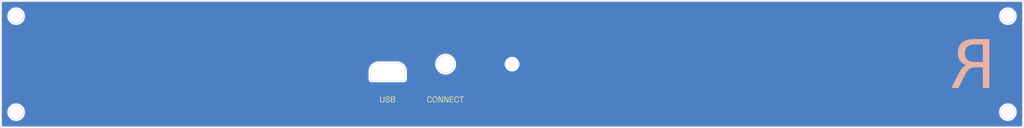
<source format=kicad_pcb>
(kicad_pcb (version 20241229) (generator "pcbnew") (generator_version "9.0")
  (layers (0 "F.Cu" signal) (2 "B.Cu" signal) (13 "F.Paste" user) (15 "B.Paste" user) (5 "F.SilkS" user "F.Silkscreen") (7 "B.SilkS" user "B.Silkscreen") (1 "F.Mask" user) (3 "B.Mask" user) (25 "Edge.Cuts" user))
  (net 0 "")
  (net 1 "GND")
  (footprint "MountingHole:MountingHole_4.5mm_Pad_TopOnly" (layer "B.Cu") (at 160 20)
    (property "Reference" "H1")
    (property "Value" "MountingHole_Pad")
    (pad "1" thru_hole circle (at 0 0) (size 4.9 4.9) (drill 4.5) (layers "*.Cu" "*.Mask") (net 1 "GND"))
    (pad "1" connect circle (at 0 0) (size 9 9) (layers "B.Cu" "B.Mask") (net 1 "GND"))
  )
  (gr_poly (pts (xy 122.939329 30.110939) (xy 122.959204 30.111595) (xy 122.97877 30.112692) (xy 122.998025 30.114236) (xy 123.01697 30.116228) (xy 123.035605 30.118674) (xy 123.05393 30.121578) (xy 123.071945 30.124943) (xy 123.08965 30.128773) (xy 123.107045 30.133071) (xy 123.12413 30.137843) (xy 123.140904 30.143092) (xy 123.157369 30.148821) (xy 123.173524 30.155034) (xy 123.189368 30.161736) (xy 123.204903 30.16893) (xy 123.220529 30.176091) (xy 123.235667 30.183678) (xy 123.250326 30.191684) (xy 123.264511 30.200101) (xy 123.278232 30.208921) (xy 123.291496 30.218136) (xy 123.30431 30.227739) (xy 123.316683 30.237721) (xy 123.328621 30.248076) (xy 123.340134 30.258795) (xy 123.351228 30.269871) (xy 123.361911 30.281295) (xy 123.37219 30.293061) (xy 123.382075 30.305159) (xy 123.391571 30.317584) (xy 123.400688 30.330326) (xy 123.408874 30.343816) (xy 123.416559 30.357503) (xy 123.423741 30.371399) (xy 123.430414 30.385517) (xy 123.436576 30.399866) (xy 123.442223 30.41446) (xy 123.44735 30.42931) (xy 123.451954 30.444427) (xy 123.456031 30.459824) (xy 123.459576 30.475511) (xy 123.462587 30.4915) (xy 123.465059 30.507803) (xy 123.466988 30.524432) (xy 123.468371 30.541398) (xy 123.469204 30.558712) (xy 123.469482 30.576387) (xy 123.469482 30.597555) (xy 123.469296 30.61371) (xy 123.468739 30.629439) (xy 123.467809 30.644749) (xy 123.466507 30.659649) (xy 123.464833 30.674145) (xy 123.462787 30.688246) (xy 123.460369 30.70196) (xy 123.457579 30.715294) (xy 123.454416 30.728255) (xy 123.450882 30.740853) (xy 123.446976 30.753094) (xy 123.442697 30.764986) (xy 123.438046 30.776537) (xy 123.433023 30.787755) (xy 123.427627 30.798647) (xy 123.42186 30.809221) (xy 123.415349 30.819514) (xy 123.408714 30.829556) (xy 123.401954 30.839341) (xy 123.395071 30.848867) (xy 123.388063 30.858129) (xy 123.380932 30.867124) (xy 123.373676 30.875848) (xy 123.366296 30.884296) (xy 123.358792 30.892466) (xy 123.351164 30.900352) (xy 123.343412 30.907952) (xy 123.335537 30.915261) (xy 123.327537 30.922276) (xy 123.319414 30.928992) (xy 123.311166 30.935406) (xy 123.302795 30.941513) (xy 123.285056 30.952169) (xy 123.267532 30.962266) (xy 123.250195 30.971744) (xy 123.233012 30.980539) (xy 123.215954 30.98859) (xy 123.198989 30.995835) (xy 123.190531 30.999136) (xy 123.182086 31.002212) (xy 123.173648 31.005055) (xy 123.165215 31.007658) (xy 123.165215 31.044701) (xy 123.173648 31.046808) (xy 123.182086 31.04916) (xy 123.190531 31.051752) (xy 123.198989 31.054581) (xy 123.207461 31.057642) (xy 123.215954 31.060932) (xy 123.224469 31.064446) (xy 123.233012 31.068182) (xy 123.250195 31.0763) (xy 123.267532 31.085256) (xy 123.285056 31.095018) (xy 123.302795 31.105555) (xy 123.311661 31.111662) (xy 123.320396 31.118076) (xy 123.328991 31.124792) (xy 123.337438 31.131807) (xy 123.345731 31.139116) (xy 123.353861 31.146715) (xy 123.36182 31.154602) (xy 123.369601 31.162771) (xy 123.377196 31.17122) (xy 123.384597 31.179943) (xy 123.391797 31.188938) (xy 123.398787 31.1982) (xy 123.405561 31.207726) (xy 123.412109 31.217512) (xy 123.418424 31.227553) (xy 123.4245 31.237846) (xy 123.430267 31.24845) (xy 123.435663 31.259427) (xy 123.440686 31.270775) (xy 123.445337 31.282495) (xy 123.449615 31.294587) (xy 123.453522 31.307051) (xy 123.457056 31.319888) (xy 123.460218 31.333096) (xy 123.463009 31.346676) (xy 123.465427 31.360629) (xy 123.467473 31.374954) (xy 123.469146 31.38965) (xy 123.470448 31.404719) (xy 123.471378 31.42016) (xy 123.471936 31.435973) (xy 123.472122 31.452158) (xy 123.472122 31.478617) (xy 123.471843 31.497313) (xy 123.471006 31.5157) (xy 123.469611 31.533776) (xy 123.467658 31.551542) (xy 123.465146 31.568999) (xy 123.462077 31.586145) (xy 123.458449 31.602981) (xy 123.454264 31.619507) (xy 123.44952 31.635723) (xy 123.444218 31.651629) (xy 123.438358 31.667225) (xy 123.431941 31.682511) (xy 123.424965 31.697487) (xy 123.417431 31.712153) (xy 123.409338 31.726509) (xy 123.400688 31.740555) (xy 123.391542 31.753763) (xy 123.381961 31.766595) (xy 123.371947 31.779047) (xy 123.361498 31.791115) (xy 123.350615 31.802796) (xy 123.339298 31.814085) (xy 123.327547 31.824979) (xy 123.315362 31.835474) (xy 123.302743 31.845565) (xy 123.289689 31.85525) (xy 123.276202 31.864524) (xy 123.262281 31.873383) (xy 123.247925 31.881824) (xy 123.233136 31.889842) (xy 123.217913 31.897434) (xy 123.202255 31.904596) (xy 123.186692 31.91179) (xy 123.170768 31.918492) (xy 123.154496 31.924706) (xy 123.137886 31.930435) (xy 123.120951 31.935683) (xy 123.103702 31.940455) (xy 123.086151 31.944754) (xy 123.068309 31.948584) (xy 123.050188 31.951948) (xy 123.0318 31.954852) (xy 123.013155 31.957298) (xy 122.994267 31.959291) (xy 122.975146 31.960834) (xy 122.955804 31.961931) (xy 122.936253 31.962587) (xy 122.916504 31.962805) (xy 122.149208 31.962805) (xy 122.149208 31.761721) (xy 122.371468 31.761721) (xy 122.892685 31.761721) (xy 122.914173 31.76141) (xy 122.934988 31.760475) (xy 122.955135 31.758913) (xy 122.974624 31.756718) (xy 122.993462 31.753888) (xy 123.011656 31.750419) (xy 123.029215 31.746306) (xy 123.046146 31.741546) (xy 123.062457 31.736135) (xy 123.078156 31.730069) (xy 123.09325 31.723344) (xy 123.107747 31.715956) (xy 123.121654 31.707902) (xy 123.134981 31.699177) (xy 123.147733 31.689778) (xy 123.15992 31.679701) (xy 123.170988 31.669066) (xy 123.18137 31.657997) (xy 123.191063 31.646493) (xy 123.200061 31.634556) (xy 123.208363 31.622185) (xy 123.215962 31.609379) (xy 123.222857 31.59614) (xy 123.229042 31.582466) (xy 123.234514 31.568358) (xy 123.239269 31.553817) (xy 123.243304 31.538841) (xy 123.246613 31.523431) (xy 123.249194 31.507587) (xy 123.251042 31.491309) (xy 123.252154 31.474597) (xy 123.252525 31.457451) (xy 123.252525 31.433638) (xy 123.252154 31.416491) (xy 123.251042 31.399779) (xy 123.249194 31.383501) (xy 123.246613 31.367657) (xy 123.243304 31.352248) (xy 123.239269 31.337272) (xy 123.234514 31.32273) (xy 123.229042 31.308623) (xy 123.222857 31.294949) (xy 123.215962 31.28171) (xy 123.208363 31.268904) (xy 123.200061 31.256533) (xy 123.191063 31.244596) (xy 123.18137 31.233093) (xy 123.170988 31.222024) (xy 123.15992 31.21139) (xy 123.148169 31.201748) (xy 123.135741 31.192671) (xy 123.122637 31.184169) (xy 123.108863 31.176248) (xy 123.094423 31.168916) (xy 123.079319 31.162181) (xy 123.063557 31.156051) (xy 123.047139 31.150533) (xy 123.03007 31.145635) (xy 123.012355 31.141365) (xy 122.993995 31.137731) (xy 122.974996 31.13474) (xy 122.955362 31.132401) (xy 122.935096 31.13072) (xy 122.914202 31.129706) (xy 122.892685 31.129366) (xy 122.371468 31.129366) (xy 122.371468 31.761721) (xy 122.149208 31.761721) (xy 122.149208 30.928284) (xy 122.371468 30.928284) (xy 122.89798 30.928284) (xy 122.918042 30.927974) (xy 122.937549 30.927044) (xy 122.956506 30.925493) (xy 122.974917 30.923323) (xy 122.992785 30.920533) (xy 123.010114 30.917122) (xy 123.026909 30.913091) (xy 123.043172 30.908441) (xy 123.058908 30.90317) (xy 123.074121 30.897279) (xy 123.088815 30.890767) (xy 123.102994 30.883636) (xy 123.116661 30.875885) (xy 123.129821 30.867513) (xy 123.142476 30.858521) (xy 123.154633 30.848909) (xy 123.166136 30.838305) (xy 123.176841 30.827329) (xy 123.186756 30.815981) (xy 123.195888 30.804261) (xy 123.204245 30.792169) (xy 123.211835 30.779704) (xy 123.218666 30.766868) (xy 123.224745 30.75366) (xy 123.23008 30.740079) (xy 123.234678 30.726127) (xy 123.238548 30.711802) (xy 123.241697 30.697105) (xy 123.244133 30.682037) (xy 123.245863 30.666596) (xy 123.246896 30.650783) (xy 123.247238 30.634598) (xy 123.247238 30.608139) (xy 123.246896 30.591488) (xy 123.245863 30.575267) (xy 123.244133 30.559473) (xy 123.241697 30.544101) (xy 123.238548 30.529148) (xy 123.234678 30.514609) (xy 123.23008 30.500481) (xy 123.224745 30.486761) (xy 123.218666 30.473443) (xy 123.211835 30.460525) (xy 123.204245 30.448002) (xy 123.195888 30.43587) (xy 123.186756 30.424126) (xy 123.176841 30.412765) (xy 123.166136 30.401785) (xy 123.154633 30.39118) (xy 123.142476 30.381568) (xy 123.129821 30.372576) (xy 123.116661 30.364205) (xy 123.102994 30.356453) (xy 123.088815 30.349322) (xy 123.074121 30.342811) (xy 123.058908 30.33692) (xy 123.043172 30.331649) (xy 123.026909 30.326998) (xy 123.010114 30.322967) (xy 122.992785 30.319557) (xy 122.974917 30.316766) (xy 122.956506 30.314596) (xy 122.937549 30.313046) (xy 122.918042 30.312116) (xy 122.89798 30.311806) (xy 122.371468 30.311806) (xy 122.371468 30.928284) (xy 122.149208 30.928284) (xy 122.149208 30.110722) (xy 122.919144 30.110722)) (fill yes) (layer "F.SilkS"))
  (gr_poly (pts (xy 144.95015 30.311806) (xy 144.354843 30.311806) (xy 144.354843 31.962805) (xy 144.132599 31.962805) (xy 144.132599 30.311806) (xy 143.537292 30.311806) (xy 143.537292 30.110722) (xy 144.95015 30.110722)) (fill yes) (layer "F.SilkS"))
  (gr_poly (pts (xy 139.855026 31.822575) (xy 139.88942 31.822575) (xy 139.88942 30.110722) (xy 140.109024 30.110722) (xy 140.109024 31.962805) (xy 139.67775 31.962805) (xy 139.034821 30.248306) (xy 138.997772 30.248306) (xy 138.997772 31.962805) (xy 138.778168 31.962805) (xy 138.778168 30.110722) (xy 139.209442 30.110722)) (fill yes) (layer "F.SilkS"))
  (gr_poly (pts (xy 141.674316 30.311806) (xy 140.756226 30.311806) (xy 140.756226 30.930929) (xy 141.60025 30.930929) (xy 141.60025 31.132013) (xy 140.756226 31.132013) (xy 140.756226 31.761721) (xy 141.687546 31.761721) (xy 141.687546 31.962805) (xy 140.533966 31.962805) (xy 140.533966 30.110722) (xy 141.674316 30.110722)) (fill yes) (layer "F.SilkS"))
  (gr_poly (pts (xy 138.099213 31.822575) (xy 138.133621 31.822575) (xy 138.133621 30.110722) (xy 138.353226 30.110722) (xy 138.353226 31.962805) (xy 137.921951 31.962805) (xy 137.279022 30.248306) (xy 137.241974 30.248306) (xy 137.241974 31.962805) (xy 137.022369 31.962805) (xy 137.022369 30.110722) (xy 137.453629 30.110722)) (fill yes) (layer "F.SilkS"))
  (gr_poly (pts (xy 121.134946 30.073927) (xy 121.157881 30.074671) (xy 121.180552 30.075911) (xy 121.202952 30.077648) (xy 121.225073 30.07988) (xy 121.246907 30.082609) (xy 121.268447 30.085834) (xy 121.289684 30.089555) (xy 121.310612 30.093771) (xy 121.331221 30.098484) (xy 121.351505 30.103694) (xy 121.371455 30.109399) (xy 121.391065 30.1156) (xy 121.410325 30.122297) (xy 121.42923 30.129491) (xy 121.447769 30.13718) (xy 121.466374 30.145832) (xy 121.484482 30.154921) (xy 121.502094 30.164452) (xy 121.519209 30.174429) (xy 121.535829 30.184855) (xy 121.551952 30.195735) (xy 121.567579 30.207072) (xy 121.582709 30.21887) (xy 121.597344 30.231134) (xy 121.611482 30.243866) (xy 121.625125 30.257071) (xy 121.638271 30.270753) (xy 121.650922 30.284916) (xy 121.663076 30.299563) (xy 121.674735 30.314698) (xy 121.685898 30.330326) (xy 121.696005 30.345983) (xy 121.705489 30.362195) (xy 121.714344 30.378956) (xy 121.722568 30.396265) (xy 121.730156 30.414115) (xy 121.737104 30.432505) (xy 121.743409 30.45143) (xy 121.749066 30.470885) (xy 121.754073 30.490868) (xy 121.758424 30.511373) (xy 121.762117 30.532399) (xy 121.765146 30.553939) (xy 121.76751 30.575992) (xy 121.769202 30.598552) (xy 121.770221 30.621616) (xy 121.770561 30.64518) (xy 121.770561 30.756306) (xy 121.550964 30.756306) (xy 121.550964 30.64518) (xy 121.550747 30.628529) (xy 121.550096 30.612308) (xy 121.549011 30.596514) (xy 121.547491 30.581142) (xy 121.545538 30.566189) (xy 121.54315 30.551651) (xy 121.540328 30.537523) (xy 121.537072 30.523802) (xy 121.533382 30.510485) (xy 121.529258 30.497566) (xy 121.5247 30.485043) (xy 121.519708 30.472912) (xy 121.514282 30.461168) (xy 121.508422 30.449807) (xy 121.502128 30.438827) (xy 121.495399 30.428223) (xy 121.487833 30.41799) (xy 121.48001 30.408126) (xy 121.471924 30.398625) (xy 121.463567 30.389486) (xy 121.45493 30.380703) (xy 121.446007 30.372272) (xy 121.436789 30.364191) (xy 121.427269 30.356454) (xy 121.417439 30.349058) (xy 121.407291 30.342) (xy 121.396817 30.335275) (xy 121.38601 30.32888) (xy 121.374862 30.32281) (xy 121.363366 30.317061) (xy 121.351512 30.311631) (xy 121.339294 30.306515) (xy 121.326769 30.301708) (xy 121.313999 30.297212) (xy 121.300988 30.293026) (xy 121.287742 30.28915) (xy 121.274262 30.285585) (xy 121.260555 30.282329) (xy 121.246622 30.279383) (xy 121.232469 30.276748) (xy 121.218098 30.274423) (xy 121.203515 30.272407) (xy 121.188722 30.270702) (xy 121.173724 30.269307) (xy 121.158524 30.268222) (xy 121.143127 30.267447) (xy 121.127536 30.266982) (xy 121.111755 30.266827) (xy 121.089213 30.267166) (xy 121.06723 30.268181) (xy 121.045804 30.269861) (xy 121.024936 30.272201) (xy 121.004627 30.275192) (xy 120.984875 30.278826) (xy 120.965682 30.283096) (xy 120.947047 30.287993) (xy 120.92897 30.293511) (xy 120.911452 30.299641) (xy 120.894491 30.306376) (xy 120.878089 30.313707) (xy 120.862245 30.321628) (xy 120.846959 30.33013) (xy 120.832231 30.339205) (xy 120.818062 30.348846) (xy 120.804606 30.359047) (xy 120.792018 30.369801) (xy 120.780298 30.381106) (xy 120.769446 30.392958) (xy 120.759462 30.405351) (xy 120.750347 30.418284) (xy 120.742099 30.431751) (xy 120.73472 30.44575) (xy 120.728209 30.460275) (xy 120.722566 30.475324) (xy 120.717791 30.490892) (xy 120.713885 30.506976) (xy 120.710846 30.523571) (xy 120.708676 30.540674) (xy 120.707374 30.558281) (xy 120.70694 30.576387) (xy 120.707126 30.588635) (xy 120.707684 30.600572) (xy 120.708614 30.6122) (xy 120.709916 30.623517) (xy 120.711591 30.634524) (xy 120.713637 30.645221) (xy 120.716056 30.655608) (xy 120.718846 30.665685) (xy 120.722009 30.675452) (xy 120.725543 30.684908) (xy 120.72945 30.694055) (xy 120.733729 30.702892) (xy 120.738379 30.711418) (xy 120.743402 30.719635) (xy 120.748796 30.727541) (xy 120.754562 30.735138) (xy 120.760671 30.742952) (xy 120.76709 30.750522) (xy 120.773819 30.757852) (xy 120.780858 30.764945) (xy 120.788207 30.771806) (xy 120.795866 30.778438) (xy 120.803835 30.784845) (xy 120.812114 30.791031) (xy 120.820703 30.797001) (xy 120.829602 30.802757) (xy 120.83881 30.808304) (xy 120.848329 30.813645) (xy 120.858158 30.818785) (xy 120.868297 30.823727) (xy 120.878745 30.828476) (xy 120.889503 30.833035) (xy 120.911834 30.842719) (xy 120.935187 30.851969) (xy 120.959593 30.860847) (xy 120.985085 30.869415) (xy 121.011692 30.877735) (xy 121.039445 30.885869) (xy 121.068377 30.893879) (xy 121.098518 30.901827) (xy 121.236107 30.936222) (xy 121.276178 30.945523) (xy 121.31507 30.955569) (xy 121.352845 30.966359) (xy 121.389565 30.977893) (xy 121.425294 30.990171) (xy 121.460092 31.003194) (xy 121.494022 31.01696) (xy 121.527145 31.031471) (xy 121.542834 31.039068) (xy 121.558148 31.04698) (xy 121.573081 31.055208) (xy 121.58763 31.063759) (xy 121.601792 31.072635) (xy 121.615563 31.08184) (xy 121.628938 31.091379) (xy 121.641913 31.101255) (xy 121.654486 31.111472) (xy 121.666652 31.122034) (xy 121.678406 31.132945) (xy 121.689746 31.144209) (xy 121.700668 31.155829) (xy 121.711166 31.167809) (xy 121.721239 31.180154) (xy 121.730881 31.192867) (xy 121.740027 31.205983) (xy 121.748611 31.219537) (xy 121.756629 31.233533) (xy 121.764077 31.247974) (xy 121.770952 31.262865) (xy 121.77725 31.27821) (xy 121.782966 31.294012) (xy 121.788096 31.310275) (xy 121.792638 31.327004) (xy 121.796587 31.344201) (xy 121.799939 31.361871) (xy 121.80269 31.380018) (xy 121.804836 31.398646) (xy 121.806374 31.417758) (xy 121.8073 31.437358) (xy 121.80761 31.457451) (xy 121.807299 31.478101) (xy 121.806364 31.498378) (xy 121.804801 31.518284) (xy 121.802607 31.537818) (xy 121.799777 31.556979) (xy 121.796307 31.575769) (xy 121.792194 31.594186) (xy 121.787434 31.612232) (xy 121.782022 31.629905) (xy 121.775955 31.647206) (xy 121.769229 31.664136) (xy 121.76184 31.680693) (xy 121.753785 31.696878) (xy 121.745058 31.712691) (xy 121.735658 31.728132) (xy 121.725578 31.7432) (xy 121.714913 31.758362) (xy 121.703752 31.77309) (xy 121.692094 31.787384) (xy 121.679941 31.801244) (xy 121.667291 31.814669) (xy 121.654145 31.827661) (xy 121.640503 31.840218) (xy 121.626365 31.852341) (xy 121.61173 31.864031) (xy 121.5966 31.875286) (xy 121.580973 31.886107) (xy 121.564851 31.896494) (xy 121.548232 31.906446) (xy 121.531117 31.915965) (xy 121.513506 31.92505) (xy 121.495399 31.933701) (xy 121.47636 31.941855) (xy 121.456945 31.949456) (xy 121.437151 31.956506) (xy 121.416973 31.96301) (xy 121.396408 31.968972) (xy 121.375451 31.974395) (xy 121.354099 31.979283) (xy 121.332348 31.983639) (xy 121.310194 31.987469) (xy 121.287633 31.990776) (xy 121.264661 31.993563) (xy 121.241274 31.995835) (xy 121.217469 31.997596) (xy 121.193241 31.998848) (xy 121.168586 31.999597) (xy 121.143501 31.999846) (xy 121.118385 31.999566) (xy 121.093638 31.998729) (xy 121.069255 31.997334) (xy 121.045232 31.995381) (xy 121.021566 31.992869) (xy 120.998253 31.9898) (xy 120.975289 31.986172) (xy 120.95267 31.981987) (xy 120.930392 31.977243) (xy 120.908451 31.971941) (xy 120.886844 31.966081) (xy 120.865565 31.959663) (xy 120.844613 31.952687) (xy 120.823982 31.945153) (xy 120.803668 31.93706) (xy 120.783669 31.92841) (xy 120.764073 31.919171) (xy 120.744978 31.90932) (xy 120.726386 31.898865) (xy 120.708302 31.887813) (xy 120.69073 31.876171) (xy 120.673673 31.863949) (xy 120.657136 31.851152) (xy 120.641122 31.83779) (xy 120.625635 31.82387) (xy 120.61068 31.809399) (xy 120.596259 31.794386) (xy 120.582377 31.778837) (xy 120.569039 31.762762) (xy 120.556246 31.746167) (xy 120.544005 31.729061) (xy 120.532318 31.711451) (xy 120.521715 31.693312) (xy 120.511739 31.674611) (xy 120.5024 31.655344) (xy 120.493704 31.635507) (xy 120.485659 31.615097) (xy 120.478273 31.594109) (xy 120.471554 31.57254) (xy 120.465509 31.550385) (xy 120.460147 31.527642) (xy 120.455474 31.504306) (xy 120.451499 31.480372) (xy 120.44823 31.455838) (xy 120.445673 31.4307) (xy 120.443838 31.404953) (xy 120.442731 31.378593) (xy 120.44236 31.351618) (xy 120.44236 31.296055) (xy 120.661957 31.296055) (xy 120.661957 31.351618) (xy 120.662484 31.379926) (xy 120.664065 31.407304) (xy 120.666701 31.433752) (xy 120.670391 31.45927) (xy 120.675135 31.483857) (xy 120.680934 31.507514) (xy 120.687786 31.530242) (xy 120.695693 31.552039) (xy 120.704654 31.572906) (xy 120.714669 31.592842) (xy 120.725739 31.611849) (xy 120.737862 31.629925) (xy 120.75104 31.647072) (xy 120.765272 31.663288) (xy 120.780558 31.678574) (xy 120.796898 31.69293) (xy 120.814074 31.706852) (xy 120.831867 31.719848) (xy 120.850272 31.731921) (xy 120.869286 31.743076) (xy 120.888904 31.753317) (xy 120.909124 31.762646) (xy 120.929939 31.771069) (xy 120.951348 31.778589) (xy 120.973346 31.785209) (xy 120.995929 31.790934) (xy 121.019094 31.795768) (xy 121.042836 31.799715) (xy 121.067152 31.802777) (xy 121.092037 31.80496) (xy 121.117488 31.806267) (xy 121.143501 31.806702) (xy 121.170354 31.8063) (xy 121.196346 31.8051) (xy 121.221486 31.803109) (xy 121.24578 31.800335) (xy 121.269237 31.796786) (xy 121.291865 31.79247) (xy 121.313671 31.787394) (xy 121.334663 31.781566) (xy 121.35485 31.774994) (xy 121.374237 31.767685) (xy 121.392835 31.759648) (xy 121.410649 31.75089) (xy 121.427689 31.741419) (xy 121.443961 31.731243) (xy 121.459474 31.720369) (xy 121.474236 31.708805) (xy 121.488158 31.696653) (xy 121.501154 31.684016) (xy 121.513227 31.670906) (xy 121.524382 31.657336) (xy 121.534622 31.643315) (xy 121.543952 31.628857) (xy 121.552374 31.613972) (xy 121.559894 31.598672) (xy 121.566514 31.58297) (xy 121.572239 31.566876) (xy 121.577073 31.550402) (xy 121.581019 31.53356) (xy 121.584081 31.516361) (xy 121.586264 31.498817) (xy 121.58757 31.48094) (xy 121.588005 31.462742) (xy 121.587789 31.450028) (xy 121.587147 31.437679) (xy 121.586086 31.425686) (xy 121.584615 31.414042) (xy 121.58274 31.402739) (xy 121.580469 31.391769) (xy 121.577812 31.381125) (xy 121.574774 31.370799) (xy 121.571364 31.360783) (xy 121.56759 31.351069) (xy 121.563459 31.34165) (xy 121.558979 31.332517) (xy 121.554159 31.323664) (xy 121.549004 31.315082) (xy 121.543525 31.306763) (xy 121.537727 31.2987) (xy 121.531123 31.290886) (xy 121.524205 31.283311) (xy 121.516968 31.275969) (xy 121.50941 31.268852) (xy 121.501527 31.261952) (xy 121.493314 31.255261) (xy 121.484768 31.248772) (xy 121.475884 31.242476) (xy 121.46666 31.236367) (xy 121.45709 31.230436) (xy 121.447172 31.224675) (xy 121.436901 31.219077) (xy 121.426273 31.213634) (xy 121.415285 31.208339) (xy 121.403933 31.203183) (xy 121.392212 31.198158) (xy 121.36878 31.189239) (xy 121.344171 31.180382) (xy 121.318446 31.171649) (xy 121.291667 31.163102) (xy 121.263897 31.154802) (xy 121.235196 31.146813) (xy 121.205629 31.139196) (xy 121.175255 31.132013) (xy 121.037674 31.097618) (xy 120.997613 31.087324) (xy 120.958793 31.076286) (xy 120.921212 31.064503) (xy 120.884872 31.051977) (xy 120.849773 31.038706) (xy 120.815913 31.024692) (xy 120.783294 31.009933) (xy 120.751915 30.994431) (xy 120.736287 30.986834) (xy 120.721148 30.978927) (xy 120.706489 30.970711) (xy 120.692303 30.962184) (xy 120.678582 30.953348) (xy 120.665318 30.944201) (xy 120.652504 30.934744) (xy 120.640132 30.924977) (xy 120.628194 30.9149) (xy 120.616682 30.904513) (xy 120.605588 30.893816) (xy 120.594906 30.882809) (xy 120.584627 30.871492) (xy 120.574743 30.859865) (xy 120.565246 30.847927) (xy 120.556129 30.83568) (xy 120.547944 30.82306) (xy 120.540258 30.810002) (xy 120.533077 30.796502) (xy 120.526403 30.782557) (xy 120.520241 30.768162) (xy 120.514595 30.753313) (xy 120.509468 30.738007) (xy 120.504864 30.72224) (xy 120.500787 30.706007) (xy 120.497241 30.689306) (xy 120.494231 30.672132) (xy 120.491759 30.654482) (xy 120.489829 30.63635) (xy 120.488446 30.617735) (xy 120.487614 30.598631) (xy 120.487335 30.579035) (xy 120.487645 30.559842) (xy 120.488575 30.54096) (xy 120.490126 30.522387) (xy 120.492296 30.504124) (xy 120.495087 30.486172) (xy 120.498497 30.468529) (xy 120.502528 30.451197) (xy 120.507179 30.434175) (xy 120.51245 30.417462) (xy 120.518342 30.40106) (xy 120.524853 30.384968) (xy 120.531984 30.369186) (xy 120.539736 30.353714) (xy 120.548108 30.338552) (xy 120.557099 30.3237) (xy 120.566711 30.309158) (xy 120.576851 30.294989) (xy 120.587429 30.281253) (xy 120.598449 30.267952) (xy 120.609914 30.255085) (xy 120.621829 30.242651) (xy 120.634197 30.230652) (xy 120.647023 30.219087) (xy 120.66031 30.207956) (xy 120.674062 30.197259) (xy 120.688282 30.186997) (xy 120.702976 30.177168) (xy 120.718146 30.167773) (xy 120.733796 30.158813) (xy 120.749931 30.150286) (xy 120.766554 30.142193) (xy 120.783669 30.134535) (xy 120.801684 30.127311) (xy 120.820014 30.120525) (xy 120.838661 30.114181) (xy 120.85763 30.108283) (xy 120.876925 30.102834) (xy 120.896548 30.097839) (xy 120.916506 30.093301) (xy 120.9368 30.089224) (xy 120.957435 30.085612) (xy 120.978416 30.08247) (xy 120.999744 30.0798) (xy 121.021426 30.077607) (xy 121.043464 30.075894) (xy 121.065862 30.074666) (xy 121.088625 30.073926) (xy 121.111755 30.073679)) (fill yes) (layer "F.SilkS"))
  (gr_poly (pts (xy 135.965796 30.074424) (xy 136.005885 30.076661) (xy 136.04492 30.080394) (xy 136.082901 30.085627) (xy 136.119828 30.092364) (xy 136.155701 30.100608) (xy 136.190519 30.110364) (xy 136.224283 30.121635) (xy 136.256993 30.134426) (xy 136.288649 30.14874) (xy 136.319251 30.164581) (xy 136.348799 30.181953) (xy 136.377293 30.200859) (xy 136.404733 30.221305) (xy 136.431119 30.243292) (xy 136.456451 30.266827) (xy 136.480019 30.291322) (xy 136.502095 30.317185) (xy 136.522673 30.34442) (xy 136.541752 30.373032) (xy 136.559326 30.403023) (xy 136.575392 30.434397) (xy 136.589947 30.46716) (xy 136.602985 30.501313) (xy 136.614504 30.536862) (xy 136.6245 30.57381) (xy 136.632969 30.612161) (xy 136.639906 30.651919) (xy 136.645308 30.693088) (xy 136.649172 30.735672) (xy 136.651493 30.779674) (xy 136.652267 30.825098) (xy 136.652267 31.24843) (xy 136.651493 31.293855) (xy 136.649172 31.337857) (xy 136.645308 31.38044) (xy 136.639906 31.421609) (xy 136.632969 31.461367) (xy 136.6245 31.499718) (xy 136.614504 31.536666) (xy 136.602985 31.572214) (xy 136.589947 31.606368) (xy 136.575392 31.63913) (xy 136.559326 31.670505) (xy 136.541752 31.700496) (xy 136.522673 31.729107) (xy 136.502095 31.756343) (xy 136.480019 31.782206) (xy 136.456451 31.806702) (xy 136.431119 31.830235) (xy 136.404733 31.852223) (xy 136.377293 31.872668) (xy 136.348799 31.891574) (xy 136.319251 31.908946) (xy 136.288649 31.924786) (xy 136.256993 31.9391) (xy 136.224283 31.95189) (xy 136.190519 31.963161) (xy 136.155701 31.972917) (xy 136.119828 31.981161) (xy 136.082901 31.987898) (xy 136.04492 31.993131) (xy 136.005885 31.996864) (xy 135.965796 31.999101) (xy 135.924652 31.999846) (xy 135.883973 31.999101) (xy 135.84429 31.996864) (xy 135.805608 31.993131) (xy 135.767929 31.987898) (xy 135.731258 31.981161) (xy 135.695598 31.972917) (xy 135.660954 31.963161) (xy 135.627329 31.95189) (xy 135.594727 31.9391) (xy 135.563152 31.924786) (xy 135.532607 31.908946) (xy 135.503097 31.891574) (xy 135.474625 31.872668) (xy 135.447195 31.852223) (xy 135.420811 31.830235) (xy 135.395477 31.806702) (xy 135.371915 31.782206) (xy 135.349844 31.756343) (xy 135.329269 31.729107) (xy 135.310194 31.700496) (xy 135.292623 31.670505) (xy 135.276559 31.63913) (xy 135.262007 31.606368) (xy 135.24897 31.572214) (xy 135.237452 31.536666) (xy 135.227457 31.499718) (xy 135.21899 31.461367) (xy 135.212053 31.421609) (xy 135.206651 31.38044) (xy 135.202787 31.337857) (xy 135.200466 31.293855) (xy 135.199692 31.24843) (xy 135.199692 30.825098) (xy 135.199827 30.817158) (xy 135.421936 30.817158) (xy 135.421936 31.256367) (xy 135.422434 31.288149) (xy 135.423931 31.319004) (xy 135.426437 31.348937) (xy 135.429958 31.377952) (xy 135.434502 31.406051) (xy 135.440077 31.43324) (xy 135.446691 31.459522) (xy 135.454351 31.484901) (xy 135.463066 31.509381) (xy 135.472842 31.532966) (xy 135.483688 31.555659) (xy 135.495611 31.577465) (xy 135.508619 31.598387) (xy 135.52272 31.618429) (xy 135.537921 31.637595) (xy 135.55423 31.65589) (xy 135.571472 31.67322) (xy 135.589465 31.689489) (xy 135.608218 31.704688) (xy 135.627738 31.718809) (xy 135.648033 31.731846) (xy 135.669111 31.743789) (xy 135.690979 31.754632) (xy 135.713646 31.764367) (xy 135.737119 31.772985) (xy 135.761405 31.78048) (xy 135.786514 31.786842) (xy 135.812451 31.792066) (xy 135.839226 31.796142) (xy 135.866846 31.799063) (xy 135.895319 31.800821) (xy 135.924652 31.801409) (xy 135.954479 31.800821) (xy 135.983438 31.799063) (xy 136.011529 31.796142) (xy 136.038752 31.792066) (xy 136.065107 31.786842) (xy 136.090594 31.78048) (xy 136.115213 31.772985) (xy 136.138964 31.764367) (xy 136.161846 31.754632) (xy 136.183861 31.743789) (xy 136.205007 31.731846) (xy 136.225285 31.718809) (xy 136.244695 31.704688) (xy 136.263236 31.689489) (xy 136.280909 31.67322) (xy 136.297714 31.65589) (xy 136.314026 31.637595) (xy 136.329229 31.618429) (xy 136.343331 31.598387) (xy 136.356339 31.577465) (xy 136.368263 31.555659) (xy 136.379109 31.532966) (xy 136.388884 31.509381) (xy 136.397598 31.484901) (xy 136.405258 31.459522) (xy 136.411871 31.43324) (xy 136.417445 31.406051) (xy 136.421988 31.377952) (xy 136.425509 31.348937) (xy 136.428013 31.319004) (xy 136.429511 31.288149) (xy 136.430008 31.256367) (xy 136.430008 30.817158) (xy 136.429511 30.785376) (xy 136.428013 30.754521) (xy 136.425509 30.724588) (xy 136.421988 30.695574) (xy 136.417445 30.667475) (xy 136.411871 30.640286) (xy 136.405258 30.614004) (xy 136.397598 30.588625) (xy 136.388884 30.564145) (xy 136.379109 30.540561) (xy 136.368263 30.517868) (xy 136.356339 30.496062) (xy 136.343331 30.475141) (xy 136.329229 30.455099) (xy 136.314026 30.435933) (xy 136.297714 30.417639) (xy 136.280909 30.400308) (xy 136.263236 30.384038) (xy 136.244695 30.368839) (xy 136.225285 30.354717) (xy 136.205007 30.34168) (xy 136.183861 30.329737) (xy 136.161846 30.318894) (xy 136.138964 30.309159) (xy 136.115213 30.300541) (xy 136.090594 30.293046) (xy 136.065107 30.286684) (xy 136.038752 30.281461) (xy 136.011529 30.277385) (xy 135.983438 30.274464) (xy 135.954479 30.272705) (xy 135.924652 30.272118) (xy 135.895319 30.272705) (xy 135.866846 30.274464) (xy 135.839226 30.277385) (xy 135.812451 30.281461) (xy 135.786514 30.286684) (xy 135.761405 30.293046) (xy 135.737119 30.300541) (xy 135.713646 30.309159) (xy 135.690979 30.318894) (xy 135.669111 30.329737) (xy 135.648033 30.34168) (xy 135.627738 30.354717) (xy 135.608218 30.368839) (xy 135.589465 30.384038) (xy 135.571472 30.400308) (xy 135.55423 30.417639) (xy 135.537921 30.435933) (xy 135.52272 30.455099) (xy 135.508619 30.475141) (xy 135.495611 30.496062) (xy 135.483688 30.517868) (xy 135.472842 30.540561) (xy 135.463066 30.564145) (xy 135.454351 30.588625) (xy 135.446691 30.614004) (xy 135.440077 30.640286) (xy 135.434502 30.667475) (xy 135.429958 30.695574) (xy 135.426437 30.724588) (xy 135.423931 30.754521) (xy 135.422434 30.785376) (xy 135.421936 30.817158) (xy 135.199827 30.817158) (xy 135.200466 30.779674) (xy 135.202787 30.735672) (xy 135.206651 30.693088) (xy 135.212053 30.651919) (xy 135.21899 30.612161) (xy 135.227457 30.57381) (xy 135.237452 30.536862) (xy 135.24897 30.501313) (xy 135.262007 30.46716) (xy 135.276559 30.434397) (xy 135.292623 30.403023) (xy 135.310194 30.373032) (xy 135.329269 30.34442) (xy 135.349844 30.317185) (xy 135.371915 30.291322) (xy 135.395477 30.266827) (xy 135.420811 30.243292) (xy 135.447195 30.221305) (xy 135.474625 30.200859) (xy 135.503097 30.181953) (xy 135.532607 30.164581) (xy 135.563152 30.14874) (xy 135.594727 30.134426) (xy 135.627329 30.121635) (xy 135.660954 30.110364) (xy 135.695598 30.100608) (xy 135.731258 30.092364) (xy 135.767929 30.085627) (xy 135.805608 30.080394) (xy 135.84429 30.076661) (xy 135.883973 30.074424) (xy 135.924652 30.073679)) (fill yes) (layer "F.SilkS"))
  (gr_poly (pts (xy 134.26428 30.074392) (xy 134.303684 30.076532) (xy 134.341901 30.080097) (xy 134.378929 30.085089) (xy 134.414763 30.091508) (xy 134.4494 30.099352) (xy 134.482835 30.108623) (xy 134.515064 30.11932) (xy 134.546085 30.131444) (xy 134.575892 30.144994) (xy 134.604483 30.159969) (xy 134.631853 30.176372) (xy 134.657999 30.1942) (xy 134.682916 30.213455) (xy 134.706601 30.234136) (xy 134.72905 30.256243) (xy 134.750194 30.27959) (xy 134.769975 30.303992) (xy 134.788392 30.329447) (xy 134.805444 30.355957) (xy 134.821133 30.383521) (xy 134.835457 30.41214) (xy 134.848418 30.441812) (xy 134.860014 30.472539) (xy 134.870246 30.50432) (xy 134.879114 30.537155) (xy 134.886617 30.571045) (xy 134.892757 30.605989) (xy 134.897532 30.641987) (xy 134.900943 30.679039) (xy 134.902989 30.717145) (xy 134.903671 30.756306) (xy 134.903671 30.769535) (xy 134.684067 30.769535) (xy 134.684067 30.748367) (xy 134.683632 30.722385) (xy 134.682325 30.697022) (xy 134.680142 30.672279) (xy 134.677079 30.648157) (xy 134.673133 30.624654) (xy 134.668299 30.601772) (xy 134.662573 30.57951) (xy 134.655952 30.557868) (xy 134.648433 30.536846) (xy 134.64001 30.516444) (xy 134.630681 30.496662) (xy 134.62044 30.4775) (xy 134.609286 30.458959) (xy 134.597213 30.441037) (xy 134.584218 30.423736) (xy 134.570297 30.407055) (xy 134.555941 30.390715) (xy 134.540646 30.375428) (xy 134.524406 30.361197) (xy 134.507212 30.348019) (xy 134.489057 30.335896) (xy 134.469933 30.324827) (xy 134.449832 30.314812) (xy 134.428747 30.305851) (xy 134.40667 30.297945) (xy 134.383592 30.291093) (xy 134.359507 30.285295) (xy 134.334407 30.280551) (xy 134.308283 30.276861) (xy 134.281128 30.274226) (xy 134.252934 30.272645) (xy 134.223694 30.272118) (xy 134.194796 30.272705) (xy 134.166651 30.274464) (xy 134.139266 30.277385) (xy 134.112648 30.281461) (xy 134.086806 30.286684) (xy 134.061747 30.293046) (xy 134.037479 30.300541) (xy 134.014009 30.309159) (xy 133.991346 30.318894) (xy 133.969497 30.329737) (xy 133.948469 30.34168) (xy 133.928271 30.354717) (xy 133.90891 30.368839) (xy 133.890394 30.384038) (xy 133.87273 30.400308) (xy 133.855927 30.417639) (xy 133.839615 30.435962) (xy 133.824412 30.455212) (xy 133.81031 30.475385) (xy 133.797301 30.496476) (xy 133.785378 30.518482) (xy 133.774532 30.541398) (xy 133.764756 30.565221) (xy 133.756042 30.589948) (xy 133.748383 30.615574) (xy 133.74177 30.642095) (xy 133.736196 30.669507) (xy 133.731652 30.697807) (xy 133.728132 30.726991) (xy 133.725627 30.757054) (xy 133.72413 30.787994) (xy 133.723633 30.819805) (xy 133.723633 31.253721) (xy 133.72413 31.285533) (xy 133.725627 31.316472) (xy 133.728132 31.346536) (xy 133.731652 31.375719) (xy 133.736196 31.404019) (xy 133.74177 31.431432) (xy 133.748383 31.457953) (xy 133.756042 31.483579) (xy 133.764756 31.508305) (xy 133.774532 31.532129) (xy 133.785378 31.555045) (xy 133.797301 31.577051) (xy 133.81031 31.598143) (xy 133.824412 31.618315) (xy 133.839615 31.637566) (xy 133.855927 31.65589) (xy 133.87273 31.67322) (xy 133.890394 31.689489) (xy 133.90891 31.704688) (xy 133.928271 31.718809) (xy 133.948469 31.731846) (xy 133.969497 31.743789) (xy 133.991346 31.754632) (xy 134.014009 31.764367) (xy 134.037479 31.772985) (xy 134.061747 31.78048) (xy 134.086806 31.786842) (xy 134.112648 31.792066) (xy 134.139266 31.796142) (xy 134.166651 31.799063) (xy 134.194796 31.800821) (xy 134.223694 31.801409) (xy 134.252934 31.800882) (xy 134.281128 31.7993) (xy 134.308283 31.796665) (xy 134.334407 31.792975) (xy 134.359507 31.788231) (xy 134.383592 31.782433) (xy 134.40667 31.775581) (xy 134.428747 31.767674) (xy 134.449832 31.758713) (xy 134.469933 31.748698) (xy 134.489057 31.737629) (xy 134.507212 31.725506) (xy 134.524406 31.712328) (xy 134.540646 31.698096) (xy 134.555941 31.68281) (xy 134.570297 31.66647) (xy 134.584218 31.64976) (xy 134.597213 31.632379) (xy 134.609286 31.61434) (xy 134.62044 31.595653) (xy 134.630681 31.576331) (xy 134.64001 31.556385) (xy 134.648433 31.535826) (xy 134.655952 31.514666) (xy 134.662573 31.492918) (xy 134.668299 31.470592) (xy 134.673133 31.4477) (xy 134.677079 31.424253) (xy 134.680142 31.400265) (xy 134.682325 31.375745) (xy 134.683632 31.350706) (xy 134.684067 31.325159) (xy 134.684067 31.282825) (xy 134.903671 31.282825) (xy 134.903671 31.317221) (xy 134.902989 31.356381) (xy 134.900943 31.394488) (xy 134.897532 31.43154) (xy 134.892757 31.467537) (xy 134.886617 31.502481) (xy 134.879114 31.53637) (xy 134.870246 31.569205) (xy 134.860014 31.600986) (xy 134.848418 31.631713) (xy 134.835457 31.661385) (xy 134.821133 31.690003) (xy 134.805444 31.717567) (xy 134.788392 31.744077) (xy 134.769975 31.769533) (xy 134.750194 31.793934) (xy 134.72905 31.817282) (xy 134.706601 31.839389) (xy 134.682916 31.860071) (xy 134.657999 31.879326) (xy 134.631853 31.897154) (xy 134.604483 31.913557) (xy 134.575892 31.928533) (xy 134.546085 31.942082) (xy 134.515064 31.954206) (xy 134.482835 31.964902) (xy 134.4494 31.974173) (xy 134.414763 31.982018) (xy 134.378929 31.988436) (xy 134.341901 31.993427) (xy 134.303684 31.996993) (xy 134.26428 31.999132) (xy 134.223694 31.999846) (xy 134.183045 31.999101) (xy 134.143446 31.996864) (xy 134.104893 31.993131) (xy 134.067383 31.987898) (xy 134.030912 31.981161) (xy 133.995476 31.972917) (xy 133.961071 31.963161) (xy 133.927692 31.95189) (xy 133.895337 31.9391) (xy 133.864002 31.924786) (xy 133.833681 31.908946) (xy 133.804372 31.891574) (xy 133.776071 31.872668) (xy 133.748774 31.852223) (xy 133.722476 31.830235) (xy 133.697174 31.806702) (xy 133.673609 31.782206) (xy 133.651536 31.756343) (xy 133.630959 31.729107) (xy 133.611882 31.700496) (xy 133.59431 31.670505) (xy 133.578245 31.63913) (xy 133.563691 31.606368) (xy 133.550653 31.572214) (xy 133.539135 31.536666) (xy 133.52914 31.499718) (xy 133.520672 31.461367) (xy 133.513735 31.421609) (xy 133.508332 31.38044) (xy 133.504469 31.337857) (xy 133.502148 31.293855) (xy 133.501373 31.24843) (xy 133.501373 30.825098) (xy 133.502148 30.779674) (xy 133.504469 30.735672) (xy 133.508332 30.693088) (xy 133.513735 30.651919) (xy 133.520672 30.612161) (xy 133.52914 30.57381) (xy 133.539135 30.536862) (xy 133.550653 30.501313) (xy 133.563691 30.46716) (xy 133.578245 30.434397) (xy 133.59431 30.403023) (xy 133.611882 30.373032) (xy 133.630959 30.34442) (xy 133.651536 30.317185) (xy 133.673609 30.291322) (xy 133.697174 30.266827) (xy 133.722476 30.243292) (xy 133.748774 30.221305) (xy 133.776071 30.200859) (xy 133.804372 30.181953) (xy 133.833681 30.164581) (xy 133.864002 30.14874) (xy 133.895337 30.134426) (xy 133.927692 30.121635) (xy 133.961071 30.110364) (xy 133.995476 30.100608) (xy 134.030912 30.092364) (xy 134.067383 30.085627) (xy 134.104893 30.080394) (xy 134.143446 30.076661) (xy 134.183045 30.074424) (xy 134.223694 30.073679)) (fill yes) (layer "F.SilkS"))
  (gr_poly (pts (xy 118.973099 31.346325) (xy 118.973564 31.374168) (xy 118.974959 31.401143) (xy 118.977285 31.42725) (xy 118.98054 31.452489) (xy 118.984726 31.476859) (xy 118.989843 31.500362) (xy 118.995889 31.522996) (xy 119.002866 31.544762) (xy 119.010773 31.56566) (xy 119.01961 31.58569) (xy 119.029378 31.604852) (xy 119.040076 31.623145) (xy 119.051704 31.640571) (xy 119.064262 31.657128) (xy 119.077751 31.672817) (xy 119.092171 31.687637) (xy 119.107921 31.701124) (xy 119.124415 31.713796) (xy 119.141654 31.725647) (xy 119.159636 31.736668) (xy 119.178363 31.746852) (xy 119.197834 31.756191) (xy 119.21805 31.764678) (xy 119.239009 31.772304) (xy 119.260712 31.779062) (xy 119.28316 31.784944) (xy 119.306352 31.789943) (xy 119.330288 31.79405) (xy 119.354967 31.797258) (xy 119.380391 31.799559) (xy 119.40656 31.800945) (xy 119.433472 31.801409) (xy 119.460852 31.800945) (xy 119.487426 31.799559) (xy 119.513193 31.797258) (xy 119.538154 31.79405) (xy 119.562308 31.789943) (xy 119.585656 31.784944) (xy 119.608198 31.779062) (xy 119.629933 31.772304) (xy 119.650862 31.764678) (xy 119.670985 31.756191) (xy 119.690301 31.746852) (xy 119.708811 31.736668) (xy 119.726515 31.725647) (xy 119.743412 31.713796) (xy 119.759503 31.701124) (xy 119.774788 31.687637) (xy 119.789672 31.672817) (xy 119.803567 31.657128) (xy 119.816478 31.640571) (xy 119.828408 31.623145) (xy 119.839361 31.604852) (xy 119.849341 31.58569) (xy 119.858353 31.56566) (xy 119.866399 31.544762) (xy 119.873484 31.522996) (xy 119.879611 31.500362) (xy 119.884786 31.476859) (xy 119.88901 31.452489) (xy 119.892289 31.42725) (xy 119.894627 31.401143) (xy 119.896026 31.374168) (xy 119.896492 31.346325) (xy 119.896492 30.110722) (xy 120.118752 30.110722) (xy 120.118752 31.343679) (xy 120.118411 31.37022) (xy 120.117392 31.39626) (xy 120.115699 31.421796) (xy 120.113335 31.446825) (xy 120.110305 31.471342) (xy 120.106612 31.495344) (xy 120.10226 31.518826) (xy 120.097253 31.541786) (xy 120.091595 31.564218) (xy 120.085289 31.586119) (xy 120.07834 31.607485) (xy 120.070752 31.628313) (xy 120.062528 31.648598) (xy 120.053672 31.668336) (xy 120.044188 31.687524) (xy 120.034081 31.706158) (xy 120.023384 31.724205) (xy 120.01213 31.741639) (xy 120.000317 31.758469) (xy 119.987946 31.774702) (xy 119.975016 31.790346) (xy 119.961528 31.805408) (xy 119.947482 31.819897) (xy 119.932878 31.83382) (xy 119.917716 31.847185) (xy 119.901996 31.859999) (xy 119.885718 31.872271) (xy 119.868882 31.884008) (xy 119.851488 31.895218) (xy 119.833536 31.905908) (xy 119.815027 31.916087) (xy 119.795959 31.925762) (xy 119.776395 31.934879) (xy 119.756401 31.943379) (xy 119.73598 31.951267) (xy 119.715137 31.958546) (xy 119.693875 31.965221) (xy 119.672198 31.971295) (xy 119.650111 31.976772) (xy 119.627616 31.981656) (xy 119.604718 31.985951) (xy 119.581421 31.98966) (xy 119.557729 31.992789) (xy 119.533645 31.995339) (xy 119.509173 31.997317) (xy 119.484318 31.998724) (xy 119.459083 31.999566) (xy 119.433472 31.999846) (xy 119.407892 31.999566) (xy 119.382742 31.998724) (xy 119.358018 31.997317) (xy 119.333717 31.995339) (xy 119.309834 31.992789) (xy 119.286366 31.98966) (xy 119.263309 31.985951) (xy 119.240659 31.981656) (xy 119.218412 31.976772) (xy 119.196564 31.971295) (xy 119.175112 31.965221) (xy 119.154051 31.958546) (xy 119.133378 31.951267) (xy 119.113089 31.943379) (xy 119.09318 31.934879) (xy 119.073647 31.925762) (xy 119.054577 31.916087) (xy 119.036065 31.905908) (xy 119.018112 31.895218) (xy 119.000717 31.884008) (xy 118.983881 31.872271) (xy 118.967603 31.859999) (xy 118.951883 31.847185) (xy 118.936721 31.83382) (xy 118.922117 31.819897) (xy 118.908072 31.805408) (xy 118.894584 31.790346) (xy 118.881655 31.774702) (xy 118.869284 31.758469) (xy 118.857471 31.741639) (xy 118.846215 31.724205) (xy 118.835518 31.706158) (xy 118.824975 31.687524) (xy 118.815169 31.668336) (xy 118.806091 31.648598) (xy 118.797734 31.628313) (xy 118.79009 31.607485) (xy 118.783152 31.586119) (xy 118.776911 31.564218) (xy 118.771359 31.541786) (xy 118.76649 31.518826) (xy 118.762296 31.495344) (xy 118.758767 31.471342) (xy 118.755898 31.446825) (xy 118.75368 31.421796) (xy 118.752105 31.39626) (xy 118.751166 31.37022) (xy 118.750854 31.343679) (xy 118.750854 30.110722) (xy 118.973099 30.110722)) (fill yes) (layer "F.SilkS"))
  (gr_poly (pts (xy 142.734172 30.074392) (xy 142.773574 30.076532) (xy 142.81179 30.080097) (xy 142.848817 30.085089) (xy 142.884651 30.091508) (xy 142.919287 30.099352) (xy 142.952723 30.108623) (xy 142.984953 30.11932) (xy 143.015974 30.131444) (xy 143.045783 30.144994) (xy 143.074374 30.159969) (xy 143.101745 30.176372) (xy 143.127892 30.1942) (xy 143.15281 30.213455) (xy 143.176495 30.234136) (xy 143.198944 30.256243) (xy 143.220089 30.27959) (xy 143.23987 30.303992) (xy 143.258286 30.329447) (xy 143.275339 30.355957) (xy 143.291027 30.383521) (xy 143.305352 30.41214) (xy 143.318312 30.441812) (xy 143.329908 30.472539) (xy 143.34014 30.50432) (xy 143.349008 30.537155) (xy 143.356512 30.571045) (xy 143.362651 30.605989) (xy 143.367426 30.641987) (xy 143.370837 30.679039) (xy 143.372884 30.717145) (xy 143.373566 30.756306) (xy 143.373566 30.769535) (xy 143.153961 30.769535) (xy 143.153961 30.748367) (xy 143.153526 30.722385) (xy 143.152219 30.697022) (xy 143.150036 30.672279) (xy 143.146974 30.648157) (xy 143.143027 30.624654) (xy 143.138193 30.601772) (xy 143.132468 30.57951) (xy 143.125847 30.557868) (xy 143.118327 30.536846) (xy 143.109904 30.516444) (xy 143.100575 30.496662) (xy 143.090335 30.4775) (xy 143.07918 30.458959) (xy 143.067108 30.441037) (xy 143.054113 30.423736) (xy 143.040192 30.407055) (xy 143.025835 30.390715) (xy 143.01054 30.375428) (xy 142.9943 30.361197) (xy 142.977106 30.348019) (xy 142.958951 30.335896) (xy 142.939827 30.324827) (xy 142.919727 30.314812) (xy 142.898642 30.305851) (xy 142.876564 30.297945) (xy 142.853487 30.291093) (xy 142.829402 30.285295) (xy 142.804301 30.280551) (xy 142.778177 30.276861) (xy 142.751022 30.274226) (xy 142.722828 30.272645) (xy 142.693588 30.272118) (xy 142.664691 30.272705) (xy 142.636545 30.274464) (xy 142.60916 30.277385) (xy 142.582543 30.281461) (xy 142.556701 30.286684) (xy 142.531642 30.293046) (xy 142.507373 30.300541) (xy 142.483904 30.309159) (xy 142.461241 30.318894) (xy 142.439391 30.329737) (xy 142.418364 30.34168) (xy 142.398165 30.354717) (xy 142.378804 30.368839) (xy 142.360288 30.384038) (xy 142.342624 30.400308) (xy 142.325821 30.417639) (xy 142.309509 30.435962) (xy 142.294306 30.455212) (xy 142.280204 30.475385) (xy 142.267196 30.496476) (xy 142.255272 30.518482) (xy 142.244427 30.541398) (xy 142.234651 30.565221) (xy 142.225937 30.589948) (xy 142.218277 30.615574) (xy 142.211664 30.642095) (xy 142.20609 30.669507) (xy 142.201547 30.697807) (xy 142.198026 30.726991) (xy 142.195522 30.757054) (xy 142.194025 30.787994) (xy 142.193527 30.819805) (xy 142.193527 31.253721) (xy 142.194025 31.285533) (xy 142.195522 31.316472) (xy 142.198026 31.346536) (xy 142.201547 31.375719) (xy 142.20609 31.404019) (xy 142.211664 31.431432) (xy 142.218277 31.457953) (xy 142.225937 31.483579) (xy 142.234651 31.508305) (xy 142.244427 31.532129) (xy 142.255272 31.555045) (xy 142.267196 31.577051) (xy 142.280204 31.598143) (xy 142.294306 31.618315) (xy 142.309509 31.637566) (xy 142.325821 31.65589) (xy 142.342624 31.67322) (xy 142.360288 31.689489) (xy 142.378804 31.704688) (xy 142.398165 31.718809) (xy 142.418364 31.731846) (xy 142.439391 31.743789) (xy 142.461241 31.754632) (xy 142.483904 31.764367) (xy 142.507373 31.772985) (xy 142.531642 31.78048) (xy 142.556701 31.786842) (xy 142.582543 31.792066) (xy 142.60916 31.796142) (xy 142.636545 31.799063) (xy 142.664691 31.800821) (xy 142.693588 31.801409) (xy 142.722828 31.800882) (xy 142.751022 31.7993) (xy 142.778177 31.796665) (xy 142.804301 31.792975) (xy 142.829402 31.788231) (xy 142.853487 31.782433) (xy 142.876564 31.775581) (xy 142.898642 31.767674) (xy 142.919727 31.758713) (xy 142.939827 31.748698) (xy 142.958951 31.737629) (xy 142.977106 31.725506) (xy 142.9943 31.712328) (xy 143.01054 31.698096) (xy 143.025835 31.68281) (xy 143.040192 31.66647) (xy 143.054113 31.64976) (xy 143.067108 31.632379) (xy 143.07918 31.61434) (xy 143.090335 31.595653) (xy 143.100575 31.576331) (xy 143.109904 31.556385) (xy 143.118327 31.535826) (xy 143.125847 31.514666) (xy 143.132468 31.492918) (xy 143.138193 31.470592) (xy 143.143027 31.4477) (xy 143.146974 31.424253) (xy 143.150036 31.400265) (xy 143.152219 31.375745) (xy 143.153526 31.350706) (xy 143.153961 31.325159) (xy 143.153961 31.282825) (xy 143.373566 31.282825) (xy 143.373566 31.317221) (xy 143.372884 31.356381) (xy 143.370837 31.394488) (xy 143.367426 31.43154) (xy 143.362651 31.467537) (xy 143.356512 31.502481) (xy 143.349008 31.53637) (xy 143.34014 31.569205) (xy 143.329908 31.600986) (xy 143.318312 31.631713) (xy 143.305352 31.661385) (xy 143.291027 31.690003) (xy 143.275339 31.717567) (xy 143.258286 31.744077) (xy 143.23987 31.769533) (xy 143.220089 31.793934) (xy 143.198944 31.817282) (xy 143.176495 31.839389) (xy 143.15281 31.860071) (xy 143.127892 31.879326) (xy 143.101745 31.897154) (xy 143.074374 31.913557) (xy 143.045783 31.928533) (xy 143.015974 31.942082) (xy 142.984953 31.954206) (xy 142.952723 31.964902) (xy 142.919287 31.974173) (xy 142.884651 31.982018) (xy 142.848817 31.988436) (xy 142.81179 31.993427) (xy 142.773574 31.996993) (xy 142.734172 31.999132) (xy 142.693588 31.999846) (xy 142.652939 31.999101) (xy 142.61334 31.996864) (xy 142.574788 31.993131) (xy 142.537278 31.987898) (xy 142.500807 31.981161) (xy 142.46537 31.972917) (xy 142.430965 31.963161) (xy 142.397587 31.95189) (xy 142.365232 31.9391) (xy 142.333896 31.924786) (xy 142.303576 31.908946) (xy 142.274267 31.891574) (xy 142.245965 31.872668) (xy 142.218668 31.852223) (xy 142.19237 31.830235) (xy 142.167068 31.806702) (xy 142.143503 31.782206) (xy 142.12143 31.756343) (xy 142.100854 31.729107) (xy 142.081777 31.700496) (xy 142.064204 31.670505) (xy 142.048139 31.63913) (xy 142.033586 31.606368) (xy 142.020548 31.572214) (xy 142.009029 31.536666) (xy 141.999034 31.499718) (xy 141.990566 31.461367) (xy 141.983629 31.421609) (xy 141.978227 31.38044) (xy 141.974363 31.337857) (xy 141.972042 31.293855) (xy 141.971268 31.24843) (xy 141.971268 30.825098) (xy 141.972042 30.779674) (xy 141.974363 30.735672) (xy 141.978227 30.693088) (xy 141.983629 30.651919) (xy 141.990566 30.612161) (xy 141.999034 30.57381) (xy 142.009029 30.536862) (xy 142.020548 30.501313) (xy 142.033586 30.46716) (xy 142.048139 30.434397) (xy 142.064204 30.403023) (xy 142.081777 30.373032) (xy 142.100854 30.34442) (xy 142.12143 30.317185) (xy 142.143503 30.291322) (xy 142.167068 30.266827) (xy 142.19237 30.243292) (xy 142.218668 30.221305) (xy 142.245965 30.200859) (xy 142.274267 30.181953) (xy 142.303576 30.164581) (xy 142.333896 30.14874) (xy 142.365232 30.134426) (xy 142.397587 30.121635) (xy 142.430965 30.110364) (xy 142.46537 30.100608) (xy 142.500807 30.092364) (xy 142.537278 30.085627) (xy 142.574788 30.080394) (xy 142.61334 30.076661) (xy 142.652939 30.074424) (xy 142.693588 30.073679)) (fill yes) (layer "F.SilkS"))
  (gr_curve (pts (xy 126.640213 22.022524) (xy 126.642197 22.04397) (xy 126.644165 22.065416) (xy 126.646141 22.086861)) (stroke (width 0.105833)) (layer "Edge.Cuts"))
  (gr_curve (pts (xy 319.858002 0.485871) (xy 319.853516 0.479105) (xy 319.848999 0.472323) (xy 319.844513 0.465556)) (stroke (width 0.105833)) (layer "Edge.Cuts"))
  (gr_curve (pts (xy 313.225891 36.384518) (xy 313.237488 36.398922) (xy 313.249023 36.413296) (xy 313.26059 36.4277)) (stroke (width 0.105833)) (layer "Edge.Cuts"))
  (gr_curve (pts (xy 316.590546 3.409417) (xy 316.603516 3.422675) (xy 316.616516 3.435934) (xy 316.629456 3.449208)) (stroke (width 0.105833)) (layer "Edge.Cuts"))
  (gr_line (start 139.788101 17.303207) (end 139.854156 17.316755) (stroke (width 0.105833)) (layer "Edge.Cuts"))
  (gr_curve (pts (xy 3.070202 6.156843) (xy 3.079855 6.172637) (xy 3.089499 6.188446) (xy 3.099153 6.204256)) (stroke (width 0.105833)) (layer "Edge.Cuts"))
  (gr_curve (pts (xy 3.572698 6.739349) (xy 3.587063 6.750928) (xy 3.601423 6.762491) (xy 3.615792 6.774069)) (stroke (width 0.105833)) (layer "Edge.Cuts"))
  (gr_curve (pts (xy 157.966049 19.038017) (xy 157.974213 19.021641) (xy 157.982407 19.005283) (xy 157.990585 18.988924)) (stroke (width 0.105833)) (layer "Edge.Cuts"))
  (gr_line (start 312.766998 4.725131) (end 312.774628 4.670096) (stroke (width 0.105833)) (layer "Edge.Cuts"))
  (gr_curve (pts (xy 115.751244 24.94775) (xy 115.748985 24.944649) (xy 115.746727 24.941547) (xy 115.744461 24.938448)) (stroke (width 0.105833)) (layer "Edge.Cuts"))
  (gr_curve (pts (xy 7.078743 4.139234) (xy 7.071483 4.12231) (xy 7.064232 4.10537) (xy 7.056982 4.088445)) (stroke (width 0.105833)) (layer "Edge.Cuts"))
  (gr_curve (pts (xy 5.110411 37.247272) (xy 5.092042 37.248127) (xy 5.073665 37.248966) (xy 5.055295 37.249825)) (stroke (width 0.105833)) (layer "Edge.Cuts"))
  (gr_line (start 4.615367 32.783642) (end 4.66989 32.774338) (stroke (width 0.105833)) (layer "Edge.Cuts"))
  (gr_line (start 7.118541 35.757992) (end 7.099316 35.809635) (stroke (width 0.105833)) (layer "Edge.Cuts"))
  (gr_line (start 3.749989 6.871431) (end 3.7963 6.901064) (stroke (width 0.105833)) (layer "Edge.Cuts"))
  (gr_line (start 141.935257 20.602665) (end 141.920013 20.668699) (stroke (width 0.105833)) (layer "Edge.Cuts"))
  (gr_curve (pts (xy 159.66954 22.225725) (xy 159.651474 22.2229) (xy 159.633408 22.220074) (xy 159.615341 22.217264)) (stroke (width 0.105833)) (layer "Edge.Cuts"))
  (gr_line (start 313.098907 33.796272) (end 313.070099 33.84367) (stroke (width 0.105833)) (layer "Edge.Cuts"))
  (gr_curve (pts (xy 315.384888 7.216872) (xy 315.366547 7.219972) (xy 315.348236 7.223073) (xy 315.329865 7.226173)) (stroke (width 0.105833)) (layer "Edge.Cuts"))
  (gr_curve (pts (xy 312.943085 34.088356) (xy 312.93576 34.105297) (xy 312.928406 34.122238) (xy 312.921082 34.13916)) (stroke (width 0.105833)) (layer "Edge.Cuts"))
  (gr_line (start 6.203796 36.900993) (end 6.156806 36.929787) (stroke (width 0.105833)) (layer "Edge.Cuts"))
  (gr_line (start 313.070099 6.156843) (end 313.042175 6.10943) (stroke (width 0.105833)) (layer "Edge.Cuts"))
  (gr_curve (pts (xy 159.779617 17.761253) (xy 159.797943 17.759558) (xy 159.816299 17.757862) (xy 159.834625 17.756166)) (stroke (width 0.105833)) (layer "Edge.Cuts"))
  (gr_line (start 319.831818 0.444385) (end 319.817383 0.42407) (stroke (width 0.105833)) (layer "Edge.Cuts"))
  (gr_curve (pts (xy 319.555756 39.832161) (xy 319.562561 39.827362) (xy 319.569336 39.822536) (xy 319.576111 39.817738)) (stroke (width 0.105833)) (layer "Edge.Cuts"))
  (gr_curve (pts (xy 159.999741 22.250273) (xy 159.9814 22.249998) (xy 159.963043 22.249706) (xy 159.944702 22.249432)) (stroke (width 0.105833)) (layer "Edge.Cuts"))
  (gr_curve (pts (xy 312.752594 5.110363) (xy 312.752014 5.092018) (xy 312.751465 5.073673) (xy 312.750885 5.055327)) (stroke (width 0.105833)) (layer "Edge.Cuts"))
  (gr_curve (pts (xy 160.546661 17.817984) (xy 160.564453 17.822506) (xy 160.582245 17.827011) (xy 160.600021 17.831518)) (stroke (width 0.105833)) (layer "Edge.Cuts"))
  (gr_line (start 7.243929 5.165398) (end 7.247313 5.110363) (stroke (width 0.105833)) (layer "Edge.Cuts"))
  (gr_line (start 4.834568 7.243969) (end 4.889684 7.247344) (stroke (width 0.105833)) (layer "Edge.Cuts"))
  (gr_curve (pts (xy 0.507107 0.130273) (xy 0.500054 0.134504) (xy 0.492997 0.138735) (xy 0.48594 0.142982)) (stroke (width 0.105833)) (layer "Edge.Cuts"))
  (gr_curve (pts (xy 0.019258 39.195457) (xy 0.020953 39.203354) (xy 0.022641 39.211266) (xy 0.024336 39.219166)) (stroke (width 0.105833)) (layer "Edge.Cuts"))
  (gr_line (start 160.439148 17.793423) (end 160.493347 17.805275) (stroke (width 0.105833)) (layer "Edge.Cuts"))
  (gr_line (start 4.088232 2.942892) (end 4.038021 2.966599) (stroke (width 0.105833)) (layer "Edge.Cuts"))
  (gr_line (start 316.870789 33.750538) (end 316.839447 33.704823) (stroke (width 0.105833)) (layer "Edge.Cuts"))
  (gr_line (start 115.934113 21.097969) (end 115.963768 21.04038) (stroke (width 0.105833)) (layer "Edge.Cuts"))
  (gr_curve (pts (xy 319.773346 0.365643) (xy 319.762634 0.353225) (xy 319.751923 0.340806) (xy 319.74118 0.328388)) (stroke (width 0.105833)) (layer "Edge.Cuts"))
  (gr_curve (pts (xy 138.584152 17.33284) (xy 138.605881 17.327461) (xy 138.627609 17.322117) (xy 138.649353 17.316755)) (stroke (width 0.105833)) (layer "Edge.Cuts"))
  (gr_line (start 161.958084 18.891546) (end 161.984314 18.939816) (stroke (width 0.105833)) (layer "Edge.Cuts"))
  (gr_curve (pts (xy 3.530445 36.703716) (xy 3.516642 36.691574) (xy 3.502846 36.679428) (xy 3.489043 36.667301)) (stroke (width 0.105833)) (layer "Edge.Cuts"))
  (gr_line (start 317.15271 4.347506) (end 317.168793 4.400006) (stroke (width 0.105833)) (layer "Edge.Cuts"))
  (gr_line (start 115.791039 24.995163) (end 115.774109 24.976543) (stroke (width 0.105833)) (layer "Edge.Cuts"))
  (gr_line (start 313.26059 36.4277) (end 313.296173 36.470028) (stroke (width 0.105833)) (layer "Edge.Cuts"))
  (gr_line (start 3.704437 33.160427) (end 3.749989 33.129097) (stroke (width 0.105833)) (layer "Edge.Cuts"))
  (gr_curve (pts (xy 115.748695 21.578865) (xy 115.754639 21.558275) (xy 115.760544 21.537653) (xy 115.766472 21.517063)) (stroke (width 0.105833)) (layer "Edge.Cuts"))
  (gr_curve (pts (xy 314.400238 37.16853) (xy 314.417999 37.173328) (xy 314.435791 37.178139) (xy 314.453552 37.182934)) (stroke (width 0.105833)) (layer "Edge.Cuts"))
  (gr_curve (pts (xy 115.656403 24.71154) (xy 115.656113 24.707582) (xy 115.655853 24.703627) (xy 115.655563 24.699671)) (stroke (width 0.105833)) (layer "Edge.Cuts"))
  (gr_curve (pts (xy 312.80426 5.493059) (xy 312.800598 5.474988) (xy 312.796906 5.456934) (xy 312.793243 5.438863)) (stroke (width 0.105833)) (layer "Edge.Cuts"))
  (gr_line (start 2.756166 5.165398) (end 2.76091 5.220434) (stroke (width 0.105833)) (layer "Edge.Cuts"))
  (gr_line (start 317.099396 35.809635) (end 317.136627 35.706345) (stroke (width 0.105833)) (layer "Edge.Cuts"))
  (gr_line (start 5.600122 2.831981) (end 5.546782 2.817593) (stroke (width 0.105833)) (layer "Edge.Cuts"))
  (gr_line (start 141.708328 21.236816) (end 141.677017 21.296938) (stroke (width 0.105833)) (layer "Edge.Cuts"))
  (gr_line (start 312.900757 35.809635) (end 312.921082 35.861279) (stroke (width 0.105833)) (layer "Edge.Cuts"))
  (gr_curve (pts (xy 137.405594 22.037769) (xy 137.388931 22.022524) (xy 137.372299 22.00728) (xy 137.355621 21.992035)) (stroke (width 0.105833)) (layer "Edge.Cuts"))
  (gr_line (start 4.834568 37.243881) (end 4.779533 37.239651) (stroke (width 0.105833)) (layer "Edge.Cuts"))
  (gr_curve (pts (xy 3.226236 33.615921) (xy 3.23775 33.601532) (xy 3.249269 33.587143) (xy 3.260783 33.572739)) (stroke (width 0.105833)) (layer "Edge.Cuts"))
  (gr_curve (pts (xy 2.78318 34.615829) (xy 2.786538 34.597775) (xy 2.789897 34.57972) (xy 2.793256 34.561649)) (stroke (width 0.105833)) (layer "Edge.Cuts"))
  (gr_line (start 124.151863 19.653547) (end 124.216217 19.657778) (stroke (width 0.105833)) (layer "Edge.Cuts"))
  (gr_curve (pts (xy 137.259979 21.89637) (xy 137.244736 21.879993) (xy 137.229492 21.863636) (xy 137.214249 21.84726)) (stroke (width 0.105833)) (layer "Edge.Cuts"))
  (gr_curve (pts (xy 141.575424 18.529165) (xy 141.587265 18.548367) (xy 141.599136 18.567551) (xy 141.610992 18.586752)) (stroke (width 0.105833)) (layer "Edge.Cuts"))
  (gr_curve (pts (xy 314.561066 7.206714) (xy 314.54303 7.203032) (xy 314.524963 7.199367) (xy 314.506897 7.195701)) (stroke (width 0.105833)) (layer "Edge.Cuts"))
  (gr_curve (pts (xy 316.901245 6.204256) (xy 316.891083 6.219501) (xy 316.880951 6.234729) (xy 316.870789 6.249973)) (stroke (width 0.105833)) (layer "Edge.Cuts"))
  (gr_curve (pts (xy 162.182434 19.453737) (xy 162.186691 19.471518) (xy 162.190918 19.489298) (xy 162.195145 19.507076)) (stroke (width 0.105833)) (layer "Edge.Cuts"))
  (gr_curve (pts (xy 320.000275 1.000649) (xy 319.999451 0.976087) (xy 319.998566 0.951541) (xy 319.997772 0.926994)) (stroke (width 0.105833)) (layer "Edge.Cuts"))
  (gr_line (start 139.116714 22.747271) (end 139.049805 22.743038) (stroke (width 0.105833)) (layer "Edge.Cuts"))
  (gr_line (start 320.000092 0.99989) (end 320.000092 38.999119) (stroke (width 0.105833)) (layer "Edge.Cuts"))
  (gr_line (start 0.03619 0.733951) (end 0.030009 0.757657) (stroke (width 0.105833)) (layer "Edge.Cuts"))
  (gr_curve (pts (xy 137.307373 21.944637) (xy 137.29158 21.928537) (xy 137.275757 21.912453) (xy 137.259979 21.89637)) (stroke (width 0.105833)) (layer "Edge.Cuts"))
  (gr_line (start 138.453751 17.368399) (end 138.518967 17.349779) (stroke (width 0.105833)) (layer "Edge.Cuts"))
  (gr_curve (pts (xy 157.76709 19.724667) (xy 157.769623 19.706596) (xy 157.772141 19.688541) (xy 157.774689 19.670471)) (stroke (width 0.105833)) (layer "Edge.Cuts"))
  (gr_curve (pts (xy 314.037811 7.033986) (xy 314.021179 7.026089) (xy 314.004547 7.018176) (xy 313.987885 7.010279)) (stroke (width 0.105833)) (layer "Edge.Cuts"))
  (gr_curve (pts (xy 319.576111 0.182773) (xy 319.562561 0.17373) (xy 319.549042 0.164702) (xy 319.535492 0.155675)) (stroke (width 0.105833)) (layer "Edge.Cuts"))
  (gr_curve (pts (xy 319.514313 39.858387) (xy 319.521362 39.853878) (xy 319.528412 39.849358) (xy 319.535492 39.844837)) (stroke (width 0.105833)) (layer "Edge.Cuts"))
  (gr_curve (pts (xy 162.217148 20.385077) (xy 162.213745 20.40313) (xy 162.210388 20.421185) (xy 162.207001 20.439255)) (stroke (width 0.105833)) (layer "Edge.Cuts"))
  (gr_curve (pts (xy 126.226204 25.145023) (xy 126.222244 25.14559) (xy 126.218292 25.146154) (xy 126.214333 25.146719)) (stroke (width 0.105833)) (layer "Edge.Cuts"))
  (gr_line (start 140.366394 17.486094) (end 140.428192 17.514013) (stroke (width 0.105833)) (layer "Edge.Cuts"))
  (gr_curve (pts (xy 315.329865 7.226173) (xy 315.311798 7.228435) (xy 315.293762 7.230695) (xy 315.275665 7.232956)) (stroke (width 0.105833)) (layer "Edge.Cuts"))
  (gr_line (start 162.182434 20.546791) (end 162.1689 20.60013) (stroke (width 0.105833)) (layer "Edge.Cuts"))
  (gr_curve (pts (xy 158.332657 21.511137) (xy 158.320511 21.497314) (xy 158.30838 21.483475) (xy 158.296249 21.46965)) (stroke (width 0.105833)) (layer "Edge.Cuts"))
  (gr_line (start 4.294222 37.13636) (end 4.242074 37.118584) (stroke (width 0.105833)) (layer "Edge.Cuts"))
  (gr_curve (pts (xy 314.346863 32.847153) (xy 314.329376 32.852791) (xy 314.31189 32.85844) (xy 314.294403 32.864079)) (stroke (width 0.105833)) (layer "Edge.Cuts"))
  (gr_curve (pts (xy 0.328464 39.741547) (xy 0.334585 39.74691) (xy 0.340709 39.752289) (xy 0.346834 39.757633)) (stroke (width 0.105833)) (layer "Edge.Cuts"))
  (gr_line (start 161.384033 18.226923) (end 161.427216 18.260786) (stroke (width 0.105833)) (layer "Edge.Cuts"))
  (gr_curve (pts (xy 313.160706 3.704893) (xy 313.171417 3.689939) (xy 313.182159 3.674969) (xy 313.192871 3.660015)) (stroke (width 0.105833)) (layer "Edge.Cuts"))
  (gr_curve (pts (xy 5.705873 37.13636) (xy 5.688319 37.141998) (xy 5.670765 37.147652) (xy 5.653212 37.153301)) (stroke (width 0.105833)) (layer "Edge.Cuts"))
  (gr_curve (pts (xy 313.987885 32.990234) (xy 313.971802 32.998695) (xy 313.955688 33.007172) (xy 313.939606 33.015636)) (stroke (width 0.105833)) (layer "Edge.Cuts"))
  (gr_curve (pts (xy 141.994522 20.20219) (xy 141.992538 20.224766) (xy 141.990585 20.247341) (xy 141.988602 20.269918)) (stroke (width 0.105833)) (layer "Edge.Cuts"))
  (gr_curve (pts (xy 141.994522 19.798323) (xy 141.995926 19.820623) (xy 141.997345 19.842926) (xy 141.998749 19.865211)) (stroke (width 0.105833)) (layer "Edge.Cuts"))
  (gr_curve (pts (xy 126.581802 24.907118) (xy 126.579544 24.910784) (xy 126.577263 24.91445) (xy 126.57502 24.918133)) (stroke (width 0.105833)) (layer "Edge.Cuts"))
  (gr_line (start 2.966058 35.962032) (end 2.943114 35.912083) (stroke (width 0.105833)) (layer "Edge.Cuts"))
  (gr_line (start 2.831521 5.600578) (end 2.846931 5.653079) (stroke (width 0.105833)) (layer "Edge.Cuts"))
  (gr_curve (pts (xy 315.220673 37.239651) (xy 315.239014 37.237663) (xy 315.257324 37.23571) (xy 315.275665 37.233723)) (stroke (width 0.105833)) (layer "Edge.Cuts"))
  (gr_line (start 5.861064 7.078864) (end 5.911868 7.056852) (stroke (width 0.105833)) (layer "Edge.Cuts"))
  (gr_line (start 313.332581 36.511513) (end 313.408752 36.59111) (stroke (width 0.105833)) (layer "Edge.Cuts"))
  (gr_curve (pts (xy 316.427155 36.739277) (xy 316.441254 36.727425) (xy 316.455383 36.715569) (xy 316.469482 36.703716)) (stroke (width 0.105833)) (layer "Edge.Cuts"))
  (gr_line (start 7.247313 5.110363) (end 7.249347 5.055327) (stroke (width 0.105833)) (layer "Edge.Cuts"))
  (gr_line (start 0.950931 0.001583) (end 0.901992 0.004974) (stroke (width 0.105833)) (layer "Edge.Cuts"))
  (gr_curve (pts (xy 317.168793 4.400006) (xy 317.173309 4.417786) (xy 317.177887 4.435565) (xy 317.182373 4.453345)) (stroke (width 0.105833)) (layer "Edge.Cuts"))
  (gr_curve (pts (xy 141.538162 18.47245) (xy 141.550568 18.49136) (xy 141.563004 18.510271) (xy 141.575424 18.529165)) (stroke (width 0.105833)) (layer "Edge.Cuts"))
  (gr_curve (pts (xy 314.294403 37.13636) (xy 314.31189 37.141998) (xy 314.329376 37.147652) (xy 314.346863 37.153301)) (stroke (width 0.105833)) (layer "Edge.Cuts"))
  (gr_line (start 162.207001 20.439255) (end 162.195145 20.49345) (stroke (width 0.105833)) (layer "Edge.Cuts"))
  (gr_line (start 312.921082 34.13916) (end 312.900757 34.190804) (stroke (width 0.105833)) (layer "Edge.Cuts"))
  (gr_curve (pts (xy 0.11806 39.471474) (xy 0.122017 39.478806) (xy 0.125965 39.486153) (xy 0.129918 39.493484)) (stroke (width 0.105833)) (layer "Edge.Cuts"))
  (gr_curve (pts (xy 315.70578 7.136434) (xy 315.688293 7.142087) (xy 315.670776 7.147722) (xy 315.65329 7.153358)) (stroke (width 0.105833)) (layer "Edge.Cuts"))
  (gr_line (start 3.891045 33.042732) (end 3.939387 33.015636) (stroke (width 0.105833)) (layer "Edge.Cuts"))
  (gr_curve (pts (xy 313.129364 33.750538) (xy 313.119202 33.765781) (xy 313.10907 33.781029) (xy 313.098907 33.796272)) (stroke (width 0.105833)) (layer "Edge.Cuts"))
  (gr_curve (pts (xy 126.602119 21.766823) (xy 126.606071 21.787994) (xy 126.610031 21.809166) (xy 126.613983 21.83032)) (stroke (width 0.105833)) (layer "Edge.Cuts"))
  (gr_curve (pts (xy 4.139028 7.078864) (xy 4.156101 7.08563) (xy 4.173182 7.092412) (xy 4.190256 7.099179)) (stroke (width 0.105833)) (layer "Edge.Cuts"))
  (gr_curve (pts (xy 4.944805 37.249825) (xy 4.926435 37.248966) (xy 4.908058 37.248127) (xy 4.889684 37.247272)) (stroke (width 0.105833)) (layer "Edge.Cuts"))
  (gr_curve (pts (xy 314.400238 7.168603) (xy 314.382477 7.163532) (xy 314.364655 7.158445) (xy 314.346863 7.153358)) (stroke (width 0.105833)) (layer "Edge.Cuts"))
  (gr_curve (pts (xy 316.773407 6.384591) (xy 316.762146 6.398995) (xy 316.750854 6.413384) (xy 316.739563 6.427773)) (stroke (width 0.105833)) (layer "Edge.Cuts"))
  (gr_line (start 6.250111 3.129153) (end 6.203796 3.09952) (stroke (width 0.105833)) (layer "Edge.Cuts"))
  (gr_line (start 160.911606 17.943283) (end 160.962402 17.96615) (stroke (width 0.105833)) (layer "Edge.Cuts"))
  (gr_curve (pts (xy 160.600021 22.168995) (xy 160.582245 22.1735) (xy 160.564453 22.178022) (xy 160.546661 22.182543)) (stroke (width 0.105833)) (layer "Edge.Cuts"))
  (gr_line (start 317.244171 34.835129) (end 317.239075 34.780094) (stroke (width 0.105833)) (layer "Edge.Cuts"))
  (gr_curve (pts (xy 137.083862 21.692312) (xy 137.070328 21.674257) (xy 137.056763 21.656202) (xy 137.043213 21.638132)) (stroke (width 0.105833)) (layer "Edge.Cuts"))
  (gr_curve (pts (xy 0.52861 0.11842) (xy 0.521443 0.12236) (xy 0.514277 0.126333) (xy 0.507107 0.130273)) (stroke (width 0.105833)) (layer "Edge.Cuts"))
  (gr_line (start 316.250153 33.129097) (end 316.203613 33.099464) (stroke (width 0.105833)) (layer "Edge.Cuts"))
  (gr_line (start 316.870789 36.249901) (end 316.901245 36.204185) (stroke (width 0.105833)) (layer "Edge.Cuts"))
  (gr_curve (pts (xy 140.114929 22.611813) (xy 140.093475 22.61858) (xy 140.072037 22.625362) (xy 140.050583 22.632128)) (stroke (width 0.105833)) (layer "Edge.Cuts"))
  (gr_curve (pts (xy 0.227033 39.634869) (xy 0.232282 39.641071) (xy 0.237526 39.647305) (xy 0.242778 39.653503)) (stroke (width 0.105833)) (layer "Edge.Cuts"))
  (gr_line (start 5.110411 32.753166) (end 5.165532 32.756557) (stroke (width 0.105833)) (layer "Edge.Cuts"))
  (gr_curve (pts (xy 138.325912 22.589787) (xy 138.304749 22.58189) (xy 138.283569 22.573992) (xy 138.262405 22.56608)) (stroke (width 0.105833)) (layer "Edge.Cuts"))
  (gr_line (start 3.988407 2.990321) (end 3.939387 3.015707) (stroke (width 0.105833)) (layer "Edge.Cuts"))
  (gr_line (start 125.319427 19.992222) (end 125.375305 20.024391) (stroke (width 0.105833)) (layer "Edge.Cuts"))
  (gr_curve (pts (xy 140.241928 17.434433) (xy 140.262802 17.442911) (xy 140.283707 17.451372) (xy 140.304581 17.459835)) (stroke (width 0.105833)) (layer "Edge.Cuts"))
  (gr_curve (pts (xy 313.408752 3.409417) (xy 313.422028 3.396433) (xy 313.435272 3.38345) (xy 313.448547 3.370466)) (stroke (width 0.105833)) (layer "Edge.Cuts"))
  (gr_curve (pts (xy 125.789314 20.331736) (xy 125.805122 20.346399) (xy 125.820915 20.361078) (xy 125.836723 20.375757)) (stroke (width 0.105833)) (layer "Edge.Cuts"))
  (gr_curve (pts (xy 4.889684 37.247272) (xy 4.871315 37.246143) (xy 4.852938 37.245029) (xy 4.834568 37.243881)) (stroke (width 0.105833)) (layer "Edge.Cuts"))
  (gr_line (start 2.774374 4.670096) (end 2.76701 4.725131) (stroke (width 0.105833)) (layer "Edge.Cuts"))
  (gr_line (start 2.881562 5.758062) (end 2.90078 5.809706) (stroke (width 0.105833)) (layer "Edge.Cuts"))
  (gr_line (start 316.060547 3.015707) (end 316.108795 3.042805) (stroke (width 0.105833)) (layer "Edge.Cuts"))
  (gr_line (start 317.249268 35.055256) (end 317.250092 35.000221) (stroke (width 0.105833)) (layer "Edge.Cuts"))
  (gr_curve (pts (xy 313.098907 6.204256) (xy 313.089294 6.188446) (xy 313.079681 6.172637) (xy 313.070099 6.156843)) (stroke (width 0.105833)) (layer "Edge.Cuts"))
  (gr_line (start 317.250092 5.000292) (end 317.249268 5.055327) (stroke (width 0.105833)) (layer "Edge.Cuts"))
  (gr_curve (pts (xy 7.21692 34.615829) (xy 7.219851 34.6339) (xy 7.22279 34.651955) (xy 7.225721 34.670025)) (stroke (width 0.105833)) (layer "Edge.Cuts"))
  (gr_curve (pts (xy 314.615234 2.783729) (xy 314.633331 2.780628) (xy 314.651398 2.777511) (xy 314.669434 2.774411)) (stroke (width 0.105833)) (layer "Edge.Cuts"))
  (gr_line (start 158.530777 21.704165) (end 158.489288 21.667765) (stroke (width 0.105833)) (layer "Edge.Cuts"))
  (gr_line (start 319.941864 0.663671) (end 319.93338 0.64082) (stroke (width 0.105833)) (layer "Edge.Cuts"))
  (gr_curve (pts (xy 5.165532 37.243881) (xy 5.147158 37.245029) (xy 5.128785 37.246143) (xy 5.110411 37.247272)) (stroke (width 0.105833)) (layer "Edge.Cuts"))
  (gr_line (start 158.65947 21.80747) (end 158.615433 21.774445) (stroke (width 0.105833)) (layer "Edge.Cuts"))
  (gr_curve (pts (xy 3.042341 33.891098) (xy 3.051626 33.87529) (xy 3.060912 33.859478) (xy 3.070202 33.84367)) (stroke (width 0.105833)) (layer "Edge.Cuts"))
  (gr_line (start 316.839447 6.295691) (end 316.807281 6.340569) (stroke (width 0.105833)) (layer "Edge.Cuts"))
  (gr_curve (pts (xy 7.136483 34.294109) (xy 7.142046 34.31189) (xy 7.147609 34.32967) (xy 7.153164 34.34745)) (stroke (width 0.105833)) (layer "Edge.Cuts"))
  (gr_line (start 313.070099 33.84367) (end 313.042175 33.891098) (stroke (width 0.105833)) (layer "Edge.Cuts"))
  (gr_line (start 4.66989 7.226173) (end 4.724586 7.232956) (stroke (width 0.105833)) (layer "Edge.Cuts"))
  (gr_curve (pts (xy 158.57225 21.73974) (xy 158.558441 21.727888) (xy 158.544617 21.716019) (xy 158.530777 21.704165)) (stroke (width 0.105833)) (layer "Edge.Cuts"))
  (gr_line (start 162.195145 19.507076) (end 162.207001 19.561274) (stroke (width 0.105833)) (layer "Edge.Cuts"))
  (gr_line (start 0.030009 39.24287) (end 0.03619 39.26656) (stroke (width 0.105833)) (layer "Edge.Cuts"))
  (gr_line (start 312.816956 5.547239) (end 312.80426 5.493059) (stroke (width 0.105833)) (layer "Edge.Cuts"))
  (gr_line (start 5.861064 32.92165) (end 5.911868 32.943661) (stroke (width 0.105833)) (layer "Edge.Cuts"))
  (gr_curve (pts (xy 4.190256 2.901405) (xy 4.173182 2.908188) (xy 4.156101 2.914954) (xy 4.139028 2.921737)) (stroke (width 0.105833)) (layer "Edge.Cuts"))
  (gr_curve (pts (xy 159.037933 22.034378) (xy 159.021545 22.02619) (xy 159.005188 22.018002) (xy 158.988815 22.009815)) (stroke (width 0.105833)) (layer "Edge.Cuts"))
  (gr_line (start 2.78318 4.615916) (end 2.774374 4.670096) (stroke (width 0.105833)) (layer "Edge.Cuts"))
  (gr_curve (pts (xy 0.950931 39.998947) (xy 0.967302 39.999493) (xy 0.983669 40.000076) (xy 1.00004 40.000641)) (stroke (width 0.105833)) (layer "Edge.Cuts"))
  (gr_curve (pts (xy 157.881378 20.758453) (xy 157.875427 20.740948) (xy 157.869522 20.723459) (xy 157.863602 20.705954)) (stroke (width 0.105833)) (layer "Edge.Cuts"))
  (gr_curve (pts (xy 139.049805 22.743038) (xy 139.027252 22.741053) (xy 139.004654 22.739082) (xy 138.982071 22.737112)) (stroke (width 0.105833)) (layer "Edge.Cuts"))
  (gr_curve (pts (xy 316.295898 33.160427) (xy 316.28064 33.149979) (xy 316.265442 33.13953) (xy 316.250153 33.129097)) (stroke (width 0.105833)) (layer "Edge.Cuts"))
  (gr_curve (pts (xy 315.329865 37.226116) (xy 315.348236 37.223015) (xy 315.366547 37.219883) (xy 315.384888 37.216782)) (stroke (width 0.105833)) (layer "Edge.Cuts"))
  (gr_line (start 315.70578 37.13636) (end 315.75827 37.118584) (stroke (width 0.105833)) (layer "Edge.Cuts"))
  (gr_curve (pts (xy 157.774689 20.33004) (xy 157.772141 20.31197) (xy 157.769623 20.293915) (xy 157.76709 20.275845)) (stroke (width 0.105833)) (layer "Edge.Cuts"))
  (gr_line (start 141.792999 18.948277) (end 141.817566 19.010935) (stroke (width 0.105833)) (layer "Edge.Cuts"))
  (gr_curve (pts (xy 3.070202 33.84367) (xy 3.079855 33.827877) (xy 3.089499 33.812065) (xy 3.099153 33.796272)) (stroke (width 0.105833)) (layer "Edge.Cuts"))
  (gr_line (start 5.911868 7.056852) (end 5.962075 7.033986) (stroke (width 0.105833)) (layer "Edge.Cuts"))
  (gr_line (start 117.89753 19.678949) (end 117.961029 19.669647) (stroke (width 0.105833)) (layer "Edge.Cuts"))
  (gr_curve (pts (xy 316.958038 3.891154) (xy 316.966736 3.907255) (xy 316.975494 3.923339) (xy 316.984222 3.939423)) (stroke (width 0.105833)) (layer "Edge.Cuts"))
  (gr_curve (pts (xy 160.809998 22.099571) (xy 160.79277 22.106062) (xy 160.775558 22.112555) (xy 160.758347 22.119045)) (stroke (width 0.105833)) (layer "Edge.Cuts"))
  (gr_curve (pts (xy 316.930054 6.156843) (xy 316.920471 6.172637) (xy 316.910828 6.188446) (xy 316.901245 6.204256)) (stroke (width 0.105833)) (layer "Edge.Cuts"))
  (gr_line (start 160.165665 22.244345) (end 160.110641 22.247736) (stroke (width 0.105833)) (layer "Edge.Cuts"))
  (gr_curve (pts (xy 162.152817 20.653471) (xy 162.147446 20.670959) (xy 162.14209 20.688465) (xy 162.136719 20.705954)) (stroke (width 0.105833)) (layer "Edge.Cuts"))
  (gr_line (start 116.128853 25.149256) (end 116.116142 25.149256) (stroke (width 0.105833)) (layer "Edge.Cuts"))
  (gr_line (start 126.153389 25.15011) (end 116.153419 25.15011) (stroke (width 0.105833)) (layer "Edge.Cuts"))
  (gr_curve (pts (xy 125.971359 20.513765) (xy 125.985748 20.52985) (xy 126.000153 20.545935) (xy 126.014542 20.562019)) (stroke (width 0.105833)) (layer "Edge.Cuts"))
  (gr_line (start 313.939606 3.015707) (end 313.987885 2.990321) (stroke (width 0.105833)) (layer "Edge.Cuts"))
  (gr_line (start 158.160767 18.704445) (end 158.192947 18.659567) (stroke (width 0.105833)) (layer "Edge.Cuts"))
  (gr_curve (pts (xy 136.965302 18.47245) (xy 136.978012 18.453831) (xy 136.990707 18.435194) (xy 137.003418 18.416574)) (stroke (width 0.105833)) (layer "Edge.Cuts"))
  (gr_curve (pts (xy 313.530731 36.703716) (xy 313.544495 36.715569) (xy 313.55835 36.727425) (xy 313.572174 36.739277)) (stroke (width 0.105833)) (layer "Edge.Cuts"))
  (gr_curve (pts (xy 141.09874 22.037769) (xy 141.081818 22.052723) (xy 141.06488 22.067677) (xy 141.047958 22.082647)) (stroke (width 0.105833)) (layer "Edge.Cuts"))
  (gr_line (start 6.156806 33.070671) (end 6.203796 33.099464) (stroke (width 0.105833)) (layer "Edge.Cuts"))
  (gr_line (start 158.57225 18.260786) (end 158.615433 18.226923) (stroke (width 0.105833)) (layer "Edge.Cuts"))
  (gr_line (start 5.493019 2.804883) (end 5.439001 2.793886) (stroke (width 0.105833)) (layer "Edge.Cuts"))
  (gr_curve (pts (xy 136.766357 21.175854) (xy 136.75676 21.155539) (xy 136.747147 21.135208) (xy 136.737564 21.114893)) (stroke (width 0.105833)) (layer "Edge.Cuts"))
  (gr_line (start 312.766998 5.275469) (end 312.761047 5.220434) (stroke (width 0.105833)) (layer "Edge.Cuts"))
  (gr_line (start 7.034034 4.038481) (end 7.009827 3.988532) (stroke (width 0.105833)) (layer "Edge.Cuts"))
  (gr_curve (pts (xy 161.060608 18.0161) (xy 161.076691 18.024836) (xy 161.092789 18.033604) (xy 161.108871 18.042341)) (stroke (width 0.105833)) (layer "Edge.Cuts"))
  (gr_curve (pts (xy 0.010791 0.853323) (xy 0.009689 0.861511) (xy 0.008591 0.869698) (xy 0.007489 0.877869)) (stroke (width 0.105833)) (layer "Edge.Cuts"))
  (gr_curve (pts (xy 6.629585 33.449135) (xy 6.642117 33.462395) (xy 6.654648 33.47567) (xy 6.66718 33.488926)) (stroke (width 0.105833)) (layer "Edge.Cuts"))
  (gr_curve (pts (xy 4.399973 37.16853) (xy 4.382282 37.16346) (xy 4.364583 37.158371) (xy 4.346888 37.153301)) (stroke (width 0.105833)) (layer "Edge.Cuts"))
  (gr_curve (pts (xy 115.730934 24.918133) (xy 115.728668 24.91445) (xy 115.726395 24.910784) (xy 115.724152 24.907118)) (stroke (width 0.105833)) (layer "Edge.Cuts"))
  (gr_line (start 7.099316 5.809706) (end 7.118541 5.758062) (stroke (width 0.105833)) (layer "Edge.Cuts"))
  (gr_curve (pts (xy 317.009644 36.011978) (xy 317.017853 35.995331) (xy 317.026001 35.97868) (xy 317.03421 35.962032)) (stroke (width 0.105833)) (layer "Edge.Cuts"))
  (gr_curve (pts (xy 314.944611 7.24988) (xy 314.92627 7.24904) (xy 314.907959 7.248185) (xy 314.889587 7.247344)) (stroke (width 0.105833)) (layer "Edge.Cuts"))
  (gr_curve (pts (xy 5.439001 32.793797) (xy 5.457007 32.797478) (xy 5.475017 32.801144) (xy 5.493019 32.80481)) (stroke (width 0.105833)) (layer "Edge.Cuts"))
  (gr_curve (pts (xy 6.66718 6.511601) (xy 6.679372 6.497762) (xy 6.691565 6.483939) (xy 6.703749 6.470115)) (stroke (width 0.105833)) (layer "Edge.Cuts"))
  (gr_curve (pts (xy 316.70401 33.530415) (xy 316.691559 33.51659) (xy 316.679169 33.50275) (xy 316.666748 33.488926)) (stroke (width 0.105833)) (layer "Edge.Cuts"))
  (gr_curve (pts (xy 319.195129 0.019363) (xy 319.187225 0.017958) (xy 319.17926 0.016536) (xy 319.171387 0.015132)) (stroke (width 0.105833)) (layer "Edge.Cuts"))
  (gr_curve (pts (xy 317.239075 4.78015) (xy 317.240784 4.798221) (xy 317.242462 4.816276) (xy 317.244171 4.834346)) (stroke (width 0.105833)) (layer "Edge.Cuts"))
  (gr_curve (pts (xy 313.129364 36.249901) (xy 313.139832 36.265144) (xy 313.150238 36.280373) (xy 313.160706 36.29562)) (stroke (width 0.105833)) (layer "Edge.Cuts"))
  (gr_curve (pts (xy 159.615341 22.217264) (xy 159.597275 22.213873) (xy 159.579239 22.210482) (xy 159.561172 22.20709)) (stroke (width 0.105833)) (layer "Edge.Cuts"))
  (gr_curve (pts (xy 158.192947 18.659567) (xy 158.203949 18.645163) (xy 158.214981 18.630774) (xy 158.225983 18.616385)) (stroke (width 0.105833)) (layer "Edge.Cuts"))
  (gr_curve (pts (xy 313.615356 6.774069) (xy 313.600983 6.762491) (xy 313.586548 6.750928) (xy 313.572174 6.739349)) (stroke (width 0.105833)) (layer "Edge.Cuts"))
  (gr_curve (pts (xy 160.384964 17.783264) (xy 160.403046 17.786655) (xy 160.421082 17.790031) (xy 160.439148 17.793423)) (stroke (width 0.105833)) (layer "Edge.Cuts"))
  (gr_curve (pts (xy 314.506897 37.195629) (xy 314.524963 37.199295) (xy 314.54303 37.202961) (xy 314.561066 37.206642)) (stroke (width 0.105833)) (layer "Edge.Cuts"))
  (gr_curve (pts (xy 160.493347 22.195236) (xy 160.475281 22.199192) (xy 160.457214 22.20315) (xy 160.439148 22.20709)) (stroke (width 0.105833)) (layer "Edge.Cuts"))
  (gr_line (start 0.010791 39.14719) (end 0.014687 39.170895) (stroke (width 0.105833)) (layer "Edge.Cuts"))
  (gr_line (start 5.439001 2.793886) (end 5.384732 2.783729) (stroke (width 0.105833)) (layer "Edge.Cuts"))
  (gr_curve (pts (xy 7.243929 4.834346) (xy 7.242347 4.816276) (xy 7.240764 4.798221) (xy 7.23919 4.78015)) (stroke (width 0.105833)) (layer "Edge.Cuts"))
  (gr_curve (pts (xy 6.551522 3.370466) (xy 6.538029 3.358047) (xy 6.524545 3.345629) (xy 6.511053 3.33321)) (stroke (width 0.105833)) (layer "Edge.Cuts"))
  (gr_curve (pts (xy 319.337341 39.94223) (xy 319.34494 39.939129) (xy 319.35257 39.935997) (xy 319.360199 39.932896)) (stroke (width 0.105833)) (layer "Edge.Cuts"))
  (gr_line (start 161.20369 21.901457) (end 161.15715 21.930233) (stroke (width 0.105833)) (layer "Edge.Cuts"))
  (gr_curve (pts (xy 4.346888 37.153301) (xy 4.329334 37.147652) (xy 4.31178 37.141998) (xy 4.294222 37.13636)) (stroke (width 0.105833)) (layer "Edge.Cuts"))
  (gr_line (start 5.055295 2.750704) (end 4.944805 2.750704) (stroke (width 0.105833)) (layer "Edge.Cuts"))
  (gr_curve (pts (xy 161.590622 18.408953) (xy 161.603592 18.422211) (xy 161.616577 18.435486) (xy 161.629562 18.448744)) (stroke (width 0.105833)) (layer "Edge.Cuts"))
  (gr_line (start 7.153164 5.653079) (end 7.168579 5.600578) (stroke (width 0.105833)) (layer "Edge.Cuts"))
  (gr_curve (pts (xy 313.160706 33.704823) (xy 313.150238 33.720066) (xy 313.139832 33.735294) (xy 313.129364 33.750538)) (stroke (width 0.105833)) (layer "Edge.Cuts"))
  (gr_line (start 4.779533 32.760788) (end 4.834568 32.756557) (stroke (width 0.105833)) (layer "Edge.Cuts"))
  (gr_curve (pts (xy 137.6689 17.751936) (xy 137.687241 17.739243) (xy 137.705597 17.726534) (xy 137.723938 17.71384)) (stroke (width 0.105833)) (layer "Edge.Cuts"))
  (gr_curve (pts (xy 319.817383 0.42407) (xy 319.8078 0.411086) (xy 319.798187 0.398102) (xy 319.788605 0.385119)) (stroke (width 0.105833)) (layer "Edge.Cuts"))
  (gr_line (start 314.669434 2.774411) (end 314.724487 2.766788) (stroke (width 0.105833)) (layer "Edge.Cuts"))
  (gr_curve (pts (xy 158.939713 21.984428) (xy 158.92334 21.975676) (xy 158.906982 21.966923) (xy 158.89061 21.95817)) (stroke (width 0.105833)) (layer "Edge.Cuts"))
  (gr_line (start 158.015991 18.939816) (end 158.042252 18.891546) (stroke (width 0.105833)) (layer "Edge.Cuts"))
  (gr_line (start 2.943114 5.912155) (end 2.966058 5.962103) (stroke (width 0.105833)) (layer "Edge.Cuts"))
  (gr_curve (pts (xy 141.988602 19.730595) (xy 141.990585 19.75317) (xy 141.992538 19.775745) (xy 141.994522 19.798323)) (stroke (width 0.105833)) (layer "Edge.Cuts"))
  (gr_curve (pts (xy 317.057037 34.088356) (xy 317.049469 34.071709) (xy 317.041809 34.055058) (xy 317.03421 34.038406)) (stroke (width 0.105833)) (layer "Edge.Cuts"))
  (gr_curve (pts (xy 312.793243 34.561649) (xy 312.789825 34.57972) (xy 312.786469 34.597775) (xy 312.783081 34.615829)) (stroke (width 0.105833)) (layer "Edge.Cuts"))
  (gr_curve (pts (xy 126.652924 24.66243) (xy 126.652634 24.666662) (xy 126.652374 24.670893) (xy 126.652084 24.675123)) (stroke (width 0.105833)) (layer "Edge.Cuts"))
  (gr_line (start 317.057037 35.912083) (end 317.079041 35.861279) (stroke (width 0.105833)) (layer "Edge.Cuts"))
  (gr_curve (pts (xy 137.613861 17.791727) (xy 137.632202 17.778469) (xy 137.650558 17.765194) (xy 137.6689 17.751936)) (stroke (width 0.105833)) (layer "Edge.Cuts"))
  (gr_curve (pts (xy 6.011689 7.010279) (xy 6.028031 7.001817) (xy 6.04437 6.993339) (xy 6.060709 6.984877)) (stroke (width 0.105833)) (layer "Edge.Cuts"))
  (gr_curve (pts (xy 6.77386 36.384518) (xy 6.762345 36.398922) (xy 6.750831 36.413296) (xy 6.739317 36.4277)) (stroke (width 0.105833)) (layer "Edge.Cuts"))
  (gr_curve (pts (xy 313.890533 6.957795) (xy 313.874756 6.948477) (xy 313.858917 6.939159) (xy 313.84314 6.929842)) (stroke (width 0.105833)) (layer "Edge.Cuts"))
  (gr_line (start 3.160454 3.704893) (end 3.12921 3.750627) (stroke (width 0.105833)) (layer "Edge.Cuts"))
  (gr_curve (pts (xy 319.535492 0.155675) (xy 319.521362 0.147197) (xy 319.507263 0.138735) (xy 319.493134 0.130273)) (stroke (width 0.105833)) (layer "Edge.Cuts"))
  (gr_curve (pts (xy 137.259979 18.104143) (xy 137.275757 18.088058) (xy 137.29158 18.071974) (xy 137.307373 18.055889)) (stroke (width 0.105833)) (layer "Edge.Cuts"))
  (gr_line (start 140.779541 17.71384) (end 140.835434 17.751936) (stroke (width 0.105833)) (layer "Edge.Cuts"))
  (gr_curve (pts (xy 158.988815 22.009815) (xy 158.972443 22.001352) (xy 158.95607 21.992891) (xy 158.939713 21.984428)) (stroke (width 0.105833)) (layer "Edge.Cuts"))
  (gr_curve (pts (xy 0.000036 38.999878) (xy 0.000121 39.008064) (xy 0.00021 39.016235) (xy 0.000291 39.024426)) (stroke (width 0.105833)) (layer "Edge.Cuts"))
  (gr_curve (pts (xy 159.506989 17.805275) (xy 159.525055 17.801334) (xy 159.543091 17.797379) (xy 159.561172 17.793423)) (stroke (width 0.105833)) (layer "Edge.Cuts"))
  (gr_curve (pts (xy 160.705856 22.13681) (xy 160.688354 22.142462) (xy 160.670868 22.148113) (xy 160.653366 22.153749)) (stroke (width 0.105833)) (layer "Edge.Cuts"))
  (gr_curve (pts (xy 162.225616 20.33004) (xy 162.222794 20.348385) (xy 162.219986 20.36673) (xy 162.217148 20.385077)) (stroke (width 0.105833)) (layer "Edge.Cuts"))
  (gr_line (start 160.275742 22.233332) (end 160.220718 22.239275) (stroke (width 0.105833)) (layer "Edge.Cuts"))
  (gr_curve (pts (xy 0.804877 0.019363) (xy 0.796895 0.021058) (xy 0.788905 0.022738) (xy 0.78092 0.024433)) (stroke (width 0.105833)) (layer "Edge.Cuts"))
  (gr_curve (pts (xy 115.807961 25.012102) (xy 115.802322 25.006466) (xy 115.796669 25.000799) (xy 115.791039 24.995163)) (stroke (width 0.105833)) (layer "Edge.Cuts"))
  (gr_curve (pts (xy 136.928909 21.471346) (xy 136.917068 21.452145) (xy 136.905197 21.432961) (xy 136.893356 21.413776)) (stroke (width 0.105833)) (layer "Edge.Cuts"))
  (gr_line (start 7.23919 34.780094) (end 7.243929 34.835129) (stroke (width 0.105833)) (layer "Edge.Cuts"))
  (gr_curve (pts (xy 315.91153 7.056852) (xy 315.894592 7.064184) (xy 315.877625 7.071516) (xy 315.860748 7.078864)) (stroke (width 0.105833)) (layer "Edge.Cuts"))
  (gr_curve (pts (xy 315.962311 2.966599) (xy 315.978699 2.974511) (xy 315.995056 2.982408) (xy 316.011414 2.990321)) (stroke (width 0.105833)) (layer "Edge.Cuts"))
  (gr_curve (pts (xy 312.793243 35.439632) (xy 312.796906 35.457409) (xy 312.800598 35.475208) (xy 312.80426 35.49297)) (stroke (width 0.105833)) (layer "Edge.Cuts"))
  (gr_curve (pts (xy 3.070202 3.843757) (xy 3.060912 3.859551) (xy 3.051626 3.875361) (xy 3.042341 3.891154)) (stroke (width 0.105833)) (layer "Edge.Cuts"))
  (gr_curve (pts (xy 319.997772 39.073551) (xy 319.998566 39.048988) (xy 319.999451 39.024426) (xy 320.000275 38.999878)) (stroke (width 0.105833)) (layer "Edge.Cuts"))
  (gr_curve (pts (xy 126.431084 25.066298) (xy 126.427696 25.068542) (xy 126.424332 25.070805) (xy 126.420944 25.073065)) (stroke (width 0.105833)) (layer "Edge.Cuts"))
  (gr_curve (pts (xy 316.666748 36.511513) (xy 316.679169 36.497688) (xy 316.691559 36.483868) (xy 316.70401 36.470028)) (stroke (width 0.105833)) (layer "Edge.Cuts"))
  (gr_curve (pts (xy 141.610992 21.413776) (xy 141.599136 21.432961) (xy 141.587265 21.452145) (xy 141.575424 21.471346)) (stroke (width 0.105833)) (layer "Edge.Cuts"))
  (gr_curve (pts (xy 161.511047 18.332747) (xy 161.524582 18.345455) (xy 161.538147 18.358149) (xy 161.551682 18.370842)) (stroke (width 0.105833)) (layer "Edge.Cuts"))
  (gr_curve (pts (xy 161.384033 21.774445) (xy 161.369354 21.785458) (xy 161.354691 21.796473) (xy 161.340012 21.80747)) (stroke (width 0.105833)) (layer "Edge.Cuts"))
  (gr_curve (pts (xy 315.329865 2.774411) (xy 315.348236 2.777511) (xy 315.366547 2.780628) (xy 315.384888 2.783729)) (stroke (width 0.105833)) (layer "Edge.Cuts"))
  (gr_curve (pts (xy 3.12921 36.249901) (xy 3.119189 36.234657) (xy 3.109173 36.219429) (xy 3.099153 36.204185)) (stroke (width 0.105833)) (layer "Edge.Cuts"))
  (gr_curve (pts (xy 160.493347 17.805275) (xy 160.511124 17.809523) (xy 160.5289 17.813738) (xy 160.546661 17.817984)) (stroke (width 0.105833)) (layer "Edge.Cuts"))
  (gr_line (start 0.259036 0.328388) (end 0.242778 0.347007) (stroke (width 0.105833)) (layer "Edge.Cuts"))
  (gr_line (start 115.665741 22.022524) (end 115.672485 21.95817) (stroke (width 0.105833)) (layer "Edge.Cuts"))
  (gr_line (start 6.839642 6.295691) (end 6.870882 6.249973) (stroke (width 0.105833)) (layer "Edge.Cuts"))
  (gr_curve (pts (xy 0.66315 39.94223) (xy 0.670881 39.944767) (xy 0.678616 39.947285) (xy 0.686348 39.949837)) (stroke (width 0.105833)) (layer "Edge.Cuts"))
  (gr_line (start 141.863281 19.13793) (end 141.883606 19.202284) (stroke (width 0.105833)) (layer "Edge.Cuts"))
  (gr_curve (pts (xy 126.321869 25.121317) (xy 126.317909 25.122448) (xy 126.313972 25.123579) (xy 126.310013 25.124708)) (stroke (width 0.105833)) (layer "Edge.Cuts"))
  (gr_line (start 0.000036 1.000649) (end 0.000036 38.999878) (stroke (width 0.105833)) (layer "Edge.Cuts"))
  (gr_line (start 319.980804 0.80507) (end 319.975739 0.781348) (stroke (width 0.105833)) (layer "Edge.Cuts"))
  (gr_line (start 4.779533 7.239722) (end 4.834568 7.243969) (stroke (width 0.105833)) (layer "Edge.Cuts"))
  (gr_curve (pts (xy 317.168793 35.600506) (xy 317.173309 35.582726) (xy 317.177887 35.564945) (xy 317.182373 35.547165)) (stroke (width 0.105833)) (layer "Edge.Cuts"))
  (gr_line (start 115.78595 21.455263) (end 115.807121 21.3943) (stroke (width 0.105833)) (layer "Edge.Cuts"))
  (gr_line (start 0.076154 39.382576) (end 0.085807 39.405426) (stroke (width 0.105833)) (layer "Edge.Cuts"))
  (gr_curve (pts (xy 160.329956 17.774803) (xy 160.348282 17.777628) (xy 160.366638 17.780437) (xy 160.384964 17.783264)) (stroke (width 0.105833)) (layer "Edge.Cuts"))
  (gr_line (start 3.448574 36.630062) (end 3.409034 36.59111) (stroke (width 0.105833)) (layer "Edge.Cuts"))
  (gr_line (start 2.752783 5.110363) (end 2.756166 5.165398) (stroke (width 0.105833)) (layer "Edge.Cuts"))
  (gr_line (start 138.015198 17.543648) (end 138.076141 17.514013) (stroke (width 0.105833)) (layer "Edge.Cuts"))
  (gr_curve (pts (xy 3.01576 3.939423) (xy 3.007265 3.955798) (xy 2.998767 3.972157) (xy 2.990273 3.988532)) (stroke (width 0.105833)) (layer "Edge.Cuts"))
  (gr_curve (pts (xy 315.110565 7.247344) (xy 315.092224 7.248185) (xy 315.073914 7.24904) (xy 315.055511 7.24988)) (stroke (width 0.105833)) (layer "Edge.Cuts"))
  (gr_curve (pts (xy 313.192871 3.660015) (xy 313.203857 3.645352) (xy 313.214905 3.630673) (xy 313.225891 3.615993)) (stroke (width 0.105833)) (layer "Edge.Cuts"))
  (gr_curve (pts (xy 141.972519 19.596817) (xy 141.975342 19.619118) (xy 141.978149 19.64142) (xy 141.980988 19.663706)) (stroke (width 0.105833)) (layer "Edge.Cuts"))
  (gr_curve (pts (xy 162.195145 20.49345) (xy 162.190918 20.511215) (xy 162.186691 20.529011) (xy 162.182434 20.546791)) (stroke (width 0.105833)) (layer "Edge.Cuts"))
  (gr_line (start 0.617344 0.076094) (end 0.594735 0.086251) (stroke (width 0.105833)) (layer "Edge.Cuts"))
  (gr_line (start 313.987885 7.010279) (end 313.939606 6.984877) (stroke (width 0.105833)) (layer "Edge.Cuts"))
  (gr_line (start 2.921357 5.861351) (end 2.943114 5.912155) (stroke (width 0.105833)) (layer "Edge.Cuts"))
  (gr_line (start 136.641052 20.862598) (end 136.620743 20.798244) (stroke (width 0.105833)) (layer "Edge.Cuts"))
  (gr_curve (pts (xy 160.055634 22.249432) (xy 160.036987 22.249706) (xy 160.018356 22.249998) (xy 159.999741 22.250273)) (stroke (width 0.105833)) (layer "Edge.Cuts"))
  (gr_curve (pts (xy 140.488297 22.456865) (xy 140.468277 22.466747) (xy 140.448212 22.476614) (xy 140.428192 22.486498)) (stroke (width 0.105833)) (layer "Edge.Cuts"))
  (gr_curve (pts (xy 2.750074 5.000292) (xy 2.750304 5.018637) (xy 2.750526 5.036983) (xy 2.750752 5.055327)) (stroke (width 0.105833)) (layer "Edge.Cuts"))
  (gr_curve (pts (xy 6.340363 33.193436) (xy 6.355014 33.204449) (xy 6.369657 33.215462) (xy 6.384308 33.22646)) (stroke (width 0.105833)) (layer "Edge.Cuts"))
  (gr_curve (pts (xy 158.939713 18.0161) (xy 158.95607 18.007637) (xy 158.972443 17.999159) (xy 158.988815 17.990696)) (stroke (width 0.105833)) (layer "Edge.Cuts"))
  (gr_line (start 317.057037 4.088445) (end 317.079041 4.139234) (stroke (width 0.105833)) (layer "Edge.Cuts"))
  (gr_curve (pts (xy 4.889684 7.247344) (xy 4.908058 7.248185) (xy 4.926435 7.24904) (xy 4.944805 7.24988)) (stroke (width 0.105833)) (layer "Edge.Cuts"))
  (gr_curve (pts (xy 312.752594 35.110291) (xy 312.753693 35.12891) (xy 312.754852 35.147545) (xy 312.755981 35.166164)) (stroke (width 0.105833)) (layer "Edge.Cuts"))
  (gr_line (start 312.752594 34.890148) (end 312.750885 34.945183) (stroke (width 0.105833)) (layer "Edge.Cuts"))
  (gr_curve (pts (xy 316.739563 36.4277) (xy 316.750854 36.413296) (xy 316.762146 36.398922) (xy 316.773407 36.384518)) (stroke (width 0.105833)) (layer "Edge.Cuts"))
  (gr_line (start 7.136483 5.706418) (end 7.153164 5.653079) (stroke (width 0.105833)) (layer "Edge.Cuts"))
  (gr_line (start 0.001223 0.951541) (end 0.000291 0.976087) (stroke (width 0.105833)) (layer "Edge.Cuts"))
  (gr_curve (pts (xy 140.178436 17.410727) (xy 140.199585 17.418638) (xy 140.220764 17.426535) (xy 140.241928 17.434433)) (stroke (width 0.105833)) (layer "Edge.Cuts"))
  (gr_curve (pts (xy 125.48452 20.093815) (xy 125.502007 20.105942) (xy 125.519508 20.118086) (xy 125.537003 20.130215)) (stroke (width 0.105833)) (layer "Edge.Cuts"))
  (gr_line (start 141.841263 19.073576) (end 141.863281 19.13793) (stroke (width 0.105833)) (layer "Edge.Cuts"))
  (gr_curve (pts (xy 0.640118 39.932896) (xy 0.647796 39.935997) (xy 0.655471 39.939129) (xy 0.66315 39.94223)) (stroke (width 0.105833)) (layer "Edge.Cuts"))
  (gr_curve (pts (xy 161.469559 21.704165) (xy 161.455429 21.716019) (xy 161.44133 21.727888) (xy 161.427216 21.73974)) (stroke (width 0.105833)) (layer "Edge.Cuts"))
  (gr_curve (pts (xy 314.889587 37.247272) (xy 314.907959 37.248127) (xy 314.92627 37.248966) (xy 314.944611 37.249825)) (stroke (width 0.105833)) (layer "Edge.Cuts"))
  (gr_line (start 158.89061 21.95817) (end 158.843185 21.930233) (stroke (width 0.105833)) (layer "Edge.Cuts"))
  (gr_line (start 3.01576 6.061161) (end 3.042341 6.10943) (stroke (width 0.105833)) (layer "Edge.Cuts"))
  (gr_curve (pts (xy 158.489288 21.667765) (xy 158.475754 21.655073) (xy 158.462189 21.642363) (xy 158.448654 21.629671)) (stroke (width 0.105833)) (layer "Edge.Cuts"))
  (gr_line (start 136.859482 18.645163) (end 136.893356 18.586752) (stroke (width 0.105833)) (layer "Edge.Cuts"))
  (gr_line (start 6.739317 36.4277) (end 6.703749 36.470028) (stroke (width 0.105833)) (layer "Edge.Cuts"))
  (gr_line (start 3.192796 3.660015) (end 3.160454 3.704893) (stroke (width 0.105833)) (layer "Edge.Cuts"))
  (gr_line (start 3.260783 6.427773) (end 3.296343 6.470115) (stroke (width 0.105833)) (layer "Edge.Cuts"))
  (gr_line (start 319.267059 0.036303) (end 319.243347 0.03036) (stroke (width 0.105833)) (layer "Edge.Cuts"))
  (gr_curve (pts (xy 4.561095 37.206642) (xy 4.543093 37.202961) (xy 4.525083 37.199295) (xy 4.507081 37.195629)) (stroke (width 0.105833)) (layer "Edge.Cuts"))
  (gr_curve (pts (xy 313.704254 33.160427) (xy 313.689301 33.171425) (xy 313.674377 33.182438) (xy 313.659393 33.193436)) (stroke (width 0.105833)) (layer "Edge.Cuts"))
  (gr_line (start 3.099153 36.204185) (end 3.070202 36.156769) (stroke (width 0.105833)) (layer "Edge.Cuts"))
  (gr_curve (pts (xy 6.929898 36.156769) (xy 6.920241 36.172581) (xy 6.9106 36.188374) (xy 6.900943 36.204185)) (stroke (width 0.105833)) (layer "Edge.Cuts"))
  (gr_line (start 317.168793 5.600578) (end 317.15271 5.653079) (stroke (width 0.105833)) (layer "Edge.Cuts"))
  (gr_curve (pts (xy 136.542816 19.529943) (xy 136.546783 19.507917) (xy 136.550735 19.485907) (xy 136.554688 19.463896)) (stroke (width 0.105833)) (layer "Edge.Cuts"))
  (gr_curve (pts (xy 315.809937 7.099179) (xy 315.792694 7.10567) (xy 315.775482 7.112163) (xy 315.75827 7.118654)) (stroke (width 0.105833)) (layer "Edge.Cuts"))
  (gr_line (start 7.182628 4.453345) (end 7.168579 4.400006) (stroke (width 0.105833)) (layer "Edge.Cuts"))
  (gr_line (start 2.966058 34.038406) (end 2.990273 33.988461) (stroke (width 0.105833)) (layer "Edge.Cuts"))
  (gr_curve (pts (xy 315.439056 7.206714) (xy 315.42099 7.210089) (xy 315.402954 7.21348) (xy 315.384888 7.216872)) (stroke (width 0.105833)) (layer "Edge.Cuts"))
  (gr_line (start 126.189804 25.149256) (end 126.177933 25.149256) (stroke (width 0.105833)) (layer "Edge.Cuts"))
  (gr_curve (pts (xy 3.370514 3.449208) (xy 3.357983 3.462466) (xy 3.345451 3.475724) (xy 3.33292 3.488999)) (stroke (width 0.105833)) (layer "Edge.Cuts"))
  (gr_curve (pts (xy 316.839447 33.704823) (xy 316.828735 33.689865) (xy 316.817993 33.674911) (xy 316.807281 33.659958)) (stroke (width 0.105833)) (layer "Edge.Cuts"))
  (gr_line (start 313.796539 6.901064) (end 313.75 6.871431) (stroke (width 0.105833)) (layer "Edge.Cuts"))
  (gr_line (start 319.858002 39.514656) (end 319.869904 39.493484) (stroke (width 0.105833)) (layer "Edge.Cuts"))
  (gr_curve (pts (xy 7.009827 33.988461) (xy 7.017901 34.005108) (xy 7.025968 34.021759) (xy 7.034034 34.038406)) (stroke (width 0.105833)) (layer "Edge.Cuts"))
  (gr_line (start 0.2929 39.707699) (end 0.310426 39.724625) (stroke (width 0.105833)) (layer "Edge.Cuts"))
  (gr_curve (pts (xy 3.659729 6.807078) (xy 3.674634 6.818091) (xy 3.689532 6.829105) (xy 3.704437 6.840102)) (stroke (width 0.105833)) (layer "Edge.Cuts"))
  (gr_line (start 6.340363 6.807078) (end 6.384308 6.774069) (stroke (width 0.105833)) (layer "Edge.Cuts"))
  (gr_line (start 316.510956 3.33321) (end 316.551605 3.370466) (stroke (width 0.105833)) (layer "Edge.Cuts"))
  (gr_curve (pts (xy 319.40509 39.914276) (xy 319.412689 39.910885) (xy 319.420349 39.907494) (xy 319.427979 39.904102)) (stroke (width 0.105833)) (layer "Edge.Cuts"))
  (gr_line (start 162.249329 20.055719) (end 162.247635 20.110754) (stroke (width 0.105833)) (layer "Edge.Cuts"))
  (gr_line (start 313.332581 3.488999) (end 313.408752 3.409417) (stroke (width 0.105833)) (layer "Edge.Cuts"))
  (gr_curve (pts (xy 319.493134 39.870255) (xy 319.500214 39.866299) (xy 319.507263 39.862328) (xy 319.514313 39.858387)) (stroke (width 0.105833)) (layer "Edge.Cuts"))
  (gr_curve (pts (xy 312.881287 34.242466) (xy 312.875366 34.259682) (xy 312.869415 34.276894) (xy 312.863495 34.294109)) (stroke (width 0.105833)) (layer "Edge.Cuts"))
  (gr_line (start 313.448547 6.630135) (end 313.408752 6.591183) (stroke (width 0.105833)) (layer "Edge.Cuts"))
  (gr_curve (pts (xy 137.838242 22.358646) (xy 137.819046 22.347084) (xy 137.79985 22.335506) (xy 137.78067 22.323942)) (stroke (width 0.105833)) (layer "Edge.Cuts"))
  (gr_curve (pts (xy 117.158394 19.902466) (xy 117.177872 19.893713) (xy 117.197327 19.884977) (xy 117.216805 19.876225)) (stroke (width 0.105833)) (layer "Edge.Cuts"))
  (gr_curve (pts (xy 136.893356 18.586752) (xy 136.905197 18.567551) (xy 136.917068 18.548367) (xy 136.928909 18.529165)) (stroke (width 0.105833)) (layer "Edge.Cuts"))
  (gr_line (start 161.807373 21.34096) (end 161.739639 21.427309) (stroke (width 0.105833)) (layer "Edge.Cuts"))
  (gr_curve (pts (xy 315.384888 37.216782) (xy 315.402954 37.21339) (xy 315.42099 37.210033) (xy 315.439056 37.206642)) (stroke (width 0.105833)) (layer "Edge.Cuts"))
  (gr_curve (pts (xy 312.774628 4.670096) (xy 312.777435 4.652025) (xy 312.780273 4.633971) (xy 312.783081 4.615916)) (stroke (width 0.105833)) (layer "Edge.Cuts"))
  (gr_curve (pts (xy 159.241974 22.119045) (xy 159.224747 22.112555) (xy 159.207535 22.106062) (xy 159.190308 22.099571)) (stroke (width 0.105833)) (layer "Edge.Cuts"))
  (gr_curve (pts (xy 0.242778 39.653503) (xy 0.2482 39.659706) (xy 0.253614 39.665924) (xy 0.259036 39.672123)) (stroke (width 0.105833)) (layer "Edge.Cuts"))
  (gr_curve (pts (xy 314.190247 37.099106) (xy 314.207458 37.105598) (xy 314.22467 37.112091) (xy 314.241913 37.118584)) (stroke (width 0.105833)) (layer "Edge.Cuts"))
  (gr_curve (pts (xy 317.217041 35.384613) (xy 317.219879 35.366543) (xy 317.222717 35.348488) (xy 317.225525 35.330433)) (stroke (width 0.105833)) (layer "Edge.Cuts"))
  (gr_curve (pts (xy 313.890533 33.042732) (xy 313.874756 33.052052) (xy 313.858917 33.061352) (xy 313.84314 33.070671)) (stroke (width 0.105833)) (layer "Edge.Cuts"))
  (gr_curve (pts (xy 160.911606 22.057228) (xy 160.894653 22.064575) (xy 160.877731 22.071907) (xy 160.860809 22.079256)) (stroke (width 0.105833)) (layer "Edge.Cuts"))
  (gr_line (start 3.572698 36.739277) (end 3.530445 36.703716) (stroke (width 0.105833)) (layer "Edge.Cuts"))
  (gr_line (start 316.108795 6.957795) (end 316.060547 6.984877) (stroke (width 0.105833)) (layer "Edge.Cuts"))
  (gr_curve (pts (xy 6.295574 6.840102) (xy 6.310503 6.829105) (xy 6.325433 6.818091) (xy 6.340363 6.807078)) (stroke (width 0.105833)) (layer "Edge.Cuts"))
  (gr_curve (pts (xy 0.11806 0.529054) (xy 0.11431 0.536385) (xy 0.110555 0.543733) (xy 0.106801 0.551065)) (stroke (width 0.105833)) (layer "Edge.Cuts"))
  (gr_line (start 159.294464 22.13681) (end 159.241974 22.119045) (stroke (width 0.105833)) (layer "Edge.Cuts"))
  (gr_curve (pts (xy 312.783081 5.384684) (xy 312.780273 5.366613) (xy 312.777435 5.348559) (xy 312.774628 5.330488)) (stroke (width 0.105833)) (layer "Edge.Cuts"))
  (gr_line (start 316.339905 3.192667) (end 316.383942 3.226531) (stroke (width 0.105833)) (layer "Edge.Cuts"))
  (gr_curve (pts (xy 315.493256 7.195701) (xy 315.475189 7.199367) (xy 315.457123 7.203032) (xy 315.439056 7.206714)) (stroke (width 0.105833)) (layer "Edge.Cuts"))
  (gr_curve (pts (xy 317.079041 35.861279) (xy 317.085815 35.844063) (xy 317.092621 35.826866) (xy 317.099396 35.809635)) (stroke (width 0.105833)) (layer "Edge.Cuts"))
  (gr_line (start 3.448574 3.370466) (end 3.409034 3.409417) (stroke (width 0.105833)) (layer "Edge.Cuts"))
  (gr_curve (pts (xy 7.118541 34.242466) (xy 7.124525 34.259682) (xy 7.130499 34.276894) (xy 7.136483 34.294109)) (stroke (width 0.105833)) (layer "Edge.Cuts"))
  (gr_curve (pts (xy 136.711319 21.05225) (xy 136.70285 21.031355) (xy 136.694382 21.010473) (xy 136.685928 20.989594)) (stroke (width 0.105833)) (layer "Edge.Cuts"))
  (gr_line (start 317.079041 34.13916) (end 317.057037 34.088356) (stroke (width 0.105833)) (layer "Edge.Cuts"))
  (gr_curve (pts (xy 6.295574 36.840031) (xy 6.280418 36.85046) (xy 6.265266 36.860909) (xy 6.250111 36.871357)) (stroke (width 0.105833)) (layer "Edge.Cuts"))
  (gr_line (start 158.704315 18.160873) (end 158.750061 18.129545) (stroke (width 0.105833)) (layer "Edge.Cuts"))
  (gr_curve (pts (xy 6.870882 36.249901) (xy 6.860474 36.265144) (xy 6.850058 36.280373) (xy 6.839642 36.29562)) (stroke (width 0.105833)) (layer "Edge.Cuts"))
  (gr_line (start 2.793256 5.438863) (end 2.804682 5.493059) (stroke (width 0.105833)) (layer "Edge.Cuts"))
  (gr_curve (pts (xy 317.182373 5.547239) (xy 317.177887 5.565019) (xy 317.173309 5.582798) (xy 317.168793 5.600578)) (stroke (width 0.105833)) (layer "Edge.Cuts"))
  (gr_curve (pts (xy 115.852837 21.274073) (xy 115.861313 21.254322) (xy 115.869766 21.234556) (xy 115.878242 21.214806)) (stroke (width 0.105833)) (layer "Edge.Cuts"))
  (gr_line (start 115.766472 21.517063) (end 115.78595 21.455263) (stroke (width 0.105833)) (layer "Edge.Cuts"))
  (gr_curve (pts (xy 126.519997 21.455263) (xy 126.526489 21.475853) (xy 126.532967 21.496458) (xy 126.539459 21.517063)) (stroke (width 0.105833)) (layer "Edge.Cuts"))
  (gr_curve (pts (xy 313.042175 6.10943) (xy 313.033417 6.093346) (xy 313.024719 6.077261) (xy 313.01593 6.061161)) (stroke (width 0.105833)) (layer "Edge.Cuts"))
  (gr_curve (pts (xy 126.650383 24.699671) (xy 126.650093 24.703627) (xy 126.649818 24.707582) (xy 126.649529 24.71154)) (stroke (width 0.105833)) (layer "Edge.Cuts"))
  (gr_line (start 315.055511 32.750633) (end 314.944611 32.750633) (stroke (width 0.105833)) (layer "Edge.Cuts"))
  (gr_curve (pts (xy 312.990509 33.988461) (xy 312.98233 34.005108) (xy 312.974121 34.021759) (xy 312.965973 34.038406)) (stroke (width 0.105833)) (layer "Edge.Cuts"))
  (gr_curve (pts (xy 3.659729 3.192667) (xy 3.645086 3.203939) (xy 3.630435 3.215243) (xy 3.615792 3.226531)) (stroke (width 0.105833)) (layer "Edge.Cuts"))
  (gr_curve (pts (xy 317.136627 4.294166) (xy 317.142029 4.311946) (xy 317.147369 4.329742) (xy 317.15271 4.347506)) (stroke (width 0.105833)) (layer "Edge.Cuts"))
  (gr_line (start 319.74118 0.328388) (end 319.707336 0.292828) (stroke (width 0.105833)) (layer "Edge.Cuts"))
  (gr_line (start 115.716507 21.704165) (end 115.731773 21.641523) (stroke (width 0.105833)) (layer "Edge.Cuts"))
  (gr_curve (pts (xy 6.109054 36.957706) (xy 6.092942 36.966751) (xy 6.076825 36.975777) (xy 6.060709 36.984806)) (stroke (width 0.105833)) (layer "Edge.Cuts"))
  (gr_line (start 6.66718 3.488999) (end 6.629585 3.449208) (stroke (width 0.105833)) (layer "Edge.Cuts"))
  (gr_curve (pts (xy 139.722061 17.290497) (xy 139.74408 17.294744) (xy 139.766083 17.29896) (xy 139.788101 17.303207)) (stroke (width 0.105833)) (layer "Edge.Cuts"))
  (gr_line (start 7.249347 4.945257) (end 7.247313 4.890221) (stroke (width 0.105833)) (layer "Edge.Cuts"))
  (gr_curve (pts (xy 316.157074 33.070671) (xy 316.140991 33.061352) (xy 316.124878 33.052052) (xy 316.108795 33.042732)) (stroke (width 0.105833)) (layer "Edge.Cuts"))
  (gr_curve (pts (xy 157.831421 19.400398) (xy 157.836517 19.382618) (xy 157.841583 19.364838) (xy 157.846664 19.347057)) (stroke (width 0.105833)) (layer "Edge.Cuts"))
  (gr_curve (pts (xy 137.955933 17.574976) (xy 137.975693 17.564545) (xy 137.995422 17.554096) (xy 138.015198 17.543648)) (stroke (width 0.105833)) (layer "Edge.Cuts"))
  (gr_curve (pts (xy 312.783081 4.615916) (xy 312.786469 4.597846) (xy 312.789825 4.579791) (xy 312.793243 4.561721)) (stroke (width 0.105833)) (layer "Edge.Cuts"))
  (gr_line (start 319.924103 39.382576) (end 319.93338 39.360546) (stroke (width 0.105833)) (layer "Edge.Cuts"))
  (gr_line (start 7.233085 5.275469) (end 7.23919 5.220434) (stroke (width 0.105833)) (layer "Edge.Cuts"))
  (gr_line (start 314.889587 32.753166) (end 314.834564 32.756557) (stroke (width 0.105833)) (layer "Edge.Cuts"))
  (gr_curve (pts (xy 3.988407 37.010208) (xy 3.972068 37.001743) (xy 3.955726 36.993267) (xy 3.939387 36.984806)) (stroke (width 0.105833)) (layer "Edge.Cuts"))
  (gr_curve (pts (xy 0.424219 39.817738) (xy 0.430961 39.822536) (xy 0.437711 39.827362) (xy 0.444454 39.832161)) (stroke (width 0.105833)) (layer "Edge.Cuts"))
  (gr_curve (pts (xy 313.098907 36.204185) (xy 313.10907 36.219429) (xy 313.119202 36.234657) (xy 313.129364 36.249901)) (stroke (width 0.105833)) (layer "Edge.Cuts"))
  (gr_curve (pts (xy 140.241928 22.56608) (xy 140.220764 22.573992) (xy 140.199585 22.58189) (xy 140.178436 22.589787)) (stroke (width 0.105833)) (layer "Edge.Cuts"))
  (gr_curve (pts (xy 159.615341 17.783264) (xy 159.633408 17.780437) (xy 159.651474 17.777628) (xy 159.66954 17.774803)) (stroke (width 0.105833)) (layer "Edge.Cuts"))
  (gr_curve (pts (xy 136.826462 21.296938) (xy 136.816299 21.276897) (xy 136.806152 21.256857) (xy 136.795975 21.236816)) (stroke (width 0.105833)) (layer "Edge.Cuts"))
  (gr_curve (pts (xy 157.990585 21.011604) (xy 157.982407 20.99523) (xy 157.974213 20.97887) (xy 157.966049 20.962496)) (stroke (width 0.105833)) (layer "Edge.Cuts"))
  (gr_curve (pts (xy 6.109054 6.957795) (xy 6.124969 6.948477) (xy 6.140892 6.939159) (xy 6.156806 6.929842)) (stroke (width 0.105833)) (layer "Edge.Cuts"))
  (gr_curve (pts (xy 313.098907 3.796328) (xy 313.10907 3.7811) (xy 313.119202 3.765855) (xy 313.129364 3.750627)) (stroke (width 0.105833)) (layer "Edge.Cuts"))
  (gr_line (start 158.296249 18.530861) (end 158.332657 18.489374) (stroke (width 0.105833)) (layer "Edge.Cuts"))
  (gr_line (start 126.599579 24.87495) (end 126.58773 24.896961) (stroke (width 0.105833)) (layer "Edge.Cuts"))
  (gr_line (start 315.75827 37.118584) (end 315.809937 37.099106) (stroke (width 0.105833)) (layer "Edge.Cuts"))
  (gr_curve (pts (xy 161.340012 18.193043) (xy 161.354691 18.20433) (xy 161.369354 18.215635) (xy 161.384033 18.226923)) (stroke (width 0.105833)) (layer "Edge.Cuts"))
  (gr_curve (pts (xy 316.590546 36.59111) (xy 316.603516 36.577835) (xy 316.616516 36.564579) (xy 316.629456 36.551304)) (stroke (width 0.105833)) (layer "Edge.Cuts"))
  (gr_line (start 317.225525 4.670096) (end 317.233185 4.725131) (stroke (width 0.105833)) (layer "Edge.Cuts"))
  (gr_curve (pts (xy 319.963837 0.733951) (xy 319.961609 0.726038) (xy 319.959351 0.718141) (xy 319.957123 0.710244)) (stroke (width 0.105833)) (layer "Edge.Cuts"))
  (gr_curve (pts (xy 138.848312 22.720173) (xy 138.826309 22.716782) (xy 138.804291 22.713406) (xy 138.782272 22.710014)) (stroke (width 0.105833)) (layer "Edge.Cuts"))
  (gr_curve (pts (xy 316.157074 36.929787) (xy 316.172577 36.920177) (xy 316.18811 36.910583) (xy 316.203613 36.900993)) (stroke (width 0.105833)) (layer "Edge.Cuts"))
  (gr_curve (pts (xy 319.91391 0.595086) (xy 319.907135 0.580423) (xy 319.900391 0.565744) (xy 319.893616 0.551065)) (stroke (width 0.105833)) (layer "Edge.Cuts"))
  (gr_line (start 139.521423 22.737112) (end 139.454529 22.743038) (stroke (width 0.105833)) (layer "Edge.Cuts"))
  (gr_curve (pts (xy 3.939387 33.015636) (xy 3.955726 33.007172) (xy 3.972068 32.998695) (xy 3.988407 32.990234)) (stroke (width 0.105833)) (layer "Edge.Cuts"))
  (gr_curve (pts (xy 157.774689 19.670471) (xy 157.777527 19.652126) (xy 157.780334 19.633797) (xy 157.783157 19.615452)) (stroke (width 0.105833)) (layer "Edge.Cuts"))
  (gr_curve (pts (xy 6.591062 33.409328) (xy 6.6039 33.422604) (xy 6.616747 33.43586) (xy 6.629585 33.449135)) (stroke (width 0.105833)) (layer "Edge.Cuts"))
  (gr_line (start 319.93338 0.64082) (end 319.924103 0.617953) (stroke (width 0.105833)) (layer "Edge.Cuts"))
  (gr_line (start 316.807281 33.659958) (end 316.773407 33.615921) (stroke (width 0.105833)) (layer "Edge.Cuts"))
  (gr_line (start 140.488297 17.543648) (end 140.548401 17.574976) (stroke (width 0.105833)) (layer "Edge.Cuts"))
  (gr_curve (pts (xy 137.355621 21.992035) (xy 137.339554 21.976242) (xy 137.323441 21.960432) (xy 137.307373 21.944637)) (stroke (width 0.105833)) (layer "Edge.Cuts"))
  (gr_curve (pts (xy 140.050583 17.368399) (xy 140.072037 17.375166) (xy 140.093475 17.381948) (xy 140.114929 17.388716)) (stroke (width 0.105833)) (layer "Edge.Cuts"))
  (gr_curve (pts (xy 138.584152 22.667671) (xy 138.562424 22.662037) (xy 138.54068 22.656401) (xy 138.518967 22.650747)) (stroke (width 0.105833)) (layer "Edge.Cuts"))
  (gr_line (start 5.275514 2.766788) (end 5.220567 2.760862) (stroke (width 0.105833)) (layer "Edge.Cuts"))
  (gr_curve (pts (xy 315.329865 32.774338) (xy 315.311798 32.772076) (xy 315.293762 32.769817) (xy 315.275665 32.76757)) (stroke (width 0.105833)) (layer "Edge.Cuts"))
  (gr_line (start 7.19541 35.49297) (end 7.182628 35.547165) (stroke (width 0.105833)) (layer "Edge.Cuts"))
  (gr_curve (pts (xy 4.889684 32.753166) (xy 4.908058 32.752327) (xy 4.926435 32.751488) (xy 4.944805 32.750633)) (stroke (width 0.105833)) (layer "Edge.Cuts"))
  (gr_curve (pts (xy 313.296173 36.470028) (xy 313.308289 36.483868) (xy 313.320465 36.497688) (xy 313.332581 36.511513)) (stroke (width 0.105833)) (layer "Edge.Cuts"))
  (gr_line (start 160.809998 17.900957) (end 160.860809 17.921272) (stroke (width 0.105833)) (layer "Edge.Cuts"))
  (gr_line (start 138.915192 17.271021) (end 138.982071 17.263416) (stroke (width 0.105833)) (layer "Edge.Cuts"))
  (gr_curve (pts (xy 317.168793 34.399933) (xy 317.163452 34.382442) (xy 317.158112 34.364937) (xy 317.15271 34.34745)) (stroke (width 0.105833)) (layer "Edge.Cuts"))
  (gr_line (start 159.724564 17.767179) (end 159.779617 17.761253) (stroke (width 0.105833)) (layer "Edge.Cuts"))
  (gr_curve (pts (xy 0.168526 39.556145) (xy 0.173152 39.562927) (xy 0.177779 39.569675) (xy 0.18241 39.576458)) (stroke (width 0.105833)) (layer "Edge.Cuts"))
  (gr_line (start 319.000336 -0.000113) (end 1.00004 -0.000113) (stroke (width 0.105833)) (layer "Edge.Cuts"))
  (gr_line (start 157.75267 20.110754) (end 157.750977 20.055719) (stroke (width 0.105833)) (layer "Edge.Cuts"))
  (gr_curve (pts (xy 0.002745 0.926994) (xy 0.002241 0.935182) (xy 0.001728 0.943353) (xy 0.001223 0.951541)) (stroke (width 0.105833)) (layer "Edge.Cuts"))
  (gr_line (start 124.662407 19.728899) (end 124.724213 19.745838) (stroke (width 0.105833)) (layer "Edge.Cuts"))
  (gr_curve (pts (xy 126.420944 25.073065) (xy 126.417259 25.075035) (xy 126.413597 25.077005) (xy 126.409927 25.078976)) (stroke (width 0.105833)) (layer "Edge.Cuts"))
  (gr_line (start 6.807304 6.340569) (end 6.839642 6.295691) (stroke (width 0.105833)) (layer "Edge.Cuts"))
  (gr_line (start 124.472755 19.689108) (end 124.536255 19.70096) (stroke (width 0.105833)) (layer "Edge.Cuts"))
  (gr_curve (pts (xy 319.844513 0.465556) (xy 319.840271 0.458483) (xy 319.836029 0.451442) (xy 319.831818 0.444385)) (stroke (width 0.105833)) (layer "Edge.Cuts"))
  (gr_curve (pts (xy 6.703749 33.530415) (xy 6.715602 33.54451) (xy 6.727464 33.55864) (xy 6.739317 33.572739)) (stroke (width 0.105833)) (layer "Edge.Cuts"))
  (gr_curve (pts (xy 5.055295 7.24988) (xy 5.073665 7.24904) (xy 5.092042 7.248185) (xy 5.110411 7.247344)) (stroke (width 0.105833)) (layer "Edge.Cuts"))
  (gr_curve (pts (xy 317.03421 4.038481) (xy 317.041809 4.05513) (xy 317.049469 4.071796) (xy 317.057037 4.088445)) (stroke (width 0.105833)) (layer "Edge.Cuts"))
  (gr_line (start 4.294222 2.86415) (end 4.242074 2.881946) (stroke (width 0.105833)) (layer "Edge.Cuts"))
  (gr_curve (pts (xy 115.659798 22.086861) (xy 115.661781 22.065416) (xy 115.66375 22.04397) (xy 115.665741 22.022524)) (stroke (width 0.105833)) (layer "Edge.Cuts"))
  (gr_curve (pts (xy 3.939387 3.015707) (xy 3.923275 3.024734) (xy 3.907158 3.033778) (xy 3.891045 3.042805)) (stroke (width 0.105833)) (layer "Edge.Cuts"))
  (gr_curve (pts (xy 312.881287 5.758062) (xy 312.875366 5.740848) (xy 312.869415 5.723633) (xy 312.863495 5.706418)) (stroke (width 0.105833)) (layer "Edge.Cuts"))
  (gr_curve (pts (xy 126.172844 20.766077) (xy 126.18528 20.78384) (xy 126.197701 20.801636) (xy 126.210121 20.819416)) (stroke (width 0.105833)) (layer "Edge.Cuts"))
  (gr_line (start 3.042341 3.891154) (end 3.01576 3.939423) (stroke (width 0.105833)) (layer "Edge.Cuts"))
  (gr_curve (pts (xy 162.249329 19.944809) (xy 162.249619 19.963428) (xy 162.249893 19.982048) (xy 162.250183 20.000685)) (stroke (width 0.105833)) (layer "Edge.Cuts"))
  (gr_line (start 7.034034 5.962103) (end 7.056982 5.912155) (stroke (width 0.105833)) (layer "Edge.Cuts"))
  (gr_curve (pts (xy 314.779541 32.760788) (xy 314.742828 32.765312) (xy 314.706177 32.769817) (xy 314.669434 32.774338)) (stroke (width 0.105833)) (layer "Edge.Cuts"))
  (gr_curve (pts (xy 162.207001 19.561274) (xy 162.210388 19.579327) (xy 162.213745 19.597382) (xy 162.217148 19.615452)) (stroke (width 0.105833)) (layer "Edge.Cuts"))
  (gr_curve (pts (xy 140.835434 22.248577) (xy 140.816818 22.261286) (xy 140.798172 22.273979) (xy 140.779541 22.286671)) (stroke (width 0.105833)) (layer "Edge.Cuts"))
  (gr_curve (pts (xy 3.370514 36.551304) (xy 3.357983 36.538044) (xy 3.345451 36.524788) (xy 3.33292 36.511513)) (stroke (width 0.105833)) (layer "Edge.Cuts"))
  (gr_line (start 5.330206 7.226173) (end 5.384732 7.216872) (stroke (width 0.105833)) (layer "Edge.Cuts"))
  (gr_curve (pts (xy 136.965302 21.528061) (xy 136.953186 21.509151) (xy 136.94104 21.490257) (xy 136.928909 21.471346)) (stroke (width 0.105833)) (layer "Edge.Cuts"))
  (gr_curve (pts (xy 0.877607 0.007493) (xy 0.869508 0.008624) (xy 0.861406 0.00977) (xy 0.853311 0.010884)) (stroke (width 0.105833)) (layer "Edge.Cuts"))
  (gr_curve (pts (xy 125.205124 19.931259) (xy 125.224297 19.941143) (xy 125.243492 19.95101) (xy 125.26268 19.960894)) (stroke (width 0.105833)) (layer "Edge.Cuts"))
  (gr_curve (pts (xy 141.988602 20.269918) (xy 141.986038 20.292219) (xy 141.983521 20.314522) (xy 141.980988 20.336807)) (stroke (width 0.105833)) (layer "Edge.Cuts"))
  (gr_line (start 319.267059 39.964211) (end 319.289917 39.957458) (stroke (width 0.105833)) (layer "Edge.Cuts"))
  (gr_curve (pts (xy 161.011505 22.009815) (xy 160.995117 22.018002) (xy 160.978775 22.02619) (xy 160.962402 22.034378)) (stroke (width 0.105833)) (layer "Edge.Cuts"))
  (gr_curve (pts (xy 316.629456 36.551304) (xy 316.641876 36.538044) (xy 316.654327 36.524788) (xy 316.666748 36.511513)) (stroke (width 0.105833)) (layer "Edge.Cuts"))
  (gr_curve (pts (xy 4.779533 37.239651) (xy 4.76122 37.237663) (xy 4.742899 37.23571) (xy 4.724586 37.233723)) (stroke (width 0.105833)) (layer "Edge.Cuts"))
  (gr_curve (pts (xy 115.672485 21.95817) (xy 115.675591 21.937) (xy 115.678703 21.915844) (xy 115.681808 21.894674)) (stroke (width 0.105833)) (layer "Edge.Cuts"))
  (gr_curve (pts (xy 5.600122 37.16853) (xy 5.582342 37.173328) (xy 5.564567 37.178139) (xy 5.546782 37.182934)) (stroke (width 0.105833)) (layer "Edge.Cuts"))
  (gr_curve (pts (xy 315.75827 2.881946) (xy 315.775482 2.888422) (xy 315.792694 2.894914) (xy 315.809937 2.901405)) (stroke (width 0.105833)) (layer "Edge.Cuts"))
  (gr_line (start 316.901245 33.796272) (end 316.870789 33.750538) (stroke (width 0.105833)) (layer "Edge.Cuts"))
  (gr_curve (pts (xy 126.210121 20.819416) (xy 126.221695 20.837471) (xy 126.233246 20.855524) (xy 126.24482 20.873596)) (stroke (width 0.105833)) (layer "Edge.Cuts"))
  (gr_line (start 6.203796 6.901064) (end 6.250111 6.871431) (stroke (width 0.105833)) (layer "Edge.Cuts"))
  (gr_curve (pts (xy 6.870882 6.249973) (xy 6.880902 6.234729) (xy 6.890923 6.219501) (xy 6.900943 6.204256)) (stroke (width 0.105833)) (layer "Edge.Cuts"))
  (gr_curve (pts (xy 115.731773 21.641523) (xy 115.737419 21.620626) (xy 115.743057 21.599762) (xy 115.748695 21.578865)) (stroke (width 0.105833)) (layer "Edge.Cuts"))
  (gr_curve (pts (xy 319.980804 39.195457) (xy 319.982208 39.187271) (xy 319.983612 39.179081) (xy 319.985046 39.170895)) (stroke (width 0.105833)) (layer "Edge.Cuts"))
  (gr_curve (pts (xy 137.955933 22.425535) (xy 137.936157 22.414812) (xy 137.916412 22.404091) (xy 137.896652 22.393368)) (stroke (width 0.105833)) (layer "Edge.Cuts"))
  (gr_curve (pts (xy 6.511053 3.33321) (xy 6.497253 3.321083) (xy 6.483446 3.308939) (xy 6.469655 3.296811)) (stroke (width 0.105833)) (layer "Edge.Cuts"))
  (gr_line (start 116.930649 20.024391) (end 116.986519 19.992222) (stroke (width 0.105833)) (layer "Edge.Cuts"))
  (gr_line (start 161.060608 21.984428) (end 161.011505 22.009815) (stroke (width 0.105833)) (layer "Edge.Cuts"))
  (gr_curve (pts (xy 126.238899 25.143328) (xy 126.23465 25.143894) (xy 126.230431 25.144459) (xy 126.226204 25.145023)) (stroke (width 0.105833)) (layer "Edge.Cuts"))
  (gr_line (start 136.503036 19.932955) (end 136.505585 19.865211) (stroke (width 0.105833)) (layer "Edge.Cuts"))
  (gr_curve (pts (xy 319.097717 39.995556) (xy 319.105896 39.994698) (xy 319.114105 39.993858) (xy 319.122253 39.993019)) (stroke (width 0.105833)) (layer "Edge.Cuts"))
  (gr_line (start 313.890533 3.042805) (end 313.939606 3.015707) (stroke (width 0.105833)) (layer "Edge.Cuts"))
  (gr_curve (pts (xy 312.761047 4.78015) (xy 312.763031 4.761806) (xy 312.765045 4.743476) (xy 312.766998 4.725131)) (stroke (width 0.105833)) (layer "Edge.Cuts"))
  (gr_curve (pts (xy 161.427216 18.260786) (xy 161.44133 18.27264) (xy 161.455429 18.284492) (xy 161.469559 18.296347)) (stroke (width 0.105833)) (layer "Edge.Cuts"))
  (gr_curve (pts (xy 0.18241 0.42407) (xy 0.177779 0.430836) (xy 0.173152 0.437619) (xy 0.168526 0.444385)) (stroke (width 0.105833)) (layer "Edge.Cuts"))
  (gr_line (start 7.168579 5.600578) (end 7.182628 5.547239) (stroke (width 0.105833)) (layer "Edge.Cuts"))
  (gr_curve (pts (xy 5.439001 37.206642) (xy 5.42091 37.210033) (xy 5.402823 37.21339) (xy 5.384732 37.216782)) (stroke (width 0.105833)) (layer "Edge.Cuts"))
  (gr_curve (pts (xy 317.249268 5.055327) (xy 317.248688 5.073673) (xy 317.248169 5.092018) (xy 317.247589 5.110363)) (stroke (width 0.105833)) (layer "Edge.Cuts"))
  (gr_curve (pts (xy 160.275742 17.767179) (xy 160.293808 17.769716) (xy 160.311874 17.772251) (xy 160.329956 17.774803)) (stroke (width 0.105833)) (layer "Edge.Cuts"))
  (gr_curve (pts (xy 315.439056 32.793797) (xy 315.42099 32.790424) (xy 315.402954 32.787033) (xy 315.384888 32.783642)) (stroke (width 0.105833)) (layer "Edge.Cuts"))
  (gr_curve (pts (xy 317.136627 34.294109) (xy 317.124237 34.259663) (xy 317.111786 34.225235) (xy 317.099396 34.190804)) (stroke (width 0.105833)) (layer "Edge.Cuts"))
  (gr_line (start 0.310426 0.275904) (end 0.2929 0.292828) (stroke (width 0.105833)) (layer "Edge.Cuts"))
  (gr_line (start 314.087799 7.056852) (end 314.037811 7.033986) (stroke (width 0.105833)) (layer "Edge.Cuts"))
  (gr_line (start 0.55037 0.107406) (end 0.52861 0.11842) (stroke (width 0.105833)) (layer "Edge.Cuts"))
  (gr_curve (pts (xy 312.921082 4.139234) (xy 312.928406 4.12231) (xy 312.93576 4.10537) (xy 312.943085 4.088445)) (stroke (width 0.105833)) (layer "Edge.Cuts"))
  (gr_line (start 319.383026 39.924419) (end 319.40509 39.914276) (stroke (width 0.105833)) (layer "Edge.Cuts"))
  (gr_curve (pts (xy 116.768929 20.130215) (xy 116.786713 20.118086) (xy 116.804489 20.105942) (xy 116.822273 20.093815)) (stroke (width 0.105833)) (layer "Edge.Cuts"))
  (gr_curve (pts (xy 6.957755 3.891154) (xy 6.948469 3.875361) (xy 6.939184 3.859551) (xy 6.929898 3.843757)) (stroke (width 0.105833)) (layer "Edge.Cuts"))
  (gr_line (start 4.453313 2.817593) (end 4.399973 2.831981) (stroke (width 0.105833)) (layer "Edge.Cuts"))
  (gr_line (start 160.860809 22.079256) (end 160.809998 22.099571) (stroke (width 0.105833)) (layer "Edge.Cuts"))
  (gr_curve (pts (xy 312.793243 4.561721) (xy 312.796906 4.54365) (xy 312.800598 4.525596) (xy 312.80426 4.507541)) (stroke (width 0.105833)) (layer "Edge.Cuts"))
  (gr_curve (pts (xy 138.076141 17.514013) (xy 138.096771 17.504713) (xy 138.11734 17.495394) (xy 138.137955 17.486094)) (stroke (width 0.105833)) (layer "Edge.Cuts"))
  (gr_curve (pts (xy 3.33292 33.488926) (xy 3.345451 33.47567) (xy 3.357983 33.462395) (xy 3.370514 33.449135)) (stroke (width 0.105833)) (layer "Edge.Cuts"))
  (gr_line (start 319.535492 39.844837) (end 319.555756 39.832161) (stroke (width 0.105833)) (layer "Edge.Cuts"))
  (gr_curve (pts (xy 317.009644 6.012068) (xy 317.00119 6.028427) (xy 316.992706 6.044786) (xy 316.984222 6.061161)) (stroke (width 0.105833)) (layer "Edge.Cuts"))
  (gr_line (start 319.218811 39.976078) (end 319.243347 39.97015) (stroke (width 0.105833)) (layer "Edge.Cuts"))
  (gr_curve (pts (xy 126.450562 25.051893) (xy 126.447456 25.054153) (xy 126.444359 25.056416) (xy 126.441261 25.058661)) (stroke (width 0.105833)) (layer "Edge.Cuts"))
  (gr_curve (pts (xy 6.295574 33.160427) (xy 6.310503 33.171425) (xy 6.325433 33.182438) (xy 6.340363 33.193436)) (stroke (width 0.105833)) (layer "Edge.Cuts"))
  (gr_line (start 312.750885 34.945183) (end 312.750061 35.000221) (stroke (width 0.105833)) (layer "Edge.Cuts"))
  (gr_curve (pts (xy 117.644379 19.728899) (xy 117.66526 19.724102) (xy 117.686157 19.719305) (xy 117.707039 19.71451)) (stroke (width 0.105833)) (layer "Edge.Cuts"))
  (gr_curve (pts (xy 124.216217 19.657778) (xy 124.237679 19.659473) (xy 124.259109 19.661169) (xy 124.280571 19.662865)) (stroke (width 0.105833)) (layer "Edge.Cuts"))
  (gr_curve (pts (xy 157.921173 19.139626) (xy 157.928497 19.122684) (xy 157.935837 19.105761) (xy 157.943176 19.088821)) (stroke (width 0.105833)) (layer "Edge.Cuts"))
  (gr_curve (pts (xy 126.554703 24.94775) (xy 126.552155 24.951141) (xy 126.549637 24.954533) (xy 126.547096 24.957907)) (stroke (width 0.105833)) (layer "Edge.Cuts"))
  (gr_line (start 141.883606 19.202284) (end 141.902237 19.266621) (stroke (width 0.105833)) (layer "Edge.Cuts"))
  (gr_curve (pts (xy 312.793243 5.438863) (xy 312.789825 5.420793) (xy 312.786469 5.402739) (xy 312.783081 5.384684)) (stroke (width 0.105833)) (layer "Edge.Cuts"))
  (gr_curve (pts (xy 126.569107 24.928289) (xy 126.566559 24.931681) (xy 126.564018 24.935057) (xy 126.561485 24.938448)) (stroke (width 0.105833)) (layer "Edge.Cuts"))
  (gr_curve (pts (xy 0.002745 39.073551) (xy 0.003424 39.081722) (xy 0.004106 39.089893) (xy 0.00478 39.09808)) (stroke (width 0.105833)) (layer "Edge.Cuts"))
  (gr_curve (pts (xy 316.383942 3.226531) (xy 316.398346 3.23811) (xy 316.412781 3.249672) (xy 316.427155 3.261251)) (stroke (width 0.105833)) (layer "Edge.Cuts"))
  (gr_curve (pts (xy 0.06701 39.360546) (xy 0.070058 39.367897) (xy 0.073102 39.375225) (xy 0.076154 39.382576)) (stroke (width 0.105833)) (layer "Edge.Cuts"))
  (gr_line (start 313.704254 3.160482) (end 313.75 3.129153) (stroke (width 0.105833)) (layer "Edge.Cuts"))
  (gr_curve (pts (xy 314.241913 7.118654) (xy 314.22467 7.112163) (xy 314.207458 7.10567) (xy 314.190247 7.099179)) (stroke (width 0.105833)) (layer "Edge.Cuts"))
  (gr_curve (pts (xy 0.142276 39.514656) (xy 0.146567 39.521439) (xy 0.150863 39.528191) (xy 0.15515 39.534973)) (stroke (width 0.105833)) (layer "Edge.Cuts"))
  (gr_curve (pts (xy 7.247313 35.110291) (xy 7.246182 35.12891) (xy 7.245059 35.147545) (xy 7.243929 35.166164)) (stroke (width 0.105833)) (layer "Edge.Cuts"))
  (gr_line (start 0.78092 0.024433) (end 0.757039 0.03036) (stroke (width 0.105833)) (layer "Edge.Cuts"))
  (gr_line (start 141.243515 21.89637) (end 141.196976 21.944637) (stroke (width 0.105833)) (layer "Edge.Cuts"))
  (gr_line (start 315.055511 7.24988) (end 314.944611 7.24988) (stroke (width 0.105833)) (layer "Edge.Cuts"))
  (gr_line (start 161.666824 18.489374) (end 161.704071 18.530861) (stroke (width 0.105833)) (layer "Edge.Cuts"))
  (gr_curve (pts (xy 0.058459 0.663671) (xy 0.055807 0.671277) (xy 0.05315 0.678915) (xy 0.050502 0.686521)) (stroke (width 0.105833)) (layer "Edge.Cuts"))
  (gr_curve (pts (xy 126.24482 20.873596) (xy 126.256111 20.891666) (xy 126.267403 20.909721) (xy 126.278687 20.927792)) (stroke (width 0.105833)) (layer "Edge.Cuts"))
  (gr_line (start 160.110641 17.752792) (end 160.165665 17.756166) (stroke (width 0.105833)) (layer "Edge.Cuts"))
  (gr_curve (pts (xy 4.561095 32.793797) (xy 4.57919 32.790424) (xy 4.597277 32.787033) (xy 4.615367 32.783642)) (stroke (width 0.105833)) (layer "Edge.Cuts"))
  (gr_curve (pts (xy 313.489227 36.667301) (xy 313.503052 36.679428) (xy 313.516876 36.691574) (xy 313.530731 36.703716)) (stroke (width 0.105833)) (layer "Edge.Cuts"))
  (gr_line (start 317.225525 35.330433) (end 317.233185 35.275398) (stroke (width 0.105833)) (layer "Edge.Cuts"))
  (gr_curve (pts (xy 115.718208 24.896961) (xy 115.714264 24.889614) (xy 115.710312 24.882282) (xy 115.706367 24.87495)) (stroke (width 0.105833)) (layer "Edge.Cuts"))
  (gr_curve (pts (xy 160.758347 22.119045) (xy 160.74086 22.124956) (xy 160.723358 22.130899) (xy 160.705856 22.13681)) (stroke (width 0.105833)) (layer "Edge.Cuts"))
  (gr_curve (pts (xy 141.28923 21.84726) (xy 141.274002 21.863636) (xy 141.258743 21.879993) (xy 141.243515 21.89637)) (stroke (width 0.105833)) (layer "Edge.Cuts"))
  (gr_line (start 124.786873 19.763618) (end 124.847832 19.783094) (stroke (width 0.105833)) (layer "Edge.Cuts"))
  (gr_curve (pts (xy 161.901352 21.203793) (xy 161.89119 21.219328) (xy 161.881012 21.234831) (xy 161.87088 21.250364)) (stroke (width 0.105833)) (layer "Edge.Cuts"))
  (gr_line (start 3.489043 36.667301) (end 3.448574 36.630062) (stroke (width 0.105833)) (layer "Edge.Cuts"))
  (gr_line (start 3.7963 3.09952) (end 3.749989 3.129153) (stroke (width 0.105833)) (layer "Edge.Cuts"))
  (gr_curve (pts (xy 141.644836 21.355349) (xy 141.633545 21.374825) (xy 141.622269 21.3943) (xy 141.610992 21.413776)) (stroke (width 0.105833)) (layer "Edge.Cuts"))
  (gr_curve (pts (xy 161.704071 18.530861) (xy 161.715927 18.544975) (xy 161.727798 18.55909) (xy 161.739639 18.573204)) (stroke (width 0.105833)) (layer "Edge.Cuts"))
  (gr_curve (pts (xy 141.334122 21.796473) (xy 141.319168 21.813396) (xy 141.304199 21.830336) (xy 141.28923 21.84726)) (stroke (width 0.105833)) (layer "Edge.Cuts"))
  (gr_curve (pts (xy 161.739639 21.427309) (xy 161.727798 21.441423) (xy 161.715927 21.455536) (xy 161.704071 21.46965)) (stroke (width 0.105833)) (layer "Edge.Cuts"))
  (gr_curve (pts (xy 115.65387 22.215569) (xy 115.654709 22.194122) (xy 115.655563 22.172661) (xy 115.656403 22.151215)) (stroke (width 0.105833)) (layer "Edge.Cuts"))
  (gr_curve (pts (xy 317.244171 5.165398) (xy 317.242462 5.183743) (xy 317.240784 5.202088) (xy 317.239075 5.220434)) (stroke (width 0.105833)) (layer "Edge.Cuts"))
  (gr_curve (pts (xy 7.168579 4.400006) (xy 7.163443 4.3825) (xy 7.1583 4.365011) (xy 7.153164 4.347506)) (stroke (width 0.105833)) (layer "Edge.Cuts"))
  (gr_curve (pts (xy 4.453313 37.182934) (xy 4.435534 37.178139) (xy 4.417758 37.173328) (xy 4.399973 37.16853)) (stroke (width 0.105833)) (layer "Edge.Cuts"))
  (gr_line (start 118.089737 19.657778) (end 118.154068 19.653547) (stroke (width 0.105833)) (layer "Edge.Cuts"))
  (gr_curve (pts (xy 158.160767 21.296083) (xy 158.15033 21.280838) (xy 158.139908 21.26561) (xy 158.129456 21.250364)) (stroke (width 0.105833)) (layer "Edge.Cuts"))
  (gr_curve (pts (xy 6.384308 6.774069) (xy 6.398676 6.762491) (xy 6.413037 6.750928) (xy 6.427401 6.739349)) (stroke (width 0.105833)) (layer "Edge.Cuts"))
  (gr_curve (pts (xy 115.703835 21.766823) (xy 115.708061 21.745943) (xy 115.71228 21.725061) (xy 115.716507 21.704165)) (stroke (width 0.105833)) (layer "Edge.Cuts"))
  (gr_curve (pts (xy 312.881287 4.242522) (xy 312.887756 4.225307) (xy 312.894257 4.208092) (xy 312.900757 4.190878)) (stroke (width 0.105833)) (layer "Edge.Cuts"))
  (gr_line (start 317.233185 35.275398) (end 317.239075 35.221203) (stroke (width 0.105833)) (layer "Edge.Cuts"))
  (gr_curve (pts (xy 316.011414 32.990234) (xy 315.995056 32.982334) (xy 315.978699 32.974438) (xy 315.962311 32.966526)) (stroke (width 0.105833)) (layer "Edge.Cuts"))
  (gr_line (start 316.157074 3.070743) (end 316.203613 3.09952) (stroke (width 0.105833)) (layer "Edge.Cuts"))
  (gr_line (start 136.554688 19.463896) (end 136.569077 19.397846) (stroke (width 0.105833)) (layer "Edge.Cuts"))
  (gr_line (start 0.733256 0.036303) (end 0.709715 0.043069) (stroke (width 0.105833)) (layer "Edge.Cuts"))
  (gr_curve (pts (xy 313.796539 36.900993) (xy 313.812073 36.910583) (xy 313.827576 36.920177) (xy 313.84314 36.929787)) (stroke (width 0.105833)) (layer "Edge.Cuts"))
  (gr_curve (pts (xy 115.826599 25.029026) (xy 115.820396 25.02339) (xy 115.814163 25.017738) (xy 115.807961 25.012102)) (stroke (width 0.105833)) (layer "Edge.Cuts"))
  (gr_curve (pts (xy 115.691978 21.83032) (xy 115.695938 21.809166) (xy 115.699875 21.787994) (xy 115.703835 21.766823)) (stroke (width 0.105833)) (layer "Edge.Cuts"))
  (gr_line (start 7.206843 34.561649) (end 7.21692 34.615829) (stroke (width 0.105833)) (layer "Edge.Cuts"))
  (gr_line (start 316.383942 33.22646) (end 316.295898 33.160427) (stroke (width 0.105833)) (layer "Edge.Cuts"))
  (gr_curve (pts (xy 2.793256 4.561721) (xy 2.789897 4.579791) (xy 2.786538 4.597846) (xy 2.78318 4.615916)) (stroke (width 0.105833)) (layer "Edge.Cuts"))
  (gr_line (start 3.260783 36.4277) (end 3.226236 36.384518) (stroke (width 0.105833)) (layer "Edge.Cuts"))
  (gr_line (start 7.249347 35.055256) (end 7.247313 35.110291) (stroke (width 0.105833)) (layer "Edge.Cuts"))
  (gr_curve (pts (xy 0.507107 39.870255) (xy 0.514277 39.874195) (xy 0.521443 39.878151) (xy 0.52861 39.882092)) (stroke (width 0.105833)) (layer "Edge.Cuts"))
  (gr_curve (pts (xy 312.863495 34.294109) (xy 312.85788 34.31189) (xy 312.852203 34.32967) (xy 312.846588 34.34745)) (stroke (width 0.105833)) (layer "Edge.Cuts"))
  (gr_curve (pts (xy 319.449921 39.893105) (xy 319.457001 39.889423) (xy 319.46405 39.885773) (xy 319.47113 39.882092)) (stroke (width 0.105833)) (layer "Edge.Cuts"))
  (gr_line (start 315.275665 2.766788) (end 315.329865 2.774411) (stroke (width 0.105833)) (layer "Edge.Cuts"))
  (gr_curve (pts (xy 316.666748 33.488926) (xy 316.654327 33.47567) (xy 316.641876 33.462395) (xy 316.629456 33.449135)) (stroke (width 0.105833)) (layer "Edge.Cuts"))
  (gr_curve (pts (xy 162.217148 19.615452) (xy 162.219986 19.633797) (xy 162.222794 19.652126) (xy 162.225616 19.670471)) (stroke (width 0.105833)) (layer "Edge.Cuts"))
  (gr_curve (pts (xy 139.184433 17.250706) (xy 139.207016 17.250431) (xy 139.229599 17.250141) (xy 139.252151 17.249866)) (stroke (width 0.105833)) (layer "Edge.Cuts"))
  (gr_line (start 6.629585 36.551304) (end 6.591062 36.59111) (stroke (width 0.105833)) (layer "Edge.Cuts"))
  (gr_line (start 314.669434 7.226173) (end 314.615234 7.216872) (stroke (width 0.105833)) (layer "Edge.Cuts"))
  (gr_curve (pts (xy 0.014687 0.829617) (xy 0.013391 0.837513) (xy 0.012087 0.845426) (xy 0.010791 0.853323)) (stroke (width 0.105833)) (layer "Edge.Cuts"))
  (gr_line (start 315.54657 2.817593) (end 315.599976 2.831981) (stroke (width 0.105833)) (layer "Edge.Cuts"))
  (gr_curve (pts (xy 317.217041 4.615916) (xy 317.219879 4.633971) (xy 317.222717 4.652025) (xy 317.225525 4.670096)) (stroke (width 0.105833)) (layer "Edge.Cuts"))
  (gr_curve (pts (xy 0.085807 0.595086) (xy 0.082585 0.602709) (xy 0.079372 0.610331) (xy 0.076154 0.617953)) (stroke (width 0.105833)) (layer "Edge.Cuts"))
  (gr_curve (pts (xy 137.613861 22.208786) (xy 137.5961 22.195236) (xy 137.578308 22.181688) (xy 137.560516 22.168139)) (stroke (width 0.105833)) (layer "Edge.Cuts"))
  (gr_curve (pts (xy 141.419632 21.692312) (xy 141.405792 21.709818) (xy 141.391983 21.727306) (xy 141.378159 21.744812)) (stroke (width 0.105833)) (layer "Edge.Cuts"))
  (gr_line (start 136.554688 20.536633) (end 136.542816 20.470585) (stroke (width 0.105833)) (layer "Edge.Cuts"))
  (gr_curve (pts (xy 125.691109 20.247066) (xy 125.707756 20.260891) (xy 125.724411 20.274714) (xy 125.741058 20.288553)) (stroke (width 0.105833)) (layer "Edge.Cuts"))
  (gr_line (start 136.737564 21.114893) (end 136.711319 21.05225) (stroke (width 0.105833)) (layer "Edge.Cuts"))
  (gr_curve (pts (xy 316.70401 36.470028) (xy 316.715881 36.455929) (xy 316.727722 36.441814) (xy 316.739563 36.4277)) (stroke (width 0.105833)) (layer "Edge.Cuts"))
  (gr_curve (pts (xy 6.427401 6.739349) (xy 6.441483 6.727496) (xy 6.455573 6.715643) (xy 6.469655 6.703789)) (stroke (width 0.105833)) (layer "Edge.Cuts"))
  (gr_curve (pts (xy 115.878242 21.214806) (xy 115.887283 21.19504) (xy 115.896294 21.175289) (xy 115.905319 21.155539)) (stroke (width 0.105833)) (layer "Edge.Cuts"))
  (gr_line (start 116.055183 25.140793) (end 116.031479 25.135706) (stroke (width 0.105833)) (layer "Edge.Cuts"))
  (gr_curve (pts (xy 161.590622 21.591576) (xy 161.577652 21.604267) (xy 161.564667 21.616961) (xy 161.551682 21.629671)) (stroke (width 0.105833)) (layer "Edge.Cuts"))
  (gr_curve (pts (xy 162.1689 19.400398) (xy 162.173416 19.418177) (xy 162.177933 19.435957) (xy 162.182434 19.453737)) (stroke (width 0.105833)) (layer "Edge.Cuts"))
  (gr_curve (pts (xy 316.469482 6.703789) (xy 316.455383 6.715643) (xy 316.441254 6.727496) (xy 316.427155 6.739349)) (stroke (width 0.105833)) (layer "Edge.Cuts"))
  (gr_curve (pts (xy 4.615367 2.783729) (xy 4.597277 2.78712) (xy 4.57919 2.790495) (xy 4.561095 2.793886)) (stroke (width 0.105833)) (layer "Edge.Cuts"))
  (gr_curve (pts (xy 126.441261 25.058661) (xy 126.437866 25.061211) (xy 126.434479 25.063747) (xy 126.431084 25.066298)) (stroke (width 0.105833)) (layer "Edge.Cuts"))
  (gr_curve (pts (xy 314.190247 32.901333) (xy 314.173035 32.9081) (xy 314.155762 32.914883) (xy 314.13858 32.92165)) (stroke (width 0.105833)) (layer "Edge.Cuts"))
  (gr_curve (pts (xy 314.346863 37.153301) (xy 314.364655 37.158371) (xy 314.382477 37.16346) (xy 314.400238 37.16853)) (stroke (width 0.105833)) (layer "Edge.Cuts"))
  (gr_line (start 314.669434 32.774338) (end 314.615234 32.783642) (stroke (width 0.105833)) (layer "Edge.Cuts"))
  (gr_line (start 313.659393 3.192667) (end 313.704254 3.160482) (stroke (width 0.105833)) (layer "Edge.Cuts"))
  (gr_curve (pts (xy 158.489288 18.332747) (xy 158.503128 18.320618) (xy 158.516953 18.308474) (xy 158.530777 18.296347)) (stroke (width 0.105833)) (layer "Edge.Cuts"))
  (gr_curve (pts (xy 315.65329 7.153358) (xy 315.635498 7.158445) (xy 315.617737 7.163532) (xy 315.599976 7.168603)) (stroke (width 0.105833)) (layer "Edge.Cuts"))
  (gr_curve (pts (xy 126.096657 20.661932) (xy 126.109642 20.679148) (xy 126.122627 20.696362) (xy 126.135605 20.713575)) (stroke (width 0.105833)) (layer "Edge.Cuts"))
  (gr_curve (pts (xy 0.444454 39.832161) (xy 0.451313 39.836391) (xy 0.458172 39.840607) (xy 0.465027 39.844837)) (stroke (width 0.105833)) (layer "Edge.Cuts"))
  (gr_curve (pts (xy 313.129364 6.249973) (xy 313.119202 6.234729) (xy 313.10907 6.219501) (xy 313.098907 6.204256)) (stroke (width 0.105833)) (layer "Edge.Cuts"))
  (gr_line (start 159.087875 17.943283) (end 159.138672 17.921272) (stroke (width 0.105833)) (layer "Edge.Cuts"))
  (gr_curve (pts (xy 125.089127 19.876225) (xy 125.108604 19.884977) (xy 125.128082 19.893713) (xy 125.147552 19.902466)) (stroke (width 0.105833)) (layer "Edge.Cuts"))
  (gr_line (start 161.340012 21.80747) (end 161.295975 21.839655) (stroke (width 0.105833)) (layer "Edge.Cuts"))
  (gr_curve (pts (xy 140.996292 17.874699) (xy 141.013519 17.889105) (xy 141.030746 17.903492) (xy 141.047958 17.917881)) (stroke (width 0.105833)) (layer "Edge.Cuts"))
  (gr_curve (pts (xy 4.453313 32.81752) (xy 4.471234 32.813274) (xy 4.48916 32.809044) (xy 4.507081 32.80481)) (stroke (width 0.105833)) (layer "Edge.Cuts"))
  (gr_curve (pts (xy 317.15271 5.653079) (xy 317.147369 5.670858) (xy 317.142029 5.688638) (xy 317.136627 5.706418)) (stroke (width 0.105833)) (layer "Edge.Cuts"))
  (gr_curve (pts (xy 140.114929 17.388716) (xy 140.136093 17.396046) (xy 140.157257 17.403395) (xy 140.178436 17.410727)) (stroke (width 0.105833)) (layer "Edge.Cuts"))
  (gr_curve (pts (xy 157.79332 19.561274) (xy 157.796997 19.543201) (xy 157.800644 19.525148) (xy 157.804337 19.507076)) (stroke (width 0.105833)) (layer "Edge.Cuts"))
  (gr_curve (pts (xy 141.147858 18.008476) (xy 141.16423 18.024286) (xy 141.180603 18.040081) (xy 141.196976 18.055889)) (stroke (width 0.105833)) (layer "Edge.Cuts"))
  (gr_line (start 314.294403 7.136434) (end 314.241913 7.118654) (stroke (width 0.105833)) (layer "Edge.Cuts"))
  (gr_curve (pts (xy 117.769676 19.70096) (xy 117.790848 19.69702) (xy 117.812019 19.693064) (xy 117.833191 19.689108)) (stroke (width 0.105833)) (layer "Edge.Cuts"))
  (gr_curve (pts (xy 6.511053 6.667374) (xy 6.524545 6.654971) (xy 6.538029 6.642553) (xy 6.551522 6.630135)) (stroke (width 0.105833)) (layer "Edge.Cuts"))
  (gr_curve (pts (xy 157.783157 19.615452) (xy 157.786545 19.597382) (xy 157.789917 19.579327) (xy 157.79332 19.561274)) (stroke (width 0.105833)) (layer "Edge.Cuts"))
  (gr_curve (pts (xy 3.12921 3.750627) (xy 3.119189 3.765855) (xy 3.109173 3.7811) (xy 3.099153 3.796328)) (stroke (width 0.105833)) (layer "Edge.Cuts"))
  (gr_curve (pts (xy 317.195068 35.49297) (xy 317.199036 35.475208) (xy 317.202972 35.457409) (xy 317.206909 35.439632)) (stroke (width 0.105833)) (layer "Edge.Cuts"))
  (gr_curve (pts (xy 136.737564 18.88562) (xy 136.747147 18.865305) (xy 136.75676 18.844973) (xy 136.766357 18.824657)) (stroke (width 0.105833)) (layer "Edge.Cuts"))
  (gr_curve (pts (xy 3.572698 33.261162) (xy 3.587063 33.249599) (xy 3.601423 33.238022) (xy 3.615792 33.22646)) (stroke (width 0.105833)) (layer "Edge.Cuts"))
  (gr_line (start 6.511053 36.667301) (end 6.469655 36.703716) (stroke (width 0.105833)) (layer "Edge.Cuts"))
  (gr_curve (pts (xy 313.192871 6.340569) (xy 313.182159 6.325615) (xy 313.171417 6.310645) (xy 313.160706 6.295691)) (stroke (width 0.105833)) (layer "Edge.Cuts"))
  (gr_curve (pts (xy 315.275665 32.76757) (xy 315.257324 32.765312) (xy 315.239014 32.76305) (xy 315.220673 32.760788)) (stroke (width 0.105833)) (layer "Edge.Cuts"))
  (gr_curve (pts (xy 141.538162 21.528061) (xy 141.525467 21.546698) (xy 141.512756 21.565332) (xy 141.500061 21.583952)) (stroke (width 0.105833)) (layer "Edge.Cuts"))
  (gr_line (start 3.409034 6.591183) (end 3.448574 6.630135) (stroke (width 0.105833)) (layer "Edge.Cuts"))
  (gr_curve (pts (xy 139.588303 22.72949) (xy 139.56601 22.732025) (xy 139.543716 22.73456) (xy 139.521423 22.737112)) (stroke (width 0.105833)) (layer "Edge.Cuts"))
  (gr_curve (pts (xy 115.681808 21.894674) (xy 115.685196 21.873228) (xy 115.688591 21.851767) (xy 115.691978 21.83032)) (stroke (width 0.105833)) (layer "Edge.Cuts"))
  (gr_line (start 5.493019 7.195701) (end 5.546782 7.182992) (stroke (width 0.105833)) (layer "Edge.Cuts"))
  (gr_curve (pts (xy 157.756058 20.165791) (xy 157.754929 20.147446) (xy 157.753815 20.129099) (xy 157.75267 20.110754)) (stroke (width 0.105833)) (layer "Edge.Cuts"))
  (gr_curve (pts (xy 115.660652 24.736086) (xy 115.659798 24.731855) (xy 115.658958 24.727623) (xy 115.658096 24.723392)) (stroke (width 0.105833)) (layer "Edge.Cuts"))
  (gr_curve (pts (xy 3.042341 36.109356) (xy 3.033479 36.093273) (xy 3.024621 36.077171) (xy 3.01576 36.061104)) (stroke (width 0.105833)) (layer "Edge.Cuts"))
  (gr_curve (pts (xy 317.239075 35.221203) (xy 317.240784 35.202854) (xy 317.242462 35.184509) (xy 317.244171 35.166164)) (stroke (width 0.105833)) (layer "Edge.Cuts"))
  (gr_curve (pts (xy 138.782272 17.290497) (xy 138.804291 17.287106) (xy 138.826309 17.283731) (xy 138.848312 17.28034)) (stroke (width 0.105833)) (layer "Edge.Cuts"))
  (gr_curve (pts (xy 161.958084 21.108965) (xy 161.948761 21.12505) (xy 161.939468 21.14115) (xy 161.930145 21.157234)) (stroke (width 0.105833)) (layer "Edge.Cuts"))
  (gr_curve (pts (xy 4.294222 32.864079) (xy 4.31178 32.85844) (xy 4.329334 32.852791) (xy 4.346888 32.847153)) (stroke (width 0.105833)) (layer "Edge.Cuts"))
  (gr_line (start 6.703749 6.470115) (end 6.739317 6.427773) (stroke (width 0.105833)) (layer "Edge.Cuts"))
  (gr_curve (pts (xy 319.122253 0.007493) (xy 319.114105 0.006653) (xy 319.105896 0.005814) (xy 319.097717 0.004974)) (stroke (width 0.105833)) (layer "Edge.Cuts"))
  (gr_curve (pts (xy 6.703749 36.470028) (xy 6.691565 36.483868) (xy 6.679372 36.497688) (xy 6.66718 36.511513)) (stroke (width 0.105833)) (layer "Edge.Cuts"))
  (gr_line (start 6.060709 3.015707) (end 6.011689 2.990321) (stroke (width 0.105833)) (layer "Edge.Cuts"))
  (gr_curve (pts (xy 0.365627 39.772892) (xy 0.372006 39.77824) (xy 0.378389 39.783615) (xy 0.384763 39.788979)) (stroke (width 0.105833)) (layer "Edge.Cuts"))
  (gr_line (start 160.384964 22.217264) (end 160.329956 22.225725) (stroke (width 0.105833)) (layer "Edge.Cuts"))
  (gr_curve (pts (xy 5.758026 2.881946) (xy 5.740642 2.876003) (xy 5.723258 2.870077) (xy 5.705873 2.86415)) (stroke (width 0.105833)) (layer "Edge.Cuts"))
  (gr_line (start 160.758347 17.881481) (end 160.809998 17.900957) (stroke (width 0.105833)) (layer "Edge.Cuts"))
  (gr_curve (pts (xy 316.930054 3.843757) (xy 316.939362 3.859551) (xy 316.94873 3.875361) (xy 316.958038 3.891154)) (stroke (width 0.105833)) (layer "Edge.Cuts"))
  (gr_curve (pts (xy 141.677017 21.296938) (xy 141.66629 21.316399) (xy 141.655579 21.335873) (xy 141.644836 21.355349)) (stroke (width 0.105833)) (layer "Edge.Cuts"))
  (gr_curve (pts (xy 5.861064 2.921737) (xy 5.84399 2.914954) (xy 5.826917 2.908188) (xy 5.809844 2.901405)) (stroke (width 0.105833)) (layer "Edge.Cuts"))
  (gr_line (start 2.750752 35.055256) (end 2.750074 35.000221) (stroke (width 0.105833)) (layer "Edge.Cuts"))
  (gr_curve (pts (xy 316.203613 36.900993) (xy 316.219116 36.891109) (xy 316.23465 36.881226) (xy 316.250153 36.871357)) (stroke (width 0.105833)) (layer "Edge.Cuts"))
  (gr_curve (pts (xy 4.507081 7.195701) (xy 4.525083 7.199367) (xy 4.543093 7.203032) (xy 4.561095 7.206714)) (stroke (width 0.105833)) (layer "Edge.Cuts"))
  (gr_curve (pts (xy 141.378159 18.255699) (xy 141.391983 18.273205) (xy 141.405792 18.290695) (xy 141.419632 18.308201)) (stroke (width 0.105833)) (layer "Edge.Cuts"))
  (gr_curve (pts (xy 312.990509 3.988532) (xy 312.998962 3.972157) (xy 313.007446 3.955798) (xy 313.01593 3.939423)) (stroke (width 0.105833)) (layer "Edge.Cuts"))
  (gr_curve (pts (xy 142.002151 20.000685) (xy 142.001862 20.02297) (xy 142.001602 20.045271) (xy 142.001312 20.067572)) (stroke (width 0.105833)) (layer "Edge.Cuts"))
  (gr_line (start 316.70401 3.530485) (end 316.739563 3.572828) (stroke (width 0.105833)) (layer "Edge.Cuts"))
  (gr_line (start 317.195068 34.507469) (end 317.182373 34.453274) (stroke (width 0.105833)) (layer "Edge.Cuts"))
  (gr_curve (pts (xy 115.939201 25.102697) (xy 115.928192 25.096771) (xy 115.917191 25.090845) (xy 115.906181 25.084917)) (stroke (width 0.105833)) (layer "Edge.Cuts"))
  (gr_line (start 126.614807 24.841925) (end 126.599579 24.87495) (stroke (width 0.105833)) (layer "Edge.Cuts"))
  (gr_line (start 5.962075 2.966599) (end 5.911868 2.942892) (stroke (width 0.105833)) (layer "Edge.Cuts"))
  (gr_curve (pts (xy 126.056023 20.611984) (xy 126.069557 20.628633) (xy 126.083122 20.645283) (xy 126.096657 20.661932)) (stroke (width 0.105833)) (layer "Edge.Cuts"))
  (gr_curve (pts (xy 115.774109 24.976543) (xy 115.769028 24.970325) (xy 115.763939 24.964125) (xy 115.75885 24.957907)) (stroke (width 0.105833)) (layer "Edge.Cuts"))
  (gr_line (start 316.590546 33.409328) (end 316.551605 33.370392) (stroke (width 0.105833)) (layer "Edge.Cuts"))
  (gr_line (start 116.822273 20.093815) (end 116.875626 20.058254) (stroke (width 0.105833)) (layer "Edge.Cuts"))
  (gr_curve (pts (xy 3.099153 6.204256) (xy 3.109173 6.219501) (xy 3.119189 6.234729) (xy 3.12921 6.249973)) (stroke (width 0.105833)) (layer "Edge.Cuts"))
  (gr_line (start 158.750061 18.129545) (end 158.796616 18.099072) (stroke (width 0.105833)) (layer "Edge.Cuts"))
  (gr_line (start 316.807281 3.660015) (end 316.839447 3.704893) (stroke (width 0.105833)) (layer "Edge.Cuts"))
  (gr_curve (pts (xy 138.199768 17.459835) (xy 138.220642 17.451372) (xy 138.241531 17.442911) (xy 138.262405 17.434433)) (stroke (width 0.105833)) (layer "Edge.Cuts"))
  (gr_line (start 316.958038 33.891098) (end 316.930054 33.84367) (stroke (width 0.105833)) (layer "Edge.Cuts"))
  (gr_curve (pts (xy 139.454529 22.743038) (xy 139.431961 22.744444) (xy 139.409363 22.74585) (xy 139.38678 22.747271)) (stroke (width 0.105833)) (layer "Edge.Cuts"))
  (gr_line (start 317.249268 34.945183) (end 317.247589 34.890148) (stroke (width 0.105833)) (layer "Edge.Cuts"))
  (gr_line (start 136.509811 19.798323) (end 136.514893 19.730595) (stroke (width 0.105833)) (layer "Edge.Cuts"))
  (gr_curve (pts (xy 141.902237 20.733892) (xy 141.896027 20.755337) (xy 141.889816 20.776798) (xy 141.883606 20.798244)) (stroke (width 0.105833)) (layer "Edge.Cuts"))
  (gr_curve (pts (xy 316.383942 36.773979) (xy 316.398346 36.762417) (xy 316.412781 36.750839) (xy 316.427155 36.739277)) (stroke (width 0.105833)) (layer "Edge.Cuts"))
  (gr_curve (pts (xy 5.600122 32.831909) (xy 5.617817 32.836979) (xy 5.635517 32.842068) (xy 5.653212 32.847153)) (stroke (width 0.105833)) (layer "Edge.Cuts"))
  (gr_curve (pts (xy 319.963837 39.26656) (xy 319.967834 39.250767) (xy 319.971771 39.234959) (xy 319.975739 39.219166)) (stroke (width 0.105833)) (layer "Edge.Cuts"))
  (gr_curve (pts (xy 6.109054 3.042805) (xy 6.092942 3.033778) (xy 6.076825 3.024734) (xy 6.060709 3.015707)) (stroke (width 0.105833)) (layer "Edge.Cuts"))
  (gr_curve (pts (xy 0.043049 0.710244) (xy 0.040764 0.718141) (xy 0.038475 0.726038) (xy 0.03619 0.733951)) (stroke (width 0.105833)) (layer "Edge.Cuts"))
  (gr_line (start 7.225721 34.670025) (end 7.233085 34.72506) (stroke (width 0.105833)) (layer "Edge.Cuts"))
  (gr_line (start 312.831329 5.600578) (end 312.816956 5.547239) (stroke (width 0.105833)) (layer "Edge.Cuts"))
  (gr_line (start 158.370758 21.551785) (end 158.332657 21.511137) (stroke (width 0.105833)) (layer "Edge.Cuts"))
  (gr_line (start 115.653015 24.66243) (end 115.653015 24.650578) (stroke (width 0.105833)) (layer "Edge.Cuts"))
  (gr_curve (pts (xy 139.319901 22.749805) (xy 139.297318 22.750095) (xy 139.274734 22.75037) (xy 139.252151 22.750645)) (stroke (width 0.105833)) (layer "Edge.Cuts"))
  (gr_curve (pts (xy 315.384888 32.783642) (xy 315.366547 32.78054) (xy 315.348236 32.777439) (xy 315.329865 32.774338)) (stroke (width 0.105833)) (layer "Edge.Cuts"))
  (gr_line (start 319.957123 39.290268) (end 319.963837 39.26656) (stroke (width 0.105833)) (layer "Edge.Cuts"))
  (gr_line (start 140.835434 17.751936) (end 140.890472 17.791727) (stroke (width 0.105833)) (layer "Edge.Cuts"))
  (gr_curve (pts (xy 160.220718 17.761253) (xy 160.239044 17.763224) (xy 160.257416 17.765194) (xy 160.275742 17.767179)) (stroke (width 0.105833)) (layer "Edge.Cuts"))
  (gr_curve (pts (xy 319.985046 0.829617) (xy 319.983612 0.821429) (xy 319.982208 0.813242) (xy 319.980804 0.80507)) (stroke (width 0.105833)) (layer "Edge.Cuts"))
  (gr_line (start 141.863281 20.862598) (end 141.841263 20.926935) (stroke (width 0.105833)) (layer "Edge.Cuts"))
  (gr_line (start 4.724586 2.766788) (end 4.66989 2.774411) (stroke (width 0.105833)) (layer "Edge.Cuts"))
  (gr_curve (pts (xy 2.76701 4.725131) (xy 2.76498 4.743476) (xy 2.762941 4.761806) (xy 2.76091 4.78015)) (stroke (width 0.105833)) (layer "Edge.Cuts"))
  (gr_curve (pts (xy 158.750061 21.870966) (xy 158.734818 21.860535) (xy 158.719574 21.850086) (xy 158.704315 21.839655)) (stroke (width 0.105833)) (layer "Edge.Cuts"))
  (gr_curve (pts (xy 317.057037 5.912155) (xy 317.049469 5.928804) (xy 317.041809 5.945454) (xy 317.03421 5.962103)) (stroke (width 0.105833)) (layer "Edge.Cuts"))
  (gr_line (start 314.13858 32.92165) (end 314.087799 32.943661) (stroke (width 0.105833)) (layer "Edge.Cuts"))
  (gr_line (start 2.752783 35.110291) (end 2.750752 35.055256) (stroke (width 0.105833)) (layer "Edge.Cuts"))
  (gr_line (start 312.766998 35.275398) (end 312.774628 35.330433) (stroke (width 0.105833)) (layer "Edge.Cuts"))
  (gr_curve (pts (xy 316.666748 6.511601) (xy 316.654327 6.52486) (xy 316.641876 6.538134) (xy 316.629456 6.551393)) (stroke (width 0.105833)) (layer "Edge.Cuts"))
  (gr_curve (pts (xy 160.600021 17.831518) (xy 160.617798 17.836605) (xy 160.63559 17.841675) (xy 160.653366 17.846762)) (stroke (width 0.105833)) (layer "Edge.Cuts"))
  (gr_line (start 3.843289 36.929787) (end 3.7963 36.900993) (stroke (width 0.105833)) (layer "Edge.Cuts"))
  (gr_line (start 3.704437 6.840102) (end 3.749989 6.871431) (stroke (width 0.105833)) (layer "Edge.Cuts"))
  (gr_curve (pts (xy 161.87088 18.750147) (xy 161.881012 18.765682) (xy 161.89119 18.7812) (xy 161.901352 18.796721)) (stroke (width 0.105833)) (layer "Edge.Cuts"))
  (gr_line (start 2.78318 35.384613) (end 2.774374 35.330433) (stroke (width 0.105833)) (layer "Edge.Cuts"))
  (gr_curve (pts (xy 313.615356 3.226531) (xy 313.630066 3.215243) (xy 313.644714 3.203939) (xy 313.659393 3.192667)) (stroke (width 0.105833)) (layer "Edge.Cuts"))
  (gr_curve (pts (xy 6.957755 6.10943) (xy 6.966612 6.093346) (xy 6.975478 6.077261) (xy 6.984336 6.061161)) (stroke (width 0.105833)) (layer "Edge.Cuts"))
  (gr_curve (pts (xy 117.833191 19.689108) (xy 117.854637 19.685717) (xy 117.876083 19.682341) (xy 117.89753 19.678949)) (stroke (width 0.105833)) (layer "Edge.Cuts"))
  (gr_line (start 5.165532 32.756557) (end 5.220567 32.760788) (stroke (width 0.105833)) (layer "Edge.Cuts"))
  (gr_curve (pts (xy 6.011689 2.990321) (xy 5.995152 2.982408) (xy 5.978611 2.974511) (xy 5.962075 2.966599)) (stroke (width 0.105833)) (layer "Edge.Cuts"))
  (gr_curve (pts (xy 136.826462 18.703588) (xy 136.837463 18.684114) (xy 136.84848 18.664639) (xy 136.859482 18.645163)) (stroke (width 0.105833)) (layer "Edge.Cuts"))
  (gr_curve (pts (xy 139.049805 17.257473) (xy 139.072128 17.256067) (xy 139.094391 17.254663) (xy 139.116714 17.253258)) (stroke (width 0.105833)) (layer "Edge.Cuts"))
  (gr_curve (pts (xy 2.921357 35.861279) (xy 2.914498 35.844063) (xy 2.907635 35.826866) (xy 2.90078 35.809635)) (stroke (width 0.105833)) (layer "Edge.Cuts"))
  (gr_line (start 2.846931 4.347506) (end 2.831521 4.400006) (stroke (width 0.105833)) (layer "Edge.Cuts"))
  (gr_line (start 317.206909 5.438863) (end 317.195068 5.493059) (stroke (width 0.105833)) (layer "Edge.Cuts"))
  (gr_curve (pts (xy 160.962402 22.034378) (xy 160.945465 22.041983) (xy 160.928528 22.049622) (xy 160.911606 22.057228)) (stroke (width 0.105833)) (layer "Edge.Cuts"))
  (gr_curve (pts (xy 137.169373 18.204056) (xy 137.184341 18.187132) (xy 137.19928 18.170191) (xy 137.214249 18.153252)) (stroke (width 0.105833)) (layer "Edge.Cuts"))
  (gr_curve (pts (xy 126.427696 21.214806) (xy 126.436172 21.234556) (xy 126.444633 21.254322) (xy 126.45311 21.274073)) (stroke (width 0.105833)) (layer "Edge.Cuts"))
  (gr_line (start 158.260681 21.427309) (end 158.225983 21.384142) (stroke (width 0.105833)) (layer "Edge.Cuts"))
  (gr_curve (pts (xy 115.864693 25.058661) (xy 115.861588 25.056416) (xy 115.85849 25.054153) (xy 115.855392 25.051893)) (stroke (width 0.105833)) (layer "Edge.Cuts"))
  (gr_curve (pts (xy 6.156806 36.929787) (xy 6.140892 36.939087) (xy 6.124969 36.948406) (xy 6.109054 36.957706)) (stroke (width 0.105833)) (layer "Edge.Cuts"))
  (gr_curve (pts (xy 126.63768 24.771646) (xy 126.636818 24.775585) (xy 126.635994 24.779543) (xy 126.635139 24.783499)) (stroke (width 0.105833)) (layer "Edge.Cuts"))
  (gr_curve (pts (xy 316.629456 6.551393) (xy 316.616516 6.564651) (xy 316.603516 6.577925) (xy 316.590546 6.591183)) (stroke (width 0.105833)) (layer "Edge.Cuts"))
  (gr_line (start 7.182628 34.453274) (end 7.19541 34.507469) (stroke (width 0.105833)) (layer "Edge.Cuts"))
  (gr_curve (pts (xy 138.715378 22.697306) (xy 138.693375 22.692801) (xy 138.671356 22.688293) (xy 138.649353 22.683773)) (stroke (width 0.105833)) (layer "Edge.Cuts"))
  (gr_line (start 6.807304 3.660015) (end 6.77386 3.615993) (stroke (width 0.105833)) (layer "Edge.Cuts"))
  (gr_line (start 314.400238 32.831909) (end 314.346863 32.847153) (stroke (width 0.105833)) (layer "Edge.Cuts"))
  (gr_curve (pts (xy 139.854156 22.683773) (xy 139.832138 22.688293) (xy 139.810104 22.692801) (xy 139.788101 22.697306)) (stroke (width 0.105833)) (layer "Edge.Cuts"))
  (gr_line (start 4.242074 2.881946) (end 4.190256 2.901405) (stroke (width 0.105833)) (layer "Edge.Cuts"))
  (gr_curve (pts (xy 137.214249 21.84726) (xy 137.19928 21.830336) (xy 137.184341 21.813396) (xy 137.169373 21.796473)) (stroke (width 0.105833)) (layer "Edge.Cuts"))
  (gr_curve (pts (xy 161.930145 21.157234) (xy 161.920547 21.172754) (xy 161.910919 21.188272) (xy 161.901352 21.203793)) (stroke (width 0.105833)) (layer "Edge.Cuts"))
  (gr_line (start 3.749989 3.129153) (end 3.704437 3.160482) (stroke (width 0.105833)) (layer "Edge.Cuts"))
  (gr_curve (pts (xy 313.659393 33.193436) (xy 313.644714 33.204449) (xy 313.630066 33.215462) (xy 313.615356 33.22646)) (stroke (width 0.105833)) (layer "Edge.Cuts"))
  (gr_curve (pts (xy 126.645302 24.736086) (xy 126.644737 24.740042) (xy 126.644165 24.743999) (xy 126.6436 24.747938)) (stroke (width 0.105833)) (layer "Edge.Cuts"))
  (gr_line (start 141.920013 19.331814) (end 141.935257 19.397846) (stroke (width 0.105833)) (layer "Edge.Cuts"))
  (gr_line (start 7.206843 5.438863) (end 7.21692 5.384684) (stroke (width 0.105833)) (layer "Edge.Cuts"))
  (gr_line (start 7.21692 5.384684) (end 7.225721 5.330488) (stroke (width 0.105833)) (layer "Edge.Cuts"))
  (gr_curve (pts (xy 139.116714 17.253258) (xy 139.139267 17.252401) (xy 139.161865 17.251562) (xy 139.184433 17.250706)) (stroke (width 0.105833)) (layer "Edge.Cuts"))
  (gr_line (start 314.453552 2.817593) (end 314.506897 2.804883) (stroke (width 0.105833)) (layer "Edge.Cuts"))
  (gr_curve (pts (xy 160.439148 22.20709) (xy 160.421082 22.210482) (xy 160.403046 22.213873) (xy 160.384964 22.217264)) (stroke (width 0.105833)) (layer "Edge.Cuts"))
  (gr_line (start 315.439056 2.793886) (end 315.493256 2.804883) (stroke (width 0.105833)) (layer "Edge.Cuts"))
  (gr_curve (pts (xy 314.453552 7.182992) (xy 314.435791 7.178195) (xy 314.417999 7.173399) (xy 314.400238 7.168603)) (stroke (width 0.105833)) (layer "Edge.Cuts"))
  (gr_curve (pts (xy 136.514893 19.730595) (xy 136.517441 19.708309) (xy 136.519974 19.686007) (xy 136.522507 19.663706)) (stroke (width 0.105833)) (layer "Edge.Cuts"))
  (gr_curve (pts (xy 161.629562 18.448744) (xy 161.641983 18.462292) (xy 161.654388 18.475826) (xy 161.666824 18.489374)) (stroke (width 0.105833)) (layer "Edge.Cuts"))
  (gr_line (start 312.761047 34.780094) (end 312.755981 34.835129) (stroke (width 0.105833)) (layer "Edge.Cuts"))
  (gr_line (start 6.77386 33.615921) (end 6.807304 33.659958) (stroke (width 0.105833)) (layer "Edge.Cuts"))
  (gr_curve (pts (xy 161.15715 18.070295) (xy 161.172668 18.07987) (xy 161.188171 18.089479) (xy 161.20369 18.099072)) (stroke (width 0.105833)) (layer "Edge.Cuts"))
  (gr_curve (pts (xy 161.984314 18.939816) (xy 161.992783 18.95619) (xy 162.001251 18.972549) (xy 162.00972 18.988924)) (stroke (width 0.105833)) (layer "Edge.Cuts"))
  (gr_curve (pts (xy 141.047958 22.082647) (xy 141.030746 22.097019) (xy 141.013519 22.111423) (xy 140.996292 22.125813)) (stroke (width 0.105833)) (layer "Edge.Cuts"))
  (gr_curve (pts (xy 316.984222 6.061161) (xy 316.975494 6.077261) (xy 316.966736 6.093346) (xy 316.958038 6.10943)) (stroke (width 0.105833)) (layer "Edge.Cuts"))
  (gr_curve (pts (xy 5.962075 32.966526) (xy 5.978611 32.974438) (xy 5.995152 32.982334) (xy 6.011689 32.990234)) (stroke (width 0.105833)) (layer "Edge.Cuts"))
  (gr_line (start 125.928177 20.467194) (end 125.971359 20.513765) (stroke (width 0.105833)) (layer "Edge.Cuts"))
  (gr_curve (pts (xy 124.280571 19.662865) (xy 124.302017 19.665127) (xy 124.323463 19.667372) (xy 124.34491 19.669647)) (stroke (width 0.105833)) (layer "Edge.Cuts"))
  (gr_line (start 317.233185 4.725131) (end 317.239075 4.78015) (stroke (width 0.105833)) (layer "Edge.Cuts"))
  (gr_line (start 315.599976 2.831981) (end 315.65329 2.847226) (stroke (width 0.105833)) (layer "Edge.Cuts"))
  (gr_curve (pts (xy 157.75267 19.889772) (xy 157.753815 19.871428) (xy 157.754929 19.853083) (xy 157.756058 19.834738)) (stroke (width 0.105833)) (layer "Edge.Cuts"))
  (gr_curve (pts (xy 141.737976 21.175854) (xy 141.728104 21.196169) (xy 141.718216 21.216484) (xy 141.708328 21.236816)) (stroke (width 0.105833)) (layer "Edge.Cuts"))
  (gr_curve (pts (xy 126.631767 24.795353) (xy 126.630363 24.799292) (xy 126.628922 24.803265) (xy 126.627518 24.807205)) (stroke (width 0.105833)) (layer "Edge.Cuts"))
  (gr_curve (pts (xy 319.893616 39.450302) (xy 319.897003 39.44268) (xy 319.90036 39.435074) (xy 319.903748 39.427437)) (stroke (width 0.105833)) (layer "Edge.Cuts"))
  (gr_line (start 124.724213 19.745838) (end 124.786873 19.763618) (stroke (width 0.105833)) (layer "Edge.Cuts"))
  (gr_line (start 312.774628 5.330488) (end 312.766998 5.275469) (stroke (width 0.105833)) (layer "Edge.Cuts"))
  (gr_curve (pts (xy 314.779541 7.239722) (xy 314.742828 7.235217) (xy 314.706177 7.230695) (xy 314.669434 7.226173)) (stroke (width 0.105833)) (layer "Edge.Cuts"))
  (gr_curve (pts (xy 313.659393 6.807078) (xy 313.644714 6.79608) (xy 313.630066 6.785067) (xy 313.615356 6.774069)) (stroke (width 0.105833)) (layer "Edge.Cuts"))
  (gr_line (start 136.893356 21.413776) (end 136.859482 21.355349) (stroke (width 0.105833)) (layer "Edge.Cuts"))
  (gr_line (start 5.911868 2.942892) (end 5.861064 2.921737) (stroke (width 0.105833)) (layer "Edge.Cuts"))
  (gr_curve (pts (xy 126.649529 24.71154) (xy 126.648979 24.715479) (xy 126.648399 24.719437) (xy 126.647835 24.723392)) (stroke (width 0.105833)) (layer "Edge.Cuts"))
  (gr_line (start 138.848312 17.28034) (end 138.915192 17.271021) (stroke (width 0.105833)) (layer "Edge.Cuts"))
  (gr_curve (pts (xy 124.598915 19.71451) (xy 124.620087 19.719305) (xy 124.641235 19.724102) (xy 124.662407 19.728899)) (stroke (width 0.105833)) (layer "Edge.Cuts"))
  (gr_line (start 0.346834 39.757633) (end 0.365627 39.772892) (stroke (width 0.105833)) (layer "Edge.Cuts"))
  (gr_curve (pts (xy 157.831421 20.60013) (xy 157.822403 20.564554) (xy 157.813354 20.529011) (xy 157.804337 20.49345)) (stroke (width 0.105833)) (layer "Edge.Cuts"))
  (gr_curve (pts (xy 158.448654 21.629671) (xy 158.435379 21.616961) (xy 158.422104 21.604267) (xy 158.408844 21.591576)) (stroke (width 0.105833)) (layer "Edge.Cuts"))
  (gr_line (start 6.591062 3.409417) (end 6.551522 3.370466) (stroke (width 0.105833)) (layer "Edge.Cuts"))
  (gr_curve (pts (xy 312.921082 35.861279) (xy 312.928406 35.87822) (xy 312.93576 35.895157) (xy 312.943085 35.912083)) (stroke (width 0.105833)) (layer "Edge.Cuts"))
  (gr_curve (pts (xy 141.09874 17.962759) (xy 141.115112 17.978004) (xy 141.131485 17.993233) (xy 141.147858 18.008476)) (stroke (width 0.105833)) (layer "Edge.Cuts"))
  (gr_curve (pts (xy 3.370514 6.551393) (xy 3.383353 6.564651) (xy 3.396191 6.577925) (xy 3.409034 6.591183)) (stroke (width 0.105833)) (layer "Edge.Cuts"))
  (gr_curve (pts (xy 4.294222 7.136434) (xy 4.31178 7.142087) (xy 4.329334 7.147722) (xy 4.346888 7.153358)) (stroke (width 0.105833)) (layer "Edge.Cuts"))
  (gr_line (start 2.881562 34.242466) (end 2.90078 34.190804) (stroke (width 0.105833)) (layer "Edge.Cuts"))
  (gr_line (start 317.249268 4.945257) (end 317.250092 5.000292) (stroke (width 0.105833)) (layer "Edge.Cuts"))
  (gr_curve (pts (xy 319.615082 0.21155) (xy 319.602081 0.201958) (xy 319.589111 0.192366) (xy 319.576111 0.182773)) (stroke (width 0.105833)) (layer "Edge.Cuts"))
  (gr_curve (pts (xy 312.965973 4.038481) (xy 312.974121 4.021831) (xy 312.98233 4.005182) (xy 312.990509 3.988532)) (stroke (width 0.105833)) (layer "Edge.Cuts"))
  (gr_curve (pts (xy 0.000291 0.976087) (xy 0.00021 0.984275) (xy 0.000121 0.992462) (xy 0.000036 1.000649)) (stroke (width 0.105833)) (layer "Edge.Cuts"))
  (gr_curve (pts (xy 126.531837 24.976543) (xy 126.526199 24.982744) (xy 126.520546 24.988945) (xy 126.514915 24.995163)) (stroke (width 0.105833)) (layer "Edge.Cuts"))
  (gr_line (start 314.346863 2.847226) (end 314.400238 2.831981) (stroke (width 0.105833)) (layer "Edge.Cuts"))
  (gr_line (start 319.000153 39.999882) (end 319.000336 40.000641) (stroke (width 0.105833)) (layer "Edge.Cuts"))
  (gr_line (start 6.739317 33.572739) (end 6.77386 33.615921) (stroke (width 0.105833)) (layer "Edge.Cuts"))
  (gr_curve (pts (xy 140.890472 22.208786) (xy 140.872131 22.222059) (xy 140.853775 22.235317) (xy 140.835434 22.248577)) (stroke (width 0.105833)) (layer "Edge.Cuts"))
  (gr_curve (pts (xy 2.76701 35.275398) (xy 2.76498 35.257324) (xy 2.762941 35.239273) (xy 2.76091 35.221203)) (stroke (width 0.105833)) (layer "Edge.Cuts"))
  (gr_curve (pts (xy 4.038021 37.033913) (xy 4.021484 37.026016) (xy 4.004943 37.01812) (xy 3.988407 37.010208)) (stroke (width 0.105833)) (layer "Edge.Cuts"))
  (gr_curve (pts (xy 162.247635 19.889772) (xy 162.248199 19.908119) (xy 162.248779 19.926464) (xy 162.249329 19.944809)) (stroke (width 0.105833)) (layer "Edge.Cuts"))
  (gr_curve (pts (xy 3.33292 3.488999) (xy 3.320727 3.502822) (xy 3.308531 3.516662) (xy 3.296343 3.530485)) (stroke (width 0.105833)) (layer "Edge.Cuts"))
  (gr_line (start 2.846931 35.653008) (end 2.831521 35.600506) (stroke (width 0.105833)) (layer "Edge.Cuts"))
  (gr_curve (pts (xy 115.656403 22.151215) (xy 115.657547 22.129768) (xy 115.658661 22.108307) (xy 115.659798 22.086861)) (stroke (width 0.105833)) (layer "Edge.Cuts"))
  (gr_line (start 5.220567 7.239722) (end 5.275514 7.232956) (stroke (width 0.105833)) (layer "Edge.Cuts"))
  (gr_line (start 319.74118 39.672123) (end 319.773346 39.634869) (stroke (width 0.105833)) (layer "Edge.Cuts"))
  (gr_curve (pts (xy 0.076154 0.617953) (xy 0.073102 0.625575) (xy 0.070058 0.633198) (xy 0.06701 0.64082)) (stroke (width 0.105833)) (layer "Edge.Cuts"))
  (gr_line (start 162.239166 20.22081) (end 162.233246 20.275845) (stroke (width 0.105833)) (layer "Edge.Cuts"))
  (gr_curve (pts (xy 315.275665 7.232956) (xy 315.257324 7.235217) (xy 315.239014 7.237478) (xy 315.220673 7.239722)) (stroke (width 0.105833)) (layer "Edge.Cuts"))
  (gr_line (start 2.750752 34.945183) (end 2.752783 34.890148) (stroke (width 0.105833)) (layer "Edge.Cuts"))
  (gr_curve (pts (xy 3.530445 6.703789) (xy 3.544527 6.715643) (xy 3.558617 6.727496) (xy 3.572698 6.739349)) (stroke (width 0.105833)) (layer "Edge.Cuts"))
  (gr_line (start 139.184433 22.749805) (end 139.116714 22.747271) (stroke (width 0.105833)) (layer "Edge.Cuts"))
  (gr_line (start 138.782272 22.710014) (end 138.715378 22.697306) (stroke (width 0.105833)) (layer "Edge.Cuts"))
  (gr_curve (pts (xy 157.990585 18.988924) (xy 157.999069 18.972549) (xy 158.007507 18.95619) (xy 158.015991 18.939816)) (stroke (width 0.105833)) (layer "Edge.Cuts"))
  (gr_line (start 0.465027 39.844837) (end 0.48594 39.858387) (stroke (width 0.105833)) (layer "Edge.Cuts"))
  (gr_line (start 126.165245 25.15011) (end 126.153389 25.15011) (stroke (width 0.105833)) (layer "Edge.Cuts"))
  (gr_line (start 140.428192 17.514013) (end 140.488297 17.543648) (stroke (width 0.105833)) (layer "Edge.Cuts"))
  (gr_line (start 319.957123 0.710244) (end 319.949493 0.686521) (stroke (width 0.105833)) (layer "Edge.Cuts"))
  (gr_curve (pts (xy 162.233246 20.275845) (xy 162.230713 20.293915) (xy 162.228165 20.31197) (xy 162.225616 20.33004)) (stroke (width 0.105833)) (layer "Edge.Cuts"))
  (gr_line (start 141.817566 19.010935) (end 141.841263 19.073576) (stroke (width 0.105833)) (layer "Edge.Cuts"))
  (gr_line (start 3.891045 6.957795) (end 3.939387 6.984877) (stroke (width 0.105833)) (layer "Edge.Cuts"))
  (gr_curve (pts (xy 141.961502 19.529943) (xy 141.965164 19.552229) (xy 141.968826 19.574532) (xy 141.972519 19.596817)) (stroke (width 0.105833)) (layer "Edge.Cuts"))
  (gr_line (start 2.750752 4.945257) (end 2.750074 5.000292) (stroke (width 0.105833)) (layer "Edge.Cuts"))
  (gr_curve (pts (xy 158.89061 18.042341) (xy 158.906982 18.033604) (xy 158.92334 18.024836) (xy 158.939713 18.0161)) (stroke (width 0.105833)) (layer "Edge.Cuts"))
  (gr_line (start 158.843185 21.930233) (end 158.796616 21.901457) (stroke (width 0.105833)) (layer "Edge.Cuts"))
  (gr_curve (pts (xy 316.250153 3.129153) (xy 316.265442 3.139601) (xy 316.28064 3.15005) (xy 316.295898 3.160482)) (stroke (width 0.105833)) (layer "Edge.Cuts"))
  (gr_curve (pts (xy 5.384732 32.783642) (xy 5.402823 32.787033) (xy 5.42091 32.790424) (xy 5.439001 32.793797)) (stroke (width 0.105833)) (layer "Edge.Cuts"))
  (gr_curve (pts (xy 313.84314 33.070671) (xy 313.827576 33.080261) (xy 313.812073 33.089855) (xy 313.796539 33.099464)) (stroke (width 0.105833)) (layer "Edge.Cuts"))
  (gr_curve (pts (xy 319.844513 39.534973) (xy 319.848999 39.528191) (xy 319.853516 39.521439) (xy 319.858002 39.514656)) (stroke (width 0.105833)) (layer "Edge.Cuts"))
  (gr_curve (pts (xy 0.346834 0.242879) (xy 0.340709 0.248241) (xy 0.334585 0.253602) (xy 0.328464 0.258963)) (stroke (width 0.105833)) (layer "Edge.Cuts"))
  (gr_curve (pts (xy 7.168579 35.600506) (xy 7.163443 35.618011) (xy 7.1583 35.635502) (xy 7.153164 35.653008)) (stroke (width 0.105833)) (layer "Edge.Cuts"))
  (gr_curve (pts (xy 5.110411 2.753239) (xy 5.092042 2.7524) (xy 5.073665 2.751544) (xy 5.055295 2.750704)) (stroke (width 0.105833)) (layer "Edge.Cuts"))
  (gr_curve (pts (xy 317.099396 4.190878) (xy 317.111786 4.225307) (xy 317.124237 4.259753) (xy 317.136627 4.294166)) (stroke (width 0.105833)) (layer "Edge.Cuts"))
  (gr_curve (pts (xy 0.050502 39.313992) (xy 0.05315 39.321613) (xy 0.055807 39.32922) (xy 0.058459 39.336842)) (stroke (width 0.105833)) (layer "Edge.Cuts"))
  (gr_line (start 316.984222 36.061104) (end 317.009644 36.011978) (stroke (width 0.105833)) (layer "Edge.Cuts"))
  (gr_curve (pts (xy 2.756166 35.166164) (xy 2.75504 35.147545) (xy 2.75391 35.12891) (xy 2.752783 35.110291)) (stroke (width 0.105833)) (layer "Edge.Cuts"))
  (gr_curve (pts (xy 315.493256 2.804883) (xy 315.511017 2.809131) (xy 315.528809 2.813362) (xy 315.54657 2.817593)) (stroke (width 0.105833)) (layer "Edge.Cuts"))
  (gr_curve (pts (xy 312.761047 5.220434) (xy 312.759338 5.202088) (xy 312.75766 5.183743) (xy 312.755981 5.165398)) (stroke (width 0.105833)) (layer "Edge.Cuts"))
  (gr_line (start 0.000291 39.024426) (end 0.001223 39.048988) (stroke (width 0.105833)) (layer "Edge.Cuts"))
  (gr_line (start 317.182373 4.453345) (end 317.195068 4.507541) (stroke (width 0.105833)) (layer "Edge.Cuts"))
  (gr_curve (pts (xy 161.87088 21.250364) (xy 161.860428 21.26561) (xy 161.849976 21.280838) (xy 161.839539 21.296083)) (stroke (width 0.105833)) (layer "Edge.Cuts"))
  (gr_curve (pts (xy 7.009827 3.988532) (xy 7.001333 3.972157) (xy 6.992838 3.955798) (xy 6.984336 3.939423)) (stroke (width 0.105833)) (layer "Edge.Cuts"))
  (gr_curve (pts (xy 126.6436 24.747938) (xy 126.642761 24.751896) (xy 126.641907 24.755852) (xy 126.641068 24.759792)) (stroke (width 0.105833)) (layer "Edge.Cuts"))
  (gr_line (start 312.750061 5.000292) (end 312.750885 4.945257) (stroke (width 0.105833)) (layer "Edge.Cuts"))
  (gr_line (start 4.561095 7.206714) (end 4.615367 7.216872) (stroke (width 0.105833)) (layer "Edge.Cuts"))
  (gr_curve (pts (xy 3.489043 33.333138) (xy 3.502846 33.321011) (xy 3.516642 33.308865) (xy 3.530445 33.296722)) (stroke (width 0.105833)) (layer "Edge.Cuts"))
  (gr_line (start 115.885849 25.073065) (end 115.874847 25.066298) (stroke (width 0.105833)) (layer "Edge.Cuts"))
  (gr_curve (pts (xy 313.01593 6.061161) (xy 313.007446 6.044786) (xy 312.998962 6.028427) (xy 312.990509 6.012068)) (stroke (width 0.105833)) (layer "Edge.Cuts"))
  (gr_curve (pts (xy 2.881562 4.242522) (xy 2.875575 4.259753) (xy 2.869596 4.276951) (xy 2.863613 4.294166)) (stroke (width 0.105833)) (layer "Edge.Cuts"))
  (gr_curve (pts (xy 126.014542 20.562019) (xy 126.028366 20.578669) (xy 126.042191 20.595335) (xy 126.056023 20.611984)) (stroke (width 0.105833)) (layer "Edge.Cuts"))
  (gr_line (start 3.7963 6.901064) (end 3.843289 6.929842) (stroke (width 0.105833)) (layer "Edge.Cuts"))
  (gr_curve (pts (xy 3.659729 36.807846) (xy 3.645086 36.796574) (xy 3.630435 36.785271) (xy 3.615792 36.773979)) (stroke (width 0.105833)) (layer "Edge.Cuts"))
  (gr_line (start 141.972519 20.403696) (end 141.961502 20.470585) (stroke (width 0.105833)) (layer "Edge.Cuts"))
  (gr_curve (pts (xy 157.79332 20.439255) (xy 157.789917 20.421185) (xy 157.786545 20.40313) (xy 157.783157 20.385077)) (stroke (width 0.105833)) (layer "Edge.Cuts"))
  (gr_line (start 139.588303 17.271021) (end 139.655182 17.28034) (stroke (width 0.105833)) (layer "Edge.Cuts"))
  (gr_line (start 316.108795 36.957706) (end 316.157074 36.929787) (stroke (width 0.105833)) (layer "Edge.Cuts"))
  (gr_curve (pts (xy 138.982071 17.263416) (xy 139.004654 17.261429) (xy 139.027252 17.259459) (xy 139.049805 17.257473)) (stroke (width 0.105833)) (layer "Edge.Cuts"))
  (gr_curve (pts (xy 0.014687 39.170895) (xy 0.016213 39.179081) (xy 0.017731 39.187271) (xy 0.019258 39.195457)) (stroke (width 0.105833)) (layer "Edge.Cuts"))
  (gr_curve (pts (xy 317.206909 34.561649) (xy 317.202972 34.543594) (xy 317.199036 34.525524) (xy 317.195068 34.507469)) (stroke (width 0.105833)) (layer "Edge.Cuts"))
  (gr_line (start 7.056982 35.912083) (end 7.034034 35.962032) (stroke (width 0.105833)) (layer "Edge.Cuts"))
  (gr_curve (pts (xy 314.834564 7.243969) (xy 314.816193 7.242548) (xy 314.797882 7.241144) (xy 314.779541 7.239722)) (stroke (width 0.105833)) (layer "Edge.Cuts"))
  (gr_line (start 7.136483 4.294166) (end 7.118541 4.242522) (stroke (width 0.105833)) (layer "Edge.Cuts"))
  (gr_curve (pts (xy 142.001312 20.067572) (xy 142.000443 20.090149) (xy 141.999603 20.112724) (xy 141.998749 20.135302)) (stroke (width 0.105833)) (layer "Edge.Cuts"))
  (gr_curve (pts (xy 313.939606 6.984877) (xy 313.923218 6.97585) (xy 313.906921 6.966823) (xy 313.890533 6.957795)) (stroke (width 0.105833)) (layer "Edge.Cuts"))
  (gr_curve (pts (xy 2.90078 34.190804) (xy 2.907635 34.173592) (xy 2.914498 34.156376) (xy 2.921357 34.13916)) (stroke (width 0.105833)) (layer "Edge.Cuts"))
  (gr_curve (pts (xy 316.510956 36.667301) (xy 316.524536 36.654884) (xy 316.538025 36.642464) (xy 316.551605 36.630062)) (stroke (width 0.105833)) (layer "Edge.Cuts"))
  (gr_line (start 0.007489 0.877869) (end 0.00478 0.902432) (stroke (width 0.105833)) (layer "Edge.Cuts"))
  (gr_curve (pts (xy 314.944611 37.249825) (xy 314.962952 37.250114) (xy 314.981262 37.250374) (xy 314.999664 37.250664)) (stroke (width 0.105833)) (layer "Edge.Cuts"))
  (gr_line (start 162.00972 21.011604) (end 161.984314 21.060713) (stroke (width 0.105833)) (layer "Edge.Cuts"))
  (gr_curve (pts (xy 317.206909 4.561721) (xy 317.210297 4.579791) (xy 317.213654 4.597846) (xy 317.217041 4.615916)) (stroke (width 0.105833)) (layer "Edge.Cuts"))
  (gr_curve (pts (xy 158.65947 18.193043) (xy 158.674408 18.18232) (xy 158.689392 18.171597) (xy 158.704315 18.160873)) (stroke (width 0.105833)) (layer "Edge.Cuts"))
  (gr_curve (pts (xy 314.087799 37.057621) (xy 314.104736 37.064678) (xy 314.121643 37.071735) (xy 314.13858 37.078793)) (stroke (width 0.105833)) (layer "Edge.Cuts"))
  (gr_curve (pts (xy 141.980988 19.663706) (xy 141.983521 19.686007) (xy 141.986038 19.708309) (xy 141.988602 19.730595)) (stroke (width 0.105833)) (layer "Edge.Cuts"))
  (gr_curve (pts (xy 315.65329 32.847153) (xy 315.635498 32.842068) (xy 315.617737 32.836979) (xy 315.599976 32.831909)) (stroke (width 0.105833)) (layer "Edge.Cuts"))
  (gr_curve (pts (xy 319.975739 0.781348) (xy 319.971771 0.765554) (xy 319.967834 0.749744) (xy 319.963837 0.733951)) (stroke (width 0.105833)) (layer "Edge.Cuts"))
  (gr_line (start 138.649353 17.316755) (end 138.715378 17.303207) (stroke (width 0.105833)) (layer "Edge.Cuts"))
  (gr_curve (pts (xy 117.51992 19.763618) (xy 117.540527 19.757692) (xy 117.561119 19.751764) (xy 117.581718 19.745838)) (stroke (width 0.105833)) (layer "Edge.Cuts"))
  (gr_curve (pts (xy 0.66315 0.059153) (xy 0.655471 0.061979) (xy 0.647796 0.064805) (xy 0.640118 0.067615)) (stroke (width 0.105833)) (layer "Edge.Cuts"))
  (gr_line (start 136.514893 20.269918) (end 136.509811 20.20219) (stroke (width 0.105833)) (layer "Edge.Cuts"))
  (gr_curve (pts (xy 3.615792 36.773979) (xy 3.601423 36.762417) (xy 3.587063 36.750839) (xy 3.572698 36.739277)) (stroke (width 0.105833)) (layer "Edge.Cuts"))
  (gr_line (start 160.653366 22.153749) (end 160.600021 22.168995) (stroke (width 0.105833)) (layer "Edge.Cuts"))
  (gr_line (start 137.560516 17.832373) (end 137.613861 17.791727) (stroke (width 0.105833)) (layer "Edge.Cuts"))
  (gr_curve (pts (xy 162.1689 20.60013) (xy 162.163544 20.61791) (xy 162.158188 20.635691) (xy 162.152817 20.653471)) (stroke (width 0.105833)) (layer "Edge.Cuts"))
  (gr_curve (pts (xy 5.809844 32.901333) (xy 5.826917 32.9081) (xy 5.84399 32.914883) (xy 5.861064 32.92165)) (stroke (width 0.105833)) (layer "Edge.Cuts"))
  (gr_curve (pts (xy 6.511053 33.333138) (xy 6.524545 33.345558) (xy 6.538029 33.357975) (xy 6.551522 33.370392)) (stroke (width 0.105833)) (layer "Edge.Cuts"))
  (gr_curve (pts (xy 7.099316 4.190878) (xy 7.092453 4.173663) (xy 7.085598 4.156448) (xy 7.078743 4.139234)) (stroke (width 0.105833)) (layer "Edge.Cuts"))
  (gr_line (start 6.900943 36.204185) (end 6.870882 36.249901) (stroke (width 0.105833)) (layer "Edge.Cuts"))
  (gr_curve (pts (xy 316.70401 6.470115) (xy 316.691559 6.483939) (xy 316.679169 6.497762) (xy 316.666748 6.511601)) (stroke (width 0.105833)) (layer "Edge.Cuts"))
  (gr_curve (pts (xy 312.766998 34.72506) (xy 312.765045 34.743404) (xy 312.763031 34.761749) (xy 312.761047 34.780094)) (stroke (width 0.105833)) (layer "Edge.Cuts"))
  (gr_curve (pts (xy 5.546782 32.81752) (xy 5.564567 32.822315) (xy 5.582342 32.827114) (xy 5.600122 32.831909)) (stroke (width 0.105833)) (layer "Edge.Cuts"))
  (gr_line (start 3.704437 3.160482) (end 3.659729 3.192667) (stroke (width 0.105833)) (layer "Edge.Cuts"))
  (gr_curve (pts (xy 125.147552 19.902466) (xy 125.16674 19.912058) (xy 125.185944 19.921667) (xy 125.205124 19.931259)) (stroke (width 0.105833)) (layer "Edge.Cuts"))
  (gr_curve (pts (xy 136.711319 18.948277) (xy 136.720062 18.927397) (xy 136.728821 18.906517) (xy 136.737564 18.88562)) (stroke (width 0.105833)) (layer "Edge.Cuts"))
  (gr_curve (pts (xy 4.139028 2.921737) (xy 4.122096 2.928794) (xy 4.105167 2.935835) (xy 4.088232 2.942892)) (stroke (width 0.105833)) (layer "Edge.Cuts"))
  (gr_line (start 5.275514 32.76757) (end 5.330206 32.774338) (stroke (width 0.105833)) (layer "Edge.Cuts"))
  (gr_line (start 124.02317 19.650156) (end 124.087524 19.651012) (stroke (width 0.105833)) (layer "Edge.Cuts"))
  (gr_curve (pts (xy 314.669434 37.226116) (xy 314.687805 37.228653) (xy 314.706116 37.231171) (xy 314.724487 37.233723)) (stroke (width 0.105833)) (layer "Edge.Cuts"))
  (gr_line (start 0.829011 39.985382) (end 0.853311 39.989628) (stroke (width 0.105833)) (layer "Edge.Cuts"))
  (gr_curve (pts (xy 126.652084 22.215569) (xy 126.652374 22.237013) (xy 126.652634 22.258459) (xy 126.652924 22.279905)) (stroke (width 0.105833)) (layer "Edge.Cuts"))
  (gr_curve (pts (xy 316.984222 33.93935) (xy 316.975494 33.923267) (xy 316.966736 33.907166) (xy 316.958038 33.891098)) (stroke (width 0.105833)) (layer "Edge.Cuts"))
  (gr_curve (pts (xy 316.958038 36.109356) (xy 316.966736 36.093273) (xy 316.975494 36.077171) (xy 316.984222 36.061104)) (stroke (width 0.105833)) (layer "Edge.Cuts"))
  (gr_curve (pts (xy 125.537003 20.130215) (xy 125.554504 20.142649) (xy 125.571999 20.15505) (xy 125.5895 20.167486)) (stroke (width 0.105833)) (layer "Edge.Cuts"))
  (gr_curve (pts (xy 313.939606 36.984806) (xy 313.955688 36.993267) (xy 313.971802 37.001743) (xy 313.987885 37.010208)) (stroke (width 0.105833)) (layer "Edge.Cuts"))
  (gr_line (start 2.76701 34.72506) (end 2.774374 34.670025) (stroke (width 0.105833)) (layer "Edge.Cuts"))
  (gr_curve (pts (xy 7.243929 34.835129) (xy 7.245059 34.853474) (xy 7.246182 34.871803) (xy 7.247313 34.890148)) (stroke (width 0.105833)) (layer "Edge.Cuts"))
  (gr_line (start 6.156806 6.929842) (end 6.203796 6.901064) (stroke (width 0.105833)) (layer "Edge.Cuts"))
  (gr_curve (pts (xy 157.750977 20.055719) (xy 157.750717 20.037374) (xy 157.750427 20.01903) (xy 157.750153 20.000685)) (stroke (width 0.105833)) (layer "Edge.Cuts"))
  (gr_line (start 0.404324 39.803368) (end 0.424219 39.817738) (stroke (width 0.105833)) (layer "Edge.Cuts"))
  (gr_line (start 315.65329 37.153301) (end 315.70578 37.13636) (stroke (width 0.105833)) (layer "Edge.Cuts"))
  (gr_line (start 141.196976 18.055889) (end 141.243515 18.104143) (stroke (width 0.105833)) (layer "Edge.Cuts"))
  (gr_line (start 315.809937 2.901405) (end 315.860748 2.921737) (stroke (width 0.105833)) (layer "Edge.Cuts"))
  (gr_curve (pts (xy 159.190308 17.900957) (xy 159.207535 17.894466) (xy 159.224747 17.887974) (xy 159.241974 17.881481)) (stroke (width 0.105833)) (layer "Edge.Cuts"))
  (gr_curve (pts (xy 3.192796 6.340569) (xy 3.203943 6.355248) (xy 3.215089 6.369927) (xy 3.226236 6.384591)) (stroke (width 0.105833)) (layer "Edge.Cuts"))
  (gr_curve (pts (xy 3.33292 36.511513) (xy 3.320727 36.497688) (xy 3.308531 36.483868) (xy 3.296343 36.470028)) (stroke (width 0.105833)) (layer "Edge.Cuts"))
  (gr_line (start 115.668274 24.771646) (end 115.664879 24.759792) (stroke (width 0.105833)) (layer "Edge.Cuts"))
  (gr_curve (pts (xy 6.629585 3.449208) (xy 6.616747 3.435934) (xy 6.6039 3.422675) (xy 6.591062 3.409417)) (stroke (width 0.105833)) (layer "Edge.Cuts"))
  (gr_line (start 136.795975 21.236816) (end 136.766357 21.175854) (stroke (width 0.105833)) (layer "Edge.Cuts"))
  (gr_curve (pts (xy 140.943817 22.168139) (xy 140.926041 22.181688) (xy 140.908234 22.195236) (xy 140.890472 22.208786)) (stroke (width 0.105833)) (layer "Edge.Cuts"))
  (gr_curve (pts (xy 118.154068 19.653547) (xy 118.175529 19.652708) (xy 118.19696 19.651852) (xy 118.218422 19.651012)) (stroke (width 0.105833)) (layer "Edge.Cuts"))
  (gr_curve (pts (xy 319.074005 39.99725) (xy 319.08194 39.996685) (xy 319.089813 39.99612) (xy 319.097717 39.995556)) (stroke (width 0.105833)) (layer "Edge.Cuts"))
  (gr_curve (pts (xy 159.294464 17.863703) (xy 159.311951 17.858049) (xy 159.329468 17.852413) (xy 159.346954 17.846762)) (stroke (width 0.105833)) (layer "Edge.Cuts"))
  (gr_curve (pts (xy 315.70578 2.86415) (xy 315.723297 2.870077) (xy 315.740753 2.876003) (xy 315.75827 2.881946)) (stroke (width 0.105833)) (layer "Edge.Cuts"))
  (gr_curve (pts (xy 3.160454 36.29562) (xy 3.150042 36.280373) (xy 3.139622 36.265144) (xy 3.12921 36.249901)) (stroke (width 0.105833)) (layer "Edge.Cuts"))
  (gr_curve (pts (xy 2.966058 4.038481) (xy 2.958407 4.05513) (xy 2.95076 4.071796) (xy 2.943114 4.088445)) (stroke (width 0.105833)) (layer "Edge.Cuts"))
  (gr_curve (pts (xy 6.427401 36.739277) (xy 6.413037 36.750839) (xy 6.398676 36.762417) (xy 6.384308 36.773979)) (stroke (width 0.105833)) (layer "Edge.Cuts"))
  (gr_curve (pts (xy 0.019258 0.80507) (xy 0.017731 0.813242) (xy 0.016213 0.821429) (xy 0.014687 0.829617)) (stroke (width 0.105833)) (layer "Edge.Cuts"))
  (gr_curve (pts (xy 137.838242 17.641865) (xy 137.857697 17.630285) (xy 137.877167 17.618723) (xy 137.896652 17.607145)) (stroke (width 0.105833)) (layer "Edge.Cuts"))
  (gr_curve (pts (xy 3.370514 33.449135) (xy 3.383353 33.43586) (xy 3.396191 33.422604) (xy 3.409034 33.409328)) (stroke (width 0.105833)) (layer "Edge.Cuts"))
  (gr_line (start 137.896652 17.607145) (end 137.955933 17.574976) (stroke (width 0.105833)) (layer "Edge.Cuts"))
  (gr_curve (pts (xy 3.843289 3.070743) (xy 3.827629 3.080335) (xy 3.811964 3.089944) (xy 3.7963 3.09952)) (stroke (width 0.105833)) (layer "Edge.Cuts"))
  (gr_line (start 0.465027 0.155675) (end 0.444454 0.169224) (stroke (width 0.105833)) (layer "Edge.Cuts"))
  (gr_line (start 139.38678 22.747271) (end 139.319901 22.749805) (stroke (width 0.105833)) (layer "Edge.Cuts"))
  (gr_curve (pts (xy 6.551522 36.630062) (xy 6.538029 36.642464) (xy 6.524545 36.654884) (xy 6.511053 36.667301)) (stroke (width 0.105833)) (layer "Edge.Cuts"))
  (gr_line (start 159.724564 22.233332) (end 159.66954 22.225725) (stroke (width 0.105833)) (layer "Edge.Cuts"))
  (gr_line (start 159.241974 17.881481) (end 159.294464 17.863703) (stroke (width 0.105833)) (layer "Edge.Cuts"))
  (gr_line (start 0.06701 0.64082) (end 0.058459 0.663671) (stroke (width 0.105833)) (layer "Edge.Cuts"))
  (gr_line (start 137.003418 18.416574) (end 137.043213 18.362379) (stroke (width 0.105833)) (layer "Edge.Cuts"))
  (gr_line (start 5.546782 7.182992) (end 5.600122 7.168603) (stroke (width 0.105833)) (layer "Edge.Cuts"))
  (gr_curve (pts (xy 139.454529 17.257473) (xy 139.476837 17.259459) (xy 139.499115 17.261429) (xy 139.521423 17.263416)) (stroke (width 0.105833)) (layer "Edge.Cuts"))
  (gr_curve (pts (xy 0.853311 39.989628) (xy 0.861406 39.990757) (xy 0.869508 39.991871) (xy 0.877607 39.993019)) (stroke (width 0.105833)) (layer "Edge.Cuts"))
  (gr_curve (pts (xy 125.029846 19.850822) (xy 125.049614 19.859283) (xy 125.069382 19.867762) (xy 125.089127 19.876225)) (stroke (width 0.105833)) (layer "Edge.Cuts"))
  (gr_line (start 316.250153 6.871431) (end 316.203613 6.901064) (stroke (width 0.105833)) (layer "Edge.Cuts"))
  (gr_curve (pts (xy 157.846664 20.653471) (xy 157.841583 20.635691) (xy 157.836517 20.61791) (xy 157.831421 20.60013)) (stroke (width 0.105833)) (layer "Edge.Cuts"))
  (gr_curve (pts (xy 316.739563 33.572739) (xy 316.727722 33.55864) (xy 316.715881 33.54451) (xy 316.70401 33.530415)) (stroke (width 0.105833)) (layer "Edge.Cuts"))
  (gr_curve (pts (xy 161.666824 21.511137) (xy 161.654388 21.524687) (xy 161.641983 21.538235) (xy 161.629562 21.551785)) (stroke (width 0.105833)) (layer "Edge.Cuts"))
  (gr_line (start 319.049469 0.001583) (end 319.000336 -0.000113) (stroke (width 0.105833)) (layer "Edge.Cuts"))
  (gr_line (start 319.243347 39.97015) (end 319.267059 39.964211) (stroke (width 0.105833)) (layer "Edge.Cuts"))
  (gr_line (start 4.088232 37.057621) (end 4.038021 37.033913) (stroke (width 0.105833)) (layer "Edge.Cuts"))
  (gr_line (start 320.000275 38.999878) (end 320.000092 38.999119) (stroke (width 0.105833)) (layer "Edge.Cuts"))
  (gr_curve (pts (xy 157.900833 19.19043) (xy 157.907623 19.173489) (xy 157.914383 19.156549) (xy 157.921173 19.139626)) (stroke (width 0.105833)) (layer "Edge.Cuts"))
  (gr_curve (pts (xy 6.739317 3.572828) (xy 6.727464 3.558713) (xy 6.715602 3.544599) (xy 6.703749 3.530485)) (stroke (width 0.105833)) (layer "Edge.Cuts"))
  (gr_line (start 313.75 6.871431) (end 313.704254 6.840102) (stroke (width 0.105833)) (layer "Edge.Cuts"))
  (gr_curve (pts (xy 313.75 36.871357) (xy 313.765503 36.881226) (xy 313.781036 36.891109) (xy 313.796539 36.900993)) (stroke (width 0.105833)) (layer "Edge.Cuts"))
  (gr_curve (pts (xy 136.569077 19.397846) (xy 136.574173 19.375835) (xy 136.579224 19.353825) (xy 136.584305 19.331814)) (stroke (width 0.105833)) (layer "Edge.Cuts"))
  (gr_curve (pts (xy 141.500061 18.416574) (xy 141.512756 18.435194) (xy 141.525467 18.453831) (xy 141.538162 18.47245)) (stroke (width 0.105833)) (layer "Edge.Cuts"))
  (gr_curve (pts (xy 139.788101 22.697306) (xy 139.766083 22.701553) (xy 139.74408 22.705767) (xy 139.722061 22.710014)) (stroke (width 0.105833)) (layer "Edge.Cuts"))
  (gr_curve (pts (xy 313.448547 3.370466) (xy 313.462128 3.358047) (xy 313.475647 3.345629) (xy 313.489227 3.33321)) (stroke (width 0.105833)) (layer "Edge.Cuts"))
  (gr_curve (pts (xy 162.247635 20.110754) (xy 162.246506 20.129099) (xy 162.245392 20.147446) (xy 162.244232 20.165791)) (stroke (width 0.105833)) (layer "Edge.Cuts"))
  (gr_curve (pts (xy 6.839642 36.29562) (xy 6.828863 36.310589) (xy 6.818083 36.325542) (xy 6.807304 36.340496)) (stroke (width 0.105833)) (layer "Edge.Cuts"))
  (gr_curve (pts (xy 3.939387 36.984806) (xy 3.923275 36.975777) (xy 3.907158 36.966751) (xy 3.891045 36.957706)) (stroke (width 0.105833)) (layer "Edge.Cuts"))
  (gr_curve (pts (xy 316.427155 6.739349) (xy 316.412781 6.750928) (xy 316.398346 6.762491) (xy 316.383942 6.774069)) (stroke (width 0.105833)) (layer "Edge.Cuts"))
  (gr_curve (pts (xy 159.138672 22.079256) (xy 159.12175 22.071907) (xy 159.104797 22.064575) (xy 159.087875 22.057228)) (stroke (width 0.105833)) (layer "Edge.Cuts"))
  (gr_curve (pts (xy 315.165588 37.243881) (xy 315.183929 37.242477) (xy 315.202301 37.241055) (xy 315.220673 37.239651)) (stroke (width 0.105833)) (layer "Edge.Cuts"))
  (gr_line (start 161.839539 18.704445) (end 161.87088 18.750147) (stroke (width 0.105833)) (layer "Edge.Cuts"))
  (gr_curve (pts (xy 160.653366 17.846762) (xy 160.670868 17.852413) (xy 160.688354 17.858049) (xy 160.705856 17.863703)) (stroke (width 0.105833)) (layer "Edge.Cuts"))
  (gr_curve (pts (xy 126.311714 20.98365) (xy 126.321869 21.002577) (xy 126.332047 21.021471) (xy 126.342186 21.04038)) (stroke (width 0.105833)) (layer "Edge.Cuts"))
  (gr_curve (pts (xy 315.860748 32.92165) (xy 315.843781 32.914883) (xy 315.826874 32.9081) (xy 315.809937 32.901333)) (stroke (width 0.105833)) (layer "Edge.Cuts"))
  (gr_curve (pts (xy 5.384732 2.783729) (xy 5.366557 2.780628) (xy 5.348381 2.777511) (xy 5.330206 2.774411)) (stroke (width 0.105833)) (layer "Edge.Cuts"))
  (gr_curve (pts (xy 319.869904 0.507043) (xy 319.865936 0.499969) (xy 319.861969 0.492929) (xy 319.858002 0.485871)) (stroke (width 0.105833)) (layer "Edge.Cuts"))
  (gr_curve (pts (xy 3.099153 33.796272) (xy 3.109173 33.781029) (xy 3.119189 33.765781) (xy 3.12921 33.750538)) (stroke (width 0.105833)) (layer "Edge.Cuts"))
  (gr_curve (pts (xy 116.095833 20.819416) (xy 116.108246 20.801636) (xy 116.120667 20.78384) (xy 116.133087 20.766077)) (stroke (width 0.105833)) (layer "Edge.Cuts"))
  (gr_line (start 0.57247 0.096409) (end 0.55037 0.107406) (stroke (width 0.105833)) (layer "Edge.Cuts"))
  (gr_curve (pts (xy 3.12921 33.750538) (xy 3.139622 33.735294) (xy 3.150042 33.720066) (xy 3.160454 33.704823)) (stroke (width 0.105833)) (layer "Edge.Cuts"))
  (gr_line (start 159.944702 22.249432) (end 159.889664 22.247736) (stroke (width 0.105833)) (layer "Edge.Cuts"))
  (gr_line (start 314.506897 2.804883) (end 314.561066 2.793886) (stroke (width 0.105833)) (layer "Edge.Cuts"))
  (gr_line (start 162.239166 19.779703) (end 162.244232 19.834738) (stroke (width 0.105833)) (layer "Edge.Cuts"))
  (gr_curve (pts (xy 6.156806 3.070743) (xy 6.140892 3.061425) (xy 6.124969 3.052123) (xy 6.109054 3.042805)) (stroke (width 0.105833)) (layer "Edge.Cuts"))
  (gr_line (start 313.84314 36.929787) (end 313.890533 36.957706) (stroke (width 0.105833)) (layer "Edge.Cuts"))
  (gr_curve (pts (xy 138.38942 22.611813) (xy 138.36824 22.604465) (xy 138.347076 22.597134) (xy 138.325912 22.589787)) (stroke (width 0.105833)) (layer "Edge.Cuts"))
  (gr_line (start 126.310013 25.124708) (end 126.298164 25.128941) (stroke (width 0.105833)) (layer "Edge.Cuts"))
  (gr_curve (pts (xy 117.100822 19.931259) (xy 117.12001 19.921667) (xy 117.139214 19.912058) (xy 117.158394 19.902466)) (stroke (width 0.105833)) (layer "Edge.Cuts"))
  (gr_line (start 313.042175 3.891154) (end 313.070099 3.843757) (stroke (width 0.105833)) (layer "Edge.Cuts"))
  (gr_curve (pts (xy 6.66718 36.511513) (xy 6.654648 36.524788) (xy 6.642117 36.538044) (xy 6.629585 36.551304)) (stroke (width 0.105833)) (layer "Edge.Cuts"))
  (gr_line (start 7.249347 34.945183) (end 7.250025 35.000221) (stroke (width 0.105833)) (layer "Edge.Cuts"))
  (gr_line (start 314.087799 2.942892) (end 314.13858 2.921737) (stroke (width 0.105833)) (layer "Edge.Cuts"))
  (gr_line (start 0.030009 0.757657) (end 0.024336 0.781348) (stroke (width 0.105833)) (layer "Edge.Cuts"))
  (gr_curve (pts (xy 115.662346 24.747938) (xy 115.661781 24.743999) (xy 115.661201 24.740042) (xy 115.660652 24.736086)) (stroke (width 0.105833)) (layer "Edge.Cuts"))
  (gr_line (start 158.296249 21.46965) (end 158.260681 21.427309) (stroke (width 0.105833)) (layer "Edge.Cuts"))
  (gr_curve (pts (xy 314.087799 32.943661) (xy 314.071136 32.951283) (xy 314.054504 32.958904) (xy 314.037811 32.966526)) (stroke (width 0.105833)) (layer "Edge.Cuts"))
  (gr_curve (pts (xy 314.889587 2.753239) (xy 314.907959 2.7524) (xy 314.92627 2.751544) (xy 314.944611 2.750704)) (stroke (width 0.105833)) (layer "Edge.Cuts"))
  (gr_line (start 159.346954 22.153749) (end 159.294464 22.13681) (stroke (width 0.105833)) (layer "Edge.Cuts"))
  (gr_line (start 319.671783 39.741547) (end 319.707336 39.707699) (stroke (width 0.105833)) (layer "Edge.Cuts"))
  (gr_curve (pts (xy 157.761154 19.779703) (xy 157.763138 19.761358) (xy 157.765106 19.743011) (xy 157.76709 19.724667)) (stroke (width 0.105833)) (layer "Edge.Cuts"))
  (gr_line (start 161.011505 17.990696) (end 161.060608 18.0161) (stroke (width 0.105833)) (layer "Edge.Cuts"))
  (gr_line (start 312.755981 4.834346) (end 312.761047 4.78015) (stroke (width 0.105833)) (layer "Edge.Cuts"))
  (gr_line (start 313.75 33.129097) (end 313.704254 33.160427) (stroke (width 0.105833)) (layer "Edge.Cuts"))
  (gr_curve (pts (xy 157.921173 20.860903) (xy 157.914383 20.843962) (xy 157.907623 20.827023) (xy 157.900833 20.810099)) (stroke (width 0.105833)) (layer "Edge.Cuts"))
  (gr_curve (pts (xy 6.984336 36.061104) (xy 6.975478 36.077171) (xy 6.966612 36.093273) (xy 6.957755 36.109356)) (stroke (width 0.105833)) (layer "Edge.Cuts"))
  (gr_curve (pts (xy 115.962067 25.112) (xy 115.958115 25.110594) (xy 115.95414 25.10919) (xy 115.950203 25.107769)) (stroke (width 0.105833)) (layer "Edge.Cuts"))
  (gr_line (start 0.196806 0.404594) (end 0.18241 0.42407) (stroke (width 0.105833)) (layer "Edge.Cuts"))
  (gr_curve (pts (xy 319.47113 39.882092) (xy 319.478485 39.878151) (xy 319.485779 39.874195) (xy 319.493134 39.870255)) (stroke (width 0.105833)) (layer "Edge.Cuts"))
  (gr_curve (pts (xy 136.542816 20.470585) (xy 136.539169 20.448282) (xy 136.535492 20.425982) (xy 136.53183 20.403696)) (stroke (width 0.105833)) (layer "Edge.Cuts"))
  (gr_line (start 1.00004 -0.000113) (end 0.950931 0.001583) (stroke (width 0.105833)) (layer "Edge.Cuts"))
  (gr_curve (pts (xy 312.990509 6.012068) (xy 312.98233 5.995419) (xy 312.974121 5.978769) (xy 312.965973 5.962103)) (stroke (width 0.105833)) (layer "Edge.Cuts"))
  (gr_curve (pts (xy 138.262405 22.56608) (xy 138.241531 22.557617) (xy 138.220642 22.549139) (xy 138.199768 22.540678)) (stroke (width 0.105833)) (layer "Edge.Cuts"))
  (gr_curve (pts (xy 137.723938 17.71384) (xy 137.742859 17.701422) (xy 137.761749 17.689003) (xy 137.78067 17.676584)) (stroke (width 0.105833)) (layer "Edge.Cuts"))
  (gr_curve (pts (xy 314.561066 37.206642) (xy 314.579163 37.210033) (xy 314.597198 37.21339) (xy 314.615234 37.216782)) (stroke (width 0.105833)) (layer "Edge.Cuts"))
  (gr_line (start 3.659729 33.193436) (end 3.704437 33.160427) (stroke (width 0.105833)) (layer "Edge.Cuts"))
  (gr_line (start 140.666122 22.358646) (end 140.607666 22.393368) (stroke (width 0.105833)) (layer "Edge.Cuts"))
  (gr_curve (pts (xy 137.169373 21.796473) (xy 137.154984 21.779242) (xy 137.140579 21.762026) (xy 137.12619 21.744812)) (stroke (width 0.105833)) (layer "Edge.Cuts"))
  (gr_curve (pts (xy 6.839642 33.704823) (xy 6.850058 33.720066) (xy 6.860474 33.735294) (xy 6.870882 33.750538)) (stroke (width 0.105833)) (layer "Edge.Cuts"))
  (gr_line (start 160.546661 22.182543) (end 160.493347 22.195236) (stroke (width 0.105833)) (layer "Edge.Cuts"))
  (gr_line (start 6.77386 3.615993) (end 6.739317 3.572828) (stroke (width 0.105833)) (layer "Edge.Cuts"))
  (gr_curve (pts (xy 161.901352 18.796721) (xy 161.910919 18.812239) (xy 161.920547 18.827774) (xy 161.930145 18.843294)) (stroke (width 0.105833)) (layer "Edge.Cuts"))
  (gr_line (start 140.548401 17.574976) (end 140.607666 17.607145) (stroke (width 0.105833)) (layer "Edge.Cuts"))
  (gr_line (start 3.939387 6.984877) (end 3.988407 7.010279) (stroke (width 0.105833)) (layer "Edge.Cuts"))
  (gr_line (start 5.384732 7.216872) (end 5.439001 7.206714) (stroke (width 0.105833)) (layer "Edge.Cuts"))
  (gr_line (start 3.7963 36.900993) (end 3.749989 36.871357) (stroke (width 0.105833)) (layer "Edge.Cuts"))
  (gr_line (start 136.522507 19.663706) (end 136.53183 19.596817) (stroke (width 0.105833)) (layer "Edge.Cuts"))
  (gr_curve (pts (xy 3.160454 33.704823) (xy 3.171233 33.689865) (xy 3.182017 33.674911) (xy 3.192796 33.659958)) (stroke (width 0.105833)) (layer "Edge.Cuts"))
  (gr_curve (pts (xy 126.627518 24.807205) (xy 126.626389 24.811161) (xy 126.625275 24.815119) (xy 126.62413 24.819059)) (stroke (width 0.105833)) (layer "Edge.Cuts"))
  (gr_curve (pts (xy 313.530731 3.296811) (xy 313.544495 3.284958) (xy 313.55835 3.273104) (xy 313.572174 3.261251)) (stroke (width 0.105833)) (layer "Edge.Cuts"))
  (gr_curve (pts (xy 7.247313 4.890221) (xy 7.246182 4.871602) (xy 7.245059 4.852966) (xy 7.243929 4.834346)) (stroke (width 0.105833)) (layer "Edge.Cuts"))
  (gr_line (start 159.453629 22.182543) (end 159.400314 22.168995) (stroke (width 0.105833)) (layer "Edge.Cuts"))
  (gr_curve (pts (xy 3.296343 36.470028) (xy 3.284485 36.455929) (xy 3.272636 36.441814) (xy 3.260783 36.4277)) (stroke (width 0.105833)) (layer "Edge.Cuts"))
  (gr_curve (pts (xy 316.203613 33.099464) (xy 316.18811 33.089855) (xy 316.172577 33.080261) (xy 316.157074 33.070671)) (stroke (width 0.105833)) (layer "Edge.Cuts"))
  (gr_line (start 116.153419 25.15011) (end 116.140694 25.15011) (stroke (width 0.105833)) (layer "Edge.Cuts"))
  (gr_curve (pts (xy 315.860748 37.078793) (xy 315.877625 37.071735) (xy 315.894592 37.064678) (xy 315.91153 37.057621)) (stroke (width 0.105833)) (layer "Edge.Cuts"))
  (gr_line (start 141.76593 18.88562) (end 141.792999 18.948277) (stroke (width 0.105833)) (layer "Edge.Cuts"))
  (gr_curve (pts (xy 319.653137 39.757633) (xy 319.659332 39.752289) (xy 319.665588 39.74691) (xy 319.671783 39.741547)) (stroke (width 0.105833)) (layer "Edge.Cuts"))
  (gr_line (start 319.337341 0.059153) (end 319.313629 0.050675) (stroke (width 0.105833)) (layer "Edge.Cuts"))
  (gr_line (start 126.574165 21.641523) (end 126.589424 21.704165) (stroke (width 0.105833)) (layer "Edge.Cuts"))
  (gr_curve (pts (xy 6.384308 33.22646) (xy 6.398676 33.238022) (xy 6.413037 33.249599) (xy 6.427401 33.261162)) (stroke (width 0.105833)) (layer "Edge.Cuts"))
  (gr_line (start 314.453552 37.182934) (end 314.506897 37.195629) (stroke (width 0.105833)) (layer "Edge.Cuts"))
  (gr_curve (pts (xy 313.796539 3.09952) (xy 313.812073 3.089944) (xy 313.827576 3.080335) (xy 313.84314 3.070743)) (stroke (width 0.105833)) (layer "Edge.Cuts"))
  (gr_line (start 7.056982 4.088445) (end 7.034034 4.038481) (stroke (width 0.105833)) (layer "Edge.Cuts"))
  (gr_line (start 141.461121 21.638132) (end 141.419632 21.692312) (stroke (width 0.105833)) (layer "Edge.Cuts"))
  (gr_curve (pts (xy 161.469559 18.296347) (xy 161.483383 18.308474) (xy 161.497208 18.320618) (xy 161.511047 18.332747)) (stroke (width 0.105833)) (layer "Edge.Cuts"))
  (gr_curve (pts (xy 141.644836 18.645163) (xy 141.655579 18.664639) (xy 141.66629 18.684114) (xy 141.677017 18.703588)) (stroke (width 0.105833)) (layer "Edge.Cuts"))
  (gr_line (start 316.870789 3.750627) (end 316.901245 3.796328) (stroke (width 0.105833)) (layer "Edge.Cuts"))
  (gr_curve (pts (xy 116.02726 20.927792) (xy 116.038551 20.909721) (xy 116.049835 20.891666) (xy 116.061111 20.873596)) (stroke (width 0.105833)) (layer "Edge.Cuts"))
  (gr_line (start 139.38678 17.253258) (end 139.454529 17.257473) (stroke (width 0.105833)) (layer "Edge.Cuts"))
  (gr_line (start 5.705873 7.136434) (end 5.758026 7.118654) (stroke (width 0.105833)) (layer "Edge.Cuts"))
  (gr_line (start 4.088232 7.056852) (end 4.139028 7.078864) (stroke (width 0.105833)) (layer "Edge.Cuts"))
  (gr_line (start 7.19541 34.507469) (end 7.206843 34.561649) (stroke (width 0.105833)) (layer "Edge.Cuts"))
  (gr_line (start 124.908775 19.804264) (end 124.969742 19.826277) (stroke (width 0.105833)) (layer "Edge.Cuts"))
  (gr_line (start 6.469655 36.703716) (end 6.427401 36.739277) (stroke (width 0.105833)) (layer "Edge.Cuts"))
  (gr_curve (pts (xy 315.860748 7.078864) (xy 315.843781 7.08563) (xy 315.826874 7.092412) (xy 315.809937 7.099179)) (stroke (width 0.105833)) (layer "Edge.Cuts"))
  (gr_line (start 2.804682 35.49297) (end 2.793256 35.439632) (stroke (width 0.105833)) (layer "Edge.Cuts"))
  (gr_curve (pts (xy 159.087875 22.057228) (xy 159.071228 22.049622) (xy 159.054581 22.041983) (xy 159.037933 22.034378)) (stroke (width 0.105833)) (layer "Edge.Cuts"))
  (gr_line (start 141.147858 21.992035) (end 141.09874 22.037769) (stroke (width 0.105833)) (layer "Edge.Cuts"))
  (gr_line (start 0.106801 0.551065) (end 0.096054 0.573075) (stroke (width 0.105833)) (layer "Edge.Cuts"))
  (gr_curve (pts (xy 137.78067 17.676584) (xy 137.79985 17.665007) (xy 137.819046 17.653444) (xy 137.838242 17.641865)) (stroke (width 0.105833)) (layer "Edge.Cuts"))
  (gr_line (start 316.383942 6.774069) (end 316.295898 6.840102) (stroke (width 0.105833)) (layer "Edge.Cuts"))
  (gr_line (start 316.060547 6.984877) (end 316.011414 7.010279) (stroke (width 0.105833)) (layer "Edge.Cuts"))
  (gr_curve (pts (xy 0.757039 39.97015) (xy 0.765001 39.972137) (xy 0.772962 39.974091) (xy 0.78092 39.976078)) (stroke (width 0.105833)) (layer "Edge.Cuts"))
  (gr_line (start 6.984336 6.061161) (end 7.009827 6.012068) (stroke (width 0.105833)) (layer "Edge.Cuts"))
  (gr_curve (pts (xy 315.110565 37.247272) (xy 315.128906 37.246143) (xy 315.147217 37.245029) (xy 315.165588 37.243881)) (stroke (width 0.105833)) (layer "Edge.Cuts"))
  (gr_curve (pts (xy 138.325912 17.410727) (xy 138.347076 17.403395) (xy 138.36824 17.396046) (xy 138.38942 17.388716)) (stroke (width 0.105833)) (layer "Edge.Cuts"))
  (gr_line (start 7.19541 4.507541) (end 7.182628 4.453345) (stroke (width 0.105833)) (layer "Edge.Cuts"))
  (gr_curve (pts (xy 2.804682 5.493059) (xy 2.808945 5.511114) (xy 2.813204 5.529184) (xy 2.817468 5.547239)) (stroke (width 0.105833)) (layer "Edge.Cuts"))
  (gr_line (start 316.108795 3.042805) (end 316.157074 3.070743) (stroke (width 0.105833)) (layer "Edge.Cuts"))
  (gr_line (start 312.921082 5.861351) (end 312.900757 5.809706) (stroke (width 0.105833)) (layer "Edge.Cuts"))
  (gr_curve (pts (xy 316.295898 36.840031) (xy 316.310547 36.829292) (xy 316.325256 36.818584) (xy 316.339905 36.807846)) (stroke (width 0.105833)) (layer "Edge.Cuts"))
  (gr_curve (pts (xy 319.773346 39.634869) (xy 319.778442 39.628376) (xy 319.783539 39.621883) (xy 319.788605 39.61541)) (stroke (width 0.105833)) (layer "Edge.Cuts"))
  (gr_line (start 312.750885 35.055256) (end 312.752594 35.110291) (stroke (width 0.105833)) (layer "Edge.Cuts"))
  (gr_line (start 6.469655 6.703789) (end 6.511053 6.667374) (stroke (width 0.105833)) (layer "Edge.Cuts"))
  (gr_curve (pts (xy 0.142276 0.485871) (xy 0.138158 0.492929) (xy 0.134036 0.499969) (xy 0.129918 0.507043)) (stroke (width 0.105833)) (layer "Edge.Cuts"))
  (gr_line (start 2.774374 35.330433) (end 2.76701 35.275398) (stroke (width 0.105833)) (layer "Edge.Cuts"))
  (gr_curve (pts (xy 137.355621 18.008476) (xy 137.372299 17.993233) (xy 137.388931 17.978004) (xy 137.405594 17.962759)) (stroke (width 0.105833)) (layer "Edge.Cuts"))
  (gr_line (start 2.76091 5.220434) (end 2.76701 5.275469) (stroke (width 0.105833)) (layer "Edge.Cuts"))
  (gr_curve (pts (xy 116.716431 20.167486) (xy 116.73394 20.15505) (xy 116.751427 20.142649) (xy 116.768929 20.130215)) (stroke (width 0.105833)) (layer "Edge.Cuts"))
  (gr_curve (pts (xy 116.067894 25.143328) (xy 116.06366 25.142488) (xy 116.059418 25.141649) (xy 116.055183 25.140793)) (stroke (width 0.105833)) (layer "Edge.Cuts"))
  (gr_curve (pts (xy 3.988407 7.010279) (xy 4.004943 7.018176) (xy 4.021484 7.026089) (xy 4.038021 7.033986)) (stroke (width 0.105833)) (layer "Edge.Cuts"))
  (gr_curve (pts (xy 3.891045 3.042805) (xy 3.875127 3.052123) (xy 3.859208 3.061425) (xy 3.843289 3.070743)) (stroke (width 0.105833)) (layer "Edge.Cuts"))
  (gr_curve (pts (xy 313.01593 33.93935) (xy 313.007446 33.955727) (xy 312.998962 33.972084) (xy 312.990509 33.988461)) (stroke (width 0.105833)) (layer "Edge.Cuts"))
  (gr_curve (pts (xy 139.854156 17.316755) (xy 139.87616 17.322117) (xy 139.898178 17.327461) (xy 139.920181 17.33284)) (stroke (width 0.105833)) (layer "Edge.Cuts"))
  (gr_line (start 3.192796 33.659958) (end 3.226236 33.615921) (stroke (width 0.105833)) (layer "Edge.Cuts"))
  (gr_curve (pts (xy 116.423492 20.420635) (xy 116.438721 20.405682) (xy 116.453979 20.390711) (xy 116.469208 20.375757)) (stroke (width 0.105833)) (layer "Edge.Cuts"))
  (gr_curve (pts (xy 6.060709 6.984877) (xy 6.076825 6.97585) (xy 6.092942 6.966823) (xy 6.109054 6.957795)) (stroke (width 0.105833)) (layer "Edge.Cuts"))
  (gr_curve (pts (xy 126.409927 25.078976) (xy 126.40654 25.080961) (xy 126.40316 25.082947) (xy 126.399773 25.084917)) (stroke (width 0.105833)) (layer "Edge.Cuts"))
  (gr_line (start 141.792999 21.05225) (end 141.76593 21.114893) (stroke (width 0.105833)) (layer "Edge.Cuts"))
  (gr_line (start 6.929898 33.84367) (end 6.957755 33.891098) (stroke (width 0.105833)) (layer "Edge.Cuts"))
  (gr_line (start 313.129364 3.750627) (end 313.160706 3.704893) (stroke (width 0.105833)) (layer "Edge.Cuts"))
  (gr_line (start 159.889664 22.247736) (end 159.834625 22.244345) (stroke (width 0.105833)) (layer "Edge.Cuts"))
  (gr_curve (pts (xy 313.01593 3.939423) (xy 313.024719 3.923339) (xy 313.033417 3.907255) (xy 313.042175 3.891154)) (stroke (width 0.105833)) (layer "Edge.Cuts"))
  (gr_curve (pts (xy 117.458115 19.783094) (xy 117.478722 19.776602) (xy 117.499313 19.770109) (xy 117.51992 19.763618)) (stroke (width 0.105833)) (layer "Edge.Cuts"))
  (gr_curve (pts (xy 312.900757 34.190804) (xy 312.894257 34.208019) (xy 312.887756 34.225235) (xy 312.881287 34.242466)) (stroke (width 0.105833)) (layer "Edge.Cuts"))
  (gr_line (start 7.23919 4.78015) (end 7.233085 4.725131) (stroke (width 0.105833)) (layer "Edge.Cuts"))
  (gr_line (start 313.296173 33.530415) (end 313.26059 33.572739) (stroke (width 0.105833)) (layer "Edge.Cuts"))
  (gr_curve (pts (xy 116.564873 20.288553) (xy 116.581543 20.274714) (xy 116.598175 20.260891) (xy 116.614838 20.247066)) (stroke (width 0.105833)) (layer "Edge.Cuts"))
  (gr_curve (pts (xy 4.507081 32.80481) (xy 4.525083 32.801144) (xy 4.543093 32.797478) (xy 4.561095 32.793797)) (stroke (width 0.105833)) (layer "Edge.Cuts"))
  (gr_line (start 115.807121 21.3943) (end 115.829132 21.333338) (stroke (width 0.105833)) (layer "Edge.Cuts"))
  (gr_line (start 125.882462 20.420635) (end 125.928177 20.467194) (stroke (width 0.105833)) (layer "Edge.Cuts"))
  (gr_curve (pts (xy 140.666122 17.641865) (xy 140.685287 17.653444) (xy 140.704498 17.665007) (xy 140.723663 17.676584)) (stroke (width 0.105833)) (layer "Edge.Cuts"))
  (gr_curve (pts (xy 6.250111 33.129097) (xy 6.265266 33.13953) (xy 6.280418 33.149979) (xy 6.295574 33.160427)) (stroke (width 0.105833)) (layer "Edge.Cuts"))
  (gr_curve (pts (xy 313.070099 36.156769) (xy 313.079681 36.172581) (xy 313.089294 36.188374) (xy 313.098907 36.204185)) (stroke (width 0.105833)) (layer "Edge.Cuts"))
  (gr_line (start 6.900943 33.796272) (end 6.929898 33.84367) (stroke (width 0.105833)) (layer "Edge.Cuts"))
  (gr_line (start 3.615792 33.22646) (end 3.659729 33.193436) (stroke (width 0.105833)) (layer "Edge.Cuts"))
  (gr_line (start 312.80426 35.49297) (end 312.816956 35.547165) (stroke (width 0.105833)) (layer "Edge.Cuts"))
  (gr_line (start 141.047958 17.917881) (end 141.09874 17.962759) (stroke (width 0.105833)) (layer "Edge.Cuts"))
  (gr_curve (pts (xy 116.469208 20.375757) (xy 116.485031 20.361078) (xy 116.500832 20.346399) (xy 116.51664 20.331736)) (stroke (width 0.105833)) (layer "Edge.Cuts"))
  (gr_curve (pts (xy 115.706367 24.87495) (xy 115.701279 24.863937) (xy 115.696228 24.852922) (xy 115.691139 24.841925)) (stroke (width 0.105833)) (layer "Edge.Cuts"))
  (gr_curve (pts (xy 157.966049 20.962496) (xy 157.958405 20.945555) (xy 157.950806 20.928616) (xy 157.943176 20.911692)) (stroke (width 0.105833)) (layer "Edge.Cuts"))
  (gr_curve (pts (xy 116.291412 20.562019) (xy 116.305801 20.545935) (xy 116.320206 20.52985) (xy 116.334595 20.513765)) (stroke (width 0.105833)) (layer "Edge.Cuts"))
  (gr_line (start 319.93338 39.360546) (end 319.941864 39.336842) (stroke (width 0.105833)) (layer "Edge.Cuts"))
  (gr_curve (pts (xy 316.427155 33.261162) (xy 316.412781 33.249599) (xy 316.398346 33.238022) (xy 316.383942 33.22646)) (stroke (width 0.105833)) (layer "Edge.Cuts"))
  (gr_line (start 125.430321 20.058254) (end 125.48452 20.093815) (stroke (width 0.105833)) (layer "Edge.Cuts"))
  (gr_line (start 315.165588 32.756557) (end 315.110565 32.753166) (stroke (width 0.105833)) (layer "Edge.Cuts"))
  (gr_curve (pts (xy 137.455536 22.082647) (xy 137.438889 22.067677) (xy 137.422241 22.052723) (xy 137.405594 22.037769)) (stroke (width 0.105833)) (layer "Edge.Cuts"))
  (gr_line (start 319.000153 39.999882) (end 0.999838 39.999882) (stroke (width 0.105833)) (layer "Edge.Cuts"))
  (gr_line (start 312.755981 5.165398) (end 312.752594 5.110363) (stroke (width 0.105833)) (layer "Edge.Cuts"))
  (gr_curve (pts (xy 161.930145 18.843294) (xy 161.939468 18.859377) (xy 161.948761 18.875462) (xy 161.958084 18.891546)) (stroke (width 0.105833)) (layer "Edge.Cuts"))
  (gr_curve (pts (xy 125.26268 19.960894) (xy 125.281609 19.971325) (xy 125.300514 19.981773) (xy 125.319427 19.992222)) (stroke (width 0.105833)) (layer "Edge.Cuts"))
  (gr_curve (pts (xy 316.930054 36.156769) (xy 316.939362 36.140976) (xy 316.94873 36.125153) (xy 316.958038 36.109356)) (stroke (width 0.105833)) (layer "Edge.Cuts"))
  (gr_curve (pts (xy 126.589424 21.704165) (xy 126.593674 21.725061) (xy 126.597885 21.745943) (xy 126.602119 21.766823)) (stroke (width 0.105833)) (layer "Edge.Cuts"))
  (gr_curve (pts (xy 312.965973 35.962032) (xy 312.974121 35.97868) (xy 312.98233 35.995331) (xy 312.990509 36.011978)) (stroke (width 0.105833)) (layer "Edge.Cuts"))
  (gr_line (start 2.756166 34.835129) (end 2.76091 34.780094) (stroke (width 0.105833)) (layer "Edge.Cuts"))
  (gr_line (start 157.761154 20.22081) (end 157.756058 20.165791) (stroke (width 0.105833)) (layer "Edge.Cuts"))
  (gr_curve (pts (xy 317.136627 35.706345) (xy 317.142029 35.688564) (xy 317.147369 35.670769) (xy 317.15271 35.653008)) (stroke (width 0.105833)) (layer "Edge.Cuts"))
  (gr_curve (pts (xy 0.853311 0.010884) (xy 0.845212 0.012305) (xy 0.83711 0.01371) (xy 0.829011 0.015132)) (stroke (width 0.105833)) (layer "Edge.Cuts"))
  (gr_line (start 4.399973 7.168603) (end 4.453313 7.182992) (stroke (width 0.105833)) (layer "Edge.Cuts"))
  (gr_curve (pts (xy 162.244232 20.165791) (xy 162.242538 20.184135) (xy 162.24086 20.202465) (xy 162.239166 20.22081)) (stroke (width 0.105833)) (layer "Edge.Cuts"))
  (gr_curve (pts (xy 7.118541 5.758062) (xy 7.124525 5.740848) (xy 7.130499 5.723633) (xy 7.136483 5.706418)) (stroke (width 0.105833)) (layer "Edge.Cuts"))
  (gr_line (start 7.233085 34.72506) (end 7.23919 34.780094) (stroke (width 0.105833)) (layer "Edge.Cuts"))
  (gr_curve (pts (xy 137.307373 18.055889) (xy 137.323441 18.040081) (xy 137.339554 18.024286) (xy 137.355621 18.008476)) (stroke (width 0.105833)) (layer "Edge.Cuts"))
  (gr_line (start 315.110565 32.753166) (end 315.055511 32.750633) (stroke (width 0.105833)) (layer "Edge.Cuts"))
  (gr_curve (pts (xy 2.76091 4.78015) (xy 2.759332 4.798221) (xy 2.757749 4.816276) (xy 2.756166 4.834346)) (stroke (width 0.105833)) (layer "Edge.Cuts"))
  (gr_line (start 319.615082 39.788979) (end 319.634552 39.772892) (stroke (width 0.105833)) (layer "Edge.Cuts"))
  (gr_line (start 317.250092 35.000221) (end 317.249268 34.945183) (stroke (width 0.105833)) (layer "Edge.Cuts"))
  (gr_curve (pts (xy 158.988815 17.990696) (xy 159.005188 17.98251) (xy 159.021545 17.974339) (xy 159.037933 17.96615)) (stroke (width 0.105833)) (layer "Edge.Cuts"))
  (gr_curve (pts (xy 319.989258 39.14719) (xy 319.990387 39.139) (xy 319.991577 39.130814) (xy 319.992645 39.122643)) (stroke (width 0.105833)) (layer "Edge.Cuts"))
  (gr_line (start 312.80426 4.507541) (end 312.816956 4.453345) (stroke (width 0.105833)) (layer "Edge.Cuts"))
  (gr_curve (pts (xy 314.724487 37.233723) (xy 314.742828 37.23571) (xy 314.7612 37.237663) (xy 314.779541 37.239651)) (stroke (width 0.105833)) (layer "Edge.Cuts"))
  (gr_curve (pts (xy 3.01576 33.93935) (xy 3.024621 33.923267) (xy 3.033479 33.907166) (xy 3.042341 33.891098)) (stroke (width 0.105833)) (layer "Edge.Cuts"))
  (gr_curve (pts (xy 3.615792 3.226531) (xy 3.601423 3.23811) (xy 3.587063 3.249672) (xy 3.572698 3.261251)) (stroke (width 0.105833)) (layer "Edge.Cuts"))
  (gr_line (start 7.23919 35.221203) (end 7.233085 35.275398) (stroke (width 0.105833)) (layer "Edge.Cuts"))
  (gr_line (start 313.070099 3.843757) (end 313.098907 3.796328) (stroke (width 0.105833)) (layer "Edge.Cuts"))
  (gr_line (start 0.00478 39.09808) (end 0.007489 39.122643) (stroke (width 0.105833)) (layer "Edge.Cuts"))
  (gr_line (start 161.427216 21.73974) (end 161.384033 21.774445) (stroke (width 0.105833)) (layer "Edge.Cuts"))
  (gr_line (start 126.298164 25.128941) (end 126.274475 25.135706) (stroke (width 0.105833)) (layer "Edge.Cuts"))
  (gr_curve (pts (xy 161.250259 18.129545) (xy 161.265488 18.139994) (xy 161.280746 18.150442) (xy 161.295975 18.160873)) (stroke (width 0.105833)) (layer "Edge.Cuts"))
  (gr_curve (pts (xy 158.070175 18.843294) (xy 158.079758 18.827774) (xy 158.089371 18.812239) (xy 158.098969 18.796721)) (stroke (width 0.105833)) (layer "Edge.Cuts"))
  (gr_line (start 317.079041 5.861351) (end 317.057037 5.912155) (stroke (width 0.105833)) (layer "Edge.Cuts"))
  (gr_curve (pts (xy 5.055295 32.750633) (xy 5.073665 32.751488) (xy 5.092042 32.752327) (xy 5.110411 32.753166)) (stroke (width 0.105833)) (layer "Edge.Cuts"))
  (gr_curve (pts (xy 0.48594 39.858387) (xy 0.492997 39.862328) (xy 0.500054 39.866299) (xy 0.507107 39.870255)) (stroke (width 0.105833)) (layer "Edge.Cuts"))
  (gr_curve (pts (xy 141.708328 18.763695) (xy 141.718216 18.784027) (xy 141.728104 18.804342) (xy 141.737976 18.824657)) (stroke (width 0.105833)) (layer "Edge.Cuts"))
  (gr_line (start 315.493256 37.195629) (end 315.54657 37.182934) (stroke (width 0.105833)) (layer "Edge.Cuts"))
  (gr_curve (pts (xy 161.551682 18.370842) (xy 161.564667 18.383551) (xy 161.577652 18.396244) (xy 161.590622 18.408953)) (stroke (width 0.105833)) (layer "Edge.Cuts"))
  (gr_curve (pts (xy 136.505585 19.865211) (xy 136.506989 19.842926) (xy 136.508408 19.820623) (xy 136.509811 19.798323)) (stroke (width 0.105833)) (layer "Edge.Cuts"))
  (gr_line (start 139.655182 17.28034) (end 139.722061 17.290497) (stroke (width 0.105833)) (layer "Edge.Cuts"))
  (gr_curve (pts (xy 141.575424 21.471346) (xy 141.563004 21.490257) (xy 141.550568 21.509151) (xy 141.538162 21.528061)) (stroke (width 0.105833)) (layer "Edge.Cuts"))
  (gr_curve (pts (xy 140.943817 17.832373) (xy 140.961304 17.846472) (xy 140.978806 17.860601) (xy 140.996292 17.874699)) (stroke (width 0.105833)) (layer "Edge.Cuts"))
  (gr_line (start 6.060709 33.015636) (end 6.109054 33.042732) (stroke (width 0.105833)) (layer "Edge.Cuts"))
  (gr_curve (pts (xy 124.409264 19.678949) (xy 124.430428 19.682341) (xy 124.451584 19.685717) (xy 124.472755 19.689108)) (stroke (width 0.105833)) (layer "Edge.Cuts"))
  (gr_line (start 137.083862 18.308201) (end 137.12619 18.255699) (stroke (width 0.105833)) (layer "Edge.Cuts"))
  (gr_curve (pts (xy 6.295574 3.160482) (xy 6.280418 3.15005) (xy 6.265266 3.139601) (xy 6.250111 3.129153)) (stroke (width 0.105833)) (layer "Edge.Cuts"))
  (gr_line (start 137.043213 21.638132) (end 137.003418 21.583952) (stroke (width 0.105833)) (layer "Edge.Cuts"))
  (gr_line (start 138.715378 17.303207) (end 138.782272 17.290497) (stroke (width 0.105833)) (layer "Edge.Cuts"))
  (gr_line (start 4.190256 7.099179) (end 4.242074 7.118654) (stroke (width 0.105833)) (layer "Edge.Cuts"))
  (gr_curve (pts (xy 314.889587 7.247344) (xy 314.871246 7.246214) (xy 314.852936 7.245084) (xy 314.834564 7.243969)) (stroke (width 0.105833)) (layer "Edge.Cuts"))
  (gr_line (start 160.110641 22.247736) (end 160.055634 22.249432) (stroke (width 0.105833)) (layer "Edge.Cuts"))
  (gr_line (start 313.659393 36.807846) (end 313.704254 36.840031) (stroke (width 0.105833)) (layer "Edge.Cuts"))
  (gr_curve (pts (xy 4.615367 37.216782) (xy 4.597277 37.21339) (xy 4.57919 37.210033) (xy 4.561095 37.206642)) (stroke (width 0.105833)) (layer "Edge.Cuts"))
  (gr_line (start 116.51664 20.331736) (end 116.564873 20.288553) (stroke (width 0.105833)) (layer "Edge.Cuts"))
  (gr_line (start 159.037933 17.96615) (end 159.087875 17.943283) (stroke (width 0.105833)) (layer "Edge.Cuts"))
  (gr_line (start 136.685928 20.989594) (end 136.663071 20.926935) (stroke (width 0.105833)) (layer "Edge.Cuts"))
  (gr_curve (pts (xy 313.987885 37.010208) (xy 314.021179 37.026016) (xy 314.054504 37.041824) (xy 314.087799 37.057621)) (stroke (width 0.105833)) (layer "Edge.Cuts"))
  (gr_line (start 116.170341 20.713575) (end 116.209274 20.661932) (stroke (width 0.105833)) (layer "Edge.Cuts"))
  (gr_curve (pts (xy 157.804337 20.49345) (xy 157.800644 20.47538) (xy 157.796997 20.457325) (xy 157.79332 20.439255)) (stroke (width 0.105833)) (layer "Edge.Cuts"))
  (gr_curve (pts (xy 158.042252 21.108965) (xy 158.033493 21.092882) (xy 158.02475 21.076797) (xy 158.015991 21.060713)) (stroke (width 0.105833)) (layer "Edge.Cuts"))
  (gr_curve (pts (xy 4.346888 2.847226) (xy 4.329334 2.852862) (xy 4.31178 2.858514) (xy 4.294222 2.86415)) (stroke (width 0.105833)) (layer "Edge.Cuts"))
  (gr_curve (pts (xy 3.099153 3.796328) (xy 3.089499 3.812138) (xy 3.079855 3.827948) (xy 3.070202 3.843757)) (stroke (width 0.105833)) (layer "Edge.Cuts"))
  (gr_curve (pts (xy 126.400627 21.155539) (xy 126.409653 21.175289) (xy 126.418663 21.19504) (xy 126.427696 21.214806)) (stroke (width 0.105833)) (layer "Edge.Cuts"))
  (gr_line (start 314.294403 2.86415) (end 314.346863 2.847226) (stroke (width 0.105833)) (layer "Edge.Cuts"))
  (gr_line (start 1.00004 40.000641) (end 0.999838 39.999882) (stroke (width 0.105833)) (layer "Edge.Cuts"))
  (gr_line (start 317.247589 5.110363) (end 317.244171 5.165398) (stroke (width 0.105833)) (layer "Edge.Cuts"))
  (gr_line (start 6.591062 36.59111) (end 6.551522 36.630062) (stroke (width 0.105833)) (layer "Edge.Cuts"))
  (gr_line (start 316.295898 3.160482) (end 316.339905 3.192667) (stroke (width 0.105833)) (layer "Edge.Cuts"))
  (gr_line (start 3.530445 33.296722) (end 3.572698 33.261162) (stroke (width 0.105833)) (layer "Edge.Cuts"))
  (gr_curve (pts (xy 6.703749 3.530485) (xy 6.691565 3.516662) (xy 6.679372 3.502822) (xy 6.66718 3.488999)) (stroke (width 0.105833)) (layer "Edge.Cuts"))
  (gr_curve (pts (xy 316.870789 6.249973) (xy 316.860321 6.265218) (xy 316.849884 6.280463) (xy 316.839447 6.295691)) (stroke (width 0.105833)) (layer "Edge.Cuts"))
  (gr_line (start 312.750885 5.055327) (end 312.750061 5.000292) (stroke (width 0.105833)) (layer "Edge.Cuts"))
  (gr_curve (pts (xy 0.709715 39.957458) (xy 0.71756 39.959705) (xy 0.725412 39.961964) (xy 0.733256 39.964211)) (stroke (width 0.105833)) (layer "Edge.Cuts"))
  (gr_curve (pts (xy 319.146851 0.010884) (xy 319.138641 0.00977) (xy 319.130463 0.008624) (xy 319.122253 0.007493)) (stroke (width 0.105833)) (layer "Edge.Cuts"))
  (gr_line (start 117.336197 19.826277) (end 117.397156 19.804264) (stroke (width 0.105833)) (layer "Edge.Cuts"))
  (gr_curve (pts (xy 115.65387 24.675123) (xy 115.65358 24.670893) (xy 115.653305 24.666662) (xy 115.653015 24.66243)) (stroke (width 0.105833)) (layer "Edge.Cuts"))
  (gr_curve (pts (xy 117.043251 19.960894) (xy 117.062439 19.95101) (xy 117.081642 19.941143) (xy 117.100822 19.931259)) (stroke (width 0.105833)) (layer "Edge.Cuts"))
  (gr_curve (pts (xy 312.965973 5.962103) (xy 312.958344 5.945454) (xy 312.950684 5.928804) (xy 312.943085 5.912155)) (stroke (width 0.105833)) (layer "Edge.Cuts"))
  (gr_curve (pts (xy 314.294403 32.864079) (xy 314.276917 32.870003) (xy 314.259399 32.875946) (xy 314.241913 32.881859)) (stroke (width 0.105833)) (layer "Edge.Cuts"))
  (gr_curve (pts (xy 140.723663 22.323942) (xy 140.704498 22.335506) (xy 140.685287 22.347084) (xy 140.666122 22.358646)) (stroke (width 0.105833)) (layer "Edge.Cuts"))
  (gr_curve (pts (xy 319.000336 40.000641) (xy 319.016724 40.000076) (xy 319.033081 39.999493) (xy 319.049469 39.998947)) (stroke (width 0.105833)) (layer "Edge.Cuts"))
  (gr_curve (pts (xy 161.15715 21.930233) (xy 161.141068 21.93955) (xy 161.124954 21.948853) (xy 161.108871 21.95817)) (stroke (width 0.105833)) (layer "Edge.Cuts"))
  (gr_curve (pts (xy 316.958038 6.10943) (xy 316.94873 6.125239) (xy 316.939362 6.141033) (xy 316.930054 6.156843)) (stroke (width 0.105833)) (layer "Edge.Cuts"))
  (gr_curve (pts (xy 141.817566 20.989594) (xy 141.809372 21.010473) (xy 141.801193 21.031355) (xy 141.792999 21.05225)) (stroke (width 0.105833)) (layer "Edge.Cuts"))
  (gr_line (start 312.774628 34.670025) (end 312.766998 34.72506) (stroke (width 0.105833)) (layer "Edge.Cuts"))
  (gr_curve (pts (xy 6.984336 33.93935) (xy 6.992838 33.955727) (xy 7.001333 33.972084) (xy 7.009827 33.988461)) (stroke (width 0.105833)) (layer "Edge.Cuts"))
  (gr_curve (pts (xy 317.244171 4.834346) (xy 317.24527 4.852966) (xy 317.24646 4.871602) (xy 317.247589 4.890221)) (stroke (width 0.105833)) (layer "Edge.Cuts"))
  (gr_curve (pts (xy 159.138672 17.921272) (xy 159.155899 17.914507) (xy 159.173096 17.907724) (xy 159.190308 17.900957)) (stroke (width 0.105833)) (layer "Edge.Cuts"))
  (gr_line (start 157.900833 20.810099) (end 157.881378 20.758453) (stroke (width 0.105833)) (layer "Edge.Cuts"))
  (gr_curve (pts (xy 0.384763 0.21155) (xy 0.378389 0.216912) (xy 0.372006 0.222273) (xy 0.365627 0.227635)) (stroke (width 0.105833)) (layer "Edge.Cuts"))
  (gr_line (start 312.816956 34.453274) (end 312.80426 34.507469) (stroke (width 0.105833)) (layer "Edge.Cuts"))
  (gr_line (start 4.66989 37.226116) (end 4.615367 37.216782) (stroke (width 0.105833)) (layer "Edge.Cuts"))
  (gr_line (start 161.295975 21.839655) (end 161.250259 21.870966) (stroke (width 0.105833)) (layer "Edge.Cuts"))
  (gr_curve (pts (xy 313.530731 33.296722) (xy 313.516876 33.308865) (xy 313.503052 33.321011) (xy 313.489227 33.333138)) (stroke (width 0.105833)) (layer "Edge.Cuts"))
  (gr_curve (pts (xy 126.619896 24.830072) (xy 126.618202 24.834013) (xy 126.616508 24.837969) (xy 126.614807 24.841925)) (stroke (width 0.105833)) (layer "Edge.Cuts"))
  (gr_line (start 126.547096 24.957907) (end 126.531837 24.976543) (stroke (width 0.105833)) (layer "Edge.Cuts"))
  (gr_curve (pts (xy 313.530731 6.703789) (xy 313.516876 6.691662) (xy 313.503052 6.679518) (xy 313.489227 6.667374)) (stroke (width 0.105833)) (layer "Edge.Cuts"))
  (gr_curve (pts (xy 313.042175 33.891098) (xy 313.033417 33.907166) (xy 313.024719 33.923267) (xy 313.01593 33.93935)) (stroke (width 0.105833)) (layer "Edge.Cuts"))
  (gr_curve (pts (xy 116.133087 20.766077) (xy 116.145523 20.748571) (xy 116.157921 20.731081) (xy 116.170341 20.713575)) (stroke (width 0.105833)) (layer "Edge.Cuts"))
  (gr_curve (pts (xy 316.469482 36.703716) (xy 316.483276 36.691574) (xy 316.497131 36.679428) (xy 316.510956 36.667301)) (stroke (width 0.105833)) (layer "Edge.Cuts"))
  (gr_line (start 5.546782 37.182934) (end 5.493019 37.195629) (stroke (width 0.105833)) (layer "Edge.Cuts"))
  (gr_curve (pts (xy 2.774374 5.330488) (xy 2.777309 5.348559) (xy 2.780244 5.366613) (xy 2.78318 5.384684)) (stroke (width 0.105833)) (layer "Edge.Cuts"))
  (gr_line (start 5.330206 32.774338) (end 5.384732 32.783642) (stroke (width 0.105833)) (layer "Edge.Cuts"))
  (gr_curve (pts (xy 159.999741 17.75024) (xy 160.018356 17.75053) (xy 160.036987 17.750805) (xy 160.055634 17.751097)) (stroke (width 0.105833)) (layer "Edge.Cuts"))
  (gr_curve (pts (xy 315.220673 7.239722) (xy 315.202301 7.241144) (xy 315.183929 7.242548) (xy 315.165588 7.243969)) (stroke (width 0.105833)) (layer "Edge.Cuts"))
  (gr_curve (pts (xy 317.009644 33.988461) (xy 317.00119 33.972084) (xy 316.992706 33.955727) (xy 316.984222 33.93935)) (stroke (width 0.105833)) (layer "Edge.Cuts"))
  (gr_curve (pts (xy 115.905319 21.155539) (xy 115.914917 21.136337) (xy 115.924522 21.117153) (xy 115.934113 21.097969)) (stroke (width 0.105833)) (layer "Edge.Cuts"))
  (gr_curve (pts (xy 7.099316 35.809635) (xy 7.092453 35.826866) (xy 7.085598 35.844063) (xy 7.078743 35.861279)) (stroke (width 0.105833)) (layer "Edge.Cuts"))
  (gr_curve (pts (xy 160.165665 17.756166) (xy 160.184036 17.757862) (xy 160.202362 17.759558) (xy 160.220718 17.761253)) (stroke (width 0.105833)) (layer "Edge.Cuts"))
  (gr_curve (pts (xy 7.243929 35.166164) (xy 7.242347 35.184509) (xy 7.240764 35.202854) (xy 7.23919 35.221203)) (stroke (width 0.105833)) (layer "Edge.Cuts"))
  (gr_curve (pts (xy 138.137955 17.486094) (xy 138.158569 17.477324) (xy 138.179153 17.468588) (xy 138.199768 17.459835)) (stroke (width 0.105833)) (layer "Edge.Cuts"))
  (gr_curve (pts (xy 3.843289 33.070671) (xy 3.859208 33.061352) (xy 3.875127 33.052052) (xy 3.891045 33.042732)) (stroke (width 0.105833)) (layer "Edge.Cuts"))
  (gr_line (start 3.615792 6.774069) (end 3.659729 6.807078) (stroke (width 0.105833)) (layer "Edge.Cuts"))
  (gr_curve (pts (xy 315.91153 2.942892) (xy 315.928436 2.950805) (xy 315.945374 2.958702) (xy 315.962311 2.966599)) (stroke (width 0.105833)) (layer "Edge.Cuts"))
  (gr_curve (pts (xy 136.53183 19.596817) (xy 136.535492 19.574532) (xy 136.539169 19.552229) (xy 136.542816 19.529943)) (stroke (width 0.105833)) (layer "Edge.Cuts"))
  (gr_curve (pts (xy 136.663071 19.073576) (xy 136.670685 19.052696) (xy 136.678299 19.031815) (xy 136.685928 19.010935)) (stroke (width 0.105833)) (layer "Edge.Cuts"))
  (gr_line (start 5.493019 32.80481) (end 5.546782 32.81752) (stroke (width 0.105833)) (layer "Edge.Cuts"))
  (gr_curve (pts (xy 317.233185 5.275469) (xy 317.230621 5.293814) (xy 317.228088 5.312143) (xy 317.225525 5.330488)) (stroke (width 0.105833)) (layer "Edge.Cuts"))
  (gr_curve (pts (xy 140.366394 22.514435) (xy 140.345764 22.523188) (xy 140.325195 22.53194) (xy 140.304581 22.540678)) (stroke (width 0.105833)) (layer "Edge.Cuts"))
  (gr_curve (pts (xy 313.572174 6.739349) (xy 313.55835 6.727496) (xy 313.544495 6.715643) (xy 313.530731 6.703789)) (stroke (width 0.105833)) (layer "Edge.Cuts"))
  (gr_line (start 0.024336 39.219166) (end 0.030009 39.24287) (stroke (width 0.105833)) (layer "Edge.Cuts"))
  (gr_curve (pts (xy 4.507081 2.804883) (xy 4.48916 2.809131) (xy 4.471234 2.813362) (xy 4.453313 2.817593)) (stroke (width 0.105833)) (layer "Edge.Cuts"))
  (gr_curve (pts (xy 158.098969 21.203793) (xy 158.089371 21.188272) (xy 158.079758 21.172754) (xy 158.070175 21.157234)) (stroke (width 0.105833)) (layer "Edge.Cuts"))
  (gr_line (start 6.469655 3.296811) (end 6.427401 3.261251) (stroke (width 0.105833)) (layer "Edge.Cuts"))
  (gr_curve (pts (xy 161.250259 21.870966) (xy 161.234741 21.881124) (xy 161.219223 21.891298) (xy 161.20369 21.901457)) (stroke (width 0.105833)) (layer "Edge.Cuts"))
  (gr_line (start 314.453552 32.81752) (end 314.400238 32.831909) (stroke (width 0.105833)) (layer "Edge.Cuts"))
  (gr_curve (pts (xy 3.448574 33.370392) (xy 3.462062 33.357975) (xy 3.475555 33.345558) (xy 3.489043 33.333138)) (stroke (width 0.105833)) (layer "Edge.Cuts"))
  (gr_line (start 158.408844 21.591576) (end 158.370758 21.551785) (stroke (width 0.105833)) (layer "Edge.Cuts"))
  (gr_curve (pts (xy 6.900943 6.204256) (xy 6.9106 6.188446) (xy 6.920241 6.172637) (xy 6.929898 6.156843)) (stroke (width 0.105833)) (layer "Edge.Cuts"))
  (gr_line (start 315.220673 32.760788) (end 315.165588 32.756557) (stroke (width 0.105833)) (layer "Edge.Cuts"))
  (gr_line (start 136.766357 18.824657) (end 136.795975 18.763695) (stroke (width 0.105833)) (layer "Edge.Cuts"))
  (gr_line (start 138.518967 17.349779) (end 138.584152 17.33284) (stroke (width 0.105833)) (layer "Edge.Cuts"))
  (gr_curve (pts (xy 312.755981 34.835129) (xy 312.754852 34.853474) (xy 312.753693 34.871803) (xy 312.752594 34.890148)) (stroke (width 0.105833)) (layer "Edge.Cuts"))
  (gr_curve (pts (xy 313.939606 33.015636) (xy 313.923218 33.024677) (xy 313.906921 33.033707) (xy 313.890533 33.042732)) (stroke (width 0.105833)) (layer "Edge.Cuts"))
  (gr_curve (pts (xy 5.705873 2.86415) (xy 5.688319 2.858514) (xy 5.670765 2.852862) (xy 5.653212 2.847226)) (stroke (width 0.105833)) (layer "Edge.Cuts"))
  (gr_curve (pts (xy 115.670807 24.783499) (xy 115.669968 24.779543) (xy 115.669113 24.775585) (xy 115.668274 24.771646)) (stroke (width 0.105833)) (layer "Edge.Cuts"))
  (gr_curve (pts (xy 157.750977 19.944809) (xy 157.751541 19.926464) (xy 157.752121 19.908119) (xy 157.75267 19.889772)) (stroke (width 0.105833)) (layer "Edge.Cuts"))
  (gr_line (start 124.02317 19.650156) (end 118.282776 19.650156) (stroke (width 0.105833)) (layer "Edge.Cuts"))
  (gr_line (start 7.056982 34.088356) (end 7.078743 34.13916) (stroke (width 0.105833)) (layer "Edge.Cuts"))
  (gr_curve (pts (xy 138.137955 22.514435) (xy 138.11734 22.505117) (xy 138.096771 22.4958) (xy 138.076141 22.486498)) (stroke (width 0.105833)) (layer "Edge.Cuts"))
  (gr_line (start 319.997772 0.926994) (end 319.992645 0.877869) (stroke (width 0.105833)) (layer "Edge.Cuts"))
  (gr_line (start 7.078743 34.13916) (end 7.099316 34.190804) (stroke (width 0.105833)) (layer "Edge.Cuts"))
  (gr_line (start 314.13858 7.078864) (end 314.087799 7.056852) (stroke (width 0.105833)) (layer "Edge.Cuts"))
  (gr_curve (pts (xy 124.087524 19.651012) (xy 124.108971 19.651852) (xy 124.130417 19.652708) (xy 124.151863 19.653547)) (stroke (width 0.105833)) (layer "Edge.Cuts"))
  (gr_curve (pts (xy 5.493019 37.195629) (xy 5.475017 37.199295) (xy 5.457007 37.202961) (xy 5.439001 37.206642)) (stroke (width 0.105833)) (layer "Edge.Cuts"))
  (gr_line (start 3.226236 36.384518) (end 3.192796 36.340496) (stroke (width 0.105833)) (layer "Edge.Cuts"))
  (gr_line (start 136.620743 20.798244) (end 136.601257 20.733892) (stroke (width 0.105833)) (layer "Edge.Cuts"))
  (gr_curve (pts (xy 3.01576 36.061104) (xy 3.007265 36.044731) (xy 2.998767 36.028355) (xy 2.990273 36.011978)) (stroke (width 0.105833)) (layer "Edge.Cuts"))
  (gr_curve (pts (xy 2.756166 4.834346) (xy 2.75504 4.852966) (xy 2.75391 4.871602) (xy 2.752783 4.890221)) (stroke (width 0.105833)) (layer "Edge.Cuts"))
  (gr_line (start 316.551605 36.630062) (end 316.590546 36.59111) (stroke (width 0.105833)) (layer "Edge.Cuts"))
  (gr_curve (pts (xy 162.118103 19.242073) (xy 162.124298 19.259563) (xy 162.130524 19.277069) (xy 162.136719 19.294558)) (stroke (width 0.105833)) (layer "Edge.Cuts"))
  (gr_curve (pts (xy 315.275665 37.233723) (xy 315.293762 37.231171) (xy 315.311798 37.228653) (xy 315.329865 37.226116)) (stroke (width 0.105833)) (layer "Edge.Cuts"))
  (gr_curve (pts (xy 313.572174 36.739277) (xy 313.586548 36.750839) (xy 313.600983 36.762417) (xy 313.615356 36.773979)) (stroke (width 0.105833)) (layer "Edge.Cuts"))
  (gr_line (start 126.514915 24.995163) (end 126.497971 25.012102) (stroke (width 0.105833)) (layer "Edge.Cuts"))
  (gr_line (start 4.944805 32.750633) (end 5.055295 32.750633) (stroke (width 0.105833)) (layer "Edge.Cuts"))
  (gr_curve (pts (xy 313.75 3.129153) (xy 313.765503 3.119286) (xy 313.781036 3.109403) (xy 313.796539 3.09952)) (stroke (width 0.105833)) (layer "Edge.Cuts"))
  (gr_curve (pts (xy 157.846664 19.347057) (xy 157.85231 19.329552) (xy 157.857941 19.312063) (xy 157.863602 19.294558)) (stroke (width 0.105833)) (layer "Edge.Cuts"))
  (gr_curve (pts (xy 157.863602 19.294558) (xy 157.869522 19.277069) (xy 157.875427 19.259563) (xy 157.881378 19.242073)) (stroke (width 0.105833)) (layer "Edge.Cuts"))
  (gr_line (start 315.220673 2.760862) (end 315.275665 2.766788) (stroke (width 0.105833)) (layer "Edge.Cuts"))
  (gr_curve (pts (xy 2.990273 6.012068) (xy 2.998767 6.028427) (xy 3.007265 6.044786) (xy 3.01576 6.061161)) (stroke (width 0.105833)) (layer "Edge.Cuts"))
  (gr_line (start 2.817468 35.547165) (end 2.804682 35.49297) (stroke (width 0.105833)) (layer "Edge.Cuts"))
  (gr_curve (pts (xy 314.615234 37.216782) (xy 314.633331 37.219883) (xy 314.651398 37.223015) (xy 314.669434 37.226116)) (stroke (width 0.105833)) (layer "Edge.Cuts"))
  (gr_curve (pts (xy 158.704315 21.839655) (xy 158.689392 21.828915) (xy 158.674408 21.818209) (xy 158.65947 21.80747)) (stroke (width 0.105833)) (layer "Edge.Cuts"))
  (gr_curve (pts (xy 6.807304 36.340496) (xy 6.796153 36.355175) (xy 6.785002 36.369839) (xy 6.77386 36.384518)) (stroke (width 0.105833)) (layer "Edge.Cuts"))
  (gr_curve (pts (xy 0.129918 0.507043) (xy 0.125965 0.514374) (xy 0.122017 0.521706) (xy 0.11806 0.529054)) (stroke (width 0.105833)) (layer "Edge.Cuts"))
  (gr_curve (pts (xy 6.807304 33.659958) (xy 6.818083 33.674911) (xy 6.828863 33.689865) (xy 6.839642 33.704823)) (stroke (width 0.105833)) (layer "Edge.Cuts"))
  (gr_line (start 162.152817 19.347057) (end 162.1689 19.400398) (stroke (width 0.105833)) (layer "Edge.Cuts"))
  (gr_line (start 138.518967 22.650747) (end 138.453751 22.632128) (stroke (width 0.105833)) (layer "Edge.Cuts"))
  (gr_line (start 7.250025 35.000221) (end 7.249347 35.055256) (stroke (width 0.105833)) (layer "Edge.Cuts"))
  (gr_curve (pts (xy 7.034034 35.962032) (xy 7.025968 35.97868) (xy 7.017901 35.995331) (xy 7.009827 36.011978)) (stroke (width 0.105833)) (layer "Edge.Cuts"))
  (gr_curve (pts (xy 115.674187 24.795353) (xy 115.673073 24.791395) (xy 115.671936 24.787439) (xy 115.670807 24.783499)) (stroke (width 0.105833)) (layer "Edge.Cuts"))
  (gr_curve (pts (xy 0.275799 0.310608) (xy 0.270211 0.316534) (xy 0.26462 0.322461) (xy 0.259036 0.328388)) (stroke (width 0.105833)) (layer "Edge.Cuts"))
  (gr_line (start 2.774374 34.670025) (end 2.78318 34.615829) (stroke (width 0.105833)) (layer "Edge.Cuts"))
  (gr_curve (pts (xy 316.510956 6.667374) (xy 316.497131 6.679518) (xy 316.483276 6.691662) (xy 316.469482 6.703789)) (stroke (width 0.105833)) (layer "Edge.Cuts"))
  (gr_line (start 161.295975 18.160873) (end 161.340012 18.193043) (stroke (width 0.105833)) (layer "Edge.Cuts"))
  (gr_curve (pts (xy 6.109054 33.042732) (xy 6.124969 33.052052) (xy 6.140892 33.061352) (xy 6.156806 33.070671)) (stroke (width 0.105833)) (layer "Edge.Cuts"))
  (gr_curve (pts (xy 141.961502 20.470585) (xy 141.957245 20.492596) (xy 141.953033 20.514606) (xy 141.948807 20.536633)) (stroke (width 0.105833)) (layer "Edge.Cuts"))
  (gr_line (start 315.75827 7.118654) (end 315.70578 7.136434) (stroke (width 0.105833)) (layer "Edge.Cuts"))
  (gr_curve (pts (xy 5.861064 37.078793) (xy 5.84399 37.085556) (xy 5.826917 37.092339) (xy 5.809844 37.099106)) (stroke (width 0.105833)) (layer "Edge.Cuts"))
  (gr_curve (pts (xy 158.448654 18.370842) (xy 158.462189 18.358149) (xy 158.475754 18.345455) (xy 158.489288 18.332747)) (stroke (width 0.105833)) (layer "Edge.Cuts"))
  (gr_curve (pts (xy 126.641068 24.759792) (xy 126.639923 24.763748) (xy 126.638809 24.767689) (xy 126.63768 24.771646)) (stroke (width 0.105833)) (layer "Edge.Cuts"))
  (gr_line (start 141.610992 18.586752) (end 141.644836 18.645163) (stroke (width 0.105833)) (layer "Edge.Cuts"))
  (gr_curve (pts (xy 319.576111 39.817738) (xy 319.589111 39.808147) (xy 319.602081 39.798569) (xy 319.615082 39.788979)) (stroke (width 0.105833)) (layer "Edge.Cuts"))
  (gr_curve (pts (xy 6.340363 3.192667) (xy 6.325433 3.181928) (xy 6.310503 3.171221) (xy 6.295574 3.160482)) (stroke (width 0.105833)) (layer "Edge.Cuts"))
  (gr_curve (pts (xy 159.400314 17.831518) (xy 159.418091 17.827011) (xy 159.435867 17.822506) (xy 159.453629 17.817984)) (stroke (width 0.105833)) (layer "Edge.Cuts"))
  (gr_line (start 157.943176 20.911692) (end 157.921173 20.860903) (stroke (width 0.105833)) (layer "Edge.Cuts"))
  (gr_curve (pts (xy 115.845215 25.044271) (xy 115.839012 25.039185) (xy 115.832794 25.034113) (xy 115.826599 25.029026)) (stroke (width 0.105833)) (layer "Edge.Cuts"))
  (gr_curve (pts (xy 4.190256 37.099106) (xy 4.173182 37.092339) (xy 4.156101 37.085556) (xy 4.139028 37.078793)) (stroke (width 0.105833)) (layer "Edge.Cuts"))
  (gr_line (start 0.640118 0.067615) (end 0.617344 0.076094) (stroke (width 0.105833)) (layer "Edge.Cuts"))
  (gr_line (start 313.704254 36.840031) (end 313.75 36.871357) (stroke (width 0.105833)) (layer "Edge.Cuts"))
  (gr_curve (pts (xy 6.011689 32.990234) (xy 6.028031 32.998695) (xy 6.04437 33.007172) (xy 6.060709 33.015636)) (stroke (width 0.105833)) (layer "Edge.Cuts"))
  (gr_curve (pts (xy 2.831521 34.399933) (xy 2.836661 34.382442) (xy 2.841796 34.364937) (xy 2.846931 34.34745)) (stroke (width 0.105833)) (layer "Edge.Cuts"))
  (gr_line (start 314.944611 2.750704) (end 315.055511 2.750704) (stroke (width 0.105833)) (layer "Edge.Cuts"))
  (gr_line (start 140.548401 22.425535) (end 140.488297 22.456865) (stroke (width 0.105833)) (layer "Edge.Cuts"))
  (gr_line (start 2.831521 35.600506) (end 2.817468 35.547165) (stroke (width 0.105833)) (layer "Edge.Cuts"))
  (gr_curve (pts (xy 7.153164 4.347506) (xy 7.147609 4.329742) (xy 7.142046 4.311946) (xy 7.136483 4.294166)) (stroke (width 0.105833)) (layer "Edge.Cuts"))
  (gr_curve (pts (xy 138.199768 22.540678) (xy 138.179153 22.53194) (xy 138.158569 22.523188) (xy 138.137955 22.514435)) (stroke (width 0.105833)) (layer "Edge.Cuts"))
  (gr_curve (pts (xy 312.943085 35.912083) (xy 312.950684 35.928734) (xy 312.958344 35.945381) (xy 312.965973 35.962032)) (stroke (width 0.105833)) (layer "Edge.Cuts"))
  (gr_curve (pts (xy 160.860809 17.921272) (xy 160.877731 17.928604) (xy 160.894653 17.935951) (xy 160.911606 17.943283)) (stroke (width 0.105833)) (layer "Edge.Cuts"))
  (gr_line (start 3.749989 36.871357) (end 3.704437 36.840031) (stroke (width 0.105833)) (layer "Edge.Cuts"))
  (gr_line (start 5.962075 37.033913) (end 5.911868 37.057621) (stroke (width 0.105833)) (layer "Edge.Cuts"))
  (gr_curve (pts (xy 316.060547 33.015636) (xy 316.044159 33.007172) (xy 316.027802 32.998695) (xy 316.011414 32.990234)) (stroke (width 0.105833)) (layer "Edge.Cuts"))
  (gr_curve (pts (xy 319.427979 0.096409) (xy 319.420349 0.093018) (xy 319.412689 0.089642) (xy 319.40509 0.086251)) (stroke (width 0.105833)) (layer "Edge.Cuts"))
  (gr_curve (pts (xy 0.211623 0.385119) (xy 0.206681 0.39161) (xy 0.201748 0.398102) (xy 0.196806 0.404594)) (stroke (width 0.105833)) (layer "Edge.Cuts"))
  (gr_curve (pts (xy 314.561066 2.793886) (xy 314.579163 2.790495) (xy 314.597198 2.78712) (xy 314.615234 2.783729)) (stroke (width 0.105833)) (layer "Edge.Cuts"))
  (gr_line (start 139.655182 22.720173) (end 139.588303 22.72949) (stroke (width 0.105833)) (layer "Edge.Cuts"))
  (gr_curve (pts (xy 138.015198 22.456865) (xy 137.995422 22.446417) (xy 137.975693 22.435968) (xy 137.955933 22.425535)) (stroke (width 0.105833)) (layer "Edge.Cuts"))
  (gr_line (start 158.260681 18.573204) (end 158.296249 18.530861) (stroke (width 0.105833)) (layer "Edge.Cuts"))
  (gr_curve (pts (xy 125.375305 20.024391) (xy 125.393631 20.035679) (xy 125.411995 20.046967) (xy 125.430321 20.058254)) (stroke (width 0.105833)) (layer "Edge.Cuts"))
  (gr_line (start 314.615234 7.216872) (end 314.561066 7.206714) (stroke (width 0.105833)) (layer "Edge.Cuts"))
  (gr_curve (pts (xy 115.829132 21.333338) (xy 115.837029 21.313587) (xy 115.84494 21.293821) (xy 115.852837 21.274073)) (stroke (width 0.105833)) (layer "Edge.Cuts"))
  (gr_line (start 7.136483 35.706345) (end 7.118541 35.757992) (stroke (width 0.105833)) (layer "Edge.Cuts"))
  (gr_line (start 2.817468 5.547239) (end 2.831521 5.600578) (stroke (width 0.105833)) (layer "Edge.Cuts"))
  (gr_curve (pts (xy 317.03421 5.962103) (xy 317.026001 5.978769) (xy 317.017853 5.995419) (xy 317.009644 6.012068)) (stroke (width 0.105833)) (layer "Edge.Cuts"))
  (gr_line (start 159.834625 22.244345) (end 159.779617 22.239275) (stroke (width 0.105833)) (layer "Edge.Cuts"))
  (gr_curve (pts (xy 140.050583 22.632128) (xy 140.028854 22.63833) (xy 140.007111 22.644531) (xy 139.985397 22.650747)) (stroke (width 0.105833)) (layer "Edge.Cuts"))
  (gr_curve (pts (xy 138.076141 22.486498) (xy 138.055832 22.476614) (xy 138.035507 22.466747) (xy 138.015198 22.456865)) (stroke (width 0.105833)) (layer "Edge.Cuts"))
  (gr_curve (pts (xy 314.999664 37.250664) (xy 315.01828 37.250374) (xy 315.036896 37.250114) (xy 315.055511 37.249825)) (stroke (width 0.105833)) (layer "Edge.Cuts"))
  (gr_curve (pts (xy 316.629456 33.449135) (xy 316.616516 33.43586) (xy 316.603516 33.422604) (xy 316.590546 33.409328)) (stroke (width 0.105833)) (layer "Edge.Cuts"))
  (gr_curve (pts (xy 5.000005 37.250664) (xy 4.981604 37.250374) (xy 4.963206 37.250114) (xy 4.944805 37.249825)) (stroke (width 0.105833)) (layer "Edge.Cuts"))
  (gr_curve (pts (xy 3.042341 6.10943) (xy 3.051626 6.125239) (xy 3.060912 6.141033) (xy 3.070202 6.156843)) (stroke (width 0.105833)) (layer "Edge.Cuts"))
  (gr_curve (pts (xy 317.247589 4.890221) (xy 317.248169 4.908566) (xy 317.248688 4.926911) (xy 317.249268 4.945257)) (stroke (width 0.105833)) (layer "Edge.Cuts"))
  (gr_line (start 316.469482 33.296722) (end 316.427155 33.261162) (stroke (width 0.105833)) (layer "Edge.Cuts"))
  (gr_curve (pts (xy 157.804337 19.507076) (xy 157.813354 19.471518) (xy 157.822403 19.435957) (xy 157.831421 19.400398)) (stroke (width 0.105833)) (layer "Edge.Cuts"))
  (gr_curve (pts (xy 0.259036 39.672123) (xy 0.26462 39.678051) (xy 0.270211 39.68396) (xy 0.275799 39.689903)) (stroke (width 0.105833)) (layer "Edge.Cuts"))
  (gr_curve (pts (xy 314.506897 32.80481) (xy 314.489136 32.809044) (xy 314.471344 32.813274) (xy 314.453552 32.81752)) (stroke (width 0.105833)) (layer "Edge.Cuts"))
  (gr_curve (pts (xy 115.682663 24.819059) (xy 115.679817 24.811161) (xy 115.67701 24.803265) (xy 115.674187 24.795353)) (stroke (width 0.105833)) (layer "Edge.Cuts"))
  (gr_curve (pts (xy 315.75827 32.881859) (xy 315.740753 32.875946) (xy 315.723297 32.870003) (xy 315.70578 32.864079)) (stroke (width 0.105833)) (layer "Edge.Cuts"))
  (gr_line (start 0.03619 39.26656) (end 0.043049 39.290268) (stroke (width 0.105833)) (layer "Edge.Cuts"))
  (gr_curve (pts (xy 162.057144 20.911692) (xy 162.049515 20.928616) (xy 162.041916 20.945555) (xy 162.034271 20.962496)) (stroke (width 0.105833)) (layer "Edge.Cuts"))
  (gr_line (start 4.724586 32.76757) (end 4.779533 32.760788) (stroke (width 0.105833)) (layer "Edge.Cuts"))
  (gr_curve (pts (xy 139.920181 17.33284) (xy 139.941925 17.338476) (xy 139.963654 17.344128) (xy 139.985397 17.349779)) (stroke (width 0.105833)) (layer "Edge.Cuts"))
  (gr_curve (pts (xy 117.707039 19.71451) (xy 117.727905 19.709988) (xy 117.748817 19.705482) (xy 117.769676 19.70096)) (stroke (width 0.105833)) (layer "Edge.Cuts"))
  (gr_curve (pts (xy 312.846588 5.653079) (xy 312.841522 5.635573) (xy 312.836426 5.618084) (xy 312.831329 5.600578)) (stroke (width 0.105833)) (layer "Edge.Cuts"))
  (gr_curve (pts (xy 5.110411 7.247344) (xy 5.128785 7.246214) (xy 5.147158 7.245084) (xy 5.165532 7.243969)) (stroke (width 0.105833)) (layer "Edge.Cuts"))
  (gr_line (start 139.521423 17.263416) (end 139.588303 17.271021) (stroke (width 0.105833)) (layer "Edge.Cuts"))
  (gr_line (start 141.334122 18.204056) (end 141.378159 18.255699) (stroke (width 0.105833)) (layer "Edge.Cuts"))
  (gr_curve (pts (xy 3.409034 36.59111) (xy 3.396191 36.577835) (xy 3.383353 36.564579) (xy 3.370514 36.551304)) (stroke (width 0.105833)) (layer "Edge.Cuts"))
  (gr_curve (pts (xy 319.449921 0.107406) (xy 319.442627 0.10374) (xy 319.435272 0.100075) (xy 319.427979 0.096409)) (stroke (width 0.105833)) (layer "Edge.Cuts"))
  (gr_line (start 314.241913 37.118584) (end 314.294403 37.13636) (stroke (width 0.105833)) (layer "Edge.Cuts"))
  (gr_curve (pts (xy 0.18241 39.576458) (xy 0.18721 39.582951) (xy 0.192006 39.589443) (xy 0.196806 39.595932)) (stroke (width 0.105833)) (layer "Edge.Cuts"))
  (gr_curve (pts (xy 5.330206 37.226116) (xy 5.311978 37.228653) (xy 5.293746 37.231171) (xy 5.275514 37.233723)) (stroke (width 0.105833)) (layer "Edge.Cuts"))
  (gr_curve (pts (xy 157.943176 19.088821) (xy 157.950806 19.071898) (xy 157.958405 19.054956) (xy 157.966049 19.038017)) (stroke (width 0.105833)) (layer "Edge.Cuts"))
  (gr_curve (pts (xy 158.070175 21.157234) (xy 158.060867 21.14115) (xy 158.051559 21.12505) (xy 158.042252 21.108965)) (stroke (width 0.105833)) (layer "Edge.Cuts"))
  (gr_curve (pts (xy 2.750752 5.055327) (xy 2.751431 5.073673) (xy 2.752105 5.092018) (xy 2.752783 5.110363)) (stroke (width 0.105833)) (layer "Edge.Cuts"))
  (gr_curve (pts (xy 141.948807 20.536633) (xy 141.944305 20.558643) (xy 141.939758 20.580639) (xy 141.935257 20.602665)) (stroke (width 0.105833)) (layer "Edge.Cuts"))
  (gr_line (start 6.839642 3.704893) (end 6.807304 3.660015) (stroke (width 0.105833)) (layer "Edge.Cuts"))
  (gr_line (start 4.834568 2.756631) (end 4.779533 2.760862) (stroke (width 0.105833)) (layer "Edge.Cuts"))
  (gr_line (start 138.982071 22.737112) (end 138.915192 22.72949) (stroke (width 0.105833)) (layer "Edge.Cuts"))
  (gr_curve (pts (xy 3.704437 36.840031) (xy 3.689532 36.829292) (xy 3.674634 36.818584) (xy 3.659729 36.807846)) (stroke (width 0.105833)) (layer "Edge.Cuts"))
  (gr_curve (pts (xy 315.165588 7.243969) (xy 315.147217 7.245084) (xy 315.128906 7.246214) (xy 315.110565 7.247344)) (stroke (width 0.105833)) (layer "Edge.Cuts"))
  (gr_curve (pts (xy 314.834564 2.756631) (xy 314.852936 2.7555) (xy 314.871246 2.75437) (xy 314.889587 2.753239)) (stroke (width 0.105833)) (layer "Edge.Cuts"))
  (gr_line (start 7.009827 36.011978) (end 6.984336 36.061104) (stroke (width 0.105833)) (layer "Edge.Cuts"))
  (gr_line (start 0.901992 0.004974) (end 0.877607 0.007493) (stroke (width 0.105833)) (layer "Edge.Cuts"))
  (gr_line (start 2.90078 4.190878) (end 2.881562 4.242522) (stroke (width 0.105833)) (layer "Edge.Cuts"))
  (gr_curve (pts (xy 118.025383 19.662865) (xy 118.046844 19.661169) (xy 118.068268 19.659473) (xy 118.089737 19.657778)) (stroke (width 0.105833)) (layer "Edge.Cuts"))
  (gr_line (start 4.724586 37.233723) (end 4.66989 37.226116) (stroke (width 0.105833)) (layer "Edge.Cuts"))
  (gr_curve (pts (xy 6.984336 3.939423) (xy 6.975478 3.923339) (xy 6.966612 3.907255) (xy 6.957755 3.891154)) (stroke (width 0.105833)) (layer "Edge.Cuts"))
  (gr_curve (pts (xy 126.371834 21.097969) (xy 126.381409 21.117153) (xy 126.391037 21.136337) (xy 126.400627 21.155539)) (stroke (width 0.105833)) (layer "Edge.Cuts"))
  (gr_curve (pts (xy 137.507187 17.874699) (xy 137.524963 17.860601) (xy 137.54274 17.846472) (xy 137.560516 17.832373)) (stroke (width 0.105833)) (layer "Edge.Cuts"))
  (gr_line (start 4.779533 2.760862) (end 4.724586 2.766788) (stroke (width 0.105833)) (layer "Edge.Cuts"))
  (gr_curve (pts (xy 319.893616 0.551065) (xy 319.885712 0.536385) (xy 319.877777 0.521706) (xy 319.869904 0.507043)) (stroke (width 0.105833)) (layer "Edge.Cuts"))
  (gr_line (start 5.758026 7.118654) (end 5.809844 7.099179) (stroke (width 0.105833)) (layer "Edge.Cuts"))
  (gr_line (start 312.846588 34.34745) (end 312.831329 34.399933) (stroke (width 0.105833)) (layer "Edge.Cuts"))
  (gr_curve (pts (xy 319.097717 0.004974) (xy 319.089813 0.004392) (xy 319.08194 0.003843) (xy 319.074005 0.003278)) (stroke (width 0.105833)) (layer "Edge.Cuts"))
  (gr_curve (pts (xy 124.969742 19.826277) (xy 124.989761 19.834463) (xy 125.009819 19.842634) (xy 125.029846 19.850822)) (stroke (width 0.105833)) (layer "Edge.Cuts"))
  (gr_line (start 116.140694 25.15011) (end 116.128853 25.149256) (stroke (width 0.105833)) (layer "Edge.Cuts"))
  (gr_curve (pts (xy 7.034034 34.038406) (xy 7.041681 34.055058) (xy 7.049335 34.071709) (xy 7.056982 34.088356)) (stroke (width 0.105833)) (layer "Edge.Cuts"))
  (gr_line (start 312.816956 35.547165) (end 312.831329 35.600506) (stroke (width 0.105833)) (layer "Edge.Cuts"))
  (gr_line (start 317.009644 3.988532) (end 317.03421 4.038481) (stroke (width 0.105833)) (layer "Edge.Cuts"))
  (gr_curve (pts (xy 312.761047 35.221203) (xy 312.763031 35.239273) (xy 312.765045 35.257324) (xy 312.766998 35.275398)) (stroke (width 0.105833)) (layer "Edge.Cuts"))
  (gr_line (start 126.633461 21.95817) (end 126.640213 22.022524) (stroke (width 0.105833)) (layer "Edge.Cuts"))
  (gr_curve (pts (xy 6.957755 33.891098) (xy 6.966612 33.907166) (xy 6.975478 33.923267) (xy 6.984336 33.93935)) (stroke (width 0.105833)) (layer "Edge.Cuts"))
  (gr_curve (pts (xy 0.404324 0.197146) (xy 0.397804 0.201942) (xy 0.391287 0.206754) (xy 0.384763 0.21155)) (stroke (width 0.105833)) (layer "Edge.Cuts"))
  (gr_line (start 316.108795 33.042732) (end 316.060547 33.015636) (stroke (width 0.105833)) (layer "Edge.Cuts"))
  (gr_curve (pts (xy 313.408752 6.591183) (xy 313.383362 6.564651) (xy 313.357971 6.538134) (xy 313.332581 6.511601)) (stroke (width 0.105833)) (layer "Edge.Cuts"))
  (gr_curve (pts (xy 0.007489 39.122643) (xy 0.008591 39.130814) (xy 0.009689 39.139) (xy 0.010791 39.14719)) (stroke (width 0.105833)) (layer "Edge.Cuts"))
  (gr_line (start 319.903748 39.427437) (end 319.91391 39.405426) (stroke (width 0.105833)) (layer "Edge.Cuts"))
  (gr_curve (pts (xy 141.935257 19.397846) (xy 141.939758 19.419872) (xy 141.944305 19.441883) (xy 141.948807 19.463896)) (stroke (width 0.105833)) (layer "Edge.Cuts"))
  (gr_line (start 319.788605 0.385119) (end 319.773346 0.365643) (stroke (width 0.105833)) (layer "Edge.Cuts"))
  (gr_curve (pts (xy 3.489043 6.667374) (xy 3.502846 6.679518) (xy 3.516642 6.691662) (xy 3.530445 6.703789)) (stroke (width 0.105833)) (layer "Edge.Cuts"))
  (gr_line (start 139.722061 22.710014) (end 139.655182 22.720173) (stroke (width 0.105833)) (layer "Edge.Cuts"))
  (gr_curve (pts (xy 0.043049 39.290268) (xy 0.045536 39.298164) (xy 0.048015 39.306095) (xy 0.050502 39.313992)) (stroke (width 0.105833)) (layer "Edge.Cuts"))
  (gr_line (start 0.050502 0.686521) (end 0.043049 0.710244) (stroke (width 0.105833)) (layer "Edge.Cuts"))
  (gr_curve (pts (xy 162.057144 19.088821) (xy 162.064468 19.105761) (xy 162.071823 19.122684) (xy 162.079147 19.139626)) (stroke (width 0.105833)) (layer "Edge.Cuts"))
  (gr_line (start 141.677017 18.703588) (end 141.708328 18.763695) (stroke (width 0.105833)) (layer "Edge.Cuts"))
  (gr_curve (pts (xy 312.783081 35.384613) (xy 312.786469 35.402958) (xy 312.789825 35.421288) (xy 312.793243 35.439632)) (stroke (width 0.105833)) (layer "Edge.Cuts"))
  (gr_line (start 7.168579 34.399933) (end 7.182628 34.453274) (stroke (width 0.105833)) (layer "Edge.Cuts"))
  (gr_curve (pts (xy 317.15271 34.34745) (xy 317.147369 34.32967) (xy 317.142029 34.31189) (xy 317.136627 34.294109)) (stroke (width 0.105833)) (layer "Edge.Cuts"))
  (gr_line (start 312.990509 36.011978) (end 313.01593 36.061104) (stroke (width 0.105833)) (layer "Edge.Cuts"))
  (gr_curve (pts (xy 319.049469 39.998947) (xy 319.057678 39.998379) (xy 319.065857 39.997799) (xy 319.074005 39.99725)) (stroke (width 0.105833)) (layer "Edge.Cuts"))
  (gr_curve (pts (xy 4.346888 32.847153) (xy 4.364583 32.842068) (xy 4.382282 32.836979) (xy 4.399973 32.831909)) (stroke (width 0.105833)) (layer "Edge.Cuts"))
  (gr_curve (pts (xy 315.962311 32.966526) (xy 315.945374 32.958904) (xy 315.928436 32.951283) (xy 315.91153 32.943661)) (stroke (width 0.105833)) (layer "Edge.Cuts"))
  (gr_curve (pts (xy 141.243515 18.104143) (xy 141.258743 18.120518) (xy 141.274002 18.136892) (xy 141.28923 18.153252)) (stroke (width 0.105833)) (layer "Edge.Cuts"))
  (gr_curve (pts (xy 115.950203 25.107769) (xy 115.946533 25.106089) (xy 115.942871 25.104393) (xy 115.939201 25.102697)) (stroke (width 0.105833)) (layer "Edge.Cuts"))
  (gr_curve (pts (xy 162.079147 20.860903) (xy 162.071823 20.877827) (xy 162.064468 20.894766) (xy 162.057144 20.911692)) (stroke (width 0.105833)) (layer "Edge.Cuts"))
  (gr_line (start 316.839447 36.29562) (end 316.870789 36.249901) (stroke (width 0.105833)) (layer "Edge.Cuts"))
  (gr_curve (pts (xy 126.177933 25.149256) (xy 126.173706 25.149546) (xy 126.169487 25.149836) (xy 126.165245 25.15011)) (stroke (width 0.105833)) (layer "Edge.Cuts"))
  (gr_line (start 312.831329 34.399933) (end 312.816956 34.453274) (stroke (width 0.105833)) (layer "Edge.Cuts"))
  (gr_curve (pts (xy 319.788605 39.61541) (xy 319.798187 39.602425) (xy 319.8078 39.589443) (xy 319.817383 39.576458)) (stroke (width 0.105833)) (layer "Edge.Cuts"))
  (gr_line (start 317.182373 35.547165) (end 317.195068 35.49297) (stroke (width 0.105833)) (layer "Edge.Cuts"))
  (gr_line (start 319.074005 0.003278) (end 319.049469 0.001583) (stroke (width 0.105833)) (layer "Edge.Cuts"))
  (gr_line (start 316.011414 2.990321) (end 316.060547 3.015707) (stroke (width 0.105833)) (layer "Edge.Cuts"))
  (gr_curve (pts (xy 141.902237 19.266621) (xy 141.908157 19.288357) (xy 141.914063 19.310093) (xy 141.920013 19.331814)) (stroke (width 0.105833)) (layer "Edge.Cuts"))
  (gr_line (start 5.220567 32.760788) (end 5.275514 32.76757) (stroke (width 0.105833)) (layer "Edge.Cuts"))
  (gr_curve (pts (xy 0.57247 39.904102) (xy 0.57989 39.907494) (xy 0.587315 39.910885) (xy 0.594735 39.914276)) (stroke (width 0.105833)) (layer "Edge.Cuts"))
  (gr_line (start 115.68689 24.830072) (end 115.682663 24.819059) (stroke (width 0.105833)) (layer "Edge.Cuts"))
  (gr_line (start 2.793256 34.561649) (end 2.804682 34.507469) (stroke (width 0.105833)) (layer "Edge.Cuts"))
  (gr_curve (pts (xy 115.906181 25.084917) (xy 115.899399 25.080961) (xy 115.892632 25.077005) (xy 115.885849 25.073065)) (stroke (width 0.105833)) (layer "Edge.Cuts"))
  (gr_curve (pts (xy 115.654709 24.686977) (xy 115.654419 24.68302) (xy 115.65416 24.679081) (xy 115.65387 24.675123)) (stroke (width 0.105833)) (layer "Edge.Cuts"))
  (gr_curve (pts (xy 312.965973 34.038406) (xy 312.958344 34.055058) (xy 312.950684 34.071709) (xy 312.943085 34.088356)) (stroke (width 0.105833)) (layer "Edge.Cuts"))
  (gr_curve (pts (xy 0.804877 39.981167) (xy 0.812923 39.982571) (xy 0.820965 39.983974) (xy 0.829011 39.985382)) (stroke (width 0.105833)) (layer "Edge.Cuts"))
  (gr_line (start 317.247589 35.110291) (end 317.249268 35.055256) (stroke (width 0.105833)) (layer "Edge.Cuts"))
  (gr_line (start 126.135605 20.713575) (end 126.172844 20.766077) (stroke (width 0.105833)) (layer "Edge.Cuts"))
  (gr_curve (pts (xy 3.530445 3.296811) (xy 3.516642 3.308939) (xy 3.502846 3.321083) (xy 3.489043 3.33321)) (stroke (width 0.105833)) (layer "Edge.Cuts"))
  (gr_line (start 158.225983 18.616385) (end 158.260681 18.573204) (stroke (width 0.105833)) (layer "Edge.Cuts"))
  (gr_line (start 312.900757 4.190878) (end 312.921082 4.139234) (stroke (width 0.105833)) (layer "Edge.Cuts"))
  (gr_curve (pts (xy 159.190308 22.099571) (xy 159.173096 22.092804) (xy 159.155899 22.086021) (xy 159.138672 22.079256)) (stroke (width 0.105833)) (layer "Edge.Cuts"))
  (gr_curve (pts (xy 158.129456 18.750147) (xy 158.139908 18.734919) (xy 158.15033 18.719673) (xy 158.160767 18.704445)) (stroke (width 0.105833)) (layer "Edge.Cuts"))
  (gr_curve (pts (xy 312.863495 4.294166) (xy 312.869415 4.276951) (xy 312.875366 4.259753) (xy 312.881287 4.242522)) (stroke (width 0.105833)) (layer "Edge.Cuts"))
  (gr_line (start 319.831818 39.556145) (end 319.844513 39.534973) (stroke (width 0.105833)) (layer "Edge.Cuts"))
  (gr_curve (pts (xy 116.091599 25.146719) (xy 116.083702 25.14559) (xy 116.07579 25.144459) (xy 116.067894 25.143328)) (stroke (width 0.105833)) (layer "Edge.Cuts"))
  (gr_curve (pts (xy 313.572174 3.261251) (xy 313.586548 3.249672) (xy 313.600983 3.23811) (xy 313.615356 3.226531)) (stroke (width 0.105833)) (layer "Edge.Cuts"))
  (gr_line (start 4.66989 32.774338) (end 4.724586 32.76757) (stroke (width 0.105833)) (layer "Edge.Cuts"))
  (gr_curve (pts (xy 4.834568 32.756557) (xy 4.852938 32.755428) (xy 4.871315 32.754299) (xy 4.889684 32.753166)) (stroke (width 0.105833)) (layer "Edge.Cuts"))
  (gr_curve (pts (xy 126.646141 22.086861) (xy 126.647285 22.108307) (xy 126.648399 22.129768) (xy 126.649529 22.151215)) (stroke (width 0.105833)) (layer "Edge.Cuts"))
  (gr_curve (pts (xy 7.099316 34.190804) (xy 7.105719 34.208019) (xy 7.11213 34.225235) (xy 7.118541 34.242466)) (stroke (width 0.105833)) (layer "Edge.Cuts"))
  (gr_curve (pts (xy 141.920013 20.668699) (xy 141.914063 20.690435) (xy 141.908157 20.712154) (xy 141.902237 20.733892)) (stroke (width 0.105833)) (layer "Edge.Cuts"))
  (gr_line (start 141.841263 20.926935) (end 141.817566 20.989594) (stroke (width 0.105833)) (layer "Edge.Cuts"))
  (gr_curve (pts (xy 137.723938 22.286671) (xy 137.705597 22.273979) (xy 137.687241 22.261286) (xy 137.6689 22.248577)) (stroke (width 0.105833)) (layer "Edge.Cuts"))
  (gr_curve (pts (xy 2.921357 4.139234) (xy 2.914498 4.156448) (xy 2.907635 4.173663) (xy 2.90078 4.190878)) (stroke (width 0.105833)) (layer "Edge.Cuts"))
  (gr_line (start 3.749989 33.129097) (end 3.7963 33.099464) (stroke (width 0.105833)) (layer "Edge.Cuts"))
  (gr_line (start 158.615433 21.774445) (end 158.57225 21.73974) (stroke (width 0.105833)) (layer "Edge.Cuts"))
  (gr_curve (pts (xy 319.985046 39.170895) (xy 319.98642 39.162998) (xy 319.987885 39.155087) (xy 319.989258 39.14719)) (stroke (width 0.105833)) (layer "Edge.Cuts"))
  (gr_line (start 2.846931 34.34745) (end 2.863613 34.294109) (stroke (width 0.105833)) (layer "Edge.Cuts"))
  (gr_line (start 2.943114 4.088445) (end 2.921357 4.139234) (stroke (width 0.105833)) (layer "Edge.Cuts"))
  (gr_line (start 126.652084 24.675123) (end 126.652084 24.686977) (stroke (width 0.105833)) (layer "Edge.Cuts"))
  (gr_curve (pts (xy 315.91153 37.057621) (xy 315.928436 37.049725) (xy 315.945374 37.041824) (xy 315.962311 37.033913)) (stroke (width 0.105833)) (layer "Edge.Cuts"))
  (gr_curve (pts (xy 319.992645 0.877869) (xy 319.991577 0.869698) (xy 319.990387 0.861511) (xy 319.989258 0.853323)) (stroke (width 0.105833)) (layer "Edge.Cuts"))
  (gr_curve (pts (xy 0.275799 39.689903) (xy 0.281499 39.695831) (xy 0.2872 39.701756) (xy 0.2929 39.707699)) (stroke (width 0.105833)) (layer "Edge.Cuts"))
  (gr_curve (pts (xy 314.13858 37.078793) (xy 314.155762 37.085556) (xy 314.173035 37.092339) (xy 314.190247 37.099106)) (stroke (width 0.105833)) (layer "Edge.Cuts"))
  (gr_line (start 4.724586 7.232956) (end 4.779533 7.239722) (stroke (width 0.105833)) (layer "Edge.Cuts"))
  (gr_curve (pts (xy 3.296343 6.470115) (xy 3.308531 6.483939) (xy 3.320727 6.497762) (xy 3.33292 6.511601)) (stroke (width 0.105833)) (layer "Edge.Cuts"))
  (gr_line (start 136.569077 20.602665) (end 136.554688 20.536633) (stroke (width 0.105833)) (layer "Edge.Cuts"))
  (gr_curve (pts (xy 6.203796 3.09952) (xy 6.188135 3.089944) (xy 6.172471 3.080335) (xy 6.156806 3.070743)) (stroke (width 0.105833)) (layer "Edge.Cuts"))
  (gr_line (start 4.038021 7.033986) (end 4.088232 7.056852) (stroke (width 0.105833)) (layer "Edge.Cuts"))
  (gr_curve (pts (xy 317.217041 5.384684) (xy 317.213654 5.402739) (xy 317.210297 5.420793) (xy 317.206909 5.438863)) (stroke (width 0.105833)) (layer "Edge.Cuts"))
  (gr_curve (pts (xy 319.146851 39.989628) (xy 319.155029 39.988224) (xy 319.163177 39.986786) (xy 319.171387 39.985382)) (stroke (width 0.105833)) (layer "Edge.Cuts"))
  (gr_line (start 4.507081 37.195629) (end 4.453313 37.182934) (stroke (width 0.105833)) (layer "Edge.Cuts"))
  (gr_curve (pts (xy 126.558098 21.578865) (xy 126.563438 21.599762) (xy 126.568817 21.620626) (xy 126.574165 21.641523)) (stroke (width 0.105833)) (layer "Edge.Cuts"))
  (gr_curve (pts (xy 312.752594 4.890221) (xy 312.753693 4.871602) (xy 312.754852 4.852966) (xy 312.755981 4.834346)) (stroke (width 0.105833)) (layer "Edge.Cuts"))
  (gr_line (start 126.652924 22.279905) (end 126.652924 24.650578) (stroke (width 0.105833)) (layer "Edge.Cuts"))
  (gr_line (start 7.118541 4.242522) (end 7.099316 4.190878) (stroke (width 0.105833)) (layer "Edge.Cuts"))
  (gr_line (start 4.889684 2.753239) (end 4.834568 2.756631) (stroke (width 0.105833)) (layer "Edge.Cuts"))
  (gr_curve (pts (xy 313.26059 3.572828) (xy 313.272461 3.558713) (xy 313.284332 3.544599) (xy 313.296173 3.530485)) (stroke (width 0.105833)) (layer "Edge.Cuts"))
  (gr_curve (pts (xy 115.653015 22.279905) (xy 115.653305 22.258459) (xy 115.65358 22.237013) (xy 115.65387 22.215569)) (stroke (width 0.105833)) (layer "Edge.Cuts"))
  (gr_line (start 316.590546 6.591183) (end 316.551605 6.630135) (stroke (width 0.105833)) (layer "Edge.Cuts"))
  (gr_curve (pts (xy 319.47113 0.11842) (xy 319.46405 0.114754) (xy 319.457001 0.111088) (xy 319.449921 0.107406)) (stroke (width 0.105833)) (layer "Edge.Cuts"))
  (gr_curve (pts (xy 6.250111 6.871431) (xy 6.265266 6.860999) (xy 6.280418 6.850551) (xy 6.295574 6.840102)) (stroke (width 0.105833)) (layer "Edge.Cuts"))
  (gr_curve (pts (xy 3.988407 32.990234) (xy 4.004943 32.982334) (xy 4.021484 32.974438) (xy 4.038021 32.966526)) (stroke (width 0.105833)) (layer "Edge.Cuts"))
  (gr_line (start 161.984314 21.060713) (end 161.958084 21.108965) (stroke (width 0.105833)) (layer "Edge.Cuts"))
  (gr_curve (pts (xy 2.943114 34.088356) (xy 2.95076 34.071709) (xy 2.958407 34.055058) (xy 2.966058 34.038406)) (stroke (width 0.105833)) (layer "Edge.Cuts"))
  (gr_curve (pts (xy 3.070202 36.156769) (xy 3.060912 36.140976) (xy 3.051626 36.125153) (xy 3.042341 36.109356)) (stroke (width 0.105833)) (layer "Edge.Cuts"))
  (gr_line (start 7.225721 5.330488) (end 7.233085 5.275469) (stroke (width 0.105833)) (layer "Edge.Cuts"))
  (gr_line (start 157.756058 19.834738) (end 157.761154 19.779703) (stroke (width 0.105833)) (layer "Edge.Cuts"))
  (gr_curve (pts (xy 0.310426 39.724625) (xy 0.316437 39.730259) (xy 0.322453 39.735912) (xy 0.328464 39.741547)) (stroke (width 0.105833)) (layer "Edge.Cuts"))
  (gr_line (start 320.000092 0.99989) (end 320.000275 1.000649) (stroke (width 0.105833)) (layer "Edge.Cuts"))
  (gr_curve (pts (xy 6.384308 36.773979) (xy 6.369657 36.785271) (xy 6.355014 36.796574) (xy 6.340363 36.807846)) (stroke (width 0.105833)) (layer "Edge.Cuts"))
  (gr_curve (pts (xy 316.060547 36.984806) (xy 316.07663 36.975777) (xy 316.092712 36.966751) (xy 316.108795 36.957706)) (stroke (width 0.105833)) (layer "Edge.Cuts"))
  (gr_curve (pts (xy 5.653212 32.847153) (xy 5.670765 32.852791) (xy 5.688319 32.85844) (xy 5.705873 32.864079)) (stroke (width 0.105833)) (layer "Edge.Cuts"))
  (gr_line (start 312.750061 35.000221) (end 312.750885 35.055256) (stroke (width 0.105833)) (layer "Edge.Cuts"))
  (gr_curve (pts (xy 157.750153 20.000685) (xy 157.750427 19.982048) (xy 157.750717 19.963428) (xy 157.750977 19.944809)) (stroke (width 0.105833)) (layer "Edge.Cuts"))
  (gr_curve (pts (xy 314.779541 37.239651) (xy 314.797882 37.241055) (xy 314.816193 37.242477) (xy 314.834564 37.243881)) (stroke (width 0.105833)) (layer "Edge.Cuts"))
  (gr_curve (pts (xy 0.686348 39.949837) (xy 0.694136 39.952374) (xy 0.701927 39.954906) (xy 0.709715 39.957458)) (stroke (width 0.105833)) (layer "Edge.Cuts"))
  (gr_line (start 3.7963 33.099464) (end 3.843289 33.070671) (stroke (width 0.105833)) (layer "Edge.Cuts"))
  (gr_line (start 6.551522 33.370392) (end 6.591062 33.409328) (stroke (width 0.105833)) (layer "Edge.Cuts"))
  (gr_line (start 0.024336 0.781348) (end 0.019258 0.80507) (stroke (width 0.105833)) (layer "Edge.Cuts"))
  (gr_curve (pts (xy 158.098969 18.796721) (xy 158.109146 18.7812) (xy 158.119278 18.765682) (xy 158.129456 18.750147)) (stroke (width 0.105833)) (layer "Edge.Cuts"))
  (gr_line (start 126.539459 21.517063) (end 126.558098 21.578865) (stroke (width 0.105833)) (layer "Edge.Cuts"))
  (gr_curve (pts (xy 0.168526 0.444385) (xy 0.164065 0.451442) (xy 0.159612 0.458483) (xy 0.15515 0.465556)) (stroke (width 0.105833)) (layer "Edge.Cuts"))
  (gr_line (start 3.409034 33.409328) (end 3.448574 33.370392) (stroke (width 0.105833)) (layer "Edge.Cuts"))
  (gr_curve (pts (xy 116.061111 20.873596) (xy 116.072693 20.855524) (xy 116.084251 20.837471) (xy 116.095833 20.819416)) (stroke (width 0.105833)) (layer "Edge.Cuts"))
  (gr_curve (pts (xy 157.783157 20.385077) (xy 157.780334 20.36673) (xy 157.777527 20.348385) (xy 157.774689 20.33004)) (stroke (width 0.105833)) (layer "Edge.Cuts"))
  (gr_curve (pts (xy 319.975739 39.219166) (xy 319.977417 39.211266) (xy 319.979095 39.203354) (xy 319.980804 39.195457)) (stroke (width 0.105833)) (layer "Edge.Cuts"))
  (gr_curve (pts (xy 124.34491 19.669647) (xy 124.366371 19.672749) (xy 124.387794 19.67585) (xy 124.409264 19.678949)) (stroke (width 0.105833)) (layer "Edge.Cuts"))
  (gr_line (start 3.260783 3.572828) (end 3.226236 3.615993) (stroke (width 0.105833)) (layer "Edge.Cuts"))
  (gr_curve (pts (xy 115.691139 24.841925) (xy 115.689735 24.837969) (xy 115.688301 24.834013) (xy 115.68689 24.830072)) (stroke (width 0.105833)) (layer "Edge.Cuts"))
  (gr_curve (pts (xy 136.928909 18.529165) (xy 136.94104 18.510271) (xy 136.953186 18.49136) (xy 136.965302 18.47245)) (stroke (width 0.105833)) (layer "Edge.Cuts"))
  (gr_curve (pts (xy 315.65329 2.847226) (xy 315.670776 2.852862) (xy 315.688293 2.858514) (xy 315.70578 2.86415)) (stroke (width 0.105833)) (layer "Edge.Cuts"))
  (gr_line (start 2.831521 4.400006) (end 2.817468 4.453345) (stroke (width 0.105833)) (layer "Edge.Cuts"))
  (gr_curve (pts (xy 115.664879 24.759792) (xy 115.66404 24.755852) (xy 115.663185 24.751896) (xy 115.662346 24.747938)) (stroke (width 0.105833)) (layer "Edge.Cuts"))
  (gr_line (start 316.427155 3.261251) (end 316.469482 3.296811) (stroke (width 0.105833)) (layer "Edge.Cuts"))
  (gr_line (start 0.196806 39.595932) (end 0.211623 39.61541) (stroke (width 0.105833)) (layer "Edge.Cuts"))
  (gr_curve (pts (xy 159.561172 17.793423) (xy 159.579239 17.790031) (xy 159.597275 17.786655) (xy 159.615341 17.783264)) (stroke (width 0.105833)) (layer "Edge.Cuts"))
  (gr_line (start 4.399973 2.831981) (end 4.346888 2.847226) (stroke (width 0.105833)) (layer "Edge.Cuts"))
  (gr_curve (pts (xy 314.346863 7.153358) (xy 314.329376 7.147722) (xy 314.31189 7.142087) (xy 314.294403 7.136434)) (stroke (width 0.105833)) (layer "Edge.Cuts"))
  (gr_line (start 6.203796 33.099464) (end 6.250111 33.129097) (stroke (width 0.105833)) (layer "Edge.Cuts"))
  (gr_curve (pts (xy 116.378616 20.467194) (xy 116.393585 20.451674) (xy 116.408524 20.436155) (xy 116.423492 20.420635)) (stroke (width 0.105833)) (layer "Edge.Cuts"))
  (gr_curve (pts (xy 313.225891 3.615993) (xy 313.237488 3.601605) (xy 313.249023 3.587216) (xy 313.26059 3.572828)) (stroke (width 0.105833)) (layer "Edge.Cuts"))
  (gr_line (start 2.90078 5.809706) (end 2.921357 5.861351) (stroke (width 0.105833)) (layer "Edge.Cuts"))
  (gr_curve (pts (xy 319.634552 0.227635) (xy 319.628052 0.222273) (xy 319.621552 0.216912) (xy 319.615082 0.21155)) (stroke (width 0.105833)) (layer "Edge.Cuts"))
  (gr_line (start 315.493256 32.80481) (end 315.439056 32.793797) (stroke (width 0.105833)) (layer "Edge.Cuts"))
  (gr_line (start 7.21692 4.615916) (end 7.206843 4.561721) (stroke (width 0.105833)) (layer "Edge.Cuts"))
  (gr_line (start 157.76709 20.275845) (end 157.761154 20.22081) (stroke (width 0.105833)) (layer "Edge.Cuts"))
  (gr_curve (pts (xy 162.034271 19.038017) (xy 162.041916 19.054956) (xy 162.049515 19.071898) (xy 162.057144 19.088821)) (stroke (width 0.105833)) (layer "Edge.Cuts"))
  (gr_line (start 316.930054 33.84367) (end 316.901245 33.796272) (stroke (width 0.105833)) (layer "Edge.Cuts"))
  (gr_line (start 319.493134 0.130273) (end 319.47113 0.11842) (stroke (width 0.105833)) (layer "Edge.Cuts"))
  (gr_curve (pts (xy 137.003418 21.583952) (xy 136.990707 21.565332) (xy 136.978012 21.546698) (xy 136.965302 21.528061)) (stroke (width 0.105833)) (layer "Edge.Cuts"))
  (gr_curve (pts (xy 315.110565 2.753239) (xy 315.128906 2.75437) (xy 315.147217 2.7555) (xy 315.165588 2.756631)) (stroke (width 0.105833)) (layer "Edge.Cuts"))
  (gr_curve (pts (xy 115.724152 24.907118) (xy 115.72216 24.903727) (xy 115.720192 24.900352) (xy 115.718208 24.896961)) (stroke (width 0.105833)) (layer "Edge.Cuts"))
  (gr_line (start 126.652924 24.650578) (end 126.652924 24.66243) (stroke (width 0.105833)) (layer "Edge.Cuts"))
  (gr_line (start 158.332657 18.489374) (end 158.370758 18.448744) (stroke (width 0.105833)) (layer "Edge.Cuts"))
  (gr_curve (pts (xy 137.507187 22.125813) (xy 137.489975 22.111423) (xy 137.472748 22.097019) (xy 137.455536 22.082647)) (stroke (width 0.105833)) (layer "Edge.Cuts"))
  (gr_line (start 313.84314 3.070743) (end 313.890533 3.042805) (stroke (width 0.105833)) (layer "Edge.Cuts"))
  (gr_curve (pts (xy 4.66989 2.774411) (xy 4.651714 2.777511) (xy 4.633543 2.780628) (xy 4.615367 2.783729)) (stroke (width 0.105833)) (layer "Edge.Cuts"))
  (gr_curve (pts (xy 140.607666 17.607145) (xy 140.627151 17.618723) (xy 140.646637 17.630285) (xy 140.666122 17.641865)) (stroke (width 0.105833)) (layer "Edge.Cuts"))
  (gr_curve (pts (xy 315.54657 37.182934) (xy 315.564331 37.178139) (xy 315.582184 37.173328) (xy 315.599976 37.16853)) (stroke (width 0.105833)) (layer "Edge.Cuts"))
  (gr_curve (pts (xy 319.313629 0.050675) (xy 319.305756 0.04814) (xy 319.297821 0.045604) (xy 319.289917 0.043069)) (stroke (width 0.105833)) (layer "Edge.Cuts"))
  (gr_line (start 313.408752 33.409328) (end 313.332581 33.488926) (stroke (width 0.105833)) (layer "Edge.Cuts"))
  (gr_curve (pts (xy 126.214333 25.146719) (xy 126.210106 25.146994) (xy 126.205887 25.147285) (xy 126.201637 25.14756)) (stroke (width 0.105833)) (layer "Edge.Cuts"))
  (gr_curve (pts (xy 319.924103 0.617953) (xy 319.920715 0.610331) (xy 319.917297 0.602709) (xy 319.91391 0.595086)) (stroke (width 0.105833)) (layer "Edge.Cuts"))
  (gr_curve (pts (xy 0.594735 39.914276) (xy 0.602269 39.917667) (xy 0.60981 39.921043) (xy 0.617344 39.924419)) (stroke (width 0.105833)) (layer "Edge.Cuts"))
  (gr_curve (pts (xy 116.664803 20.207277) (xy 116.682022 20.194017) (xy 116.699219 20.180744) (xy 116.716431 20.167486)) (stroke (width 0.105833)) (layer "Edge.Cuts"))
  (gr_line (start 4.615367 7.216872) (end 4.66989 7.226173) (stroke (width 0.105833)) (layer "Edge.Cuts"))
  (gr_curve (pts (xy 116.614838 20.247066) (xy 116.631508 20.233809) (xy 116.64814 20.220535) (xy 116.664803 20.207277)) (stroke (width 0.105833)) (layer "Edge.Cuts"))
  (gr_line (start 157.881378 19.242073) (end 157.900833 19.19043) (stroke (width 0.105833)) (layer "Edge.Cuts"))
  (gr_curve (pts (xy 137.6689 22.248577) (xy 137.650558 22.235317) (xy 137.632202 22.222059) (xy 137.613861 22.208786)) (stroke (width 0.105833)) (layer "Edge.Cuts"))
  (gr_line (start 319.289917 39.957458) (end 319.337341 39.94223) (stroke (width 0.105833)) (layer "Edge.Cuts"))
  (gr_curve (pts (xy 4.038021 2.966599) (xy 4.021484 2.974511) (xy 4.004943 2.982408) (xy 3.988407 2.990321)) (stroke (width 0.105833)) (layer "Edge.Cuts"))
  (gr_curve (pts (xy 6.929898 3.843757) (xy 6.920241 3.827948) (xy 6.9106 3.812138) (xy 6.900943 3.796328)) (stroke (width 0.105833)) (layer "Edge.Cuts"))
  (gr_curve (pts (xy 319.671783 0.258963) (xy 319.665588 0.253602) (xy 319.659332 0.248241) (xy 319.653137 0.242879)) (stroke (width 0.105833)) (layer "Edge.Cuts"))
  (gr_curve (pts (xy 2.881562 35.757992) (xy 2.875575 35.740761) (xy 2.869596 35.72356) (xy 2.863613 35.706345)) (stroke (width 0.105833)) (layer "Edge.Cuts"))
  (gr_curve (pts (xy 316.250153 36.871357) (xy 316.265442 36.860909) (xy 316.28064 36.85046) (xy 316.295898 36.840031)) (stroke (width 0.105833)) (layer "Edge.Cuts"))
  (gr_curve (pts (xy 319.869904 39.493484) (xy 319.873871 39.486153) (xy 319.877777 39.478806) (xy 319.881744 39.471474)) (stroke (width 0.105833)) (layer "Edge.Cuts"))
  (gr_line (start 118.218422 19.651012) (end 118.282776 19.650156) (stroke (width 0.105833)) (layer "Edge.Cuts"))
  (gr_curve (pts (xy 319.195129 39.981167) (xy 319.203003 39.979469) (xy 319.210938 39.977776) (xy 319.218811 39.976078)) (stroke (width 0.105833)) (layer "Edge.Cuts"))
  (gr_curve (pts (xy 3.226236 6.384591) (xy 3.23775 6.398995) (xy 3.249269 6.413384) (xy 3.260783 6.427773)) (stroke (width 0.105833)) (layer "Edge.Cuts"))
  (gr_line (start 5.653212 37.153301) (end 5.600122 37.16853) (stroke (width 0.105833)) (layer "Edge.Cuts"))
  (gr_curve (pts (xy 2.863613 35.706345) (xy 2.858054 35.688564) (xy 2.852494 35.670769) (xy 2.846931 35.653008)) (stroke (width 0.105833)) (layer "Edge.Cuts"))
  (gr_curve (pts (xy 126.45311 21.274073) (xy 126.460991 21.293821) (xy 126.468918 21.313587) (xy 126.476814 21.333338)) (stroke (width 0.105833)) (layer "Edge.Cuts"))
  (gr_line (start 2.921357 34.13916) (end 2.943114 34.088356) (stroke (width 0.105833)) (layer "Edge.Cuts"))
  (gr_line (start 162.099457 19.19043) (end 162.118103 19.242073) (stroke (width 0.105833)) (layer "Edge.Cuts"))
  (gr_curve (pts (xy 141.737976 18.824657) (xy 141.747299 18.844973) (xy 141.756607 18.865305) (xy 141.76593 18.88562)) (stroke (width 0.105833)) (layer "Edge.Cuts"))
  (gr_line (start 5.220567 37.239651) (end 5.165532 37.243881) (stroke (width 0.105833)) (layer "Edge.Cuts"))
  (gr_line (start 136.584305 19.331814) (end 136.601257 19.266621) (stroke (width 0.105833)) (layer "Edge.Cuts"))
  (gr_line (start 6.739317 6.427773) (end 6.77386 6.384591) (stroke (width 0.105833)) (layer "Edge.Cuts"))
  (gr_line (start 3.489043 3.33321) (end 3.448574 3.370466) (stroke (width 0.105833)) (layer "Edge.Cuts"))
  (gr_line (start 5.384732 37.216782) (end 5.330206 37.226116) (stroke (width 0.105833)) (layer "Edge.Cuts"))
  (gr_line (start 0.444454 0.169224) (end 0.424219 0.182773) (stroke (width 0.105833)) (layer "Edge.Cuts"))
  (gr_curve (pts (xy 316.510956 33.333138) (xy 316.497131 33.321011) (xy 316.483276 33.308865) (xy 316.469482 33.296722)) (stroke (width 0.105833)) (layer "Edge.Cuts"))
  (gr_curve (pts (xy 116.116142 25.149256) (xy 116.11219 25.148689) (xy 116.108246 25.14814) (xy 116.104294 25.14756)) (stroke (width 0.105833)) (layer "Edge.Cuts"))
  (gr_line (start 317.239075 5.220434) (end 317.233185 5.275469) (stroke (width 0.105833)) (layer "Edge.Cuts"))
  (gr_line (start 7.250025 5.000292) (end 7.249347 4.945257) (stroke (width 0.105833)) (layer "Edge.Cuts"))
  (gr_curve (pts (xy 3.192796 36.340496) (xy 3.182017 36.325542) (xy 3.171233 36.310589) (xy 3.160454 36.29562)) (stroke (width 0.105833)) (layer "Edge.Cuts"))
  (gr_line (start 126.355751 25.107769) (end 126.344719 25.112) (stroke (width 0.105833)) (layer "Edge.Cuts"))
  (gr_curve (pts (xy 5.809844 7.099179) (xy 5.826917 7.092412) (xy 5.84399 7.08563) (xy 5.861064 7.078864)) (stroke (width 0.105833)) (layer "Edge.Cuts"))
  (gr_line (start 313.296173 3.530485) (end 313.332581 3.488999) (stroke (width 0.105833)) (layer "Edge.Cuts"))
  (gr_line (start 5.220567 2.760862) (end 5.165532 2.756631) (stroke (width 0.105833)) (layer "Edge.Cuts"))
  (gr_curve (pts (xy 126.342186 21.04038) (xy 126.352066 21.059582) (xy 126.361954 21.078768) (xy 126.371834 21.097969)) (stroke (width 0.105833)) (layer "Edge.Cuts"))
  (gr_curve (pts (xy 5.330206 2.774411) (xy 5.311978 2.771875) (xy 5.293746 2.76934) (xy 5.275514 2.766788)) (stroke (width 0.105833)) (layer "Edge.Cuts"))
  (gr_curve (pts (xy 137.896652 22.393368) (xy 137.877167 22.381788) (xy 137.857697 22.370226) (xy 137.838242 22.358646)) (stroke (width 0.105833)) (layer "Edge.Cuts"))
  (gr_curve (pts (xy 117.216805 19.876225) (xy 117.236862 19.867762) (xy 117.256889 19.859283) (xy 117.276947 19.850822)) (stroke (width 0.105833)) (layer "Edge.Cuts"))
  (gr_curve (pts (xy 126.479355 25.029026) (xy 126.473152 25.034113) (xy 126.466934 25.039185) (xy 126.460732 25.044271)) (stroke (width 0.105833)) (layer "Edge.Cuts"))
  (gr_line (start 140.304581 17.459835) (end 140.366394 17.486094) (stroke (width 0.105833)) (layer "Edge.Cuts"))
  (gr_line (start 3.33292 6.511601) (end 3.370514 6.551393) (stroke (width 0.105833)) (layer "Edge.Cuts"))
  (gr_curve (pts (xy 115.75885 24.957907) (xy 115.756302 24.954533) (xy 115.753784 24.951141) (xy 115.751244 24.94775)) (stroke (width 0.105833)) (layer "Edge.Cuts"))
  (gr_line (start 0.384763 39.788979) (end 0.404324 39.803368) (stroke (width 0.105833)) (layer "Edge.Cuts"))
  (gr_curve (pts (xy 158.796616 21.901457) (xy 158.781097 21.891298) (xy 158.765579 21.881124) (xy 158.750061 21.870966)) (stroke (width 0.105833)) (layer "Edge.Cuts"))
  (gr_curve (pts (xy 0.733256 39.964211) (xy 0.741181 39.966194) (xy 0.749114 39.968166) (xy 0.757039 39.97015)) (stroke (width 0.105833)) (layer "Edge.Cuts"))
  (gr_line (start 2.943114 35.912083) (end 2.921357 35.861279) (stroke (width 0.105833)) (layer "Edge.Cuts"))
  (gr_curve (pts (xy 312.863495 5.706418) (xy 312.85788 5.688638) (xy 312.852203 5.670858) (xy 312.846588 5.653079)) (stroke (width 0.105833)) (layer "Edge.Cuts"))
  (gr_curve (pts (xy 316.773407 33.615921) (xy 316.762146 33.601532) (xy 316.750854 33.587143) (xy 316.739563 33.572739)) (stroke (width 0.105833)) (layer "Edge.Cuts"))
  (gr_curve (pts (xy 312.881287 35.757992) (xy 312.887756 35.775204) (xy 312.894257 35.792419) (xy 312.900757 35.809635)) (stroke (width 0.105833)) (layer "Edge.Cuts"))
  (gr_curve (pts (xy 317.079041 4.139234) (xy 317.085815 4.156448) (xy 317.092621 4.173663) (xy 317.099396 4.190878)) (stroke (width 0.105833)) (layer "Edge.Cuts"))
  (gr_line (start 161.511047 21.667765) (end 161.469559 21.704165) (stroke (width 0.105833)) (layer "Edge.Cuts"))
  (gr_curve (pts (xy 312.943085 4.088445) (xy 312.950684 4.071796) (xy 312.958344 4.05513) (xy 312.965973 4.038481)) (stroke (width 0.105833)) (layer "Edge.Cuts"))
  (gr_curve (pts (xy 319.91391 39.405426) (xy 319.917297 39.397804) (xy 319.920715 39.390198) (xy 319.924103 39.382576)) (stroke (width 0.105833)) (layer "Edge.Cuts"))
  (gr_line (start 4.242074 37.118584) (end 4.190256 37.099106) (stroke (width 0.105833)) (layer "Edge.Cuts"))
  (gr_line (start 116.249924 20.611984) (end 116.291412 20.562019) (stroke (width 0.105833)) (layer "Edge.Cuts"))
  (gr_curve (pts (xy 319.817383 39.576458) (xy 319.822205 39.569675) (xy 319.826996 39.562927) (xy 319.831818 39.556145)) (stroke (width 0.105833)) (layer "Edge.Cuts"))
  (gr_curve (pts (xy 0.001223 39.048988) (xy 0.001728 39.057175) (xy 0.002241 39.065361) (xy 0.002745 39.073551)) (stroke (width 0.105833)) (layer "Edge.Cuts"))
  (gr_line (start 6.591062 6.591183) (end 6.629585 6.551393) (stroke (width 0.105833)) (layer "Edge.Cuts"))
  (gr_line (start 315.962311 37.033913) (end 316.011414 37.010208) (stroke (width 0.105833)) (layer "Edge.Cuts"))
  (gr_curve (pts (xy 319.989258 0.853323) (xy 319.987885 0.845426) (xy 319.98642 0.837513) (xy 319.985046 0.829617)) (stroke (width 0.105833)) (layer "Edge.Cuts"))
  (gr_curve (pts (xy 315.91153 32.943661) (xy 315.894592 32.936329) (xy 315.877625 32.928997) (xy 315.860748 32.92165)) (stroke (width 0.105833)) (layer "Edge.Cuts"))
  (gr_curve (pts (xy 2.863613 4.294166) (xy 2.858054 4.311946) (xy 2.852494 4.329742) (xy 2.846931 4.347506)) (stroke (width 0.105833)) (layer "Edge.Cuts"))
  (gr_curve (pts (xy 126.476814 21.333338) (xy 126.484444 21.353653) (xy 126.492043 21.373985) (xy 126.499672 21.3943)) (stroke (width 0.105833)) (layer "Edge.Cuts"))
  (gr_line (start 136.620743 19.202284) (end 136.641052 19.13793) (stroke (width 0.105833)) (layer "Edge.Cuts"))
  (gr_line (start 5.911868 32.943661) (end 5.962075 32.966526) (stroke (width 0.105833)) (layer "Edge.Cuts"))
  (gr_curve (pts (xy 313.489227 33.333138) (xy 313.475647 33.345558) (xy 313.462128 33.357975) (xy 313.448547 33.370392)) (stroke (width 0.105833)) (layer "Edge.Cuts"))
  (gr_curve (pts (xy 317.247589 34.890148) (xy 317.24646 34.871803) (xy 317.24527 34.853474) (xy 317.244171 34.835129)) (stroke (width 0.105833)) (layer "Edge.Cuts"))
  (gr_curve (pts (xy 159.453629 17.817984) (xy 159.471405 17.813738) (xy 159.489212 17.809523) (xy 159.506989 17.805275)) (stroke (width 0.105833)) (layer "Edge.Cuts"))
  (gr_curve (pts (xy 158.843185 18.070295) (xy 158.859009 18.060976) (xy 158.874786 18.051659) (xy 158.89061 18.042341)) (stroke (width 0.105833)) (layer "Edge.Cuts"))
  (gr_curve (pts (xy 5.275514 7.232956) (xy 5.293746 7.230695) (xy 5.311978 7.228435) (xy 5.330206 7.226173)) (stroke (width 0.105833)) (layer "Edge.Cuts"))
  (gr_curve (pts (xy 319.707336 39.707699) (xy 319.718628 39.695831) (xy 319.729919 39.683994) (xy 319.74118 39.672123)) (stroke (width 0.105833)) (layer "Edge.Cuts"))
  (gr_curve (pts (xy 3.296343 33.530415) (xy 3.308531 33.51659) (xy 3.320727 33.50275) (xy 3.33292 33.488926)) (stroke (width 0.105833)) (layer "Edge.Cuts"))
  (gr_curve (pts (xy 125.836723 20.375757) (xy 125.851967 20.390711) (xy 125.86721 20.405682) (xy 125.882462 20.420635)) (stroke (width 0.105833)) (layer "Edge.Cuts"))
  (gr_line (start 160.055634 17.751097) (end 160.110641 17.752792) (stroke (width 0.105833)) (layer "Edge.Cuts"))
  (gr_curve (pts (xy 319.171387 0.015132) (xy 319.163177 0.01371) (xy 319.155029 0.012305) (xy 319.146851 0.010884)) (stroke (width 0.105833)) (layer "Edge.Cuts"))
  (gr_curve (pts (xy 316.739563 3.572828) (xy 316.750854 3.587216) (xy 316.762146 3.601605) (xy 316.773407 3.615993)) (stroke (width 0.105833)) (layer "Edge.Cuts"))
  (gr_curve (pts (xy 140.607666 22.393368) (xy 140.587906 22.404091) (xy 140.568176 22.414812) (xy 140.548401 22.425535)) (stroke (width 0.105833)) (layer "Edge.Cuts"))
  (gr_curve (pts (xy 0.52861 39.882092) (xy 0.535864 39.885773) (xy 0.543115 39.889423) (xy 0.55037 39.893105)) (stroke (width 0.105833)) (layer "Edge.Cuts"))
  (gr_curve (pts (xy 319.122253 39.993019) (xy 319.130463 39.991871) (xy 319.138641 39.990757) (xy 319.146851 39.989628)) (stroke (width 0.105833)) (layer "Edge.Cuts"))
  (gr_curve (pts (xy 139.985397 17.349779) (xy 140.007111 17.355982) (xy 140.028854 17.362183) (xy 140.050583 17.368399)) (stroke (width 0.105833)) (layer "Edge.Cuts"))
  (gr_curve (pts (xy 2.804682 4.507541) (xy 2.800875 4.525596) (xy 2.797063 4.54365) (xy 2.793256 4.561721)) (stroke (width 0.105833)) (layer "Edge.Cuts"))
  (gr_curve (pts (xy 319.171387 39.985382) (xy 319.17926 39.983974) (xy 319.187225 39.982571) (xy 319.195129 39.981167)) (stroke (width 0.105833)) (layer "Edge.Cuts"))
  (gr_line (start 315.439056 37.206642) (end 315.493256 37.195629) (stroke (width 0.105833)) (layer "Edge.Cuts"))
  (gr_curve (pts (xy 312.831329 35.600506) (xy 312.836426 35.618011) (xy 312.841522 35.635502) (xy 312.846588 35.653008)) (stroke (width 0.105833)) (layer "Edge.Cuts"))
  (gr_line (start 314.834564 32.756557) (end 314.779541 32.760788) (stroke (width 0.105833)) (layer "Edge.Cuts"))
  (gr_curve (pts (xy 7.153164 35.653008) (xy 7.147609 35.670769) (xy 7.142046 35.688564) (xy 7.136483 35.706345)) (stroke (width 0.105833)) (layer "Edge.Cuts"))
  (gr_curve (pts (xy 158.796616 18.099072) (xy 158.812149 18.089479) (xy 158.827667 18.07987) (xy 158.843185 18.070295)) (stroke (width 0.105833)) (layer "Edge.Cuts"))
  (gr_curve (pts (xy 315.165588 2.756631) (xy 315.183929 2.758036) (xy 315.202301 2.759457) (xy 315.220673 2.760862)) (stroke (width 0.105833)) (layer "Edge.Cuts"))
  (gr_curve (pts (xy 316.011414 7.010279) (xy 315.995056 7.018176) (xy 315.978699 7.026089) (xy 315.962311 7.033986)) (stroke (width 0.105833)) (layer "Edge.Cuts"))
  (gr_line (start 317.03421 34.038406) (end 317.009644 33.988461) (stroke (width 0.105833)) (layer "Edge.Cuts"))
  (gr_line (start 319.634552 39.772892) (end 319.653137 39.757633) (stroke (width 0.105833)) (layer "Edge.Cuts"))
  (gr_curve (pts (xy 313.987885 2.990321) (xy 314.021179 2.974511) (xy 314.054504 2.958702) (xy 314.087799 2.942892)) (stroke (width 0.105833)) (layer "Edge.Cuts"))
  (gr_line (start 6.629585 6.551393) (end 6.66718 6.511601) (stroke (width 0.105833)) (layer "Edge.Cuts"))
  (gr_curve (pts (xy 2.76701 5.275469) (xy 2.769465 5.293814) (xy 2.77192 5.312143) (xy 2.774374 5.330488)) (stroke (width 0.105833)) (layer "Edge.Cuts"))
  (gr_curve (pts (xy 117.397156 19.804264) (xy 117.417473 19.797192) (xy 117.437805 19.790152) (xy 117.458115 19.783094)) (stroke (width 0.105833)) (layer "Edge.Cuts"))
  (gr_curve (pts (xy 137.78067 22.323942) (xy 137.761749 22.311508) (xy 137.742859 22.299107) (xy 137.723938 22.286671)) (stroke (width 0.105833)) (layer "Edge.Cuts"))
  (gr_curve (pts (xy 3.296343 3.530485) (xy 3.284485 3.544599) (xy 3.272636 3.558713) (xy 3.260783 3.572828)) (stroke (width 0.105833)) (layer "Edge.Cuts"))
  (gr_curve (pts (xy 136.795975 18.763695) (xy 136.806152 18.743654) (xy 136.816299 18.723631) (xy 136.826462 18.703588)) (stroke (width 0.105833)) (layer "Edge.Cuts"))
  (gr_curve (pts (xy 116.209274 20.661932) (xy 116.222824 20.645283) (xy 116.236389 20.628633) (xy 116.249924 20.611984)) (stroke (width 0.105833)) (layer "Edge.Cuts"))
  (gr_curve (pts (xy 140.996292 22.125813) (xy 140.978806 22.13991) (xy 140.961304 22.154041) (xy 140.943817 22.168139)) (stroke (width 0.105833)) (layer "Edge.Cuts"))
  (gr_line (start 3.409034 3.409417) (end 3.370514 3.449208) (stroke (width 0.105833)) (layer "Edge.Cuts"))
  (gr_curve (pts (xy 2.76091 34.780094) (xy 2.762941 34.761749) (xy 2.76498 34.743404) (xy 2.76701 34.72506)) (stroke (width 0.105833)) (layer "Edge.Cuts"))
  (gr_curve (pts (xy 313.332581 33.488926) (xy 313.320465 33.50275) (xy 313.308289 33.51659) (xy 313.296173 33.530415)) (stroke (width 0.105833)) (layer "Edge.Cuts"))
  (gr_line (start 159.400314 22.168995) (end 159.346954 22.153749) (stroke (width 0.105833)) (layer "Edge.Cuts"))
  (gr_curve (pts (xy 126.366745 25.102697) (xy 126.363083 25.104393) (xy 126.359398 25.106089) (xy 126.355751 25.107769)) (stroke (width 0.105833)) (layer "Edge.Cuts"))
  (gr_line (start 316.839447 3.704893) (end 316.870789 3.750627) (stroke (width 0.105833)) (layer "Edge.Cuts"))
  (gr_curve (pts (xy 141.500061 21.583952) (xy 141.487076 21.602024) (xy 141.474091 21.620077) (xy 141.461121 21.638132)) (stroke (width 0.105833)) (layer "Edge.Cuts"))
  (gr_curve (pts (xy 159.944702 17.751097) (xy 159.963043 17.750805) (xy 159.9814 17.75053) (xy 159.999741 17.75024)) (stroke (width 0.105833)) (layer "Edge.Cuts"))
  (gr_curve (pts (xy 315.54657 32.81752) (xy 315.528809 32.813274) (xy 315.511017 32.809044) (xy 315.493256 32.80481)) (stroke (width 0.105833)) (layer "Edge.Cuts"))
  (gr_line (start 317.233185 34.72506) (end 317.225525 34.670025) (stroke (width 0.105833)) (layer "Edge.Cuts"))
  (gr_curve (pts (xy 157.863602 20.705954) (xy 157.857941 20.688465) (xy 157.85231 20.670959) (xy 157.846664 20.653471)) (stroke (width 0.105833)) (layer "Edge.Cuts"))
  (gr_line (start 4.561095 2.793886) (end 4.507081 2.804883) (stroke (width 0.105833)) (layer "Edge.Cuts"))
  (gr_line (start 0.227033 0.365643) (end 0.211623 0.385119) (stroke (width 0.105833)) (layer "Edge.Cuts"))
  (gr_curve (pts (xy 312.900757 5.809706) (xy 312.894257 5.792492) (xy 312.887756 5.775277) (xy 312.881287 5.758062)) (stroke (width 0.105833)) (layer "Edge.Cuts"))
  (gr_curve (pts (xy 316.629456 3.449208) (xy 316.641876 3.462466) (xy 316.654327 3.475724) (xy 316.666748 3.488999)) (stroke (width 0.105833)) (layer "Edge.Cuts"))
  (gr_curve (pts (xy 7.225721 35.330433) (xy 7.22279 35.348488) (xy 7.219851 35.366543) (xy 7.21692 35.384613)) (stroke (width 0.105833)) (layer "Edge.Cuts"))
  (gr_line (start 162.136719 19.294558) (end 162.152817 19.347057) (stroke (width 0.105833)) (layer "Edge.Cuts"))
  (gr_line (start 5.546782 2.817593) (end 5.493019 2.804883) (stroke (width 0.105833)) (layer "Edge.Cuts"))
  (gr_curve (pts (xy 162.079147 19.139626) (xy 162.085938 19.156549) (xy 162.092682 19.173489) (xy 162.099457 19.19043)) (stroke (width 0.105833)) (layer "Edge.Cuts"))
  (gr_curve (pts (xy 161.108871 21.95817) (xy 161.092789 21.966923) (xy 161.076691 21.975676) (xy 161.060608 21.984428)) (stroke (width 0.105833)) (layer "Edge.Cuts"))
  (gr_line (start 316.551605 3.370466) (end 316.590546 3.409417) (stroke (width 0.105833)) (layer "Edge.Cuts"))
  (gr_line (start 126.274475 25.135706) (end 126.238899 25.143328) (stroke (width 0.105833)) (layer "Edge.Cuts"))
  (gr_curve (pts (xy 5.962075 7.033986) (xy 5.978611 7.026089) (xy 5.995152 7.018176) (xy 6.011689 7.010279)) (stroke (width 0.105833)) (layer "Edge.Cuts"))
  (gr_line (start 2.76091 35.221203) (end 2.756166 35.166164) (stroke (width 0.105833)) (layer "Edge.Cuts"))
  (gr_line (start 159.889664 17.752792) (end 159.944702 17.751097) (stroke (width 0.105833)) (layer "Edge.Cuts"))
  (gr_curve (pts (xy 312.846588 35.653008) (xy 312.852203 35.670769) (xy 312.85788 35.688564) (xy 312.863495 35.706345)) (stroke (width 0.105833)) (layer "Edge.Cuts"))
  (gr_line (start 5.911868 37.057621) (end 5.861064 37.078793) (stroke (width 0.105833)) (layer "Edge.Cuts"))
  (gr_curve (pts (xy 159.779617 22.239275) (xy 159.761246 22.237305) (xy 159.74292 22.235317) (xy 159.724564 22.233332)) (stroke (width 0.105833)) (layer "Edge.Cuts"))
  (gr_curve (pts (xy 136.505585 20.135302) (xy 136.50473 20.112724) (xy 136.503891 20.090149) (xy 136.503036 20.067572)) (stroke (width 0.105833)) (layer "Edge.Cuts"))
  (gr_curve (pts (xy 0.328464 0.258963) (xy 0.322453 0.264616) (xy 0.316437 0.270252) (xy 0.310426 0.275904)) (stroke (width 0.105833)) (layer "Edge.Cuts"))
  (gr_curve (pts (xy 4.242074 32.881859) (xy 4.259458 32.875946) (xy 4.276838 32.870003) (xy 4.294222 32.864079)) (stroke (width 0.105833)) (layer "Edge.Cuts"))
  (gr_curve (pts (xy 314.615234 32.783642) (xy 314.597198 32.787033) (xy 314.579163 32.790424) (xy 314.561066 32.793797)) (stroke (width 0.105833)) (layer "Edge.Cuts"))
  (gr_curve (pts (xy 124.847832 19.783094) (xy 124.868149 19.790152) (xy 124.888466 19.797192) (xy 124.908775 19.804264)) (stroke (width 0.105833)) (layer "Edge.Cuts"))
  (gr_line (start 116.986519 19.992222) (end 117.043251 19.960894) (stroke (width 0.105833)) (layer "Edge.Cuts"))
  (gr_line (start 6.469655 33.296722) (end 6.511053 33.333138) (stroke (width 0.105833)) (layer "Edge.Cuts"))
  (gr_curve (pts (xy 126.561485 24.938448) (xy 126.559227 24.941547) (xy 126.556946 24.944649) (xy 126.554703 24.94775)) (stroke (width 0.105833)) (layer "Edge.Cuts"))
  (gr_line (start 138.649353 22.683773) (end 138.584152 22.667671) (stroke (width 0.105833)) (layer "Edge.Cuts"))
  (gr_curve (pts (xy 7.153164 34.34745) (xy 7.1583 34.364937) (xy 7.163443 34.382442) (xy 7.168579 34.399933)) (stroke (width 0.105833)) (layer "Edge.Cuts"))
  (gr_curve (pts (xy 315.599976 37.16853) (xy 315.617737 37.16346) (xy 315.635498 37.158371) (xy 315.65329 37.153301)) (stroke (width 0.105833)) (layer "Edge.Cuts"))
  (gr_line (start 115.995079 20.98365) (end 116.02726 20.927792) (stroke (width 0.105833)) (layer "Edge.Cuts"))
  (gr_line (start 0.085807 39.405426) (end 0.096054 39.427437) (stroke (width 0.105833)) (layer "Edge.Cuts"))
  (gr_line (start 161.551682 21.629671) (end 161.511047 21.667765) (stroke (width 0.105833)) (layer "Edge.Cuts"))
  (gr_curve (pts (xy 317.03421 35.962032) (xy 317.041809 35.945381) (xy 317.049469 35.928734) (xy 317.057037 35.912083)) (stroke (width 0.105833)) (layer "Edge.Cuts"))
  (gr_curve (pts (xy 6.929898 6.156843) (xy 6.939184 6.141033) (xy 6.948469 6.125239) (xy 6.957755 6.10943)) (stroke (width 0.105833)) (layer "Edge.Cuts"))
  (gr_curve (pts (xy 319.383026 0.076094) (xy 319.367798 0.070441) (xy 319.35257 0.064805) (xy 319.337341 0.059153)) (stroke (width 0.105833)) (layer "Edge.Cuts"))
  (gr_curve (pts (xy 314.190247 7.099179) (xy 314.173035 7.092412) (xy 314.155762 7.08563) (xy 314.13858 7.078864)) (stroke (width 0.105833)) (layer "Edge.Cuts"))
  (gr_curve (pts (xy 312.750885 4.945257) (xy 312.751465 4.926911) (xy 312.752014 4.908566) (xy 312.752594 4.890221)) (stroke (width 0.105833)) (layer "Edge.Cuts"))
  (gr_line (start 162.136719 20.705954) (end 162.118103 20.758453) (stroke (width 0.105833)) (layer "Edge.Cuts"))
  (gr_line (start 0.058459 39.336842) (end 0.06701 39.360546) (stroke (width 0.105833)) (layer "Edge.Cuts"))
  (gr_curve (pts (xy 313.192871 33.659958) (xy 313.182159 33.674911) (xy 313.171417 33.689865) (xy 313.160706 33.704823)) (stroke (width 0.105833)) (layer "Edge.Cuts"))
  (gr_curve (pts (xy 125.641144 20.207277) (xy 125.657814 20.220535) (xy 125.674446 20.233809) (xy 125.691109 20.247066)) (stroke (width 0.105833)) (layer "Edge.Cuts"))
  (gr_line (start 313.042175 36.109356) (end 313.070099 36.156769) (stroke (width 0.105833)) (layer "Edge.Cuts"))
  (gr_curve (pts (xy 126.652084 24.686977) (xy 126.65152 24.691208) (xy 126.650932 24.695438) (xy 126.650383 24.699671)) (stroke (width 0.105833)) (layer "Edge.Cuts"))
  (gr_curve (pts (xy 139.252151 22.750645) (xy 139.229599 22.75037) (xy 139.207016 22.750095) (xy 139.184433 22.749805)) (stroke (width 0.105833)) (layer "Edge.Cuts"))
  (gr_curve (pts (xy 313.160706 6.295691) (xy 313.150238 6.280463) (xy 313.139832 6.265218) (xy 313.129364 6.249973)) (stroke (width 0.105833)) (layer "Edge.Cuts"))
  (gr_curve (pts (xy 2.863613 5.706418) (xy 2.869596 5.723633) (xy 2.875575 5.740848) (xy 2.881562 5.758062)) (stroke (width 0.105833)) (layer "Edge.Cuts"))
  (gr_curve (pts (xy 319.289917 0.043069) (xy 319.282318 0.040808) (xy 319.274658 0.038547) (xy 319.267059 0.036303)) (stroke (width 0.105833)) (layer "Edge.Cuts"))
  (gr_line (start 125.741058 20.288553) (end 125.789314 20.331736) (stroke (width 0.105833)) (layer "Edge.Cuts"))
  (gr_line (start 315.962311 7.033986) (end 315.91153 7.056852) (stroke (width 0.105833)) (layer "Edge.Cuts"))
  (gr_line (start 162.118103 20.758453) (end 162.099457 20.810099) (stroke (width 0.105833)) (layer "Edge.Cuts"))
  (gr_line (start 3.12921 6.249973) (end 3.160454 6.295691) (stroke (width 0.105833)) (layer "Edge.Cuts"))
  (gr_curve (pts (xy 141.948807 19.463896) (xy 141.953033 19.485907) (xy 141.957245 19.507917) (xy 141.961502 19.529943)) (stroke (width 0.105833)) (layer "Edge.Cuts"))
  (gr_curve (pts (xy 317.182373 34.453274) (xy 317.177887 34.435509) (xy 317.173309 34.417713) (xy 317.168793 34.399933)) (stroke (width 0.105833)) (layer "Edge.Cuts"))
  (gr_line (start 5.809844 2.901405) (end 5.758026 2.881946) (stroke (width 0.105833)) (layer "Edge.Cuts"))
  (gr_curve (pts (xy 313.489227 3.33321) (xy 313.503052 3.321083) (xy 313.516876 3.308939) (xy 313.530731 3.296811)) (stroke (width 0.105833)) (layer "Edge.Cuts"))
  (gr_curve (pts (xy 138.453751 22.632128) (xy 138.432312 22.625362) (xy 138.410858 22.61858) (xy 138.38942 22.611813)) (stroke (width 0.105833)) (layer "Edge.Cuts"))
  (gr_curve (pts (xy 0.106801 39.450302) (xy 0.110555 39.457359) (xy 0.11431 39.464417) (xy 0.11806 39.471474)) (stroke (width 0.105833)) (layer "Edge.Cuts"))
  (gr_curve (pts (xy 5.275514 37.233723) (xy 5.257201 37.23571) (xy 5.23888 37.237663) (xy 5.220567 37.239651)) (stroke (width 0.105833)) (layer "Edge.Cuts"))
  (gr_curve (pts (xy 5.055295 37.249825) (xy 5.036865 37.250114) (xy 5.018431 37.250374) (xy 5.000005 37.250664)) (stroke (width 0.105833)) (layer "Edge.Cuts"))
  (gr_curve (pts (xy 5.439001 7.206714) (xy 5.457007 7.203032) (xy 5.475017 7.199367) (xy 5.493019 7.195701)) (stroke (width 0.105833)) (layer "Edge.Cuts"))
  (gr_curve (pts (xy 316.901245 3.796328) (xy 316.910828 3.812138) (xy 316.920471 3.827948) (xy 316.930054 3.843757)) (stroke (width 0.105833)) (layer "Edge.Cuts"))
  (gr_curve (pts (xy 136.685928 19.010935) (xy 136.694382 18.990038) (xy 136.70285 18.969173) (xy 136.711319 18.948277)) (stroke (width 0.105833)) (layer "Edge.Cuts"))
  (gr_curve (pts (xy 126.613983 21.83032) (xy 126.617378 21.851767) (xy 126.620735 21.873228) (xy 126.62413 21.894674)) (stroke (width 0.105833)) (layer "Edge.Cuts"))
  (gr_curve (pts (xy 319.949493 39.313992) (xy 319.952026 39.306095) (xy 319.954559 39.298164) (xy 319.957123 39.290268)) (stroke (width 0.105833)) (layer "Edge.Cuts"))
  (gr_curve (pts (xy 314.506897 7.195701) (xy 314.489136 7.19147) (xy 314.471344 7.187239) (xy 314.453552 7.182992)) (stroke (width 0.105833)) (layer "Edge.Cuts"))
  (gr_curve (pts (xy 316.551605 6.630135) (xy 316.538025 6.642553) (xy 316.524536 6.654971) (xy 316.510956 6.667374)) (stroke (width 0.105833)) (layer "Edge.Cuts"))
  (gr_curve (pts (xy 115.984917 25.121317) (xy 115.98098 25.119913) (xy 115.977005 25.118492) (xy 115.973068 25.117086)) (stroke (width 0.105833)) (layer "Edge.Cuts"))
  (gr_line (start 2.817468 4.453345) (end 2.804682 4.507541) (stroke (width 0.105833)) (layer "Edge.Cuts"))
  (gr_line (start 0.365627 0.227635) (end 0.346834 0.242879) (stroke (width 0.105833)) (layer "Edge.Cuts"))
  (gr_line (start 4.038021 32.966526) (end 4.088232 32.943661) (stroke (width 0.105833)) (layer "Edge.Cuts"))
  (gr_line (start 141.76593 21.114893) (end 141.737976 21.175854) (stroke (width 0.105833)) (layer "Edge.Cuts"))
  (gr_curve (pts (xy 0.901992 39.995556) (xy 0.918306 39.996685) (xy 0.934617 39.997799) (xy 0.950931 39.998947)) (stroke (width 0.105833)) (layer "Edge.Cuts"))
  (gr_line (start 4.346888 7.153358) (end 4.399973 7.168603) (stroke (width 0.105833)) (layer "Edge.Cuts"))
  (gr_curve (pts (xy 159.346954 17.846762) (xy 159.364731 17.841675) (xy 159.382523 17.836605) (xy 159.400314 17.831518)) (stroke (width 0.105833)) (layer "Edge.Cuts"))
  (gr_curve (pts (xy 4.944805 2.750704) (xy 4.926435 2.751544) (xy 4.908058 2.7524) (xy 4.889684 2.753239)) (stroke (width 0.105833)) (layer "Edge.Cuts"))
  (gr_curve (pts (xy 316.551605 33.370392) (xy 316.538025 33.357975) (xy 316.524536 33.345558) (xy 316.510956 33.333138)) (stroke (width 0.105833)) (layer "Edge.Cuts"))
  (gr_curve (pts (xy 317.206909 35.439632) (xy 317.210297 35.421288) (xy 317.213654 35.402958) (xy 317.217041 35.384613)) (stroke (width 0.105833)) (layer "Edge.Cuts"))
  (gr_line (start 315.384888 2.783729) (end 315.439056 2.793886) (stroke (width 0.105833)) (layer "Edge.Cuts"))
  (gr_line (start 141.883606 20.798244) (end 141.863281 20.862598) (stroke (width 0.105833)) (layer "Edge.Cuts"))
  (gr_line (start 317.239075 34.780094) (end 317.233185 34.72506) (stroke (width 0.105833)) (layer "Edge.Cuts"))
  (gr_line (start 7.182628 35.547165) (end 7.168579 35.600506) (stroke (width 0.105833)) (layer "Edge.Cuts"))
  (gr_curve (pts (xy 2.990273 33.988461) (xy 2.998767 33.972084) (xy 3.007265 33.955727) (xy 3.01576 33.93935)) (stroke (width 0.105833)) (layer "Edge.Cuts"))
  (gr_curve (pts (xy 313.615356 33.22646) (xy 313.600983 33.238022) (xy 313.586548 33.249599) (xy 313.572174 33.261162)) (stroke (width 0.105833)) (layer "Edge.Cuts"))
  (gr_line (start 7.19541 5.493059) (end 7.206843 5.438863) (stroke (width 0.105833)) (layer "Edge.Cuts"))
  (gr_line (start 160.705856 17.863703) (end 160.758347 17.881481) (stroke (width 0.105833)) (layer "Edge.Cuts"))
  (gr_curve (pts (xy 316.157074 6.929842) (xy 316.140991 6.939159) (xy 316.124878 6.948477) (xy 316.108795 6.957795)) (stroke (width 0.105833)) (layer "Edge.Cuts"))
  (gr_curve (pts (xy 138.38942 17.388716) (xy 138.410858 17.381948) (xy 138.432312 17.375166) (xy 138.453751 17.368399)) (stroke (width 0.105833)) (layer "Edge.Cuts"))
  (gr_curve (pts (xy 314.13858 2.921737) (xy 314.155762 2.914954) (xy 314.173035 2.908188) (xy 314.190247 2.901405)) (stroke (width 0.105833)) (layer "Edge.Cuts"))
  (gr_curve (pts (xy 126.278687 20.927792) (xy 126.289703 20.946411) (xy 126.300697 20.965031) (xy 126.311714 20.98365)) (stroke (width 0.105833)) (layer "Edge.Cuts"))
  (gr_line (start 4.944805 7.24988) (end 5.055295 7.24988) (stroke (width 0.105833)) (layer "Edge.Cuts"))
  (gr_curve (pts (xy 4.139028 37.078793) (xy 4.122096 37.071735) (xy 4.105167 37.064678) (xy 4.088232 37.057621)) (stroke (width 0.105833)) (layer "Edge.Cuts"))
  (gr_line (start 141.378159 21.744812) (end 141.334122 21.796473) (stroke (width 0.105833)) (layer "Edge.Cuts"))
  (gr_curve (pts (xy 317.217041 34.615829) (xy 317.213654 34.597775) (xy 317.210297 34.57972) (xy 317.206909 34.561649)) (stroke (width 0.105833)) (layer "Edge.Cuts"))
  (gr_curve (pts (xy 0.129918 39.493484) (xy 0.134036 39.500542) (xy 0.138158 39.507599) (xy 0.142276 39.514656)) (stroke (width 0.105833)) (layer "Edge.Cuts"))
  (gr_line (start 3.843289 6.929842) (end 3.891045 6.957795) (stroke (width 0.105833)) (layer "Edge.Cuts"))
  (gr_line (start 161.20369 18.099072) (end 161.250259 18.129545) (stroke (width 0.105833)) (layer "Edge.Cuts"))
  (gr_curve (pts (xy 312.846588 4.347506) (xy 312.852203 4.329742) (xy 312.85788 4.311946) (xy 312.863495 4.294166)) (stroke (width 0.105833)) (layer "Edge.Cuts"))
  (gr_line (start 126.344719 25.112) (end 126.332886 25.117086) (stroke (width 0.105833)) (layer "Edge.Cuts"))
  (gr_line (start 4.242074 7.118654) (end 4.294222 7.136434) (stroke (width 0.105833)) (layer "Edge.Cuts"))
  (gr_curve (pts (xy 115.658096 24.723392) (xy 115.657547 24.719437) (xy 115.656967 24.715479) (xy 115.656403 24.71154)) (stroke (width 0.105833)) (layer "Edge.Cuts"))
  (gr_line (start 139.319901 17.250706) (end 139.38678 17.253258) (stroke (width 0.105833)) (layer "Edge.Cuts"))
  (gr_curve (pts (xy 317.244171 35.166164) (xy 317.24527 35.147545) (xy 317.24646 35.12891) (xy 317.247589 35.110291)) (stroke (width 0.105833)) (layer "Edge.Cuts"))
  (gr_curve (pts (xy 161.108871 18.042341) (xy 161.124954 18.051659) (xy 161.141068 18.060976) (xy 161.15715 18.070295)) (stroke (width 0.105833)) (layer "Edge.Cuts"))
  (gr_curve (pts (xy 0.48594 0.142982) (xy 0.478972 0.147197) (xy 0.472 0.151444) (xy 0.465027 0.155675)) (stroke (width 0.105833)) (layer "Edge.Cuts"))
  (gr_curve (pts (xy 314.561066 32.793797) (xy 314.54303 32.797478) (xy 314.524963 32.801144) (xy 314.506897 32.80481)) (stroke (width 0.105833)) (layer "Edge.Cuts"))
  (gr_curve (pts (xy 312.863495 35.706345) (xy 312.869415 35.72356) (xy 312.875366 35.740761) (xy 312.881287 35.757992)) (stroke (width 0.105833)) (layer "Edge.Cuts"))
  (gr_line (start 158.370758 18.448744) (end 158.408844 18.408953) (stroke (width 0.105833)) (layer "Edge.Cuts"))
  (gr_line (start 5.758026 32.881859) (end 5.809844 32.901333) (stroke (width 0.105833)) (layer "Edge.Cuts"))
  (gr_curve (pts (xy 315.055511 2.750704) (xy 315.073914 2.751544) (xy 315.092224 2.7524) (xy 315.110565 2.753239)) (stroke (width 0.105833)) (layer "Edge.Cuts"))
  (gr_line (start 319.243347 0.03036) (end 319.218811 0.024433) (stroke (width 0.105833)) (layer "Edge.Cuts"))
  (gr_line (start 158.615433 18.226923) (end 158.65947 18.193043) (stroke (width 0.105833)) (layer "Edge.Cuts"))
  (gr_curve (pts (xy 317.099396 34.190804) (xy 317.092621 34.173592) (xy 317.085815 34.156376) (xy 317.079041 34.13916)) (stroke (width 0.105833)) (layer "Edge.Cuts"))
  (gr_curve (pts (xy 159.561172 22.20709) (xy 159.543091 22.20315) (xy 159.525055 22.199192) (xy 159.506989 22.195236)) (stroke (width 0.105833)) (layer "Edge.Cuts"))
  (gr_curve (pts (xy 7.23919 5.220434) (xy 7.240764 5.202088) (xy 7.242347 5.183743) (xy 7.243929 5.165398)) (stroke (width 0.105833)) (layer "Edge.Cuts"))
  (gr_curve (pts (xy 142.001312 19.932955) (xy 142.001602 19.955532) (xy 142.001862 19.978107) (xy 142.002151 20.000685)) (stroke (width 0.105833)) (layer "Edge.Cuts"))
  (gr_line (start 3.448574 6.630135) (end 3.489043 6.667374) (stroke (width 0.105833)) (layer "Edge.Cuts"))
  (gr_curve (pts (xy 116.104294 25.14756) (xy 116.10006 25.147285) (xy 116.095848 25.146994) (xy 116.091599 25.146719)) (stroke (width 0.105833)) (layer "Edge.Cuts"))
  (gr_curve (pts (xy 315.809937 32.901333) (xy 315.792694 32.89484) (xy 315.775482 32.888348) (xy 315.75827 32.881859)) (stroke (width 0.105833)) (layer "Edge.Cuts"))
  (gr_curve (pts (xy 2.752783 34.890148) (xy 2.75391 34.871803) (xy 2.75504 34.853474) (xy 2.756166 34.835129)) (stroke (width 0.105833)) (layer "Edge.Cuts"))
  (gr_curve (pts (xy 3.226236 3.615993) (xy 3.215089 3.630673) (xy 3.203943 3.645352) (xy 3.192796 3.660015)) (stroke (width 0.105833)) (layer "Edge.Cuts"))
  (gr_line (start 0.686348 0.050675) (end 0.66315 0.059153) (stroke (width 0.105833)) (layer "Edge.Cuts"))
  (gr_line (start 7.249347 5.055327) (end 7.250025 5.000292) (stroke (width 0.105833)) (layer "Edge.Cuts"))
  (gr_curve (pts (xy 316.901245 36.204185) (xy 316.910828 36.188374) (xy 316.920471 36.172581) (xy 316.930054 36.156769)) (stroke (width 0.105833)) (layer "Edge.Cuts"))
  (gr_curve (pts (xy 126.460732 25.044271) (xy 126.457344 25.046824) (xy 126.453949 25.049358) (xy 126.450562 25.051893)) (stroke (width 0.105833)) (layer "Edge.Cuts"))
  (gr_curve (pts (xy 316.773407 36.384518) (xy 316.784729 36.369839) (xy 316.79599 36.355175) (xy 316.807281 36.340496)) (stroke (width 0.105833)) (layer "Edge.Cuts"))
  (gr_line (start 314.944611 32.750633) (end 314.889587 32.753166) (stroke (width 0.105833)) (layer "Edge.Cuts"))
  (gr_curve (pts (xy 313.26059 33.572739) (xy 313.249023 33.587143) (xy 313.237488 33.601532) (xy 313.225891 33.615921)) (stroke (width 0.105833)) (layer "Edge.Cuts"))
  (gr_curve (pts (xy 4.399973 32.831909) (xy 4.417758 32.827114) (xy 4.435534 32.822315) (xy 4.453313 32.81752)) (stroke (width 0.105833)) (layer "Edge.Cuts"))
  (gr_line (start 5.653212 2.847226) (end 5.600122 2.831981) (stroke (width 0.105833)) (layer "Edge.Cuts"))
  (gr_line (start 7.009827 6.012068) (end 7.034034 5.962103) (stroke (width 0.105833)) (layer "Edge.Cuts"))
  (gr_curve (pts (xy 126.649529 22.151215) (xy 126.650383 22.172661) (xy 126.651222 22.194122) (xy 126.652084 22.215569)) (stroke (width 0.105833)) (layer "Edge.Cuts"))
  (gr_line (start 136.663071 20.926935) (end 136.641052 20.862598) (stroke (width 0.105833)) (layer "Edge.Cuts"))
  (gr_line (start 7.078743 5.861351) (end 7.099316 5.809706) (stroke (width 0.105833)) (layer "Edge.Cuts"))
  (gr_curve (pts (xy 136.522507 20.336807) (xy 136.519974 20.314522) (xy 136.517441 20.292219) (xy 136.514893 20.269918)) (stroke (width 0.105833)) (layer "Edge.Cuts"))
  (gr_curve (pts (xy 162.099457 20.810099) (xy 162.092682 20.827023) (xy 162.085938 20.843962) (xy 162.079147 20.860903)) (stroke (width 0.105833)) (layer "Edge.Cuts"))
  (gr_curve (pts (xy 319.992645 39.122643) (xy 319.994385 39.106266) (xy 319.996063 39.089909) (xy 319.997772 39.073551)) (stroke (width 0.105833)) (layer "Edge.Cuts"))
  (gr_line (start 159.834625 17.756166) (end 159.889664 17.752792) (stroke (width 0.105833)) (layer "Edge.Cuts"))
  (gr_line (start 126.62413 24.819059) (end 126.619896 24.830072) (stroke (width 0.105833)) (layer "Edge.Cuts"))
  (gr_line (start 158.015991 21.060713) (end 157.990585 21.011604) (stroke (width 0.105833)) (layer "Edge.Cuts"))
  (gr_curve (pts (xy 313.332581 6.511601) (xy 313.320465 6.497762) (xy 313.308289 6.483939) (xy 313.296173 6.470115)) (stroke (width 0.105833)) (layer "Edge.Cuts"))
  (gr_line (start 2.804682 34.507469) (end 2.817468 34.453274) (stroke (width 0.105833)) (layer "Edge.Cuts"))
  (gr_line (start 4.190256 32.901333) (end 4.242074 32.881859) (stroke (width 0.105833)) (layer "Edge.Cuts"))
  (gr_curve (pts (xy 4.139028 32.92165) (xy 4.156101 32.914883) (xy 4.173182 32.9081) (xy 4.190256 32.901333)) (stroke (width 0.105833)) (layer "Edge.Cuts"))
  (gr_curve (pts (xy 6.870882 3.750627) (xy 6.860474 3.735382) (xy 6.850058 3.720138) (xy 6.839642 3.704893)) (stroke (width 0.105833)) (layer "Edge.Cuts"))
  (gr_line (start 0.2929 0.292828) (end 0.275799 0.310608) (stroke (width 0.105833)) (layer "Edge.Cuts"))
  (gr_line (start 137.12619 18.255699) (end 137.169373 18.204056) (stroke (width 0.105833)) (layer "Edge.Cuts"))
  (gr_curve (pts (xy 313.704254 6.840102) (xy 313.689301 6.829105) (xy 313.674377 6.818091) (xy 313.659393 6.807078)) (stroke (width 0.105833)) (layer "Edge.Cuts"))
  (gr_line (start 7.056982 5.912155) (end 7.078743 5.861351) (stroke (width 0.105833)) (layer "Edge.Cuts"))
  (gr_line (start 6.870882 33.750538) (end 6.900943 33.796272) (stroke (width 0.105833)) (layer "Edge.Cuts"))
  (gr_curve (pts (xy 316.469482 3.296811) (xy 316.483276 3.308939) (xy 316.497131 3.321083) (xy 316.510956 3.33321)) (stroke (width 0.105833)) (layer "Edge.Cuts"))
  (gr_line (start 141.28923 18.153252) (end 141.334122 18.204056) (stroke (width 0.105833)) (layer "Edge.Cuts"))
  (gr_curve (pts (xy 312.831329 4.400006) (xy 312.836426 4.3825) (xy 312.841522 4.365011) (xy 312.846588 4.347506)) (stroke (width 0.105833)) (layer "Edge.Cuts"))
  (gr_line (start 314.724487 2.766788) (end 314.779541 2.760862) (stroke (width 0.105833)) (layer "Edge.Cuts"))
  (gr_curve (pts (xy 158.225983 21.384142) (xy 158.214981 21.369738) (xy 158.203949 21.355349) (xy 158.192947 21.34096)) (stroke (width 0.105833)) (layer "Edge.Cuts"))
  (gr_curve (pts (xy 159.66954 17.774803) (xy 159.687866 17.772251) (xy 159.706238 17.769716) (xy 159.724564 17.767179)) (stroke (width 0.105833)) (layer "Edge.Cuts"))
  (gr_curve (pts (xy 314.241913 2.881946) (xy 314.259399 2.876003) (xy 314.276917 2.870077) (xy 314.294403 2.86415)) (stroke (width 0.105833)) (layer "Edge.Cuts"))
  (gr_curve (pts (xy 136.53183 20.403696) (xy 136.528717 20.381393) (xy 136.525604 20.359108) (xy 136.522507 20.336807)) (stroke (width 0.105833)) (layer "Edge.Cuts"))
  (gr_line (start 7.233085 35.275398) (end 7.225721 35.330433) (stroke (width 0.105833)) (layer "Edge.Cuts"))
  (gr_line (start 6.77386 6.384591) (end 6.807304 6.340569) (stroke (width 0.105833)) (layer "Edge.Cuts"))
  (gr_line (start 126.62413 21.894674) (end 126.633461 21.95817) (stroke (width 0.105833)) (layer "Edge.Cuts"))
  (gr_line (start 136.601257 20.733892) (end 136.584305 20.668699) (stroke (width 0.105833)) (layer "Edge.Cuts"))
  (gr_line (start 2.846931 5.653079) (end 2.863613 5.706418) (stroke (width 0.105833)) (layer "Edge.Cuts"))
  (gr_curve (pts (xy 2.966058 5.962103) (xy 2.974128 5.978769) (xy 2.982202 5.995419) (xy 2.990273 6.012068)) (stroke (width 0.105833)) (layer "Edge.Cuts"))
  (gr_curve (pts (xy 140.779541 22.286671) (xy 140.760925 22.299107) (xy 140.74231 22.311508) (xy 140.723663 22.323942)) (stroke (width 0.105833)) (layer "Edge.Cuts"))
  (gr_curve (pts (xy 3.572698 3.261251) (xy 3.558617 3.273104) (xy 3.544527 3.284958) (xy 3.530445 3.296811)) (stroke (width 0.105833)) (layer "Edge.Cuts"))
  (gr_line (start 137.214249 18.153252) (end 137.259979 18.104143) (stroke (width 0.105833)) (layer "Edge.Cuts"))
  (gr_line (start 317.195068 4.507541) (end 317.206909 4.561721) (stroke (width 0.105833)) (layer "Edge.Cuts"))
  (gr_curve (pts (xy 162.225616 19.670471) (xy 162.228165 19.688541) (xy 162.230713 19.706596) (xy 162.233246 19.724667)) (stroke (width 0.105833)) (layer "Edge.Cuts"))
  (gr_line (start 313.796539 33.099464) (end 313.75 33.129097) (stroke (width 0.105833)) (layer "Edge.Cuts"))
  (gr_curve (pts (xy 115.995918 25.124708) (xy 115.992271 25.123579) (xy 115.988586 25.122448) (xy 115.984917 25.121317)) (stroke (width 0.105833)) (layer "Edge.Cuts"))
  (gr_curve (pts (xy 137.560516 22.168139) (xy 137.54274 22.154041) (xy 137.524963 22.13991) (xy 137.507187 22.125813)) (stroke (width 0.105833)) (layer "Edge.Cuts"))
  (gr_line (start 0.877607 39.993019) (end 0.901992 39.995556) (stroke (width 0.105833)) (layer "Edge.Cuts"))
  (gr_line (start 6.551522 6.630135) (end 6.591062 6.591183) (stroke (width 0.105833)) (layer "Edge.Cuts"))
  (gr_curve (pts (xy 0.15515 0.465556) (xy 0.150863 0.472323) (xy 0.146567 0.479105) (xy 0.142276 0.485871)) (stroke (width 0.105833)) (layer "Edge.Cuts"))
  (gr_line (start 7.21692 35.384613) (end 7.206843 35.439632) (stroke (width 0.105833)) (layer "Edge.Cuts"))
  (gr_curve (pts (xy 126.57502 24.918133) (xy 126.573051 24.921507) (xy 126.57106 24.924898) (xy 126.569107 24.928289)) (stroke (width 0.105833)) (layer "Edge.Cuts"))
  (gr_curve (pts (xy 313.448547 33.370392) (xy 313.435272 33.383377) (xy 313.422028 33.396343) (xy 313.408752 33.409328)) (stroke (width 0.105833)) (layer "Edge.Cuts"))
  (gr_curve (pts (xy 316.773407 3.615993) (xy 316.784729 3.630673) (xy 316.79599 3.645352) (xy 316.807281 3.660015)) (stroke (width 0.105833)) (layer "Edge.Cuts"))
  (gr_curve (pts (xy 2.750074 35.000221) (xy 2.750304 34.981876) (xy 2.750526 34.963528) (xy 2.750752 34.945183)) (stroke (width 0.105833)) (layer "Edge.Cuts"))
  (gr_line (start 5.600122 7.168603) (end 5.653212 7.153358) (stroke (width 0.105833)) (layer "Edge.Cuts"))
  (gr_curve (pts (xy 315.599976 7.168603) (xy 315.582184 7.173399) (xy 315.564331 7.178195) (xy 315.54657 7.182992)) (stroke (width 0.105833)) (layer "Edge.Cuts"))
  (gr_curve (pts (xy 115.874847 25.066298) (xy 115.87146 25.063747) (xy 115.868065 25.061211) (xy 115.864693 25.058661)) (stroke (width 0.105833)) (layer "Edge.Cuts"))
  (gr_curve (pts (xy 313.26059 6.427773) (xy 313.249023 6.413384) (xy 313.237488 6.398995) (xy 313.225891 6.384591)) (stroke (width 0.105833)) (layer "Edge.Cuts"))
  (gr_curve (pts (xy 140.304581 22.540678) (xy 140.283707 22.549139) (xy 140.262802 22.557617) (xy 140.241928 22.56608)) (stroke (width 0.105833)) (layer "Edge.Cuts"))
  (gr_line (start 6.900943 3.796328) (end 6.870882 3.750627) (stroke (width 0.105833)) (layer "Edge.Cuts"))
  (gr_line (start 140.428192 22.486498) (end 140.366394 22.514435) (stroke (width 0.105833)) (layer "Edge.Cuts"))
  (gr_curve (pts (xy 161.807373 18.659567) (xy 161.8181 18.67452) (xy 161.828812 18.689491) (xy 161.839539 18.704445)) (stroke (width 0.105833)) (layer "Edge.Cuts"))
  (gr_line (start 319.881744 39.471474) (end 319.893616 39.450302) (stroke (width 0.105833)) (layer "Edge.Cuts"))
  (gr_curve (pts (xy 313.160706 36.29562) (xy 313.171417 36.310589) (xy 313.182159 36.325542) (xy 313.192871 36.340496)) (stroke (width 0.105833)) (layer "Edge.Cuts"))
  (gr_line (start 162.250183 20.000685) (end 162.249329 20.055719) (stroke (width 0.105833)) (layer "Edge.Cuts"))
  (gr_line (start 313.225891 33.615921) (end 313.192871 33.659958) (stroke (width 0.105833)) (layer "Edge.Cuts"))
  (gr_line (start 0.594735 0.086251) (end 0.57247 0.096409) (stroke (width 0.105833)) (layer "Edge.Cuts"))
  (gr_curve (pts (xy 313.84314 6.929842) (xy 313.827576 6.920249) (xy 313.812073 6.910656) (xy 313.796539 6.901064)) (stroke (width 0.105833)) (layer "Edge.Cuts"))
  (gr_curve (pts (xy 138.915192 22.72949) (xy 138.892899 22.726389) (xy 138.870605 22.723272) (xy 138.848312 22.720173)) (stroke (width 0.105833)) (layer "Edge.Cuts"))
  (gr_line (start 314.037811 32.966526) (end 313.987885 32.990234) (stroke (width 0.105833)) (layer "Edge.Cuts"))
  (gr_curve (pts (xy 313.448547 36.630062) (xy 313.462128 36.642464) (xy 313.475647 36.654884) (xy 313.489227 36.667301)) (stroke (width 0.105833)) (layer "Edge.Cuts"))
  (gr_curve (pts (xy 162.00972 18.988924) (xy 162.017899 19.005283) (xy 162.026077 19.021641) (xy 162.034271 19.038017)) (stroke (width 0.105833)) (layer "Edge.Cuts"))
  (gr_line (start 139.985397 22.650747) (end 139.920181 22.667671) (stroke (width 0.105833)) (layer "Edge.Cuts"))
  (gr_curve (pts (xy 317.225525 5.330488) (xy 317.222717 5.348559) (xy 317.219879 5.366613) (xy 317.217041 5.384684)) (stroke (width 0.105833)) (layer "Edge.Cuts"))
  (gr_line (start 316.739563 6.427773) (end 316.70401 6.470115) (stroke (width 0.105833)) (layer "Edge.Cuts"))
  (gr_line (start 137.12619 21.744812) (end 137.083862 21.692312) (stroke (width 0.105833)) (layer "Edge.Cuts"))
  (gr_line (start 126.497971 25.012102) (end 126.479355 25.029026) (stroke (width 0.105833)) (layer "Edge.Cuts"))
  (gr_line (start 0.424219 0.182773) (end 0.404324 0.197146) (stroke (width 0.105833)) (layer "Edge.Cuts"))
  (gr_line (start 7.182628 5.547239) (end 7.19541 5.493059) (stroke (width 0.105833)) (layer "Edge.Cuts"))
  (gr_line (start 158.042252 18.891546) (end 158.070175 18.843294) (stroke (width 0.105833)) (layer "Edge.Cuts"))
  (gr_line (start 158.530777 18.296347) (end 158.57225 18.260786) (stroke (width 0.105833)) (layer "Edge.Cuts"))
  (gr_curve (pts (xy 141.980988 20.336807) (xy 141.978149 20.359108) (xy 141.975342 20.381393) (xy 141.972519 20.403696)) (stroke (width 0.105833)) (layer "Edge.Cuts"))
  (gr_curve (pts (xy 3.260783 33.572739) (xy 3.272636 33.55864) (xy 3.284485 33.54451) (xy 3.296343 33.530415)) (stroke (width 0.105833)) (layer "Edge.Cuts"))
  (gr_curve (pts (xy 2.78318 5.384684) (xy 2.786538 5.402739) (xy 2.789897 5.420793) (xy 2.793256 5.438863)) (stroke (width 0.105833)) (layer "Edge.Cuts"))
  (gr_line (start 139.252151 17.249866) (end 139.319901 17.250706) (stroke (width 0.105833)) (layer "Edge.Cuts"))
  (gr_curve (pts (xy 319.941864 39.336842) (xy 319.944366 39.32922) (xy 319.94696 39.321613) (xy 319.949493 39.313992)) (stroke (width 0.105833)) (layer "Edge.Cuts"))
  (gr_curve (pts (xy 136.601257 19.266621) (xy 136.607758 19.245174) (xy 136.614243 19.223728) (xy 136.620743 19.202284)) (stroke (width 0.105833)) (layer "Edge.Cuts"))
  (gr_line (start 313.296173 6.470115) (end 313.26059 6.427773) (stroke (width 0.105833)) (layer "Edge.Cuts"))
  (gr_line (start 7.247313 34.890148) (end 7.249347 34.945183) (stroke (width 0.105833)) (layer "Edge.Cuts"))
  (gr_curve (pts (xy 319.40509 0.086251) (xy 319.397736 0.08286) (xy 319.390411 0.079469) (xy 319.383026 0.076094)) (stroke (width 0.105833)) (layer "Edge.Cuts"))
  (gr_curve (pts (xy 141.998749 19.865211) (xy 141.999603 19.887804) (xy 142.000443 19.910362) (xy 142.001312 19.932955)) (stroke (width 0.105833)) (layer "Edge.Cuts"))
  (gr_line (start 317.099396 5.809706) (end 317.079041 5.861351) (stroke (width 0.105833)) (layer "Edge.Cuts"))
  (gr_curve (pts (xy 3.891045 36.957706) (xy 3.875127 36.948406) (xy 3.859208 36.939087) (xy 3.843289 36.929787)) (stroke (width 0.105833)) (layer "Edge.Cuts"))
  (gr_curve (pts (xy 137.455536 17.917881) (xy 137.472748 17.903492) (xy 137.489975 17.889105) (xy 137.507187 17.874699)) (stroke (width 0.105833)) (layer "Edge.Cuts"))
  (gr_line (start 161.839539 21.296083) (end 161.807373 21.34096) (stroke (width 0.105833)) (layer "Edge.Cuts"))
  (gr_line (start 4.088232 32.943661) (end 4.139028 32.92165) (stroke (width 0.105833)) (layer "Edge.Cuts"))
  (gr_line (start 6.427401 33.261162) (end 6.469655 33.296722) (stroke (width 0.105833)) (layer "Edge.Cuts"))
  (gr_curve (pts (xy 141.461121 18.362379) (xy 141.474091 18.380449) (xy 141.487076 18.398504) (xy 141.500061 18.416574)) (stroke (width 0.105833)) (layer "Edge.Cuts"))
  (gr_curve (pts (xy 158.408844 18.408953) (xy 158.422104 18.396244) (xy 158.435379 18.383551) (xy 158.448654 18.370842)) (stroke (width 0.105833)) (layer "Edge.Cuts"))
  (gr_curve (pts (xy 312.783081 34.615829) (xy 312.780273 34.6339) (xy 312.777435 34.651955) (xy 312.774628 34.670025)) (stroke (width 0.105833)) (layer "Edge.Cuts"))
  (gr_curve (pts (xy 316.339905 36.807846) (xy 316.354614 36.796574) (xy 316.369263 36.785271) (xy 316.383942 36.773979)) (stroke (width 0.105833)) (layer "Edge.Cuts"))
  (gr_curve (pts (xy 161.739639 18.573204) (xy 161.762207 18.60198) (xy 161.784805 18.630774) (xy 161.807373 18.659567)) (stroke (width 0.105833)) (layer "Edge.Cuts"))
  (gr_line (start 315.70578 32.864079) (end 315.65329 32.847153) (stroke (width 0.105833)) (layer "Edge.Cuts"))
  (gr_line (start 317.195068 5.493059) (end 317.182373 5.547239) (stroke (width 0.105833)) (layer "Edge.Cuts"))
  (gr_curve (pts (xy 126.58773 24.896961) (xy 126.585739 24.900352) (xy 126.583786 24.903727) (xy 126.581802 24.907118)) (stroke (width 0.105833)) (layer "Edge.Cuts"))
  (gr_curve (pts (xy 317.136627 5.706418) (xy 317.124237 5.740848) (xy 317.111786 5.775277) (xy 317.099396 5.809706)) (stroke (width 0.105833)) (layer "Edge.Cuts"))
  (gr_line (start 158.192947 21.34096) (end 158.160767 21.296083) (stroke (width 0.105833)) (layer "Edge.Cuts"))
  (gr_line (start 3.160454 6.295691) (end 3.192796 6.340569) (stroke (width 0.105833)) (layer "Edge.Cuts"))
  (gr_curve (pts (xy 136.509811 20.20219) (xy 136.508408 20.179888) (xy 136.506989 20.157602) (xy 136.505585 20.135302)) (stroke (width 0.105833)) (layer "Edge.Cuts"))
  (gr_curve (pts (xy 0.617344 39.924419) (xy 0.624934 39.927261) (xy 0.632528 39.930069) (xy 0.640118 39.932896)) (stroke (width 0.105833)) (layer "Edge.Cuts"))
  (gr_curve (pts (xy 7.078743 35.861279) (xy 7.071483 35.87822) (xy 7.064232 35.895157) (xy 7.056982 35.912083)) (stroke (width 0.105833)) (layer "Edge.Cuts"))
  (gr_line (start 5.165532 7.243969) (end 5.220567 7.239722) (stroke (width 0.105833)) (layer "Edge.Cuts"))
  (gr_curve (pts (xy 6.427401 3.261251) (xy 6.413037 3.249672) (xy 6.398676 3.23811) (xy 6.384308 3.226531)) (stroke (width 0.105833)) (layer "Edge.Cuts"))
  (gr_curve (pts (xy 5.653212 7.153358) (xy 5.670765 7.147722) (xy 5.688319 7.142087) (xy 5.705873 7.136434)) (stroke (width 0.105833)) (layer "Edge.Cuts"))
  (gr_line (start 116.334595 20.513765) (end 116.378616 20.467194) (stroke (width 0.105833)) (layer "Edge.Cuts"))
  (gr_curve (pts (xy 162.233246 19.724667) (xy 162.235214 19.743011) (xy 162.237198 19.761358) (xy 162.239166 19.779703)) (stroke (width 0.105833)) (layer "Edge.Cuts"))
  (gr_curve (pts (xy 2.863613 34.294109) (xy 2.869596 34.276894) (xy 2.875575 34.259682) (xy 2.881562 34.242466)) (stroke (width 0.105833)) (layer "Edge.Cuts"))
  (gr_line (start 319.707336 0.292828) (end 319.671783 0.258963) (stroke (width 0.105833)) (layer "Edge.Cuts"))
  (gr_curve (pts (xy 138.262405 17.434433) (xy 138.283569 17.426535) (xy 138.304749 17.418638) (xy 138.325912 17.410727)) (stroke (width 0.105833)) (layer "Edge.Cuts"))
  (gr_line (start 115.855392 25.051893) (end 115.845215 25.044271) (stroke (width 0.105833)) (layer "Edge.Cuts"))
  (gr_curve (pts (xy 313.890533 36.957706) (xy 313.906921 36.966751) (xy 313.923218 36.975777) (xy 313.939606 36.984806)) (stroke (width 0.105833)) (layer "Edge.Cuts"))
  (gr_curve (pts (xy 313.408752 36.59111) (xy 313.422028 36.604095) (xy 313.435272 36.617077) (xy 313.448547 36.630062)) (stroke (width 0.105833)) (layer "Edge.Cuts"))
  (gr_curve (pts (xy 315.54657 7.182992) (xy 315.528809 7.187239) (xy 315.511017 7.19147) (xy 315.493256 7.195701)) (stroke (width 0.105833)) (layer "Edge.Cuts"))
  (gr_curve (pts (xy 140.890472 17.791727) (xy 140.908234 17.805275) (xy 140.926041 17.818825) (xy 140.943817 17.832373)) (stroke (width 0.105833)) (layer "Edge.Cuts"))
  (gr_curve (pts (xy 0.829011 0.015132) (xy 0.820965 0.016536) (xy 0.812923 0.017958) (xy 0.804877 0.019363)) (stroke (width 0.105833)) (layer "Edge.Cuts"))
  (gr_curve (pts (xy 0.211623 39.61541) (xy 0.216758 39.621883) (xy 0.221894 39.628376) (xy 0.227033 39.634869)) (stroke (width 0.105833)) (layer "Edge.Cuts"))
  (gr_line (start 7.206843 35.439632) (end 7.19541 35.49297) (stroke (width 0.105833)) (layer "Edge.Cuts"))
  (gr_line (start 160.962402 17.96615) (end 161.011505 17.990696) (stroke (width 0.105833)) (layer "Edge.Cuts"))
  (gr_line (start 2.990273 36.011978) (end 2.966058 35.962032) (stroke (width 0.105833)) (layer "Edge.Cuts"))
  (gr_curve (pts (xy 116.875626 20.058254) (xy 116.893959 20.046967) (xy 116.912315 20.035679) (xy 116.930649 20.024391)) (stroke (width 0.105833)) (layer "Edge.Cuts"))
  (gr_curve (pts (xy 319.360199 39.932896) (xy 319.367798 39.930069) (xy 319.375458 39.927261) (xy 319.383026 39.924419)) (stroke (width 0.105833)) (layer "Edge.Cuts"))
  (gr_line (start 115.963768 21.04038) (end 115.995079 20.98365) (stroke (width 0.105833)) (layer "Edge.Cuts"))
  (gr_curve (pts (xy 0.00478 0.902432) (xy 0.004106 0.910619) (xy 0.003424 0.918807) (xy 0.002745 0.926994)) (stroke (width 0.105833)) (layer "Edge.Cuts"))
  (gr_curve (pts (xy 0.15515 39.534973) (xy 0.159612 39.54203) (xy 0.164065 39.549088) (xy 0.168526 39.556145)) (stroke (width 0.105833)) (layer "Edge.Cuts"))
  (gr_curve (pts (xy 316.011414 37.010208) (xy 316.027802 37.001743) (xy 316.044159 36.993267) (xy 316.060547 36.984806)) (stroke (width 0.105833)) (layer "Edge.Cuts"))
  (gr_curve (pts (xy 4.453313 7.182992) (xy 4.471234 7.187239) (xy 4.48916 7.19147) (xy 4.507081 7.195701)) (stroke (width 0.105833)) (layer "Edge.Cuts"))
  (gr_curve (pts (xy 0.55037 39.893105) (xy 0.557734 39.89677) (xy 0.565106 39.900452) (xy 0.57247 39.904102)) (stroke (width 0.105833)) (layer "Edge.Cuts"))
  (gr_curve (pts (xy 126.399773 25.084917) (xy 126.388756 25.090845) (xy 126.377762 25.096771) (xy 126.366745 25.102697)) (stroke (width 0.105833)) (layer "Edge.Cuts"))
  (gr_line (start 317.15271 35.653008) (end 317.168793 35.600506) (stroke (width 0.105833)) (layer "Edge.Cuts"))
  (gr_line (start 0.096054 0.573075) (end 0.085807 0.595086) (stroke (width 0.105833)) (layer "Edge.Cuts"))
  (gr_curve (pts (xy 317.225525 34.670025) (xy 317.222717 34.651955) (xy 317.219879 34.6339) (xy 317.217041 34.615829)) (stroke (width 0.105833)) (layer "Edge.Cuts"))
  (gr_curve (pts (xy 5.705873 32.864079) (xy 5.723258 32.870003) (xy 5.740642 32.875946) (xy 5.758026 32.881859)) (stroke (width 0.105833)) (layer "Edge.Cuts"))
  (gr_curve (pts (xy 126.499672 21.3943) (xy 126.506454 21.414616) (xy 126.513214 21.434931) (xy 126.519997 21.455263)) (stroke (width 0.105833)) (layer "Edge.Cuts"))
  (gr_curve (pts (xy 137.043213 18.362379) (xy 137.056763 18.344309) (xy 137.070328 18.326254) (xy 137.083862 18.308201)) (stroke (width 0.105833)) (layer "Edge.Cuts"))
  (gr_curve (pts (xy 2.793256 35.439632) (xy 2.789897 35.421288) (xy 2.786538 35.402958) (xy 2.78318 35.384613)) (stroke (width 0.105833)) (layer "Edge.Cuts"))
  (gr_curve (pts (xy 126.201637 25.14756) (xy 126.197701 25.14814) (xy 126.193741 25.148689) (xy 126.189804 25.149256)) (stroke (width 0.105833)) (layer "Edge.Cuts"))
  (gr_line (start 7.206843 4.561721) (end 7.19541 4.507541) (stroke (width 0.105833)) (layer "Edge.Cuts"))
  (gr_curve (pts (xy 141.998749 20.135302) (xy 141.997345 20.157602) (xy 141.995926 20.179888) (xy 141.994522 20.20219)) (stroke (width 0.105833)) (layer "Edge.Cuts"))
  (gr_line (start 314.400238 2.831981) (end 314.453552 2.817593) (stroke (width 0.105833)) (layer "Edge.Cuts"))
  (gr_line (start 115.653015 22.279905) (end 115.653015 24.650578) (stroke (width 0.105833)) (layer "Edge.Cuts"))
  (gr_curve (pts (xy 316.807281 6.340569) (xy 316.79599 6.355248) (xy 316.784729 6.369927) (xy 316.773407 6.384591)) (stroke (width 0.105833)) (layer "Edge.Cuts"))
  (gr_line (start 7.233085 4.725131) (end 7.225721 4.670096) (stroke (width 0.105833)) (layer "Edge.Cuts"))
  (gr_curve (pts (xy 115.973068 25.117086) (xy 115.969398 25.115391) (xy 115.965721 25.113695) (xy 115.962067 25.112)) (stroke (width 0.105833)) (layer "Edge.Cuts"))
  (gr_curve (pts (xy 313.01593 36.061104) (xy 313.024719 36.077171) (xy 313.033417 36.093273) (xy 313.042175 36.109356)) (stroke (width 0.105833)) (layer "Edge.Cuts"))
  (gr_curve (pts (xy 313.572174 33.261162) (xy 313.55835 33.273014) (xy 313.544495 33.28487) (xy 313.530731 33.296722)) (stroke (width 0.105833)) (layer "Edge.Cuts"))
  (gr_line (start 162.034271 20.962496) (end 162.00972 21.011604) (stroke (width 0.105833)) (layer "Edge.Cuts"))
  (gr_curve (pts (xy 6.340363 36.807846) (xy 6.325433 36.818584) (xy 6.310503 36.829292) (xy 6.295574 36.840031)) (stroke (width 0.105833)) (layer "Edge.Cuts"))
  (gr_curve (pts (xy 7.225721 4.670096) (xy 7.22279 4.652025) (xy 7.219851 4.633971) (xy 7.21692 4.615916)) (stroke (width 0.105833)) (layer "Edge.Cuts"))
  (gr_curve (pts (xy 140.178436 22.589787) (xy 140.157257 22.597134) (xy 140.136093 22.604465) (xy 140.114929 22.611813)) (stroke (width 0.105833)) (layer "Edge.Cuts"))
  (gr_curve (pts (xy 319.949493 0.686521) (xy 319.94696 0.678915) (xy 319.944366 0.671277) (xy 319.941864 0.663671)) (stroke (width 0.105833)) (layer "Edge.Cuts"))
  (gr_curve (pts (xy 316.807281 36.340496) (xy 316.817993 36.325542) (xy 316.828735 36.310589) (xy 316.839447 36.29562)) (stroke (width 0.105833)) (layer "Edge.Cuts"))
  (gr_curve (pts (xy 0.096054 39.427437) (xy 0.099635 39.435074) (xy 0.10322 39.44268) (xy 0.106801 39.450302)) (stroke (width 0.105833)) (layer "Edge.Cuts"))
  (gr_line (start 5.165532 2.756631) (end 5.110411 2.753239) (stroke (width 0.105833)) (layer "Edge.Cuts"))
  (gr_curve (pts (xy 6.957755 36.109356) (xy 6.948469 36.125153) (xy 6.939184 36.140976) (xy 6.929898 36.156769)) (stroke (width 0.105833)) (layer "Edge.Cuts"))
  (gr_curve (pts (xy 161.704071 21.46965) (xy 161.69165 21.483475) (xy 161.679245 21.497314) (xy 161.666824 21.511137)) (stroke (width 0.105833)) (layer "Edge.Cuts"))
  (gr_curve (pts (xy 2.817468 34.453274) (xy 2.822155 34.435509) (xy 2.826834 34.417713) (xy 2.831521 34.399933)) (stroke (width 0.105833)) (layer "Edge.Cuts"))
  (gr_curve (pts (xy 313.225891 6.384591) (xy 313.214905 6.369927) (xy 313.203857 6.355248) (xy 313.192871 6.340569)) (stroke (width 0.105833)) (layer "Edge.Cuts"))
  (gr_curve (pts (xy 136.859482 21.355349) (xy 136.84848 21.335873) (xy 136.837463 21.316399) (xy 136.826462 21.296938)) (stroke (width 0.105833)) (layer "Edge.Cuts"))
  (gr_curve (pts (xy 160.329956 22.225725) (xy 160.311874 22.22826) (xy 160.293808 22.230797) (xy 160.275742 22.233332)) (stroke (width 0.105833)) (layer "Edge.Cuts"))
  (gr_curve (pts (xy 117.276947 19.850822) (xy 117.296692 19.842634) (xy 117.316444 19.834463) (xy 117.336197 19.826277)) (stroke (width 0.105833)) (layer "Edge.Cuts"))
  (gr_line (start 319.653137 0.242879) (end 319.634552 0.227635) (stroke (width 0.105833)) (layer "Edge.Cuts"))
  (gr_curve (pts (xy 6.66718 33.488926) (xy 6.679372 33.50275) (xy 6.691565 33.51659) (xy 6.703749 33.530415)) (stroke (width 0.105833)) (layer "Edge.Cuts"))
  (gr_curve (pts (xy 125.5895 20.167486) (xy 125.606735 20.180744) (xy 125.623932 20.194017) (xy 125.641144 20.207277)) (stroke (width 0.105833)) (layer "Edge.Cuts"))
  (gr_curve (pts (xy 140.723663 17.676584) (xy 140.74231 17.689003) (xy 140.760925 17.701422) (xy 140.779541 17.71384)) (stroke (width 0.105833)) (layer "Edge.Cuts"))
  (gr_curve (pts (xy 316.984222 3.939423) (xy 316.992706 3.955798) (xy 317.00119 3.972157) (xy 317.009644 3.988532)) (stroke (width 0.105833)) (layer "Edge.Cuts"))
  (gr_curve (pts (xy 315.599976 32.831909) (xy 315.582184 32.827114) (xy 315.564331 32.822315) (xy 315.54657 32.81752)) (stroke (width 0.105833)) (layer "Edge.Cuts"))
  (gr_curve (pts (xy 316.295898 6.840102) (xy 316.28064 6.850551) (xy 316.265442 6.860999) (xy 316.250153 6.871431)) (stroke (width 0.105833)) (layer "Edge.Cuts"))
  (gr_curve (pts (xy 316.666748 3.488999) (xy 316.679169 3.502822) (xy 316.691559 3.516662) (xy 316.70401 3.530485)) (stroke (width 0.105833)) (layer "Edge.Cuts"))
  (gr_curve (pts (xy 6.384308 3.226531) (xy 6.369657 3.215243) (xy 6.355014 3.203939) (xy 6.340363 3.192667)) (stroke (width 0.105833)) (layer "Edge.Cuts"))
  (gr_curve (pts (xy 319.218811 0.024433) (xy 319.210938 0.022738) (xy 319.203003 0.021058) (xy 319.195129 0.019363)) (stroke (width 0.105833)) (layer "Edge.Cuts"))
  (gr_curve (pts (xy 2.90078 35.809635) (xy 2.894373 35.792419) (xy 2.887969 35.775204) (xy 2.881562 35.757992)) (stroke (width 0.105833)) (layer "Edge.Cuts"))
  (gr_curve (pts (xy 312.943085 5.912155) (xy 312.93576 5.895215) (xy 312.928406 5.878274) (xy 312.921082 5.861351)) (stroke (width 0.105833)) (layer "Edge.Cuts"))
  (gr_curve (pts (xy 316.203613 6.901064) (xy 316.18811 6.910656) (xy 316.172577 6.920249) (xy 316.157074 6.929842)) (stroke (width 0.105833)) (layer "Edge.Cuts"))
  (gr_curve (pts (xy 126.635139 24.783499) (xy 126.63401 24.787439) (xy 126.632896 24.791395) (xy 126.631767 24.795353)) (stroke (width 0.105833)) (layer "Edge.Cuts"))
  (gr_curve (pts (xy 162.244232 19.834738) (xy 162.245392 19.853083) (xy 162.246506 19.871428) (xy 162.247635 19.889772)) (stroke (width 0.105833)) (layer "Edge.Cuts"))
  (gr_curve (pts (xy 312.755981 35.166164) (xy 312.75766 35.184509) (xy 312.759338 35.202854) (xy 312.761047 35.221203)) (stroke (width 0.105833)) (layer "Edge.Cuts"))
  (gr_curve (pts (xy 160.220718 22.239275) (xy 160.202362 22.240971) (xy 160.184036 22.242649) (xy 160.165665 22.244345)) (stroke (width 0.105833)) (layer "Edge.Cuts"))
  (gr_curve (pts (xy 312.80426 34.507469) (xy 312.800598 34.525524) (xy 312.796906 34.543594) (xy 312.793243 34.561649)) (stroke (width 0.105833)) (layer "Edge.Cuts"))
  (gr_curve (pts (xy 136.503036 20.067572) (xy 136.502747 20.045271) (xy 136.502487 20.02297) (xy 136.502197 20.000685)) (stroke (width 0.105833)) (layer "Edge.Cuts"))
  (gr_curve (pts (xy 6.060709 36.984806) (xy 6.04437 36.993267) (xy 6.028031 37.001743) (xy 6.011689 37.010208)) (stroke (width 0.105833)) (layer "Edge.Cuts"))
  (gr_curve (pts (xy 2.752783 4.890221) (xy 2.752105 4.908566) (xy 2.751431 4.926911) (xy 2.750752 4.945257)) (stroke (width 0.105833)) (layer "Edge.Cuts"))
  (gr_curve (pts (xy 126.332886 25.117086) (xy 126.329201 25.118492) (xy 126.325554 25.119913) (xy 126.321869 25.121317)) (stroke (width 0.105833)) (layer "Edge.Cuts"))
  (gr_curve (pts (xy 0.78092 39.976078) (xy 0.788905 39.977776) (xy 0.796895 39.979469) (xy 0.804877 39.981167)) (stroke (width 0.105833)) (layer "Edge.Cuts"))
  (gr_curve (pts (xy 316.203613 3.09952) (xy 316.219116 3.109403) (xy 316.23465 3.119286) (xy 316.250153 3.129153)) (stroke (width 0.105833)) (layer "Edge.Cuts"))
  (gr_curve (pts (xy 161.629562 21.551785) (xy 161.616577 21.565042) (xy 161.603592 21.578318) (xy 161.590622 21.591576)) (stroke (width 0.105833)) (layer "Edge.Cuts"))
  (gr_curve (pts (xy 5.758026 37.118584) (xy 5.740642 37.124508) (xy 5.723258 37.130436) (xy 5.705873 37.13636)) (stroke (width 0.105833)) (layer "Edge.Cuts"))
  (gr_curve (pts (xy 314.834564 37.243881) (xy 314.852936 37.245029) (xy 314.871246 37.246143) (xy 314.889587 37.247272)) (stroke (width 0.105833)) (layer "Edge.Cuts"))
  (gr_line (start 0.709715 0.043069) (end 0.686348 0.050675) (stroke (width 0.105833)) (layer "Edge.Cuts"))
  (gr_curve (pts (xy 2.990273 3.988532) (xy 2.982202 4.005182) (xy 2.974128 4.021831) (xy 2.966058 4.038481)) (stroke (width 0.105833)) (layer "Edge.Cuts"))
  (gr_line (start 5.809844 37.099106) (end 5.758026 37.118584) (stroke (width 0.105833)) (layer "Edge.Cuts"))
  (gr_line (start 0.757039 0.03036) (end 0.733256 0.036303) (stroke (width 0.105833)) (layer "Edge.Cuts"))
  (gr_curve (pts (xy 116.00779 25.128941) (xy 116.003845 25.127535) (xy 115.99987 25.126114) (xy 115.995918 25.124708)) (stroke (width 0.105833)) (layer "Edge.Cuts"))
  (gr_curve (pts (xy 139.920181 22.667671) (xy 139.898178 22.67305) (xy 139.87616 22.678411) (xy 139.854156 22.683773)) (stroke (width 0.105833)) (layer "Edge.Cuts"))
  (gr_curve (pts (xy 141.419632 18.308201) (xy 141.433456 18.326254) (xy 141.447281 18.344309) (xy 141.461121 18.362379)) (stroke (width 0.105833)) (layer "Edge.Cuts"))
  (gr_line (start 116.031479 25.135706) (end 116.00779 25.128941) (stroke (width 0.105833)) (layer "Edge.Cuts"))
  (gr_line (start 319.427979 39.904102) (end 319.449921 39.893105) (stroke (width 0.105833)) (layer "Edge.Cuts"))
  (gr_curve (pts (xy 314.779541 2.760862) (xy 314.797882 2.759457) (xy 314.816193 2.758036) (xy 314.834564 2.756631)) (stroke (width 0.105833)) (layer "Edge.Cuts"))
  (gr_curve (pts (xy 117.961029 19.669647) (xy 117.982491 19.667372) (xy 118.003922 19.665127) (xy 118.025383 19.662865)) (stroke (width 0.105833)) (layer "Edge.Cuts"))
  (gr_line (start 136.641052 19.13793) (end 136.663071 19.073576) (stroke (width 0.105833)) (layer "Edge.Cuts"))
  (gr_curve (pts (xy 312.774628 35.330433) (xy 312.777435 35.348488) (xy 312.780273 35.366543) (xy 312.783081 35.384613)) (stroke (width 0.105833)) (layer "Edge.Cuts"))
  (gr_curve (pts (xy 315.860748 2.921737) (xy 315.877625 2.928794) (xy 315.894592 2.935835) (xy 315.91153 2.942892)) (stroke (width 0.105833)) (layer "Edge.Cuts"))
  (gr_curve (pts (xy 136.584305 20.668699) (xy 136.579224 20.646688) (xy 136.574173 20.624676) (xy 136.569077 20.602665)) (stroke (width 0.105833)) (layer "Edge.Cuts"))
  (gr_line (start 126.647835 24.723392) (end 126.645302 24.736086) (stroke (width 0.105833)) (layer "Edge.Cuts"))
  (gr_curve (pts (xy 0.242778 0.347007) (xy 0.237526 0.353225) (xy 0.232282 0.359442) (xy 0.227033 0.365643)) (stroke (width 0.105833)) (layer "Edge.Cuts"))
  (gr_line (start 137.405594 17.962759) (end 137.455536 17.917881) (stroke (width 0.105833)) (layer "Edge.Cuts"))
  (gr_line (start 314.241913 32.881859) (end 314.190247 32.901333) (stroke (width 0.105833)) (layer "Edge.Cuts"))
  (gr_curve (pts (xy 314.190247 2.901405) (xy 314.207458 2.894914) (xy 314.22467 2.888422) (xy 314.241913 2.881946)) (stroke (width 0.105833)) (layer "Edge.Cuts"))
  (gr_curve (pts (xy 115.655563 24.699671) (xy 115.655273 24.695438) (xy 115.654999 24.691208) (xy 115.654709 24.686977)) (stroke (width 0.105833)) (layer "Edge.Cuts"))
  (gr_curve (pts (xy 141.196976 21.944637) (xy 141.180603 21.960432) (xy 141.16423 21.976242) (xy 141.147858 21.992035)) (stroke (width 0.105833)) (layer "Edge.Cuts"))
  (gr_line (start 313.192871 36.340496) (end 313.225891 36.384518) (stroke (width 0.105833)) (layer "Edge.Cuts"))
  (gr_curve (pts (xy 136.502197 20.000685) (xy 136.502487 19.978107) (xy 136.502747 19.955532) (xy 136.503036 19.932955)) (stroke (width 0.105833)) (layer "Edge.Cuts"))
  (gr_curve (pts (xy 159.506989 22.195236) (xy 159.489212 22.191006) (xy 159.471405 22.186775) (xy 159.453629 22.182543)) (stroke (width 0.105833)) (layer "Edge.Cuts"))
  (gr_line (start 312.816956 4.453345) (end 312.831329 4.400006) (stroke (width 0.105833)) (layer "Edge.Cuts"))
  (gr_curve (pts (xy 315.055511 37.249825) (xy 315.073914 37.248966) (xy 315.092224 37.248127) (xy 315.110565 37.247272)) (stroke (width 0.105833)) (layer "Edge.Cuts"))
  (gr_curve (pts (xy 313.489227 6.667374) (xy 313.475647 6.654971) (xy 313.462128 6.642553) (xy 313.448547 6.630135)) (stroke (width 0.105833)) (layer "Edge.Cuts"))
  (gr_curve (pts (xy 6.011689 37.010208) (xy 5.995152 37.01812) (xy 5.978611 37.026016) (xy 5.962075 37.033913)) (stroke (width 0.105833)) (layer "Edge.Cuts"))
  (gr_curve (pts (xy 315.809937 37.099106) (xy 315.826874 37.092339) (xy 315.843781 37.085556) (xy 315.860748 37.078793)) (stroke (width 0.105833)) (layer "Edge.Cuts"))
  (gr_line (start 117.581718 19.745838) (end 117.644379 19.728899) (stroke (width 0.105833)) (layer "Edge.Cuts"))
  (gr_curve (pts (xy 115.744461 24.938448) (xy 115.73996 24.931681) (xy 115.735435 24.924898) (xy 115.730934 24.918133)) (stroke (width 0.105833)) (layer "Edge.Cuts"))
  (gr_curve (pts (xy 313.615356 36.773979) (xy 313.630066 36.785271) (xy 313.644714 36.796574) (xy 313.659393 36.807846)) (stroke (width 0.105833)) (layer "Edge.Cuts"))
  (gr_line (start 6.250111 36.871357) (end 6.203796 36.900993) (stroke (width 0.105833)) (layer "Edge.Cuts"))
  (gr_curve (pts (xy 158.129456 21.250364) (xy 158.119278 21.234831) (xy 158.109146 21.219328) (xy 158.098969 21.203793)) (stroke (width 0.105833)) (layer "Edge.Cuts"))
  (gr_line (start 124.536255 19.70096) (end 124.598915 19.71451) (stroke (width 0.105833)) (layer "Edge.Cuts"))
  (gr_text "R" (at 304 30 0) (layer "B.SilkS") (effects (font (size 15 15) (thickness 0.1)) (justify bottom mirror)))
  (zone (net 1) (net_name "GND") (layer "B.Cu") (connect_pads (clearance 0.5)) (min_thickness 0.25) (fill yes (thermal_gap 0.5) (thermal_bridge_width 0.5))
    (polygon (pts (xy 0 0) (xy 320 0) (xy 320 40) (xy 0 40)))
  )
)
</source>
